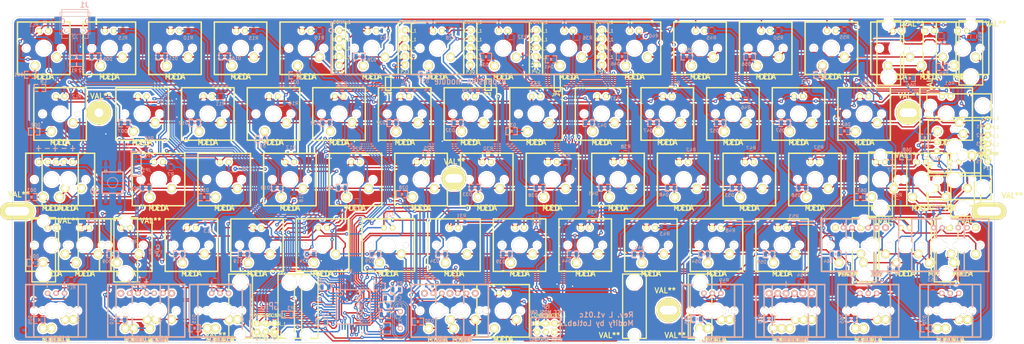
<source format=kicad_pcb>
(kicad_pcb (version 4) (host pcbnew 4.0.4-stable)
  (title_block (title GH60) (date 2016-02-19) (rev L) (company Lotlab))
  (layers (0 Front signal) (31 Back signal) (34 B.Paste user hide) (35 F.Paste user hide) (36 B.SilkS user) (37 F.SilkS user) (38 B.Mask user hide) (39 F.Mask user hide) (44 Edge.Cuts user hide))
  (net 0 "")
  (net 1 /GPIO0)
  (net 2 /GPIO1)
  (net 3 /GPIO2)
  (net 4 /GPIO3)
  (net 5 /Leds/lcol1)
  (net 6 /Leds/lcol10)
  (net 7 /Leds/lcol11)
  (net 8 /Leds/lcol12)
  (net 9 /Leds/lcol13)
  (net 10 /Leds/lcol14)
  (net 11 /Leds/lcol2)
  (net 12 /Leds/lcol3)
  (net 13 /Leds/lcol4)
  (net 14 /Leds/lcol5)
  (net 15 /Leds/lcol6)
  (net 16 /Leds/lcol7)
  (net 17 /Leds/lcol8)
  (net 18 /Leds/lcol9)
  (net 19 /Leds/lrow1)
  (net 20 /Leds/lrow2)
  (net 21 /Leds/lrow3)
  (net 22 /Leds/lrow4)
  (net 23 /Leds/lrow5)
  (net 24 /Matrix/CAPS_LED)
  (net 25 /Matrix/col1)
  (net 26 /Matrix/col10)
  (net 27 /Matrix/col11)
  (net 28 /Matrix/col12)
  (net 29 /Matrix/col13)
  (net 30 /Matrix/col14)
  (net 31 /Matrix/col2)
  (net 32 /Matrix/col3)
  (net 33 /Matrix/col4)
  (net 34 /Matrix/col5)
  (net 35 /Matrix/col6)
  (net 36 /Matrix/col7)
  (net 37 /Matrix/col8)
  (net 38 /Matrix/col9)
  (net 39 /Matrix/row1)
  (net 40 /Matrix/row2)
  (net 41 /Matrix/row3)
  (net 42 /Matrix/row4)
  (net 43 /Matrix/row5)
  (net 44 /~RES~)
  (net 45 GND)
  (net 46 VCC)
  (net 47 "Net-(C1-Pad1)")
  (net 48 "Net-(C2-Pad1)")
  (net 49 "Net-(C3-Pad1)")
  (net 50 "Net-(D01-Pad2)")
  (net 51 "Net-(D02-Pad2)")
  (net 52 "Net-(D03-Pad2)")
  (net 53 "Net-(D04-Pad2)")
  (net 54 "Net-(D05-Pad2)")
  (net 55 "Net-(D06-Pad2)")
  (net 56 "Net-(D07-Pad2)")
  (net 57 "Net-(D08-Pad2)")
  (net 58 "Net-(D09-Pad2)")
  (net 59 "Net-(D10-Pad2)")
  (net 60 "Net-(D11-Pad2)")
  (net 61 "Net-(D12-Pad2)")
  (net 62 "Net-(D13-Pad2)")
  (net 63 "Net-(D14-Pad2)")
  (net 64 "Net-(D15-Pad2)")
  (net 65 "Net-(D16-Pad2)")
  (net 66 "Net-(D17-Pad2)")
  (net 67 "Net-(D18-Pad2)")
  (net 68 "Net-(D19-Pad2)")
  (net 69 "Net-(D21-Pad2)")
  (net 70 "Net-(D22-Pad2)")
  (net 71 "Net-(D23-Pad2)")
  (net 72 "Net-(D24-Pad2)")
  (net 73 "Net-(D26-Pad2)")
  (net 74 "Net-(D27-Pad2)")
  (net 75 "Net-(D28-Pad2)")
  (net 76 "Net-(D29-Pad2)")
  (net 77 "Net-(D30-Pad2)")
  (net 78 "Net-(D31-Pad2)")
  (net 79 "Net-(D32-Pad2)")
  (net 80 "Net-(D33-Pad2)")
  (net 81 "Net-(D34-Pad2)")
  (net 82 "Net-(D36-Pad2)")
  (net 83 "Net-(D37-Pad2)")
  (net 84 "Net-(D38-Pad2)")
  (net 85 "Net-(D39-Pad2)")
  (net 86 "Net-(D41-Pad2)")
  (net 87 "Net-(D42-Pad2)")
  (net 88 "Net-(D43-Pad2)")
  (net 89 "Net-(D44-Pad2)")
  (net 90 "Net-(D46-Pad2)")
  (net 91 "Net-(D47-Pad2)")
  (net 92 "Net-(D48-Pad2)")
  (net 93 "Net-(D49-Pad2)")
  (net 94 "Net-(D50-Pad2)")
  (net 95 "Net-(D51-Pad2)")
  (net 96 "Net-(D52-Pad2)")
  (net 97 "Net-(D53-Pad2)")
  (net 98 "Net-(D54-Pad2)")
  (net 99 "Net-(D55-Pad2)")
  (net 100 "Net-(D56-Pad2)")
  (net 101 "Net-(D57-Pad2)")
  (net 102 "Net-(D58-Pad2)")
  (net 103 "Net-(D59-Pad2)")
  (net 104 "Net-(D60-Pad2)")
  (net 105 "Net-(D61-Pad2)")
  (net 106 "Net-(D62-Pad2)")
  (net 107 "Net-(D63-Pad2)")
  (net 108 "Net-(D64-Pad2)")
  (net 109 "Net-(D65-Pad2)")
  (net 110 "Net-(D66-Pad2)")
  (net 111 "Net-(D67-Pad2)")
  (net 112 "Net-(D68-Pad2)")
  (net 113 "Net-(D69-Pad2)")
  (net 114 "Net-(D70-Pad2)")
  (net 115 "Net-(DC1-Pad2)")
  (net 116 "Net-(IC1-Pad4)")
  (net 117 "Net-(IC1-Pad3)")
  (net 118 "Net-(IC1-Pad33)")
  (net 119 "Net-(J1-Pad3)")
  (net 120 "Net-(J1-Pad2)")
  (net 121 "Net-(DB10-Pad1)")
  (net 122 "Net-(DB11-Pad1)")
  (net 123 "Net-(DB14-Pad1)")
  (net 124 "Net-(DB15-Pad1)")
  (net 125 "Net-(DB16-Pad1)")
  (net 126 "Net-(DB17-Pad1)")
  (net 127 "Net-(DB19-Pad1)")
  (net 128 "Net-(DB21-Pad1)")
  (net 129 "Net-(DB22-Pad1)")
  (net 130 "Net-(DB23-Pad1)")
  (net 131 "Net-(DB24-Pad1)")
  (net 132 "Net-(DB26-Pad1)")
  (net 133 "Net-(DB27-Pad1)")
  (net 134 "Net-(DB28-Pad1)")
  (net 135 "Net-(DB29-Pad1)")
  (net 136 "Net-(DB30-Pad1)")
  (net 137 "Net-(DB31-Pad1)")
  (net 138 "Net-(DB32-Pad1)")
  (net 139 "Net-(DB33-Pad1)")
  (net 140 "Net-(DB34-Pad1)")
  (net 141 "Net-(DB36-Pad1)")
  (net 142 "Net-(DB37-Pad1)")
  (net 143 "Net-(DB38-Pad1)")
  (net 144 "Net-(DB39-Pad1)")
  (net 145 "Net-(DB41-Pad1)")
  (net 146 "Net-(DB42-Pad1)")
  (net 147 "Net-(DB43-Pad1)")
  (net 148 "Net-(DB44-Pad1)")
  (net 149 "Net-(DB46-Pad1)")
  (net 150 "Net-(DB47-Pad1)")
  (net 151 "Net-(DB48-Pad1)")
  (net 152 "Net-(DB49-Pad1)")
  (net 153 "Net-(DB50-Pad1)")
  (net 154 "Net-(DB51-Pad1)")
  (net 155 "Net-(DB52-Pad1)")
  (net 156 "Net-(DB53-Pad1)")
  (net 157 "Net-(DB54-Pad1)")
  (net 158 "Net-(DB55-Pad1)")
  (net 159 "Net-(DB56-Pad1)")
  (net 160 "Net-(DB57-Pad1)")
  (net 161 "Net-(DB58-Pad1)")
  (net 162 "Net-(DB59-Pad1)")
  (net 163 "Net-(DB61-Pad1)")
  (net 164 "Net-(DB62-Pad1)")
  (net 165 "Net-(DB63-Pad1)")
  (net 166 "Net-(DB66-Pad1)")
  (net 167 "Net-(DB67-Pad1)")
  (net 168 "Net-(DB68-Pad1)")
  (net 169 "Net-(DB69-Pad1)")
  (net 170 "Net-(DF3-Pad1)")
  (net 171 "Net-(DF20-Pad1)")
  (net 172 "Net-(DF21-Pad1)")
  (net 173 "Net-(DF22-Pad1)")
  (net 174 "Net-(DF23-Pad1)")
  (net 175 "Net-(DW1-Pad1)")
  (net 176 "Net-(DW2-Pad1)")
  (net 177 "Net-(DW3-Pad1)")
  (net 178 "Net-(DW4-Pad1)")
  (net 179 "Net-(DB7-Pad1)")
  (net 180 "Net-(DB9-Pad1)")
  (net 181 "Net-(DB2-Pad1)")
  (net 182 "Net-(DB4-Pad1)")
  (net 183 "Net-(DB5-Pad1)")
  (net 184 "Net-(DB6-Pad1)")
  (net 185 "Net-(JP1-Pad1)")
  (net 186 "Net-(JP6-Pad1)")
  (module MX1A-wire (layer Back) (at 185.7375 150.01875)
    (fp_text reference MXWIRE hide)
    (fp_text value VAL** (at 0 8.255) (layer B.SilkS) (effects (font (thickness 0.3048)) (justify mirror)))
    (pad 1 thru_hole circle (at -3.81 -5.08) (size 2 2) (drill 1) (layers *.Cu *.Mask B.SilkS))
    (pad 2 thru_hole circle (at 3.58 -5.08) (size 2 2) (drill 1) (layers *.Cu *.Mask B.SilkS))
  )
  (module MX1A-b (layer Front) (at 73.82 111.92 180)
    (fp_text reference S03 hide)
    (fp_text value MX1A (at 0 -8.255 180) (layer F.SilkS) (effects (font (thickness 0.3048))))
    (pad 0 thru_hole circle (at 0 0 180) (size 3.98018 3.98018) (drill 3.98018) (layers *.Cu *.Mask F.SilkS))
    (pad 2 thru_hole circle (at 2.54 -5.08 180) (size 2.49936 2.49936) (drill 1.50114) (layers *.Cu *.Mask F.SilkS) (net 52 "Net-(D03-Pad2)"))
    (pad 1 thru_hole circle (at -3.81 -2.54 180) (size 2.49936 2.49936) (drill 1.50114) (layers *.Cu *.Mask F.SilkS) (net 41 /Matrix/row3))
    (pad "" thru_hole circle (at 5.08 0 180) (size 1.69926 1.69926) (drill 1.69926) (layers *.Cu *.Mask F.SilkS))
  )
  (module KSEM31GLFS (layer Back) (at 91.441 112.818 270)
    (fp_text reference S0 (at 2.54 5.207 540) (layer B.SilkS) (effects (font (thickness 0.3048)) (justify mirror)))
    (fp_text value DTSM-6 hide)
    (pad 1 smd rect (at -4.45 2.0015 270) (size 3.1 1) (layers Back B.Paste B.Mask) (net 45 GND))
    (pad 4 smd rect (at 4.45 -1.999 270) (size 3.1 1) (layers Back B.Paste B.Mask))
    (pad 2 smd rect (at 4.45 1.999 270) (size 3.1 1) (layers Back B.Paste B.Mask))
    (pad 3 smd rect (at -4.45 -1.999 270) (size 3.1 1) (layers Back B.Paste B.Mask) (net 44 /~RES~))
  )
  (module 67503 (layer Back) (at 80.49 64.59 180)
    (fp_text reference J1 (at -2.75 3.35 180) (layer B.SilkS) (effects (font (thickness 0.3048)) (justify mirror)))
    (fp_text value MINI hide)
    (pad "" smd rect (at -4.92506 -1.99898 180) (size 2.04978 4.0005) (layers Back B.Paste B.Mask))
    (pad "" smd rect (at 4.92506 -1.99898 180) (size 2.04978 4.0005) (layers Back B.Paste B.Mask))
    (pad "" smd rect (at 4.92506 -6.25094 180) (size 2.04978 3.50012) (layers Back B.Paste B.Mask))
    (pad "" smd rect (at -4.92506 -6.25094 180) (size 2.04978 3.50012) (layers Back B.Paste B.Mask))
    (pad 3 smd oval (at 0 -6.2509 180) (size 0.5004 2.5) (layers Back B.Paste B.Mask) (net 119 "Net-(J1-Pad3)"))
    (pad 2 smd oval (at 0.8001 -6.2509 180) (size 0.5004 2.5) (layers Back B.Paste B.Mask) (net 120 "Net-(J1-Pad2)"))
    (pad 1 smd oval (at 1.6002 -6.2509 180) (size 0.5004 2.5) (layers Back B.Paste B.Mask) (net 46 VCC))
    (pad 4 smd oval (at -0.8001 -6.2509 180) (size 0.5004 2.5) (layers Back B.Paste B.Mask))
    (pad 5 smd oval (at -1.6002 -6.2509 180) (size 0.5004 2.5) (layers Back B.Paste B.Mask) (net 45 GND))
    (pad "" thru_hole circle (at 2.2 -3.9 180) (size 0.9 0.9) (drill 0.9) (layers *.Cu *.Mask B.SilkS))
    (pad "" thru_hole circle (at -2.2 -3.9 180) (size 0.9 0.9) (drill 0.9) (layers *.Cu *.Mask B.SilkS))
  )
  (module MX1A-wire (layer Front) (at 338.1375 130.96875 180)
    (fp_text reference MXWIRE hide)
    (fp_text value VAL** (at 0 -8.255 180) (layer F.SilkS) (effects (font (thickness 0.3048))))
    (pad 1 thru_hole circle (at -3.81 5.08 180) (size 2 2) (drill 1) (layers *.Cu *.Mask F.SilkS))
    (pad 2 thru_hole circle (at 3.81 5.08 180) (size 2 2) (drill 1) (layers *.Cu *.Mask F.SilkS))
  )
  (module MX1A-wire (layer Back) (at 311.94375 130.96875)
    (fp_text reference MXWIRE hide)
    (fp_text value VAL** (at 0 8.255) (layer B.SilkS) (effects (font (thickness 0.3048)) (justify mirror)))
    (pad 2 thru_hole circle (at 3.81 -5.08) (size 2 2) (drill 1) (layers *.Cu *.Mask B.SilkS))
  )
  (module MX1A-wire (layer Front) (at 304.8 130.96875 180)
    (fp_text reference MXWIRE hide)
    (fp_text value VAL** (at 0 -8.255 180) (layer F.SilkS) (effects (font (thickness 0.3048))))
    (pad 1 thru_hole circle (at -3.81 5.08 180) (size 2 2) (drill 1) (layers *.Cu *.Mask F.SilkS))
    (pad 2 thru_hole circle (at 3.58 5.08 180) (size 2 2) (drill 1.0008) (layers *.Cu *.Mask F.SilkS))
  )
  (module MX1A-wire (layer Back) (at 290.5125 150.01875)
    (fp_text reference MXWIRE hide)
    (fp_text value VAL** (at 0 8.255) (layer B.SilkS) (effects (font (thickness 0.3048)) (justify mirror)))
    (pad 2 thru_hole circle (at 3.81 -5.08) (size 2 2) (drill 1) (layers *.Cu *.Mask B.SilkS))
  )
  (module MX1A-wire (layer Back) (at 285.75 150.01875)
    (fp_text reference MXWIRE hide)
    (fp_text value VAL** (at 0 8.255) (layer B.SilkS) (effects (font (thickness 0.3048)) (justify mirror)))
    (pad 1 thru_hole circle (at -3.81 -5.08) (size 2 2) (drill 1) (layers *.Cu *.Mask B.SilkS))
  )
  (module MX1A-wire (layer Back) (at 192.88125 150.01875)
    (fp_text reference MXWIRE hide)
    (fp_text value VAL** (at 0 8.255) (layer B.SilkS) (effects (font (thickness 0.3048)) (justify mirror)))
    (pad 2 thru_hole circle (at 3.81 -5.08) (size 2 2) (drill 1) (layers *.Cu *.Mask B.SilkS))
  )
  (module MX1A-wire (layer Back) (at 104.775 150.01875)
    (fp_text reference MXWIRE hide)
    (fp_text value VAL** (at 0 8.255) (layer B.SilkS) (effects (font (thickness 0.3048)) (justify mirror)))
    (pad 2 thru_hole circle (at 3.81 -5.08) (size 2 2) (drill 1) (layers *.Cu *.Mask B.SilkS))
  )
  (module MX1A-wire (layer Back) (at 97.63125 150.01875)
    (fp_text reference MXWIRE hide)
    (fp_text value VAL** (at 0 8.255) (layer B.SilkS) (effects (font (thickness 0.3048)) (justify mirror)))
    (pad 1 thru_hole circle (at -3.81 -5.08) (size 2 2) (drill 1) (layers *.Cu *.Mask B.SilkS))
  )
  (module MX1A-led (layer Back) (at 121.44375 150.01875)
    (fp_text reference DB15 hide)
    (fp_text value LED (at 0 8.255) (layer B.SilkS) (effects (font (thickness 0.3048)) (justify mirror)))
    (pad 1 thru_hole circle (at -1.27 -5.08) (size 1.6002 1.6002) (drill 0.8128) (layers *.Cu *.Mask B.SilkS) (net 124 "Net-(DB15-Pad1)"))
    (pad 2 thru_hole circle (at 1.19 -5.08) (size 1.6002 1.6002) (drill 0.8128) (layers *.Cu *.Mask B.SilkS) (net 23 /Leds/lrow5))
  )
  (module MX1A-led (layer Back) (at 97.63125 150.01875)
    (fp_text reference DB10 hide)
    (fp_text value LED (at 0 8.255) (layer B.SilkS) (effects (font (thickness 0.3048)) (justify mirror)))
    (pad 1 thru_hole circle (at -1.27 -5.08) (size 1.6002 1.6002) (drill 0.8128) (layers *.Cu *.Mask B.SilkS) (net 121 "Net-(DB10-Pad1)"))
    (pad 2 thru_hole circle (at 1.19 -5.08) (size 1.6002 1.6002) (drill 0.8128) (layers *.Cu *.Mask B.SilkS) (net 23 /Leds/lrow5))
  )
  (module MX1A-led (layer Back) (at 123.825 150.01875)
    (fp_text reference DB151 hide)
    (fp_text value LED (at 0 8.255) (layer B.SilkS) (effects (font (thickness 0.3048)) (justify mirror)))
    (pad 1 thru_hole circle (at 1.27 -5.08) (size 1.6002 1.6002) (drill 0.8128) (layers *.Cu *.Mask B.SilkS) (net 124 "Net-(DB15-Pad1)"))
  )
  (module MX1A-led (layer Back) (at 100.0125 150.01875)
    (fp_text reference DB101 hide)
    (fp_text value LED (at 0 8.255) (layer B.SilkS) (effects (font (thickness 0.3048)) (justify mirror)))
    (pad 1 thru_hole circle (at 1.27 -5.08) (size 1.6002 1.6002) (drill 0.8128) (layers *.Cu *.Mask B.SilkS) (net 121 "Net-(DB10-Pad1)"))
  )
  (module MX1A-led (layer Back) (at 73.81875 150.01875)
    (fp_text reference DB5 hide)
    (fp_text value LED (at 0 8.255) (layer B.SilkS) (effects (font (thickness 0.3048)) (justify mirror)))
    (pad 1 thru_hole circle (at -1.27 -5.08) (size 1.6002 1.6002) (drill 0.8128) (layers *.Cu *.Mask B.SilkS) (net 183 "Net-(DB5-Pad1)"))
    (pad 2 thru_hole circle (at 1.19 -5.08) (size 1.6002 1.6002) (drill 0.8128) (layers *.Cu *.Mask B.SilkS) (net 23 /Leds/lrow5))
  )
  (module MX1A-led (layer Back) (at 76.2 150.01875)
    (fp_text reference DB5_1 hide)
    (fp_text value LED (at 0 8.255) (layer B.SilkS) (effects (font (thickness 0.3048)) (justify mirror)))
    (pad 1 thru_hole circle (at 1.27 -5.08) (size 1.6002 1.6002) (drill 0.8128) (layers *.Cu *.Mask B.SilkS) (net 183 "Net-(DB5-Pad1)"))
  )
  (module MX1A-led (layer Back) (at 264.31875 150.01875)
    (fp_text reference DB55 hide)
    (fp_text value LED (at 0 8.255) (layer B.SilkS) (effects (font (thickness 0.3048)) (justify mirror)))
    (pad 1 thru_hole circle (at -1.27 -5.08) (size 1.6002 1.6002) (drill 0.8128) (layers *.Cu *.Mask B.SilkS) (net 158 "Net-(DB55-Pad1)"))
    (pad 2 thru_hole circle (at 1.19 -5.08) (size 1.6002 1.6002) (drill 0.8128) (layers *.Cu *.Mask B.SilkS) (net 23 /Leds/lrow5))
  )
  (module MX1A-led (layer Back) (at 266.7 150.01875)
    (fp_text reference DB551 hide)
    (fp_text value LED (at 0 8.255) (layer B.SilkS) (effects (font (thickness 0.3048)) (justify mirror)))
    (pad 1 thru_hole circle (at 1.27 -5.08) (size 1.6002 1.6002) (drill 0.8128) (layers *.Cu *.Mask B.SilkS) (net 158 "Net-(DB55-Pad1)"))
  )
  (module MX1A-led (layer Back) (at 288.13125 150.01875)
    (fp_text reference DF23 hide)
    (fp_text value LED (at 0 8.255) (layer B.SilkS) (effects (font (thickness 0.3048)) (justify mirror)))
    (pad 1 thru_hole circle (at -1.22 -5.08) (size 2 2) (drill 1) (layers *.Cu *.Mask B.SilkS) (net 174 "Net-(DF23-Pad1)"))
    (pad 2 thru_hole circle (at 1.22 -5.08) (size 2 2) (drill 1) (layers *.Cu *.Mask B.SilkS) (net 23 /Leds/lrow5))
  )
  (module MX1A-led (layer Back) (at 285.75 150.01875)
    (fp_text reference DF231 hide)
    (fp_text value LED (at 0 8.255) (layer B.SilkS) (effects (font (thickness 0.3048)) (justify mirror)))
    (pad 2 thru_hole circle (at -1.27 -5.08) (size 2 2) (drill 1) (layers *.Cu *.Mask B.SilkS) (net 23 /Leds/lrow5))
  )
  (module MX1A-led (layer Back) (at 290.5125 150.01875)
    (fp_text reference DF232 hide)
    (fp_text value LED (at 0 8.255) (layer B.SilkS) (effects (font (thickness 0.3048)) (justify mirror)))
    (pad 1 thru_hole circle (at 1.27 -5.08) (size 2 2) (drill 1) (layers *.Cu *.Mask B.SilkS) (net 174 "Net-(DF23-Pad1)"))
  )
  (module MX1A-led (layer Back) (at 311.94375 150.01875)
    (fp_text reference DF21 hide)
    (fp_text value LED (at 0 8.255) (layer B.SilkS) (effects (font (thickness 0.3048)) (justify mirror)))
    (pad 1 thru_hole circle (at -1.19 -5.08) (size 1.6002 1.6002) (drill 0.8128) (layers *.Cu *.Mask B.SilkS) (net 172 "Net-(DF21-Pad1)"))
    (pad 2 thru_hole circle (at 1.27 -5.08) (size 1.6002 1.6002) (drill 0.8128) (layers *.Cu *.Mask B.SilkS) (net 23 /Leds/lrow5))
  )
  (module MX1A-led (layer Back) (at 309.5625 150.01875)
    (fp_text reference DF211 hide)
    (fp_text value LED (at 0 8.255) (layer B.SilkS) (effects (font (thickness 0.3048)) (justify mirror)))
    (pad 2 thru_hole circle (at -1.27 -5.08) (size 1.6002 1.6002) (drill 0.8128) (layers *.Cu *.Mask B.SilkS) (net 23 /Leds/lrow5))
  )
  (module MX1A-led (layer Back) (at 335.75625 150.01875)
    (fp_text reference DF22 hide)
    (fp_text value LED (at 0 8.255) (layer B.SilkS) (effects (font (thickness 0.3048)) (justify mirror)))
    (pad 1 thru_hole circle (at -1.19 -5.08) (size 1.6002 1.6002) (drill 0.8128) (layers *.Cu *.Mask B.SilkS) (net 173 "Net-(DF22-Pad1)"))
    (pad 2 thru_hole circle (at 1.27 -5.08) (size 1.6002 1.6002) (drill 0.8128) (layers *.Cu *.Mask B.SilkS) (net 23 /Leds/lrow5))
  )
  (module MX1A-led (layer Back) (at 333.375 150.01875)
    (fp_text reference DF221 hide)
    (fp_text value LED (at 0 8.255) (layer B.SilkS) (effects (font (thickness 0.3048)) (justify mirror)))
    (pad 2 thru_hole circle (at -1.27 -5.08) (size 1.6002 1.6002) (drill 0.8128) (layers *.Cu *.Mask B.SilkS) (net 23 /Leds/lrow5))
  )
  (module MX1A-ledlock (layer Front) (at 73.81 111.92 180)
    (fp_text reference DC3 hide)
    (fp_text value LED (at 0 -8.255 180) (layer F.SilkS) (effects (font (thickness 0.3048))))
    (pad 1 thru_hole circle (at 3.81 5.08 180) (size 1.6002 1.6002) (drill 0.8128) (layers *.Cu *.Mask F.SilkS) (net 46 VCC))
  )
  (module MX1A-b (layer Front) (at 276.225 111.92002 180)
    (fp_text reference S53 hide)
    (fp_text value MX1A (at 0 -8.255 180) (layer F.SilkS) (effects (font (thickness 0.3048))))
    (pad 0 thru_hole circle (at 0 0 180) (size 3.98018 3.98018) (drill 3.98018) (layers *.Cu *.Mask F.SilkS))
    (pad 2 thru_hole circle (at 2.54 -5.08 180) (size 2.49936 2.49936) (drill 1.50114) (layers *.Cu *.Mask F.SilkS) (net 97 "Net-(D53-Pad2)"))
    (pad 1 thru_hole circle (at -3.81 -2.54 180) (size 2.49936 2.49936) (drill 1.50114) (layers *.Cu *.Mask F.SilkS) (net 41 /Matrix/row3))
    (pad "" thru_hole circle (at -5.08 0 180) (size 1.69926 1.69926) (drill 1.69926) (layers *.Cu *.Mask F.SilkS))
    (pad "" thru_hole circle (at 5.08 0 180) (size 1.69926 1.69926) (drill 1.69926) (layers *.Cu *.Mask F.SilkS))
  )
  (module MX1A-b (layer Front) (at 195.2625 92.87002 180)
    (fp_text reference S32 hide)
    (fp_text value MX1A (at 0 -8.255 180) (layer F.SilkS) (effects (font (thickness 0.3048))))
    (pad 0 thru_hole circle (at 0 0 180) (size 3.98018 3.98018) (drill 3.98018) (layers *.Cu *.Mask F.SilkS))
    (pad 2 thru_hole circle (at 2.54 -5.08 180) (size 2.49936 2.49936) (drill 1.50114) (layers *.Cu *.Mask F.SilkS) (net 79 "Net-(D32-Pad2)"))
    (pad 1 thru_hole circle (at -3.81 -2.54 180) (size 2.49936 2.49936) (drill 1.50114) (layers *.Cu *.Mask F.SilkS) (net 40 /Matrix/row2))
    (pad "" thru_hole circle (at -5.08 0 180) (size 1.69926 1.69926) (drill 1.69926) (layers *.Cu *.Mask F.SilkS))
    (pad "" thru_hole circle (at 5.08 0 180) (size 1.69926 1.69926) (drill 1.69926) (layers *.Cu *.Mask F.SilkS))
  )
  (module MX1A-b (layer Front) (at 309.5625 92.87002 180)
    (fp_text reference S62 hide)
    (fp_text value MX1A (at 0 -8.255 180) (layer F.SilkS) (effects (font (thickness 0.3048))))
    (pad 0 thru_hole circle (at 0 0 180) (size 3.98018 3.98018) (drill 3.98018) (layers *.Cu *.Mask F.SilkS))
    (pad 2 thru_hole circle (at 2.54 -5.08 180) (size 2.49936 2.49936) (drill 1.50114) (layers *.Cu *.Mask F.SilkS) (net 106 "Net-(D62-Pad2)"))
    (pad 1 thru_hole circle (at -3.81 -2.54 180) (size 2.49936 2.49936) (drill 1.50114) (layers *.Cu *.Mask F.SilkS) (net 40 /Matrix/row2))
    (pad "" thru_hole circle (at -5.08 0 180) (size 1.69926 1.69926) (drill 1.69926) (layers *.Cu *.Mask F.SilkS))
    (pad "" thru_hole circle (at 5.08 0 180) (size 1.69926 1.69926) (drill 1.69926) (layers *.Cu *.Mask F.SilkS))
  )
  (module MX1A-b (layer Front) (at 242.8875 73.82002 180)
    (fp_text reference S46 hide)
    (fp_text value MX1A (at 0 -8.255 180) (layer F.SilkS) (effects (font (thickness 0.3048))))
    (pad 0 thru_hole circle (at 0 0 180) (size 3.98018 3.98018) (drill 3.98018) (layers *.Cu *.Mask F.SilkS))
    (pad 2 thru_hole circle (at 2.54 -5.08 180) (size 2.49936 2.49936) (drill 1.50114) (layers *.Cu *.Mask F.SilkS) (net 90 "Net-(D46-Pad2)"))
    (pad 1 thru_hole circle (at -3.81 -2.54 180) (size 2.49936 2.49936) (drill 1.50114) (layers *.Cu *.Mask F.SilkS) (net 39 /Matrix/row1))
    (pad "" thru_hole circle (at -5.08 0 180) (size 1.69926 1.69926) (drill 1.69926) (layers *.Cu *.Mask F.SilkS))
    (pad "" thru_hole circle (at 5.08 0 180) (size 1.69926 1.69926) (drill 1.69926) (layers *.Cu *.Mask F.SilkS))
  )
  (module MX1A-b (layer Front) (at 147.6375 73.82002 180)
    (fp_text reference S21 hide)
    (fp_text value MX1A (at 0 -8.255 180) (layer F.SilkS) (effects (font (thickness 0.3048))))
    (pad 0 thru_hole circle (at 0 0 180) (size 3.98018 3.98018) (drill 3.98018) (layers *.Cu *.Mask F.SilkS))
    (pad 2 thru_hole circle (at 2.54 -5.08 180) (size 2.49936 2.49936) (drill 1.50114) (layers *.Cu *.Mask F.SilkS) (net 69 "Net-(D21-Pad2)"))
    (pad 1 thru_hole circle (at -3.81 -2.54 180) (size 2.49936 2.49936) (drill 1.50114) (layers *.Cu *.Mask F.SilkS) (net 39 /Matrix/row1))
    (pad "" thru_hole circle (at -5.08 0 180) (size 1.69926 1.69926) (drill 1.69926) (layers *.Cu *.Mask F.SilkS))
    (pad "" thru_hole circle (at 5.08 0 180) (size 1.69926 1.69926) (drill 1.69926) (layers *.Cu *.Mask F.SilkS))
  )
  (module PKRHC (layer Front) (at 87.4893 92.5208)
    (fp_text reference HOLE hide)
    (fp_text value VAL** (at 0.508 -4.826) (layer F.SilkS) (effects (font (thickness 0.3048))))
    (pad 1 thru_hole circle (at 0 0) (size 7.0013 7.0013) (drill 2.4994) (layers *.Cu *.Mask F.SilkS))
  )
  (module MXST (layer Front) (at 333.375 130.96875)
    (fp_text reference MXST hide)
    (fp_text value VAL** (at 7.239 -7.112) (layer F.SilkS) (effects (font (thickness 0.3048))))
    (pad 1 thru_hole circle (at 0 -6.985) (size 3.048 3.048) (drill 3.048) (layers *.Cu *.Mask F.SilkS))
    (pad 2 thru_hole circle (at 0 8.255) (size 3.9802 3.9802) (drill 3.9802) (layers *.Cu *.Mask F.SilkS))
  )
  (module MX1A-b (layer Front) (at 335.75625 111.91875 180)
    (fp_text reference S682 hide)
    (fp_text value MX1A (at 0 -8.255 180) (layer F.SilkS) (effects (font (thickness 0.3048))))
    (pad 0 thru_hole circle (at 0 0 180) (size 3.98018 3.98018) (drill 3.98018) (layers *.Cu *.Mask F.SilkS))
    (pad 2 thru_hole circle (at 2.54 -5.08 180) (size 2.49936 2.49936) (drill 1.50114) (layers *.Cu *.Mask F.SilkS) (net 41 /Matrix/row3))
    (pad 1 thru_hole circle (at -3.81 -2.54 180) (size 2.49936 2.49936) (drill 1.50114) (layers *.Cu *.Mask F.SilkS) (net 112 "Net-(D68-Pad2)"))
    (pad "" thru_hole circle (at -5.08 0 180) (size 1.69926 1.69926) (drill 1.69926) (layers *.Cu *.Mask F.SilkS))
    (pad "" thru_hole circle (at 5.08 0 180) (size 1.69926 1.69926) (drill 1.69926) (layers *.Cu *.Mask F.SilkS))
  )
  (module MX1A-b (layer Front) (at 152.4 130.97002 180)
    (fp_text reference S24 hide)
    (fp_text value MX1A (at 0 -8.255 180) (layer F.SilkS) (effects (font (thickness 0.3048))))
    (pad 0 thru_hole circle (at 0 0 180) (size 3.98018 3.98018) (drill 3.98018) (layers *.Cu *.Mask F.SilkS))
    (pad 2 thru_hole circle (at 2.54 -5.08 180) (size 2.49936 2.49936) (drill 1.50114) (layers *.Cu *.Mask F.SilkS) (net 72 "Net-(D24-Pad2)"))
    (pad 1 thru_hole circle (at -3.81 -2.54 180) (size 2.49936 2.49936) (drill 1.50114) (layers *.Cu *.Mask F.SilkS) (net 42 /Matrix/row4))
    (pad "" thru_hole circle (at -5.08 0 180) (size 1.69926 1.69926) (drill 1.69926) (layers *.Cu *.Mask F.SilkS))
    (pad "" thru_hole circle (at 5.08 0 180) (size 1.69926 1.69926) (drill 1.69926) (layers *.Cu *.Mask F.SilkS))
  )
  (module MX1A-b (layer Front) (at 285.75 150.01875 180)
    (fp_text reference S601 hide)
    (fp_text value MX1A (at 0 -8.255 180) (layer F.SilkS) (effects (font (thickness 0.3048))))
    (pad 0 thru_hole circle (at 0 0 180) (size 3.98018 3.98018) (drill 3.98018) (layers *.Cu *.Mask F.SilkS))
    (pad 2 thru_hole circle (at 2.54 -5.08 180) (size 2.49936 2.49936) (drill 1.50114) (layers *.Cu *.Mask F.SilkS) (net 104 "Net-(D60-Pad2)"))
    (pad 1 thru_hole circle (at -3.81 -2.54 180) (size 2.49936 2.49936) (drill 1.50114) (layers *.Cu *.Mask F.SilkS) (net 43 /Matrix/row5))
    (pad "" thru_hole circle (at -5.08 0 180) (size 1.69926 1.69926) (drill 1.69926) (layers *.Cu *.Mask F.SilkS))
    (pad "" thru_hole circle (at 5.08 0 180) (size 1.69926 1.69926) (drill 1.69926) (layers *.Cu *.Mask F.SilkS))
  )
  (module MX1A-b (layer Front) (at 97.63125 150.01875 180)
    (fp_text reference S10 hide)
    (fp_text value MX1A (at 0 -8.255 180) (layer F.SilkS) (effects (font (thickness 0.3048))))
    (pad 0 thru_hole circle (at 0 0 180) (size 3.98018 3.98018) (drill 3.98018) (layers *.Cu *.Mask F.SilkS))
    (pad 2 thru_hole circle (at 2.54 -5.08 180) (size 2.49936 2.49936) (drill 1.50114) (layers *.Cu *.Mask F.SilkS) (net 59 "Net-(D10-Pad2)"))
    (pad 1 thru_hole circle (at -3.81 -2.54 180) (size 2.49936 2.49936) (drill 1.50114) (layers *.Cu *.Mask F.SilkS) (net 43 /Matrix/row5))
    (pad "" thru_hole circle (at -5.08 0 180) (size 1.69926 1.69926) (drill 1.69926) (layers *.Cu *.Mask F.SilkS))
    (pad "" thru_hole circle (at 5.08 0 180) (size 1.69926 1.69926) (drill 1.69926) (layers *.Cu *.Mask F.SilkS))
  )
  (module MX1A-b (layer Front) (at 285.75 130.97002 180)
    (fp_text reference S59 hide)
    (fp_text value MX1A (at 0 -8.255 180) (layer F.SilkS) (effects (font (thickness 0.3048))))
    (pad 0 thru_hole circle (at 0 0 180) (size 3.98018 3.98018) (drill 3.98018) (layers *.Cu *.Mask F.SilkS))
    (pad 2 thru_hole circle (at 2.54 -5.08 180) (size 2.49936 2.49936) (drill 1.50114) (layers *.Cu *.Mask F.SilkS) (net 103 "Net-(D59-Pad2)"))
    (pad 1 thru_hole circle (at -3.81 -2.54 180) (size 2.49936 2.49936) (drill 1.50114) (layers *.Cu *.Mask F.SilkS) (net 42 /Matrix/row4))
    (pad "" thru_hole circle (at -5.08 0 180) (size 1.69926 1.69926) (drill 1.69926) (layers *.Cu *.Mask F.SilkS))
    (pad "" thru_hole circle (at 5.08 0 180) (size 1.69926 1.69926) (drill 1.69926) (layers *.Cu *.Mask F.SilkS))
  )
  (module MX1A-b (layer Front) (at 266.7 130.97002 180)
    (fp_text reference S54 hide)
    (fp_text value MX1A (at 0 -8.255 180) (layer F.SilkS) (effects (font (thickness 0.3048))))
    (pad 0 thru_hole circle (at 0 0 180) (size 3.98018 3.98018) (drill 3.98018) (layers *.Cu *.Mask F.SilkS))
    (pad 2 thru_hole circle (at 2.54 -5.08 180) (size 2.49936 2.49936) (drill 1.50114) (layers *.Cu *.Mask F.SilkS) (net 98 "Net-(D54-Pad2)"))
    (pad 1 thru_hole circle (at -3.81 -2.54 180) (size 2.49936 2.49936) (drill 1.50114) (layers *.Cu *.Mask F.SilkS) (net 42 /Matrix/row4))
    (pad "" thru_hole circle (at -5.08 0 180) (size 1.69926 1.69926) (drill 1.69926) (layers *.Cu *.Mask F.SilkS))
    (pad "" thru_hole circle (at 5.08 0 180) (size 1.69926 1.69926) (drill 1.69926) (layers *.Cu *.Mask F.SilkS))
  )
  (module MX1A-b (layer Front) (at 247.65 130.97002 180)
    (fp_text reference S49 hide)
    (fp_text value MX1A (at 0 -8.255 180) (layer F.SilkS) (effects (font (thickness 0.3048))))
    (pad 0 thru_hole circle (at 0 0 180) (size 3.98018 3.98018) (drill 3.98018) (layers *.Cu *.Mask F.SilkS))
    (pad 2 thru_hole circle (at 2.54 -5.08 180) (size 2.49936 2.49936) (drill 1.50114) (layers *.Cu *.Mask F.SilkS) (net 93 "Net-(D49-Pad2)"))
    (pad 1 thru_hole circle (at -3.81 -2.54 180) (size 2.49936 2.49936) (drill 1.50114) (layers *.Cu *.Mask F.SilkS) (net 42 /Matrix/row4))
    (pad "" thru_hole circle (at -5.08 0 180) (size 1.69926 1.69926) (drill 1.69926) (layers *.Cu *.Mask F.SilkS))
    (pad "" thru_hole circle (at 5.08 0 180) (size 1.69926 1.69926) (drill 1.69926) (layers *.Cu *.Mask F.SilkS))
  )
  (module MX1A-b (layer Front) (at 228.6 130.97002 180)
    (fp_text reference S44 hide)
    (fp_text value MX1A (at 0 -8.255 180) (layer F.SilkS) (effects (font (thickness 0.3048))))
    (pad 0 thru_hole circle (at 0 0 180) (size 3.98018 3.98018) (drill 3.98018) (layers *.Cu *.Mask F.SilkS))
    (pad 2 thru_hole circle (at 2.54 -5.08 180) (size 2.49936 2.49936) (drill 1.50114) (layers *.Cu *.Mask F.SilkS) (net 89 "Net-(D44-Pad2)"))
    (pad 1 thru_hole circle (at -3.81 -2.54 180) (size 2.49936 2.49936) (drill 1.50114) (layers *.Cu *.Mask F.SilkS) (net 42 /Matrix/row4))
    (pad "" thru_hole circle (at -5.08 0 180) (size 1.69926 1.69926) (drill 1.69926) (layers *.Cu *.Mask F.SilkS))
    (pad "" thru_hole circle (at 5.08 0 180) (size 1.69926 1.69926) (drill 1.69926) (layers *.Cu *.Mask F.SilkS))
  )
  (module MX1A-b (layer Front) (at 209.55 130.97002 180)
    (fp_text reference S39 hide)
    (fp_text value MX1A (at 0 -8.255 180) (layer F.SilkS) (effects (font (thickness 0.3048))))
    (pad 0 thru_hole circle (at 0 0 180) (size 3.98018 3.98018) (drill 3.98018) (layers *.Cu *.Mask F.SilkS))
    (pad 2 thru_hole circle (at 2.54 -5.08 180) (size 2.49936 2.49936) (drill 1.50114) (layers *.Cu *.Mask F.SilkS) (net 85 "Net-(D39-Pad2)"))
    (pad 1 thru_hole circle (at -3.81 -2.54 180) (size 2.49936 2.49936) (drill 1.50114) (layers *.Cu *.Mask F.SilkS) (net 42 /Matrix/row4))
    (pad "" thru_hole circle (at -5.08 0 180) (size 1.69926 1.69926) (drill 1.69926) (layers *.Cu *.Mask F.SilkS))
    (pad "" thru_hole circle (at 5.08 0 180) (size 1.69926 1.69926) (drill 1.69926) (layers *.Cu *.Mask F.SilkS))
  )
  (module MX1A-b (layer Front) (at 190.5 130.97002 180)
    (fp_text reference S34 hide)
    (fp_text value MX1A (at 0 -8.255 180) (layer F.SilkS) (effects (font (thickness 0.3048))))
    (pad 0 thru_hole circle (at 0 0 180) (size 3.98018 3.98018) (drill 3.98018) (layers *.Cu *.Mask F.SilkS))
    (pad 2 thru_hole circle (at 2.54 -5.08 180) (size 2.49936 2.49936) (drill 1.50114) (layers *.Cu *.Mask F.SilkS) (net 81 "Net-(D34-Pad2)"))
    (pad 1 thru_hole circle (at -3.81 -2.54 180) (size 2.49936 2.49936) (drill 1.50114) (layers *.Cu *.Mask F.SilkS) (net 42 /Matrix/row4))
    (pad "" thru_hole circle (at -5.08 0 180) (size 1.69926 1.69926) (drill 1.69926) (layers *.Cu *.Mask F.SilkS))
    (pad "" thru_hole circle (at 5.08 0 180) (size 1.69926 1.69926) (drill 1.69926) (layers *.Cu *.Mask F.SilkS))
  )
  (module MX1A-b (layer Front) (at 171.45 130.97002 180)
    (fp_text reference S29 hide)
    (fp_text value MX1A (at 0 -8.255 180) (layer F.SilkS) (effects (font (thickness 0.3048))))
    (pad 0 thru_hole circle (at 0 0 180) (size 3.98018 3.98018) (drill 3.98018) (layers *.Cu *.Mask F.SilkS))
    (pad 2 thru_hole circle (at 2.54 -5.08 180) (size 2.49936 2.49936) (drill 1.50114) (layers *.Cu *.Mask F.SilkS) (net 76 "Net-(D29-Pad2)"))
    (pad 1 thru_hole circle (at -3.81 -2.54 180) (size 2.49936 2.49936) (drill 1.50114) (layers *.Cu *.Mask F.SilkS) (net 42 /Matrix/row4))
    (pad "" thru_hole circle (at -5.08 0 180) (size 1.69926 1.69926) (drill 1.69926) (layers *.Cu *.Mask F.SilkS))
    (pad "" thru_hole circle (at 5.08 0 180) (size 1.69926 1.69926) (drill 1.69926) (layers *.Cu *.Mask F.SilkS))
  )
  (module MX1A-b (layer Front) (at 133.35 130.97002 180)
    (fp_text reference S19 hide)
    (fp_text value MX1A (at 0 -8.255 180) (layer F.SilkS) (effects (font (thickness 0.3048))))
    (pad 0 thru_hole circle (at 0 0 180) (size 3.98018 3.98018) (drill 3.98018) (layers *.Cu *.Mask F.SilkS))
    (pad 2 thru_hole circle (at 2.54 -5.08 180) (size 2.49936 2.49936) (drill 1.50114) (layers *.Cu *.Mask F.SilkS) (net 68 "Net-(D19-Pad2)"))
    (pad 1 thru_hole circle (at -3.81 -2.54 180) (size 2.49936 2.49936) (drill 1.50114) (layers *.Cu *.Mask F.SilkS) (net 42 /Matrix/row4))
    (pad "" thru_hole circle (at -5.08 0 180) (size 1.69926 1.69926) (drill 1.69926) (layers *.Cu *.Mask F.SilkS))
    (pad "" thru_hole circle (at 5.08 0 180) (size 1.69926 1.69926) (drill 1.69926) (layers *.Cu *.Mask F.SilkS))
  )
  (module MX1A-b (layer Front) (at 114.3 130.97002 180)
    (fp_text reference S14 hide)
    (fp_text value MX1A (at 0 -8.255 180) (layer F.SilkS) (effects (font (thickness 0.3048))))
    (pad 0 thru_hole circle (at 0 0 180) (size 3.98018 3.98018) (drill 3.98018) (layers *.Cu *.Mask F.SilkS))
    (pad 2 thru_hole circle (at 2.54 -5.08 180) (size 2.49936 2.49936) (drill 1.50114) (layers *.Cu *.Mask F.SilkS) (net 63 "Net-(D14-Pad2)"))
    (pad 1 thru_hole circle (at -3.81 -2.54 180) (size 2.49936 2.49936) (drill 1.50114) (layers *.Cu *.Mask F.SilkS) (net 42 /Matrix/row4))
    (pad "" thru_hole circle (at -5.08 0 180) (size 1.69926 1.69926) (drill 1.69926) (layers *.Cu *.Mask F.SilkS))
    (pad "" thru_hole circle (at 5.08 0 180) (size 1.69926 1.69926) (drill 1.69926) (layers *.Cu *.Mask F.SilkS))
  )
  (module MX1A-b (layer Front) (at 95.25 130.97002 180)
    (fp_text reference S09 hide)
    (fp_text value MX1A (at 0 -8.255 180) (layer F.SilkS) (effects (font (thickness 0.3048))))
    (pad 0 thru_hole circle (at 0 0 180) (size 3.98018 3.98018) (drill 3.98018) (layers *.Cu *.Mask F.SilkS))
    (pad 2 thru_hole circle (at 2.54 -5.08 180) (size 2.49936 2.49936) (drill 1.50114) (layers *.Cu *.Mask F.SilkS) (net 58 "Net-(D09-Pad2)"))
    (pad 1 thru_hole circle (at -3.81 -2.54 180) (size 2.49936 2.49936) (drill 1.50114) (layers *.Cu *.Mask F.SilkS) (net 42 /Matrix/row4))
    (pad "" thru_hole circle (at -5.08 0 180) (size 1.69926 1.69926) (drill 1.69926) (layers *.Cu *.Mask F.SilkS))
    (pad "" thru_hole circle (at 5.08 0 180) (size 1.69926 1.69926) (drill 1.69926) (layers *.Cu *.Mask F.SilkS))
  )
  (module MX1A-b (layer Front) (at 83.34375 130.96875 180)
    (fp_text reference S04 hide)
    (fp_text value MX1A (at 0 -8.255 180) (layer F.SilkS) (effects (font (thickness 0.3048))))
    (pad 0 thru_hole circle (at 0 0 180) (size 3.98018 3.98018) (drill 3.98018) (layers *.Cu *.Mask F.SilkS))
    (pad 2 thru_hole circle (at 2.54 -5.08 180) (size 2.49936 2.49936) (drill 1.50114) (layers *.Cu *.Mask F.SilkS) (net 53 "Net-(D04-Pad2)"))
    (pad 1 thru_hole circle (at -3.81 -2.54 180) (size 2.49936 2.49936) (drill 1.50114) (layers *.Cu *.Mask F.SilkS) (net 42 /Matrix/row4))
    (pad "" thru_hole circle (at -5.08 0 180) (size 1.69926 1.69926) (drill 1.69926) (layers *.Cu *.Mask F.SilkS))
    (pad "" thru_hole circle (at 5.08 0 180) (size 1.69926 1.69926) (drill 1.69926) (layers *.Cu *.Mask F.SilkS))
  )
  (module MX1A-b (layer Front) (at 326.23125 111.91875 180)
    (fp_text reference S68 hide)
    (fp_text value MX1A (at 0 -8.255 180) (layer F.SilkS) (effects (font (thickness 0.3048))))
    (pad 0 thru_hole circle (at 0 0 180) (size 3.98018 3.98018) (drill 3.98018) (layers *.Cu *.Mask F.SilkS))
    (pad 2 thru_hole circle (at 2.54 -5.08 180) (size 2.49936 2.49936) (drill 1.50114) (layers *.Cu *.Mask F.SilkS) (net 112 "Net-(D68-Pad2)"))
    (pad 1 thru_hole circle (at -3.81 -2.54 180) (size 2.49936 2.49936) (drill 1.50114) (layers *.Cu *.Mask F.SilkS) (net 41 /Matrix/row3))
    (pad "" thru_hole circle (at -5.08 0 180) (size 1.69926 1.69926) (drill 1.69926) (layers *.Cu *.Mask F.SilkS))
    (pad "" thru_hole circle (at 5.08 0 180) (size 1.69926 1.69926) (drill 1.69926) (layers *.Cu *.Mask F.SilkS))
  )
  (module MX1A-b (layer Front) (at 314.325 111.92002 180)
    (fp_text reference S63 hide)
    (fp_text value MX1A (at 0 -8.255 180) (layer F.SilkS) (effects (font (thickness 0.3048))))
    (pad 0 thru_hole circle (at 0 0 180) (size 3.98018 3.98018) (drill 3.98018) (layers *.Cu *.Mask F.SilkS))
    (pad 2 thru_hole circle (at 2.54 -5.08 180) (size 2.49936 2.49936) (drill 1.50114) (layers *.Cu *.Mask F.SilkS) (net 107 "Net-(D63-Pad2)"))
    (pad 1 thru_hole circle (at -3.81 -2.54 180) (size 2.49936 2.49936) (drill 1.50114) (layers *.Cu *.Mask F.SilkS) (net 41 /Matrix/row3))
    (pad "" thru_hole circle (at -5.08 0 180) (size 1.69926 1.69926) (drill 1.69926) (layers *.Cu *.Mask F.SilkS))
    (pad "" thru_hole circle (at 5.08 0 180) (size 1.69926 1.69926) (drill 1.69926) (layers *.Cu *.Mask F.SilkS))
  )
  (module MX1A-b (layer Front) (at 295.275 111.92002 180)
    (fp_text reference S58 hide)
    (fp_text value MX1A (at 0 -8.255 180) (layer F.SilkS) (effects (font (thickness 0.3048))))
    (pad 0 thru_hole circle (at 0 0 180) (size 3.98018 3.98018) (drill 3.98018) (layers *.Cu *.Mask F.SilkS))
    (pad 2 thru_hole circle (at 2.54 -5.08 180) (size 2.49936 2.49936) (drill 1.50114) (layers *.Cu *.Mask F.SilkS) (net 102 "Net-(D58-Pad2)"))
    (pad 1 thru_hole circle (at -3.81 -2.54 180) (size 2.49936 2.49936) (drill 1.50114) (layers *.Cu *.Mask F.SilkS) (net 41 /Matrix/row3))
    (pad "" thru_hole circle (at -5.08 0 180) (size 1.69926 1.69926) (drill 1.69926) (layers *.Cu *.Mask F.SilkS))
    (pad "" thru_hole circle (at 5.08 0 180) (size 1.69926 1.69926) (drill 1.69926) (layers *.Cu *.Mask F.SilkS))
  )
  (module MX1A-b (layer Front) (at 257.175 111.92002 180)
    (fp_text reference S48 hide)
    (fp_text value MX1A (at 0 -8.255 180) (layer F.SilkS) (effects (font (thickness 0.3048))))
    (pad 0 thru_hole circle (at 0 0 180) (size 3.98018 3.98018) (drill 3.98018) (layers *.Cu *.Mask F.SilkS))
    (pad 2 thru_hole circle (at 2.54 -5.08 180) (size 2.49936 2.49936) (drill 1.50114) (layers *.Cu *.Mask F.SilkS) (net 92 "Net-(D48-Pad2)"))
    (pad 1 thru_hole circle (at -3.81 -2.54 180) (size 2.49936 2.49936) (drill 1.50114) (layers *.Cu *.Mask F.SilkS) (net 41 /Matrix/row3))
    (pad "" thru_hole circle (at -5.08 0 180) (size 1.69926 1.69926) (drill 1.69926) (layers *.Cu *.Mask F.SilkS))
    (pad "" thru_hole circle (at 5.08 0 180) (size 1.69926 1.69926) (drill 1.69926) (layers *.Cu *.Mask F.SilkS))
  )
  (module MX1A-b (layer Front) (at 238.125 111.92002 180)
    (fp_text reference S43 hide)
    (fp_text value MX1A (at 0 -8.255 180) (layer F.SilkS) (effects (font (thickness 0.3048))))
    (pad 0 thru_hole circle (at 0 0 180) (size 3.98018 3.98018) (drill 3.98018) (layers *.Cu *.Mask F.SilkS))
    (pad 2 thru_hole circle (at 2.54 -5.08 180) (size 2.49936 2.49936) (drill 1.50114) (layers *.Cu *.Mask F.SilkS) (net 88 "Net-(D43-Pad2)"))
    (pad 1 thru_hole circle (at -3.81 -2.54 180) (size 2.49936 2.49936) (drill 1.50114) (layers *.Cu *.Mask F.SilkS) (net 41 /Matrix/row3))
    (pad "" thru_hole circle (at -5.08 0 180) (size 1.69926 1.69926) (drill 1.69926) (layers *.Cu *.Mask F.SilkS))
    (pad "" thru_hole circle (at 5.08 0 180) (size 1.69926 1.69926) (drill 1.69926) (layers *.Cu *.Mask F.SilkS))
  )
  (module MX1A-b (layer Front) (at 335.75625 150.01875 180)
    (fp_text reference S70 hide)
    (fp_text value MX1A (at 0 -8.255 180) (layer F.SilkS) (effects (font (thickness 0.3048))))
    (pad 0 thru_hole circle (at 0 0 180) (size 3.98018 3.98018) (drill 3.98018) (layers *.Cu *.Mask F.SilkS))
    (pad 2 thru_hole circle (at 2.54 -5.08 180) (size 2.49936 2.49936) (drill 1.50114) (layers *.Cu *.Mask F.SilkS) (net 114 "Net-(D70-Pad2)"))
    (pad 1 thru_hole circle (at -3.81 -2.54 180) (size 2.49936 2.49936) (drill 1.50114) (layers *.Cu *.Mask F.SilkS) (net 43 /Matrix/row5))
    (pad "" thru_hole circle (at -5.08 0 180) (size 1.69926 1.69926) (drill 1.69926) (layers *.Cu *.Mask F.SilkS))
    (pad "" thru_hole circle (at 5.08 0 180) (size 1.69926 1.69926) (drill 1.69926) (layers *.Cu *.Mask F.SilkS))
  )
  (module MX1A-b (layer Front) (at 311.94375 150.01875 180)
    (fp_text reference S65 hide)
    (fp_text value MX1A (at 0 -8.255 180) (layer F.SilkS) (effects (font (thickness 0.3048))))
    (pad 0 thru_hole circle (at 0 0 180) (size 3.98018 3.98018) (drill 3.98018) (layers *.Cu *.Mask F.SilkS))
    (pad 2 thru_hole circle (at 2.54 -5.08 180) (size 2.49936 2.49936) (drill 1.50114) (layers *.Cu *.Mask F.SilkS) (net 109 "Net-(D65-Pad2)"))
    (pad 1 thru_hole circle (at -3.81 -2.54 180) (size 2.49936 2.49936) (drill 1.50114) (layers *.Cu *.Mask F.SilkS) (net 43 /Matrix/row5))
    (pad "" thru_hole circle (at -5.08 0 180) (size 1.69926 1.69926) (drill 1.69926) (layers *.Cu *.Mask F.SilkS))
    (pad "" thru_hole circle (at 5.08 0 180) (size 1.69926 1.69926) (drill 1.69926) (layers *.Cu *.Mask F.SilkS))
  )
  (module MX1A-b (layer Front) (at 288.13125 150.01875 180)
    (fp_text reference S60 hide)
    (fp_text value MX1A (at 0 -8.255 180) (layer F.SilkS) (effects (font (thickness 0.3048))))
    (pad 0 thru_hole circle (at 0 0 180) (size 3.98018 3.98018) (drill 3.98018) (layers *.Cu *.Mask F.SilkS))
    (pad 2 thru_hole circle (at 2.54 -5.08 180) (size 2.49936 2.49936) (drill 1.50114) (layers *.Cu *.Mask F.SilkS) (net 104 "Net-(D60-Pad2)"))
    (pad 1 thru_hole circle (at -3.81 -2.54 180) (size 2.49936 2.49936) (drill 1.50114) (layers *.Cu *.Mask F.SilkS) (net 43 /Matrix/row5))
    (pad "" thru_hole circle (at -5.08 0 180) (size 1.69926 1.69926) (drill 1.69926) (layers *.Cu *.Mask F.SilkS))
    (pad "" thru_hole circle (at 5.08 0 180) (size 1.69926 1.69926) (drill 1.69926) (layers *.Cu *.Mask F.SilkS))
  )
  (module MX1A-b (layer Front) (at 264.31875 150.01875 180)
    (fp_text reference S55 hide)
    (fp_text value MX1A (at 0 -8.255 180) (layer F.SilkS) (effects (font (thickness 0.3048))))
    (pad 0 thru_hole circle (at 0 0 180) (size 3.98018 3.98018) (drill 3.98018) (layers *.Cu *.Mask F.SilkS))
    (pad 2 thru_hole circle (at 2.54 -5.08 180) (size 2.49936 2.49936) (drill 1.50114) (layers *.Cu *.Mask F.SilkS) (net 99 "Net-(D55-Pad2)"))
    (pad 1 thru_hole circle (at -3.81 -2.54 180) (size 2.49936 2.49936) (drill 1.50114) (layers *.Cu *.Mask F.SilkS) (net 43 /Matrix/row5))
    (pad "" thru_hole circle (at -5.08 0 180) (size 1.69926 1.69926) (drill 1.69926) (layers *.Cu *.Mask F.SilkS))
    (pad "" thru_hole circle (at 5.08 0 180) (size 1.69926 1.69926) (drill 1.69926) (layers *.Cu *.Mask F.SilkS))
  )
  (module MX1A-b (layer Front) (at 192.88125 150.01875 180)
    (fp_text reference S30 hide)
    (fp_text value MX1A (at 0 -8.255 180) (layer F.SilkS) (effects (font (thickness 0.3048))))
    (pad 0 thru_hole circle (at 0 0 180) (size 3.98018 3.98018) (drill 3.98018) (layers *.Cu *.Mask F.SilkS))
    (pad 2 thru_hole circle (at 2.54 -5.08 180) (size 2.49936 2.49936) (drill 1.50114) (layers *.Cu *.Mask F.SilkS) (net 77 "Net-(D30-Pad2)"))
    (pad 1 thru_hole circle (at -3.81 -2.54 180) (size 2.49936 2.49936) (drill 1.50114) (layers *.Cu *.Mask F.SilkS) (net 43 /Matrix/row5))
    (pad "" thru_hole circle (at -5.08 0 180) (size 1.69926 1.69926) (drill 1.69926) (layers *.Cu *.Mask F.SilkS))
    (pad "" thru_hole circle (at 5.08 0 180) (size 1.69926 1.69926) (drill 1.69926) (layers *.Cu *.Mask F.SilkS))
  )
  (module MX1A-b (layer Front) (at 121.44375 150.01875 180)
    (fp_text reference S15 hide)
    (fp_text value MX1A (at 0 -8.255 180) (layer F.SilkS) (effects (font (thickness 0.3048))))
    (pad 0 thru_hole circle (at 0 0 180) (size 3.98018 3.98018) (drill 3.98018) (layers *.Cu *.Mask F.SilkS))
    (pad 2 thru_hole circle (at 2.54 -5.08 180) (size 2.49936 2.49936) (drill 1.50114) (layers *.Cu *.Mask F.SilkS) (net 64 "Net-(D15-Pad2)"))
    (pad 1 thru_hole circle (at -3.81 -2.54 180) (size 2.49936 2.49936) (drill 1.50114) (layers *.Cu *.Mask F.SilkS) (net 43 /Matrix/row5))
    (pad "" thru_hole circle (at -5.08 0 180) (size 1.69926 1.69926) (drill 1.69926) (layers *.Cu *.Mask F.SilkS))
    (pad "" thru_hole circle (at 5.08 0 180) (size 1.69926 1.69926) (drill 1.69926) (layers *.Cu *.Mask F.SilkS))
  )
  (module MX1A-b (layer Front) (at 73.81875 150.01875 180)
    (fp_text reference S05 hide)
    (fp_text value MX1A (at 0 -8.255 180) (layer F.SilkS) (effects (font (thickness 0.3048))))
    (pad 0 thru_hole circle (at 0 0 180) (size 3.98018 3.98018) (drill 3.98018) (layers *.Cu *.Mask F.SilkS))
    (pad 2 thru_hole circle (at 2.54 -5.08 180) (size 2.49936 2.49936) (drill 1.50114) (layers *.Cu *.Mask F.SilkS) (net 54 "Net-(D05-Pad2)"))
    (pad 1 thru_hole circle (at -3.81 -2.54 180) (size 2.49936 2.49936) (drill 1.50114) (layers *.Cu *.Mask F.SilkS) (net 43 /Matrix/row5))
    (pad "" thru_hole circle (at -5.08 0 180) (size 1.69926 1.69926) (drill 1.69926) (layers *.Cu *.Mask F.SilkS))
    (pad "" thru_hole circle (at 5.08 0 180) (size 1.69926 1.69926) (drill 1.69926) (layers *.Cu *.Mask F.SilkS))
  )
  (module MX1A-b (layer Front) (at 321.47002 130.97002 180)
    (fp_text reference S69 hide)
    (fp_text value MX1A (at 0 -8.255 180) (layer F.SilkS) (effects (font (thickness 0.3048))))
    (pad 0 thru_hole circle (at 0 0 180) (size 3.98018 3.98018) (drill 3.98018) (layers *.Cu *.Mask F.SilkS))
    (pad 2 thru_hole circle (at 2.54 -5.08 180) (size 2.49936 2.49936) (drill 1.50114) (layers *.Cu *.Mask F.SilkS) (net 113 "Net-(D69-Pad2)"))
    (pad 1 thru_hole circle (at -3.81 -2.54 180) (size 2.49936 2.49936) (drill 1.50114) (layers *.Cu *.Mask F.SilkS) (net 42 /Matrix/row4))
    (pad "" thru_hole circle (at -5.08 0 180) (size 1.69926 1.69926) (drill 1.69926) (layers *.Cu *.Mask F.SilkS))
    (pad "" thru_hole circle (at 5.08 0 180) (size 1.69926 1.69926) (drill 1.69926) (layers *.Cu *.Mask F.SilkS))
  )
  (module MX1A-b (layer Front) (at 304.8 130.96875 180)
    (fp_text reference S64 hide)
    (fp_text value MX1A (at 0 -8.255 180) (layer F.SilkS) (effects (font (thickness 0.3048))))
    (pad 0 thru_hole circle (at 0 0 180) (size 3.98018 3.98018) (drill 3.98018) (layers *.Cu *.Mask F.SilkS))
    (pad 2 thru_hole circle (at 2.54 -5.08 180) (size 2.49936 2.49936) (drill 1.50114) (layers *.Cu *.Mask F.SilkS) (net 42 /Matrix/row4))
    (pad 1 thru_hole circle (at -3.81 -2.54 180) (size 2.49936 2.49936) (drill 1.50114) (layers *.Cu *.Mask F.SilkS) (net 108 "Net-(D64-Pad2)"))
    (pad "" thru_hole circle (at -5.08 0 180) (size 1.69926 1.69926) (drill 1.69926) (layers *.Cu *.Mask F.SilkS))
    (pad "" thru_hole circle (at 5.08 0 180) (size 1.69926 1.69926) (drill 1.69926) (layers *.Cu *.Mask F.SilkS))
  )
  (module MX1A-b (layer Front) (at 138.1125 92.87002 180)
    (fp_text reference S17 hide)
    (fp_text value MX1A (at 0 -8.255 180) (layer F.SilkS) (effects (font (thickness 0.3048))))
    (pad 0 thru_hole circle (at 0 0 180) (size 3.98018 3.98018) (drill 3.98018) (layers *.Cu *.Mask F.SilkS))
    (pad 2 thru_hole circle (at 2.54 -5.08 180) (size 2.49936 2.49936) (drill 1.50114) (layers *.Cu *.Mask F.SilkS) (net 66 "Net-(D17-Pad2)"))
    (pad 1 thru_hole circle (at -3.81 -2.54 180) (size 2.49936 2.49936) (drill 1.50114) (layers *.Cu *.Mask F.SilkS) (net 40 /Matrix/row2))
    (pad "" thru_hole circle (at -5.08 0 180) (size 1.69926 1.69926) (drill 1.69926) (layers *.Cu *.Mask F.SilkS))
    (pad "" thru_hole circle (at 5.08 0 180) (size 1.69926 1.69926) (drill 1.69926) (layers *.Cu *.Mask F.SilkS))
  )
  (module MX1A-b (layer Front) (at 119.0625 92.87002 180)
    (fp_text reference S12 hide)
    (fp_text value MX1A (at 0 -8.255 180) (layer F.SilkS) (effects (font (thickness 0.3048))))
    (pad 0 thru_hole circle (at 0 0 180) (size 3.98018 3.98018) (drill 3.98018) (layers *.Cu *.Mask F.SilkS))
    (pad 2 thru_hole circle (at 2.54 -5.08 180) (size 2.49936 2.49936) (drill 1.50114) (layers *.Cu *.Mask F.SilkS) (net 61 "Net-(D12-Pad2)"))
    (pad 1 thru_hole circle (at -3.81 -2.54 180) (size 2.49936 2.49936) (drill 1.50114) (layers *.Cu *.Mask F.SilkS) (net 40 /Matrix/row2))
    (pad "" thru_hole circle (at -5.08 0 180) (size 1.69926 1.69926) (drill 1.69926) (layers *.Cu *.Mask F.SilkS))
    (pad "" thru_hole circle (at 5.08 0 180) (size 1.69926 1.69926) (drill 1.69926) (layers *.Cu *.Mask F.SilkS))
  )
  (module MX1A-b (layer Front) (at 100.0125 92.87002 180)
    (fp_text reference S07 hide)
    (fp_text value MX1A (at 0 -8.255 180) (layer F.SilkS) (effects (font (thickness 0.3048))))
    (pad 0 thru_hole circle (at 0 0 180) (size 3.98018 3.98018) (drill 3.98018) (layers *.Cu *.Mask F.SilkS))
    (pad 2 thru_hole circle (at 2.54 -5.08 180) (size 2.49936 2.49936) (drill 1.50114) (layers *.Cu *.Mask F.SilkS) (net 56 "Net-(D07-Pad2)"))
    (pad 1 thru_hole circle (at -3.81 -2.54 180) (size 2.49936 2.49936) (drill 1.50114) (layers *.Cu *.Mask F.SilkS) (net 40 /Matrix/row2))
    (pad "" thru_hole circle (at -5.08 0 180) (size 1.69926 1.69926) (drill 1.69926) (layers *.Cu *.Mask F.SilkS))
    (pad "" thru_hole circle (at 5.08 0 180) (size 1.69926 1.69926) (drill 1.69926) (layers *.Cu *.Mask F.SilkS))
  )
  (module MX1A-b (layer Front) (at 76.2 92.87002 180)
    (fp_text reference S02 hide)
    (fp_text value MX1A (at 0 -8.255 180) (layer F.SilkS) (effects (font (thickness 0.3048))))
    (pad 0 thru_hole circle (at 0 0 180) (size 3.98018 3.98018) (drill 3.98018) (layers *.Cu *.Mask F.SilkS))
    (pad 2 thru_hole circle (at 2.54 -5.08 180) (size 2.49936 2.49936) (drill 1.50114) (layers *.Cu *.Mask F.SilkS) (net 51 "Net-(D02-Pad2)"))
    (pad 1 thru_hole circle (at -3.81 -2.54 180) (size 2.49936 2.49936) (drill 1.50114) (layers *.Cu *.Mask F.SilkS) (net 40 /Matrix/row2))
    (pad "" thru_hole circle (at -5.08 0 180) (size 1.69926 1.69926) (drill 1.69926) (layers *.Cu *.Mask F.SilkS))
    (pad "" thru_hole circle (at 5.08 0 180) (size 1.69926 1.69926) (drill 1.69926) (layers *.Cu *.Mask F.SilkS))
  )
  (module MX1A-b (layer Front) (at 328.6125 73.82002 180)
    (fp_text reference S66 hide)
    (fp_text value MX1A (at 0 -8.255 180) (layer F.SilkS) (effects (font (thickness 0.3048))))
    (pad 0 thru_hole circle (at 0 0 180) (size 3.98018 3.98018) (drill 3.98018) (layers *.Cu *.Mask F.SilkS))
    (pad 2 thru_hole circle (at 2.54 -5.08 180) (size 2.49936 2.49936) (drill 1.50114) (layers *.Cu *.Mask F.SilkS) (net 110 "Net-(D66-Pad2)"))
    (pad 1 thru_hole circle (at -3.81 -2.54 180) (size 2.49936 2.49936) (drill 1.50114) (layers *.Cu *.Mask F.SilkS) (net 39 /Matrix/row1))
    (pad "" thru_hole circle (at -5.08 0 180) (size 1.69926 1.69926) (drill 1.69926) (layers *.Cu *.Mask F.SilkS))
    (pad "" thru_hole circle (at 5.08 0 180) (size 1.69926 1.69926) (drill 1.69926) (layers *.Cu *.Mask F.SilkS))
  )
  (module MX1A-b (layer Front) (at 280.9875 73.82002 180)
    (fp_text reference S56 hide)
    (fp_text value MX1A (at 0 -8.255 180) (layer F.SilkS) (effects (font (thickness 0.3048))))
    (pad 0 thru_hole circle (at 0 0 180) (size 3.98018 3.98018) (drill 3.98018) (layers *.Cu *.Mask F.SilkS))
    (pad 2 thru_hole circle (at 2.54 -5.08 180) (size 2.49936 2.49936) (drill 1.50114) (layers *.Cu *.Mask F.SilkS) (net 100 "Net-(D56-Pad2)"))
    (pad 1 thru_hole circle (at -3.81 -2.54 180) (size 2.49936 2.49936) (drill 1.50114) (layers *.Cu *.Mask F.SilkS) (net 39 /Matrix/row1))
    (pad "" thru_hole circle (at -5.08 0 180) (size 1.69926 1.69926) (drill 1.69926) (layers *.Cu *.Mask F.SilkS))
    (pad "" thru_hole circle (at 5.08 0 180) (size 1.69926 1.69926) (drill 1.69926) (layers *.Cu *.Mask F.SilkS))
  )
  (module MX1A-b (layer Front) (at 223.8375 73.82002 180)
    (fp_text reference S41 hide)
    (fp_text value MX1A (at 0 -8.255 180) (layer F.SilkS) (effects (font (thickness 0.3048))))
    (pad 0 thru_hole circle (at 0 0 180) (size 3.98018 3.98018) (drill 3.98018) (layers *.Cu *.Mask F.SilkS))
    (pad 2 thru_hole circle (at 2.54 -5.08 180) (size 2.49936 2.49936) (drill 1.50114) (layers *.Cu *.Mask F.SilkS) (net 86 "Net-(D41-Pad2)"))
    (pad 1 thru_hole circle (at -3.81 -2.54 180) (size 2.49936 2.49936) (drill 1.50114) (layers *.Cu *.Mask F.SilkS) (net 39 /Matrix/row1))
    (pad "" thru_hole circle (at -5.08 0 180) (size 1.69926 1.69926) (drill 1.69926) (layers *.Cu *.Mask F.SilkS))
    (pad "" thru_hole circle (at 5.08 0 180) (size 1.69926 1.69926) (drill 1.69926) (layers *.Cu *.Mask F.SilkS))
  )
  (module MX1A-b (layer Front) (at 204.7875 73.82002 180)
    (fp_text reference S36 hide)
    (fp_text value MX1A (at 0 -8.255 180) (layer F.SilkS) (effects (font (thickness 0.3048))))
    (pad 0 thru_hole circle (at 0 0 180) (size 3.98018 3.98018) (drill 3.98018) (layers *.Cu *.Mask F.SilkS))
    (pad 2 thru_hole circle (at 2.54 -5.08 180) (size 2.49936 2.49936) (drill 1.50114) (layers *.Cu *.Mask F.SilkS) (net 82 "Net-(D36-Pad2)"))
    (pad 1 thru_hole circle (at -3.81 -2.54 180) (size 2.49936 2.49936) (drill 1.50114) (layers *.Cu *.Mask F.SilkS) (net 39 /Matrix/row1))
    (pad "" thru_hole circle (at -5.08 0 180) (size 1.69926 1.69926) (drill 1.69926) (layers *.Cu *.Mask F.SilkS))
    (pad "" thru_hole circle (at 5.08 0 180) (size 1.69926 1.69926) (drill 1.69926) (layers *.Cu *.Mask F.SilkS))
  )
  (module MX1A-b (layer Front) (at 185.7375 73.82002 180)
    (fp_text reference S31 hide)
    (fp_text value MX1A (at 0 -8.255 180) (layer F.SilkS) (effects (font (thickness 0.3048))))
    (pad 0 thru_hole circle (at 0 0 180) (size 3.98018 3.98018) (drill 3.98018) (layers *.Cu *.Mask F.SilkS))
    (pad 2 thru_hole circle (at 2.54 -5.08 180) (size 2.49936 2.49936) (drill 1.50114) (layers *.Cu *.Mask F.SilkS) (net 78 "Net-(D31-Pad2)"))
    (pad 1 thru_hole circle (at -3.81 -2.54 180) (size 2.49936 2.49936) (drill 1.50114) (layers *.Cu *.Mask F.SilkS) (net 39 /Matrix/row1))
    (pad "" thru_hole circle (at -5.08 0 180) (size 1.69926 1.69926) (drill 1.69926) (layers *.Cu *.Mask F.SilkS))
    (pad "" thru_hole circle (at 5.08 0 180) (size 1.69926 1.69926) (drill 1.69926) (layers *.Cu *.Mask F.SilkS))
  )
  (module MX1A-b (layer Front) (at 166.6875 73.82002 180)
    (fp_text reference S26 hide)
    (fp_text value MX1A (at 0 -8.255 180) (layer F.SilkS) (effects (font (thickness 0.3048))))
    (pad 0 thru_hole circle (at 0 0 180) (size 3.98018 3.98018) (drill 3.98018) (layers *.Cu *.Mask F.SilkS))
    (pad 2 thru_hole circle (at 2.54 -5.08 180) (size 2.49936 2.49936) (drill 1.50114) (layers *.Cu *.Mask F.SilkS) (net 73 "Net-(D26-Pad2)"))
    (pad 1 thru_hole circle (at -3.81 -2.54 180) (size 2.49936 2.49936) (drill 1.50114) (layers *.Cu *.Mask F.SilkS) (net 39 /Matrix/row1))
    (pad "" thru_hole circle (at -5.08 0 180) (size 1.69926 1.69926) (drill 1.69926) (layers *.Cu *.Mask F.SilkS))
    (pad "" thru_hole circle (at 5.08 0 180) (size 1.69926 1.69926) (drill 1.69926) (layers *.Cu *.Mask F.SilkS))
  )
  (module MX1A-b (layer Front) (at 128.5875 73.82002 180)
    (fp_text reference S16 hide)
    (fp_text value MX1A (at 0 -8.255 180) (layer F.SilkS) (effects (font (thickness 0.3048))))
    (pad 0 thru_hole circle (at 0 0 180) (size 3.98018 3.98018) (drill 3.98018) (layers *.Cu *.Mask F.SilkS))
    (pad 2 thru_hole circle (at 2.54 -5.08 180) (size 2.49936 2.49936) (drill 1.50114) (layers *.Cu *.Mask F.SilkS) (net 65 "Net-(D16-Pad2)"))
    (pad 1 thru_hole circle (at -3.81 -2.54 180) (size 2.49936 2.49936) (drill 1.50114) (layers *.Cu *.Mask F.SilkS) (net 39 /Matrix/row1))
    (pad "" thru_hole circle (at -5.08 0 180) (size 1.69926 1.69926) (drill 1.69926) (layers *.Cu *.Mask F.SilkS))
    (pad "" thru_hole circle (at 5.08 0 180) (size 1.69926 1.69926) (drill 1.69926) (layers *.Cu *.Mask F.SilkS))
  )
  (module MX1A-b (layer Front) (at 109.5375 73.82002 180)
    (fp_text reference S11 hide)
    (fp_text value MX1A (at 0 -8.255 180) (layer F.SilkS) (effects (font (thickness 0.3048))))
    (pad 0 thru_hole circle (at 0 0 180) (size 3.98018 3.98018) (drill 3.98018) (layers *.Cu *.Mask F.SilkS))
    (pad 2 thru_hole circle (at 2.54 -5.08 180) (size 2.49936 2.49936) (drill 1.50114) (layers *.Cu *.Mask F.SilkS) (net 60 "Net-(D11-Pad2)"))
    (pad 1 thru_hole circle (at -3.81 -2.54 180) (size 2.49936 2.49936) (drill 1.50114) (layers *.Cu *.Mask F.SilkS) (net 39 /Matrix/row1))
    (pad "" thru_hole circle (at -5.08 0 180) (size 1.69926 1.69926) (drill 1.69926) (layers *.Cu *.Mask F.SilkS))
    (pad "" thru_hole circle (at 5.08 0 180) (size 1.69926 1.69926) (drill 1.69926) (layers *.Cu *.Mask F.SilkS))
  )
  (module MX1A-b (layer Front) (at 90.4875 73.81875 180)
    (fp_text reference S06 hide)
    (fp_text value MX1A (at 0 -8.255 180) (layer F.SilkS) (effects (font (thickness 0.3048))))
    (pad 0 thru_hole circle (at 0 0 180) (size 3.98018 3.98018) (drill 3.98018) (layers *.Cu *.Mask F.SilkS))
    (pad 2 thru_hole circle (at 2.54 -5.08 180) (size 2.49936 2.49936) (drill 1.50114) (layers *.Cu *.Mask F.SilkS) (net 55 "Net-(D06-Pad2)"))
    (pad 1 thru_hole circle (at -3.81 -2.54 180) (size 2.49936 2.49936) (drill 1.50114) (layers *.Cu *.Mask F.SilkS) (net 39 /Matrix/row1))
    (pad "" thru_hole circle (at -5.08 0 180) (size 1.69926 1.69926) (drill 1.69926) (layers *.Cu *.Mask F.SilkS))
    (pad "" thru_hole circle (at 5.08 0 180) (size 1.69926 1.69926) (drill 1.69926) (layers *.Cu *.Mask F.SilkS))
  )
  (module MX1A-b (layer Front) (at 71.4375 73.81875 180)
    (fp_text reference S01 hide)
    (fp_text value MX1A (at 0 -8.255 180) (layer F.SilkS) (effects (font (thickness 0.3048))))
    (pad 0 thru_hole circle (at 0 0 180) (size 3.98018 3.98018) (drill 3.98018) (layers *.Cu *.Mask F.SilkS))
    (pad 2 thru_hole circle (at 2.54 -5.08 180) (size 2.49936 2.49936) (drill 1.50114) (layers *.Cu *.Mask F.SilkS) (net 50 "Net-(D01-Pad2)"))
    (pad 1 thru_hole circle (at -3.81 -2.54 180) (size 2.49936 2.49936) (drill 1.50114) (layers *.Cu *.Mask F.SilkS) (net 39 /Matrix/row1))
    (pad "" thru_hole circle (at -5.08 0 180) (size 1.69926 1.69926) (drill 1.69926) (layers *.Cu *.Mask F.SilkS))
    (pad "" thru_hole circle (at 5.08 0 180) (size 1.69926 1.69926) (drill 1.69926) (layers *.Cu *.Mask F.SilkS))
  )
  (module MX1A-b (layer Front) (at 219.075 111.92002 180)
    (fp_text reference S38 hide)
    (fp_text value MX1A (at 0 -8.255 180) (layer F.SilkS) (effects (font (thickness 0.3048))))
    (pad 0 thru_hole circle (at 0 0 180) (size 3.98018 3.98018) (drill 3.98018) (layers *.Cu *.Mask F.SilkS))
    (pad 2 thru_hole circle (at 2.54 -5.08 180) (size 2.49936 2.49936) (drill 1.50114) (layers *.Cu *.Mask F.SilkS) (net 84 "Net-(D38-Pad2)"))
    (pad 1 thru_hole circle (at -3.81 -2.54 180) (size 2.49936 2.49936) (drill 1.50114) (layers *.Cu *.Mask F.SilkS) (net 41 /Matrix/row3))
    (pad "" thru_hole circle (at -5.08 0 180) (size 1.69926 1.69926) (drill 1.69926) (layers *.Cu *.Mask F.SilkS))
    (pad "" thru_hole circle (at 5.08 0 180) (size 1.69926 1.69926) (drill 1.69926) (layers *.Cu *.Mask F.SilkS))
  )
  (module MX1A-b (layer Front) (at 200.025 111.92002 180)
    (fp_text reference S33 hide)
    (fp_text value MX1A (at 0 -8.255 180) (layer F.SilkS) (effects (font (thickness 0.3048))))
    (pad 0 thru_hole circle (at 0 0 180) (size 3.98018 3.98018) (drill 3.98018) (layers *.Cu *.Mask F.SilkS))
    (pad 2 thru_hole circle (at 2.54 -5.08 180) (size 2.49936 2.49936) (drill 1.50114) (layers *.Cu *.Mask F.SilkS) (net 80 "Net-(D33-Pad2)"))
    (pad 1 thru_hole circle (at -3.81 -2.54 180) (size 2.49936 2.49936) (drill 1.50114) (layers *.Cu *.Mask F.SilkS) (net 41 /Matrix/row3))
    (pad "" thru_hole circle (at -5.08 0 180) (size 1.69926 1.69926) (drill 1.69926) (layers *.Cu *.Mask F.SilkS))
    (pad "" thru_hole circle (at 5.08 0 180) (size 1.69926 1.69926) (drill 1.69926) (layers *.Cu *.Mask F.SilkS))
  )
  (module MX1A-b (layer Front) (at 180.975 111.92002 180)
    (fp_text reference S28 hide)
    (fp_text value MX1A (at 0 -8.255 180) (layer F.SilkS) (effects (font (thickness 0.3048))))
    (pad 0 thru_hole circle (at 0 0 180) (size 3.98018 3.98018) (drill 3.98018) (layers *.Cu *.Mask F.SilkS))
    (pad 2 thru_hole circle (at 2.54 -5.08 180) (size 2.49936 2.49936) (drill 1.50114) (layers *.Cu *.Mask F.SilkS) (net 75 "Net-(D28-Pad2)"))
    (pad 1 thru_hole circle (at -3.81 -2.54 180) (size 2.49936 2.49936) (drill 1.50114) (layers *.Cu *.Mask F.SilkS) (net 41 /Matrix/row3))
    (pad "" thru_hole circle (at -5.08 0 180) (size 1.69926 1.69926) (drill 1.69926) (layers *.Cu *.Mask F.SilkS))
    (pad "" thru_hole circle (at 5.08 0 180) (size 1.69926 1.69926) (drill 1.69926) (layers *.Cu *.Mask F.SilkS))
  )
  (module MX1A-b (layer Front) (at 161.925 111.92002 180)
    (fp_text reference S23 hide)
    (fp_text value MX1A (at 0 -8.255 180) (layer F.SilkS) (effects (font (thickness 0.3048))))
    (pad 0 thru_hole circle (at 0 0 180) (size 3.98018 3.98018) (drill 3.98018) (layers *.Cu *.Mask F.SilkS))
    (pad 2 thru_hole circle (at 2.54 -5.08 180) (size 2.49936 2.49936) (drill 1.50114) (layers *.Cu *.Mask F.SilkS) (net 71 "Net-(D23-Pad2)"))
    (pad 1 thru_hole circle (at -3.81 -2.54 180) (size 2.49936 2.49936) (drill 1.50114) (layers *.Cu *.Mask F.SilkS) (net 41 /Matrix/row3))
    (pad "" thru_hole circle (at -5.08 0 180) (size 1.69926 1.69926) (drill 1.69926) (layers *.Cu *.Mask F.SilkS))
    (pad "" thru_hole circle (at 5.08 0 180) (size 1.69926 1.69926) (drill 1.69926) (layers *.Cu *.Mask F.SilkS))
  )
  (module MX1A-b (layer Front) (at 142.875 111.92002 180)
    (fp_text reference S18 hide)
    (fp_text value MX1A (at 0 -8.255 180) (layer F.SilkS) (effects (font (thickness 0.3048))))
    (pad 0 thru_hole circle (at 0 0 180) (size 3.98018 3.98018) (drill 3.98018) (layers *.Cu *.Mask F.SilkS))
    (pad 2 thru_hole circle (at 2.54 -5.08 180) (size 2.49936 2.49936) (drill 1.50114) (layers *.Cu *.Mask F.SilkS) (net 67 "Net-(D18-Pad2)"))
    (pad 1 thru_hole circle (at -3.81 -2.54 180) (size 2.49936 2.49936) (drill 1.50114) (layers *.Cu *.Mask F.SilkS) (net 41 /Matrix/row3))
    (pad "" thru_hole circle (at -5.08 0 180) (size 1.69926 1.69926) (drill 1.69926) (layers *.Cu *.Mask F.SilkS))
    (pad "" thru_hole circle (at 5.08 0 180) (size 1.69926 1.69926) (drill 1.69926) (layers *.Cu *.Mask F.SilkS))
  )
  (module MX1A-b (layer Front) (at 123.825 111.92002 180)
    (fp_text reference S13 hide)
    (fp_text value MX1A (at 0 -8.255 180) (layer F.SilkS) (effects (font (thickness 0.3048))))
    (pad 0 thru_hole circle (at 0 0 180) (size 3.98018 3.98018) (drill 3.98018) (layers *.Cu *.Mask F.SilkS))
    (pad 2 thru_hole circle (at 2.54 -5.08 180) (size 2.49936 2.49936) (drill 1.50114) (layers *.Cu *.Mask F.SilkS) (net 62 "Net-(D13-Pad2)"))
    (pad 1 thru_hole circle (at -3.81 -2.54 180) (size 2.49936 2.49936) (drill 1.50114) (layers *.Cu *.Mask F.SilkS) (net 41 /Matrix/row3))
    (pad "" thru_hole circle (at -5.08 0 180) (size 1.69926 1.69926) (drill 1.69926) (layers *.Cu *.Mask F.SilkS))
    (pad "" thru_hole circle (at 5.08 0 180) (size 1.69926 1.69926) (drill 1.69926) (layers *.Cu *.Mask F.SilkS))
  )
  (module MX1A-b (layer Front) (at 104.775 111.92002 180)
    (fp_text reference S08 hide)
    (fp_text value MX1A (at 0 -8.255 180) (layer F.SilkS) (effects (font (thickness 0.3048))))
    (pad 0 thru_hole circle (at 0 0 180) (size 3.98018 3.98018) (drill 3.98018) (layers *.Cu *.Mask F.SilkS))
    (pad 2 thru_hole circle (at 2.54 -5.08 180) (size 2.49936 2.49936) (drill 1.50114) (layers *.Cu *.Mask F.SilkS) (net 57 "Net-(D08-Pad2)"))
    (pad 1 thru_hole circle (at -3.81 -2.54 180) (size 2.49936 2.49936) (drill 1.50114) (layers *.Cu *.Mask F.SilkS) (net 41 /Matrix/row3))
    (pad "" thru_hole circle (at -5.08 0 180) (size 1.69926 1.69926) (drill 1.69926) (layers *.Cu *.Mask F.SilkS))
    (pad "" thru_hole circle (at 5.08 0 180) (size 1.69926 1.69926) (drill 1.69926) (layers *.Cu *.Mask F.SilkS))
  )
  (module MX1A-b (layer Front) (at 333.375 92.86875 180)
    (fp_text reference S67 hide)
    (fp_text value MX1A (at 0 -8.255 180) (layer F.SilkS) (effects (font (thickness 0.3048))))
    (pad 0 thru_hole circle (at 0 0 180) (size 3.98018 3.98018) (drill 3.98018) (layers *.Cu *.Mask F.SilkS))
    (pad 2 thru_hole circle (at 2.54 -5.08 180) (size 2.49936 2.49936) (drill 1.50114) (layers *.Cu *.Mask F.SilkS) (net 111 "Net-(D67-Pad2)"))
    (pad 1 thru_hole circle (at -3.81 -2.54 180) (size 2.49936 2.49936) (drill 1.50114) (layers *.Cu *.Mask F.SilkS) (net 40 /Matrix/row2))
    (pad "" thru_hole circle (at -5.08 0 180) (size 1.69926 1.69926) (drill 1.69926) (layers *.Cu *.Mask F.SilkS))
    (pad "" thru_hole circle (at 5.08 0 180) (size 1.69926 1.69926) (drill 1.69926) (layers *.Cu *.Mask F.SilkS))
  )
  (module MX1A-b (layer Front) (at 290.5125 92.87002 180)
    (fp_text reference S57 hide)
    (fp_text value MX1A (at 0 -8.255 180) (layer F.SilkS) (effects (font (thickness 0.3048))))
    (pad 0 thru_hole circle (at 0 0 180) (size 3.98018 3.98018) (drill 3.98018) (layers *.Cu *.Mask F.SilkS))
    (pad 2 thru_hole circle (at 2.54 -5.08 180) (size 2.49936 2.49936) (drill 1.50114) (layers *.Cu *.Mask F.SilkS) (net 101 "Net-(D57-Pad2)"))
    (pad 1 thru_hole circle (at -3.81 -2.54 180) (size 2.49936 2.49936) (drill 1.50114) (layers *.Cu *.Mask F.SilkS) (net 40 /Matrix/row2))
    (pad "" thru_hole circle (at -5.08 0 180) (size 1.69926 1.69926) (drill 1.69926) (layers *.Cu *.Mask F.SilkS))
    (pad "" thru_hole circle (at 5.08 0 180) (size 1.69926 1.69926) (drill 1.69926) (layers *.Cu *.Mask F.SilkS))
  )
  (module MX1A-b (layer Front) (at 271.4625 92.87002 180)
    (fp_text reference S52 hide)
    (fp_text value MX1A (at 0 -8.255 180) (layer F.SilkS) (effects (font (thickness 0.3048))))
    (pad 0 thru_hole circle (at 0 0 180) (size 3.98018 3.98018) (drill 3.98018) (layers *.Cu *.Mask F.SilkS))
    (pad 2 thru_hole circle (at 2.54 -5.08 180) (size 2.49936 2.49936) (drill 1.50114) (layers *.Cu *.Mask F.SilkS) (net 96 "Net-(D52-Pad2)"))
    (pad 1 thru_hole circle (at -3.81 -2.54 180) (size 2.49936 2.49936) (drill 1.50114) (layers *.Cu *.Mask F.SilkS) (net 40 /Matrix/row2))
    (pad "" thru_hole circle (at -5.08 0 180) (size 1.69926 1.69926) (drill 1.69926) (layers *.Cu *.Mask F.SilkS))
    (pad "" thru_hole circle (at 5.08 0 180) (size 1.69926 1.69926) (drill 1.69926) (layers *.Cu *.Mask F.SilkS))
  )
  (module MX1A-b (layer Front) (at 252.4125 92.87002 180)
    (fp_text reference S47 hide)
    (fp_text value MX1A (at 0 -8.255 180) (layer F.SilkS) (effects (font (thickness 0.3048))))
    (pad 0 thru_hole circle (at 0 0 180) (size 3.98018 3.98018) (drill 3.98018) (layers *.Cu *.Mask F.SilkS))
    (pad 2 thru_hole circle (at 2.54 -5.08 180) (size 2.49936 2.49936) (drill 1.50114) (layers *.Cu *.Mask F.SilkS) (net 91 "Net-(D47-Pad2)"))
    (pad 1 thru_hole circle (at -3.81 -2.54 180) (size 2.49936 2.49936) (drill 1.50114) (layers *.Cu *.Mask F.SilkS) (net 40 /Matrix/row2))
    (pad "" thru_hole circle (at -5.08 0 180) (size 1.69926 1.69926) (drill 1.69926) (layers *.Cu *.Mask F.SilkS))
    (pad "" thru_hole circle (at 5.08 0 180) (size 1.69926 1.69926) (drill 1.69926) (layers *.Cu *.Mask F.SilkS))
  )
  (module MX1A-b (layer Front) (at 233.3625 92.87002 180)
    (fp_text reference S42 hide)
    (fp_text value MX1A (at 0 -8.255 180) (layer F.SilkS) (effects (font (thickness 0.3048))))
    (pad 0 thru_hole circle (at 0 0 180) (size 3.98018 3.98018) (drill 3.98018) (layers *.Cu *.Mask F.SilkS))
    (pad 2 thru_hole circle (at 2.54 -5.08 180) (size 2.49936 2.49936) (drill 1.50114) (layers *.Cu *.Mask F.SilkS) (net 87 "Net-(D42-Pad2)"))
    (pad 1 thru_hole circle (at -3.81 -2.54 180) (size 2.49936 2.49936) (drill 1.50114) (layers *.Cu *.Mask F.SilkS) (net 40 /Matrix/row2))
    (pad "" thru_hole circle (at -5.08 0 180) (size 1.69926 1.69926) (drill 1.69926) (layers *.Cu *.Mask F.SilkS))
    (pad "" thru_hole circle (at 5.08 0 180) (size 1.69926 1.69926) (drill 1.69926) (layers *.Cu *.Mask F.SilkS))
  )
  (module MX1A-b (layer Front) (at 214.3125 92.87002 180)
    (fp_text reference S37 hide)
    (fp_text value MX1A (at 0 -8.255 180) (layer F.SilkS) (effects (font (thickness 0.3048))))
    (pad 0 thru_hole circle (at 0 0 180) (size 3.98018 3.98018) (drill 3.98018) (layers *.Cu *.Mask F.SilkS))
    (pad 2 thru_hole circle (at 2.54 -5.08 180) (size 2.49936 2.49936) (drill 1.50114) (layers *.Cu *.Mask F.SilkS) (net 83 "Net-(D37-Pad2)"))
    (pad 1 thru_hole circle (at -3.81 -2.54 180) (size 2.49936 2.49936) (drill 1.50114) (layers *.Cu *.Mask F.SilkS) (net 40 /Matrix/row2))
    (pad "" thru_hole circle (at -5.08 0 180) (size 1.69926 1.69926) (drill 1.69926) (layers *.Cu *.Mask F.SilkS))
    (pad "" thru_hole circle (at 5.08 0 180) (size 1.69926 1.69926) (drill 1.69926) (layers *.Cu *.Mask F.SilkS))
  )
  (module MX1A-b (layer Front) (at 176.2125 92.87002 180)
    (fp_text reference S27 hide)
    (fp_text value MX1A (at 0 -8.255 180) (layer F.SilkS) (effects (font (thickness 0.3048))))
    (pad 0 thru_hole circle (at 0 0 180) (size 3.98018 3.98018) (drill 3.98018) (layers *.Cu *.Mask F.SilkS))
    (pad 2 thru_hole circle (at 2.54 -5.08 180) (size 2.49936 2.49936) (drill 1.50114) (layers *.Cu *.Mask F.SilkS) (net 74 "Net-(D27-Pad2)"))
    (pad 1 thru_hole circle (at -3.81 -2.54 180) (size 2.49936 2.49936) (drill 1.50114) (layers *.Cu *.Mask F.SilkS) (net 40 /Matrix/row2))
    (pad "" thru_hole circle (at -5.08 0 180) (size 1.69926 1.69926) (drill 1.69926) (layers *.Cu *.Mask F.SilkS))
    (pad "" thru_hole circle (at 5.08 0 180) (size 1.69926 1.69926) (drill 1.69926) (layers *.Cu *.Mask F.SilkS))
  )
  (module MX1A-b (layer Front) (at 157.1625 92.87002 180)
    (fp_text reference S22 hide)
    (fp_text value MX1A (at 0 -8.255 180) (layer F.SilkS) (effects (font (thickness 0.3048))))
    (pad 0 thru_hole circle (at 0 0 180) (size 3.98018 3.98018) (drill 3.98018) (layers *.Cu *.Mask F.SilkS))
    (pad 2 thru_hole circle (at 2.54 -5.08 180) (size 2.49936 2.49936) (drill 1.50114) (layers *.Cu *.Mask F.SilkS) (net 70 "Net-(D22-Pad2)"))
    (pad 1 thru_hole circle (at -3.81 -2.54 180) (size 2.49936 2.49936) (drill 1.50114) (layers *.Cu *.Mask F.SilkS) (net 40 /Matrix/row2))
    (pad "" thru_hole circle (at -5.08 0 180) (size 1.69926 1.69926) (drill 1.69926) (layers *.Cu *.Mask F.SilkS))
    (pad "" thru_hole circle (at 5.08 0 180) (size 1.69926 1.69926) (drill 1.69926) (layers *.Cu *.Mask F.SilkS))
  )
  (module MX1A-b (layer Front) (at 338.1375 130.96875 180)
    (fp_text reference S641 hide)
    (fp_text value MX1A (at 0 -8.255 180) (layer F.SilkS) (effects (font (thickness 0.3048))))
    (pad 0 thru_hole circle (at 0 0 180) (size 3.98018 3.98018) (drill 3.98018) (layers *.Cu *.Mask F.SilkS))
    (pad 2 thru_hole circle (at 2.54 -5.08 180) (size 2.49936 2.49936) (drill 1.50114) (layers *.Cu *.Mask F.SilkS) (net 108 "Net-(D64-Pad2)"))
    (pad 1 thru_hole circle (at -3.81 -2.54 180) (size 2.49936 2.49936) (drill 1.50114) (layers *.Cu *.Mask F.SilkS) (net 42 /Matrix/row4))
    (pad "" thru_hole circle (at -5.08 0 180) (size 1.69926 1.69926) (drill 1.69926) (layers *.Cu *.Mask F.SilkS))
    (pad "" thru_hole circle (at 5.08 0 180) (size 1.69926 1.69926) (drill 1.69926) (layers *.Cu *.Mask F.SilkS))
  )
  (module MX1A-b (layer Front) (at 335.75625 102.39375 270)
    (fp_text reference S681 hide)
    (fp_text value MX1A (at 0 -8.255 270) (layer F.SilkS) (effects (font (thickness 0.3048))))
    (pad 0 thru_hole circle (at 0 0 270) (size 3.98018 3.98018) (drill 3.98018) (layers *.Cu *.Mask F.SilkS))
    (pad 2 thru_hole circle (at 2.54 -5.08 270) (size 2.49936 2.49936) (drill 1.50114) (layers *.Cu *.Mask F.SilkS) (net 112 "Net-(D68-Pad2)"))
    (pad 1 thru_hole circle (at -3.81 -2.54 270) (size 2.49936 2.49936) (drill 1.50114) (layers *.Cu *.Mask F.SilkS) (net 41 /Matrix/row3))
    (pad "" thru_hole circle (at -5.08 0 270) (size 1.69926 1.69926) (drill 1.69926) (layers *.Cu *.Mask F.SilkS))
    (pad "" thru_hole circle (at 5.08 0 270) (size 1.69926 1.69926) (drill 1.69926) (layers *.Cu *.Mask F.SilkS))
  )
  (module MX1A-b (layer Front) (at 76.2 149.987 180)
    (fp_text reference S0512 hide)
    (fp_text value MX1A (at 0 -8.255 180) (layer F.SilkS) (effects (font (thickness 0.3048))))
    (pad 0 thru_hole circle (at 0 0 180) (size 3.98018 3.98018) (drill 3.98018) (layers *.Cu *.Mask F.SilkS))
    (pad 2 thru_hole circle (at 2.54 -5.08 180) (size 2.49936 2.49936) (drill 1.50114) (layers *.Cu *.Mask F.SilkS) (net 54 "Net-(D05-Pad2)"))
    (pad 1 thru_hole circle (at -3.81 -2.54 180) (size 2.49936 2.49936) (drill 1.50114) (layers *.Cu *.Mask F.SilkS) (net 43 /Matrix/row5))
    (pad "" thru_hole circle (at -5.08 0 180) (size 1.69926 1.69926) (drill 1.69926) (layers *.Cu *.Mask F.SilkS))
    (pad "" thru_hole circle (at 5.08 0 180) (size 1.69926 1.69926) (drill 1.69926) (layers *.Cu *.Mask F.SilkS))
  )
  (module MX1A-b (layer Front) (at 104.775 149.987 180)
    (fp_text reference S102 hide)
    (fp_text value MX1A (at 0 -8.255 180) (layer F.SilkS) (effects (font (thickness 0.3048))))
    (pad 0 thru_hole circle (at 0 0 180) (size 3.98018 3.98018) (drill 3.98018) (layers *.Cu *.Mask F.SilkS))
    (pad 2 thru_hole circle (at 2.54 -5.08 180) (size 2.49936 2.49936) (drill 1.50114) (layers *.Cu *.Mask F.SilkS) (net 59 "Net-(D10-Pad2)"))
    (pad 1 thru_hole circle (at -3.81 -2.54 180) (size 2.49936 2.49936) (drill 1.50114) (layers *.Cu *.Mask F.SilkS) (net 43 /Matrix/row5))
    (pad "" thru_hole circle (at -5.08 0 180) (size 1.69926 1.69926) (drill 1.69926) (layers *.Cu *.Mask F.SilkS))
    (pad "" thru_hole circle (at 5.08 0 180) (size 1.69926 1.69926) (drill 1.69926) (layers *.Cu *.Mask F.SilkS))
  )
  (module MX1A-b (layer Front) (at 100.076 149.987 180)
    (fp_text reference S101 hide)
    (fp_text value MX1A (at 0 -8.255 180) (layer F.SilkS) (effects (font (thickness 0.3048))))
    (pad 0 thru_hole circle (at 0 0 180) (size 3.98018 3.98018) (drill 3.98018) (layers *.Cu *.Mask F.SilkS))
    (pad 2 thru_hole circle (at 2.54 -5.08 180) (size 2.49936 2.49936) (drill 1.50114) (layers *.Cu *.Mask F.SilkS) (net 59 "Net-(D10-Pad2)"))
    (pad 1 thru_hole circle (at -3.81 -2.54 180) (size 2.49936 2.49936) (drill 1.50114) (layers *.Cu *.Mask F.SilkS) (net 43 /Matrix/row5))
    (pad "" thru_hole circle (at -5.08 0 180) (size 1.69926 1.69926) (drill 1.69926) (layers *.Cu *.Mask F.SilkS))
    (pad "" thru_hole circle (at 5.08 0 180) (size 1.69926 1.69926) (drill 1.69926) (layers *.Cu *.Mask F.SilkS))
  )
  (module MX1A-b (layer Front) (at 266.7 150.01875 180)
    (fp_text reference S552 hide)
    (fp_text value MX1A (at 0 -8.255 180) (layer F.SilkS) (effects (font (thickness 0.3048))))
    (pad 0 thru_hole circle (at 0 0 180) (size 3.98018 3.98018) (drill 3.98018) (layers *.Cu *.Mask F.SilkS))
    (pad 2 thru_hole circle (at 2.54 -5.08 180) (size 2.49936 2.49936) (drill 1.50114) (layers *.Cu *.Mask F.SilkS) (net 99 "Net-(D55-Pad2)"))
    (pad 1 thru_hole circle (at -3.81 -2.54 180) (size 2.49936 2.49936) (drill 1.50114) (layers *.Cu *.Mask F.SilkS) (net 43 /Matrix/row5))
    (pad "" thru_hole circle (at -5.08 0 180) (size 1.69926 1.69926) (drill 1.69926) (layers *.Cu *.Mask F.SilkS))
    (pad "" thru_hole circle (at 5.08 0 180) (size 1.69926 1.69926) (drill 1.69926) (layers *.Cu *.Mask F.SilkS))
  )
  (module MX1A-b (layer Front) (at 290.5125 150.01875 180)
    (fp_text reference S602 hide)
    (fp_text value MX1A (at 0 -8.255 180) (layer F.SilkS) (effects (font (thickness 0.3048))))
    (pad 0 thru_hole circle (at 0 0 180) (size 3.98018 3.98018) (drill 3.98018) (layers *.Cu *.Mask F.SilkS))
    (pad 2 thru_hole circle (at 2.54 -5.08 180) (size 2.49936 2.49936) (drill 1.50114) (layers *.Cu *.Mask F.SilkS) (net 104 "Net-(D60-Pad2)"))
    (pad 1 thru_hole circle (at -3.81 -2.54 180) (size 2.49936 2.49936) (drill 1.50114) (layers *.Cu *.Mask F.SilkS) (net 43 /Matrix/row5))
    (pad "" thru_hole circle (at -5.08 0 180) (size 1.69926 1.69926) (drill 1.69926) (layers *.Cu *.Mask F.SilkS))
    (pad "" thru_hole circle (at 5.08 0 180) (size 1.69926 1.69926) (drill 1.69926) (layers *.Cu *.Mask F.SilkS))
  )
  (module MX1A-b (layer Front) (at 123.825 149.987 180)
    (fp_text reference S151 hide)
    (fp_text value MX1A (at 0 -8.255 180) (layer F.SilkS) (effects (font (thickness 0.3048))))
    (pad 0 thru_hole circle (at 0 0 180) (size 3.98018 3.98018) (drill 3.98018) (layers *.Cu *.Mask F.SilkS))
    (pad 2 thru_hole circle (at 2.54 -5.08 180) (size 2.49936 2.49936) (drill 1.50114) (layers *.Cu *.Mask F.SilkS) (net 64 "Net-(D15-Pad2)"))
    (pad 1 thru_hole circle (at -3.81 -2.54 180) (size 2.49936 2.49936) (drill 1.50114) (layers *.Cu *.Mask F.SilkS) (net 43 /Matrix/row5))
    (pad "" thru_hole circle (at -5.08 0 180) (size 1.69926 1.69926) (drill 1.69926) (layers *.Cu *.Mask F.SilkS))
    (pad "" thru_hole circle (at 5.08 0 180) (size 1.69926 1.69926) (drill 1.69926) (layers *.Cu *.Mask F.SilkS))
  )
  (module MX1A-b (layer Front) (at 309.5625 150.01875 180)
    (fp_text reference S6512 hide)
    (fp_text value MX1A (at 0 -8.255 180) (layer F.SilkS) (effects (font (thickness 0.3048))))
    (pad 0 thru_hole circle (at 0 0 180) (size 3.98018 3.98018) (drill 3.98018) (layers *.Cu *.Mask F.SilkS))
    (pad 2 thru_hole circle (at 2.54 -5.08 180) (size 2.49936 2.49936) (drill 1.50114) (layers *.Cu *.Mask F.SilkS) (net 109 "Net-(D65-Pad2)"))
    (pad 1 thru_hole circle (at -3.81 -2.54 180) (size 2.49936 2.49936) (drill 1.50114) (layers *.Cu *.Mask F.SilkS) (net 43 /Matrix/row5))
    (pad "" thru_hole circle (at -5.08 0 180) (size 1.69926 1.69926) (drill 1.69926) (layers *.Cu *.Mask F.SilkS))
    (pad "" thru_hole circle (at 5.08 0 180) (size 1.69926 1.69926) (drill 1.69926) (layers *.Cu *.Mask F.SilkS))
  )
  (module MX1A-b (layer Front) (at 333.375 150.01875 180)
    (fp_text reference S7012 hide)
    (fp_text value MX1A (at 0 -8.255 180) (layer F.SilkS) (effects (font (thickness 0.3048))))
    (pad 0 thru_hole circle (at 0 0 180) (size 3.98018 3.98018) (drill 3.98018) (layers *.Cu *.Mask F.SilkS))
    (pad 2 thru_hole circle (at 2.54 -5.08 180) (size 2.49936 2.49936) (drill 1.50114) (layers *.Cu *.Mask F.SilkS) (net 114 "Net-(D70-Pad2)"))
    (pad 1 thru_hole circle (at -3.81 -2.54 180) (size 2.49936 2.49936) (drill 1.50114) (layers *.Cu *.Mask F.SilkS) (net 43 /Matrix/row5))
    (pad "" thru_hole circle (at -5.08 0 180) (size 1.69926 1.69926) (drill 1.69926) (layers *.Cu *.Mask F.SilkS))
    (pad "" thru_hole circle (at 5.08 0 180) (size 1.69926 1.69926) (drill 1.69926) (layers *.Cu *.Mask F.SilkS))
  )
  (module MX1A-b (layer Front) (at 261.9375 73.82002 180)
    (fp_text reference S51 hide)
    (fp_text value MX1A (at 0 -8.255 180) (layer F.SilkS) (effects (font (thickness 0.3048))))
    (pad 0 thru_hole circle (at 0 0 180) (size 3.98018 3.98018) (drill 3.98018) (layers *.Cu *.Mask F.SilkS))
    (pad 2 thru_hole circle (at 2.54 -5.08 180) (size 2.49936 2.49936) (drill 1.50114) (layers *.Cu *.Mask F.SilkS) (net 95 "Net-(D51-Pad2)"))
    (pad 1 thru_hole circle (at -3.81 -2.54 180) (size 2.49936 2.49936) (drill 1.50114) (layers *.Cu *.Mask F.SilkS) (net 39 /Matrix/row1))
    (pad "" thru_hole circle (at -5.08 0 180) (size 1.69926 1.69926) (drill 1.69926) (layers *.Cu *.Mask F.SilkS))
    (pad "" thru_hole circle (at 5.08 0 180) (size 1.69926 1.69926) (drill 1.69926) (layers *.Cu *.Mask F.SilkS))
  )
  (module MX1A-b (layer Front) (at 204.7875 150.02002 180)
    (fp_text reference S301 hide)
    (fp_text value MX1A (at 0 -8.255 180) (layer F.SilkS) (effects (font (thickness 0.3048))))
    (pad 0 thru_hole circle (at 0 0 180) (size 3.98018 3.98018) (drill 3.98018) (layers *.Cu *.Mask F.SilkS))
    (pad 2 thru_hole circle (at 2.54 -5.08 180) (size 2.49936 2.49936) (drill 1.50114) (layers *.Cu *.Mask F.SilkS) (net 77 "Net-(D30-Pad2)"))
    (pad 1 thru_hole circle (at -3.81 -2.54 180) (size 2.49936 2.49936) (drill 1.50114) (layers *.Cu *.Mask F.SilkS) (net 43 /Matrix/row5))
    (pad "" thru_hole circle (at -5.08 0 180) (size 1.69926 1.69926) (drill 1.69926) (layers *.Cu *.Mask F.SilkS))
    (pad "" thru_hole circle (at 5.08 0 180) (size 1.69926 1.69926) (drill 1.69926) (layers *.Cu *.Mask F.SilkS))
  )
  (module MX1A-b (layer Front) (at 185.7375 150.01875 180)
    (fp_text reference S302 hide)
    (fp_text value MX1A (at 0 -8.255 180) (layer F.SilkS) (effects (font (thickness 0.3048))))
    (pad 0 thru_hole circle (at 0 0 180) (size 3.98018 3.98018) (drill 3.98018) (layers *.Cu *.Mask F.SilkS))
    (pad 2 thru_hole circle (at 2.54 -5.08 180) (size 2.49936 2.49936) (drill 1.50114) (layers *.Cu *.Mask F.SilkS) (net 77 "Net-(D30-Pad2)"))
    (pad 1 thru_hole circle (at -3.81 -2.54 180) (size 2.49936 2.49936) (drill 1.50114) (layers *.Cu *.Mask F.SilkS) (net 43 /Matrix/row5))
    (pad "" thru_hole circle (at -5.08 0 180) (size 1.69926 1.69926) (drill 1.69926) (layers *.Cu *.Mask F.SilkS))
    (pad "" thru_hole circle (at 5.08 0 180) (size 1.69926 1.69926) (drill 1.69926) (layers *.Cu *.Mask F.SilkS))
  )
  (module MX1A-b (layer Front) (at 73.82002 130.97002 180)
    (fp_text reference S041 hide)
    (fp_text value MX1A (at 0 -8.255 180) (layer F.SilkS) (effects (font (thickness 0.3048))))
    (pad 0 thru_hole circle (at 0 0 180) (size 3.98018 3.98018) (drill 3.98018) (layers *.Cu *.Mask F.SilkS))
    (pad 2 thru_hole circle (at 2.54 -5.08 180) (size 2.49936 2.49936) (drill 1.50114) (layers *.Cu *.Mask F.SilkS) (net 53 "Net-(D04-Pad2)"))
    (pad 1 thru_hole circle (at -3.81 -2.54 180) (size 2.49936 2.49936) (drill 1.50114) (layers *.Cu *.Mask F.SilkS) (net 42 /Matrix/row4))
    (pad "" thru_hole circle (at -5.08 0 180) (size 1.69926 1.69926) (drill 1.69926) (layers *.Cu *.Mask F.SilkS))
    (pad "" thru_hole circle (at 5.08 0 180) (size 1.69926 1.69926) (drill 1.69926) (layers *.Cu *.Mask F.SilkS))
  )
  (module MX1A-b (layer Front) (at 330.99375 130.96875 180)
    (fp_text reference S691 hide)
    (fp_text value MX1A (at 0 -8.255 180) (layer F.SilkS) (effects (font (thickness 0.3048))))
    (pad 0 thru_hole circle (at 0 0 180) (size 3.98018 3.98018) (drill 3.98018) (layers *.Cu *.Mask F.SilkS))
    (pad 2 thru_hole circle (at 2.54 -5.08 180) (size 2.49936 2.49936) (drill 1.50114) (layers *.Cu *.Mask F.SilkS) (net 42 /Matrix/row4))
    (pad 1 thru_hole circle (at -3.81 -2.54 180) (size 2.49936 2.49936) (drill 1.50114) (layers *.Cu *.Mask F.SilkS) (net 113 "Net-(D69-Pad2)"))
    (pad "" thru_hole circle (at -5.08 0 180) (size 1.69926 1.69926) (drill 1.69926) (layers *.Cu *.Mask F.SilkS))
    (pad "" thru_hole circle (at 5.08 0 180) (size 1.69926 1.69926) (drill 1.69926) (layers *.Cu *.Mask F.SilkS))
  )
  (module MX1A-b (layer Front) (at 311.94375 130.96875 180)
    (fp_text reference S692 hide)
    (fp_text value MX1A (at 0 -8.255 180) (layer F.SilkS) (effects (font (thickness 0.3048))))
    (pad 0 thru_hole circle (at 0 0 180) (size 3.98018 3.98018) (drill 3.98018) (layers *.Cu *.Mask F.SilkS))
    (pad 2 thru_hole circle (at 2.54 -5.08 180) (size 2.49936 2.49936) (drill 1.50114) (layers *.Cu *.Mask F.SilkS) (net 113 "Net-(D69-Pad2)"))
    (pad 1 thru_hole circle (at -3.81 -2.54 180) (size 2.49936 2.49936) (drill 1.50114) (layers *.Cu *.Mask F.SilkS) (net 42 /Matrix/row4))
    (pad "" thru_hole circle (at -5.08 0 180) (size 1.69926 1.69926) (drill 1.69926) (layers *.Cu *.Mask F.SilkS))
    (pad "" thru_hole circle (at 5.08 0 180) (size 1.69926 1.69926) (drill 1.69926) (layers *.Cu *.Mask F.SilkS))
  )
  (module MX1A-b (layer Front) (at 78.58 111.92 180)
    (fp_text reference S031 hide)
    (fp_text value MX1A (at 0 -8.255 180) (layer F.SilkS) (effects (font (thickness 0.3048))))
    (pad 0 thru_hole circle (at 0 0 180) (size 3.98018 3.98018) (drill 3.98018) (layers *.Cu *.Mask F.SilkS))
    (pad 2 thru_hole circle (at 2.54 -5.08 180) (size 2.49936 2.49936) (drill 1.50114) (layers *.Cu *.Mask F.SilkS) (net 41 /Matrix/row3))
    (pad 1 thru_hole circle (at -3.81 -2.54 180) (size 2.49936 2.49936) (drill 1.50114) (layers *.Cu *.Mask F.SilkS) (net 52 "Net-(D03-Pad2)"))
    (pad "" thru_hole circle (at -5.08 0 180) (size 1.69926 1.69926) (drill 1.69926) (layers *.Cu *.Mask F.SilkS))
  )
  (module PKRH (layer Front) (at 190.49 111.62)
    (fp_text reference HOLE hide)
    (fp_text value VAL** (at 0.17526 -4.9022) (layer F.SilkS) (effects (font (thickness 0.3048))))
    (pad 1 thru_hole circle (at 0 0) (size 7.00024 7.00024) (drill oval 5.00126 2.49936) (layers *.Cu *.Mask F.SilkS))
  )
  (module PKRHSL (layer Front) (at 63.7489 121.1212)
    (fp_text reference HOLE hide)
    (fp_text value VAL** (at 0.508 -4.826) (layer F.SilkS) (effects (font (thickness 0.3048))))
    (pad 1 thru_hole oval (at 0 0) (size 9.99998 5.00126) (drill oval 7.00024 2.49936) (layers *.Cu *.Mask F.SilkS))
  )
  (module PKRHSL (layer Front) (at 345.8312 121.1212)
    (fp_text reference HOLE hide)
    (fp_text value VAL** (at 6.75132 -4.59994) (layer F.SilkS) (effects (font (thickness 0.3048))))
    (pad 1 thru_hole oval (at 0 0) (size 9.99998 5.00126) (drill oval 7.00024 2.49936) (layers *.Cu *.Mask F.SilkS))
  )
  (module PKRH (layer Front) (at 252.7894 149.8207)
    (fp_text reference HOLE hide)
    (fp_text value VAL** (at -0.98552 -5.68706) (layer F.SilkS) (effects (font (thickness 0.3048))))
    (pad 1 thru_hole circle (at 0 0) (size 7.00024 7.00024) (drill oval 5.00126 2.49936) (layers *.Cu *.Mask F.SilkS))
  )
  (module PKRH (layer Front) (at 322.3399 92.5208)
    (fp_text reference MXLED hide)
    (fp_text value VAL** (at 0.17526 -4.9022) (layer F.SilkS) (effects (font (thickness 0.3048))))
    (pad 1 thru_hole circle (at 0 0) (size 7.00024 7.00024) (drill oval 5.00126 2.49936) (layers *.Cu *.Mask F.SilkS))
  )
  (module TQFP44 (layer Back) (at 161.28492 148.91004 270)
    (fp_text reference IC1 (at 7.808 -3.1801 360) (layer B.SilkS) (effects (font (thickness 0.1588)) (justify mirror)))
    (fp_text value ATMEGA32U4 (at 0 -1.905 270) (layer B.SilkS) (effects (font (size 1.524 1.016) (thickness 0.2032)) (justify mirror)))
    (pad 39 smd oval (at 0 5.715 270) (size 0.4064 1.89992) (layers Back B.Paste B.Mask) (net 4 /GPIO3))
    (pad 40 smd oval (at -0.8001 5.715 270) (size 0.4064 1.89992) (layers Back B.Paste B.Mask) (net 31 /Matrix/col2))
    (pad 41 smd oval (at -1.6002 5.715 270) (size 0.4064 1.89992) (layers Back B.Paste B.Mask) (net 25 /Matrix/col1))
    (pad 42 smd oval (at -2.4003 5.715 270) (size 0.4064 1.89992) (layers Back B.Paste B.Mask))
    (pad 43 smd oval (at -3.2004 5.715 270) (size 0.4064 1.89992) (layers Back B.Paste B.Mask) (net 45 GND))
    (pad 44 smd oval (at -4.0005 5.715 270) (size 0.4064 1.89992) (layers Back B.Paste B.Mask) (net 46 VCC))
    (pad 38 smd oval (at 0.8001 5.715 270) (size 0.4064 1.89992) (layers Back B.Paste B.Mask) (net 3 /GPIO2))
    (pad 37 smd oval (at 1.6002 5.715 270) (size 0.4064 1.89992) (layers Back B.Paste B.Mask) (net 2 /GPIO1))
    (pad 36 smd oval (at 2.4003 5.715 270) (size 0.4064 1.89992) (layers Back B.Paste B.Mask) (net 1 /GPIO0))
    (pad 35 smd oval (at 3.2004 5.715 270) (size 0.4064 1.89992) (layers Back B.Paste B.Mask) (net 45 GND))
    (pad 34 smd oval (at 4.0005 5.715 270) (size 0.4064 1.89992) (layers Back B.Paste B.Mask) (net 46 VCC))
    (pad 17 smd oval (at 0 -5.715 270) (size 0.4064 1.89992) (layers Back B.Paste B.Mask) (net 48 "Net-(C2-Pad1)"))
    (pad 16 smd oval (at -0.8001 -5.715 270) (size 0.4064 1.89992) (layers Back B.Paste B.Mask) (net 47 "Net-(C1-Pad1)"))
    (pad 15 smd oval (at -1.6002 -5.715 270) (size 0.4064 1.89992) (layers Back B.Paste B.Mask) (net 45 GND))
    (pad 14 smd oval (at -2.4003 -5.715 270) (size 0.4064 1.89992) (layers Back B.Paste B.Mask) (net 46 VCC))
    (pad 13 smd oval (at -3.2004 -5.715 270) (size 0.4064 1.89992) (layers Back B.Paste B.Mask) (net 44 /~RES~))
    (pad 12 smd oval (at -4.0005 -5.715 270) (size 0.4064 1.89992) (layers Back B.Paste B.Mask) (net 38 /Matrix/col9))
    (pad 18 smd oval (at 0.8001 -5.715 270) (size 0.4064 1.89992) (layers Back B.Paste B.Mask) (net 39 /Matrix/row1))
    (pad 19 smd oval (at 1.6002 -5.715 270) (size 0.4064 1.89992) (layers Back B.Paste B.Mask) (net 40 /Matrix/row2))
    (pad 20 smd oval (at 2.4003 -5.715 270) (size 0.4064 1.89992) (layers Back B.Paste B.Mask) (net 41 /Matrix/row3))
    (pad 21 smd oval (at 3.2004 -5.715 270) (size 0.4064 1.89992) (layers Back B.Paste B.Mask) (net 42 /Matrix/row4))
    (pad 22 smd oval (at 4.0005 -5.715 270) (size 0.4064 1.89992) (layers Back B.Paste B.Mask) (net 43 /Matrix/row5))
    (pad 6 smd oval (at -5.715 0 270) (size 1.89992 0.4064) (layers Back B.Paste B.Mask) (net 49 "Net-(C3-Pad1)"))
    (pad 28 smd oval (at 5.715 0 270) (size 1.89992 0.4064) (layers Back B.Paste B.Mask) (net 27 /Matrix/col11))
    (pad 7 smd oval (at -5.715 -0.8001 270) (size 1.89992 0.4064) (layers Back B.Paste B.Mask) (net 46 VCC))
    (pad 27 smd oval (at 5.715 -0.8001 270) (size 1.89992 0.4064) (layers Back B.Paste B.Mask) (net 28 /Matrix/col12))
    (pad 26 smd oval (at 5.715 -1.6002 270) (size 1.89992 0.4064) (layers Back B.Paste B.Mask) (net 29 /Matrix/col13))
    (pad 8 smd oval (at -5.715 -1.6002 270) (size 1.89992 0.4064) (layers Back B.Paste B.Mask))
    (pad 9 smd oval (at -5.715 -2.4003 270) (size 1.89992 0.4064) (layers Back B.Paste B.Mask) (net 37 /Matrix/col8))
    (pad 25 smd oval (at 5.715 -2.4003 270) (size 1.89992 0.4064) (layers Back B.Paste B.Mask) (net 36 /Matrix/col7))
    (pad 24 smd oval (at 5.715 -3.2004 270) (size 1.89992 0.4064) (layers Back B.Paste B.Mask) (net 46 VCC))
    (pad 10 smd oval (at -5.715 -3.2004 270) (size 1.89992 0.4064) (layers Back B.Paste B.Mask) (net 24 /Matrix/CAPS_LED))
    (pad 11 smd oval (at -5.715 -4.0005 270) (size 1.89992 0.4064) (layers Back B.Paste B.Mask) (net 30 /Matrix/col14))
    (pad 23 smd oval (at 5.715 -4.0005 270) (size 1.89992 0.4064) (layers Back B.Paste B.Mask) (net 45 GND))
    (pad 29 smd oval (at 5.715 0.8001 270) (size 1.89992 0.4064) (layers Back B.Paste B.Mask) (net 26 /Matrix/col10))
    (pad 5 smd oval (at -5.715 0.8001 270) (size 1.89992 0.4064) (layers Back B.Paste B.Mask) (net 45 GND))
    (pad 4 smd oval (at -5.715 1.6002 270) (size 1.89992 0.4064) (layers Back B.Paste B.Mask) (net 116 "Net-(IC1-Pad4)"))
    (pad 30 smd oval (at 5.715 1.6002 270) (size 1.89992 0.4064) (layers Back B.Paste B.Mask) (net 35 /Matrix/col6))
    (pad 31 smd oval (at 5.715 2.4003 270) (size 1.89992 0.4064) (layers Back B.Paste B.Mask) (net 34 /Matrix/col5))
    (pad 3 smd oval (at -5.715 2.4003 270) (size 1.89992 0.4064) (layers Back B.Paste B.Mask) (net 117 "Net-(IC1-Pad3)"))
    (pad 2 smd oval (at -5.715 3.2004 270) (size 1.89992 0.4064) (layers Back B.Paste B.Mask) (net 46 VCC))
    (pad 32 smd oval (at 5.715 3.2004 270) (size 1.89992 0.4064) (layers Back B.Paste B.Mask) (net 33 /Matrix/col4))
    (pad 33 smd oval (at 5.715 4.0005 270) (size 1.89992 0.4064) (layers Back B.Paste B.Mask) (net 118 "Net-(IC1-Pad33)"))
    (pad 1 smd oval (at -5.715 4.0005 270) (size 1.89992 0.4064) (layers Back B.Paste B.Mask) (net 32 /Matrix/col3))
  )
  (module MXST (layer Front) (at 261.9375 150.02002 180)
    (fp_text reference MXST hide)
    (fp_text value VAL** (at 7.239 -7.112 180) (layer F.SilkS) (effects (font (thickness 0.3048))))
    (pad 1 thru_hole circle (at 0 -6.985 180) (size 3.048 3.048) (drill 3.048) (layers *.Cu *.Mask F.SilkS))
    (pad 2 thru_hole circle (at 0 8.255 180) (size 3.9802 3.9802) (drill 3.9802) (layers *.Cu *.Mask F.SilkS))
  )
  (module MXST (layer Front) (at 147.6375 150.02002 180)
    (fp_text reference MXST hide)
    (fp_text value VAL** (at 7.239 -7.112 180) (layer F.SilkS) (effects (font (thickness 0.3048))))
    (pad 1 thru_hole circle (at 0 -6.985 180) (size 3.048 3.048) (drill 3.048) (layers *.Cu *.Mask F.SilkS))
    (pad 2 thru_hole circle (at 0 8.255 180) (size 3.9802 3.9802) (drill 3.9802) (layers *.Cu *.Mask F.SilkS))
  )
  (module MXST (layer Front) (at 128.5875 150.02002 180)
    (fp_text reference MXST hide)
    (fp_text value VAL** (at 7.239 -7.112 180) (layer F.SilkS) (effects (font (thickness 0.3048))))
    (pad 1 thru_hole circle (at 0 -6.985 180) (size 3.048 3.048) (drill 3.048) (layers *.Cu *.Mask F.SilkS))
    (pad 2 thru_hole circle (at 0 8.255 180) (size 3.9802 3.9802) (drill 3.9802) (layers *.Cu *.Mask F.SilkS))
  )
  (module MXST (layer Front) (at 142.875 150.02002 180)
    (fp_text reference MXST hide)
    (fp_text value VAL** (at 7.239 -7.112 180) (layer F.SilkS) (effects (font (thickness 0.3048))))
    (pad 1 thru_hole circle (at 0 -6.985 180) (size 3.048 3.048) (drill 3.048) (layers *.Cu *.Mask F.SilkS))
    (pad 2 thru_hole circle (at 0 8.255 180) (size 3.9802 3.9802) (drill 3.9802) (layers *.Cu *.Mask F.SilkS))
  )
  (module MXST (layer Front) (at 242.8875 150.02002 180)
    (fp_text reference MXST hide)
    (fp_text value VAL** (at 7.239 -7.112 180) (layer F.SilkS) (effects (font (thickness 0.3048))))
    (pad 1 thru_hole circle (at 0 -6.985 180) (size 3.048 3.048) (drill 3.048) (layers *.Cu *.Mask F.SilkS))
    (pad 2 thru_hole circle (at 0 8.255 180) (size 3.9802 3.9802) (drill 3.9802) (layers *.Cu *.Mask F.SilkS))
  )
  (module MXST (layer Front) (at 316.70752 73.82002)
    (fp_text reference MXST hide)
    (fp_text value VAL** (at 7.239 -7.112) (layer F.SilkS) (effects (font (thickness 0.3048))))
    (pad 1 thru_hole circle (at 0 -6.985) (size 3.048 3.048) (drill 3.048) (layers *.Cu *.Mask F.SilkS))
    (pad 2 thru_hole circle (at 0 8.255) (size 3.9802 3.9802) (drill 3.9802) (layers *.Cu *.Mask F.SilkS))
  )
  (module MXST (layer Front) (at 335.75752 114.3 90)
    (fp_text reference MXST hide)
    (fp_text value VAL** (at 7.239 -7.112 90) (layer F.SilkS) (effects (font (thickness 0.3048))))
    (pad 1 thru_hole circle (at 0 -6.985 90) (size 3.048 3.048) (drill 3.048) (layers *.Cu *.Mask F.SilkS))
    (pad 2 thru_hole circle (at 0 8.255 90) (size 3.9802 3.9802) (drill 3.9802) (layers *.Cu *.Mask F.SilkS))
  )
  (module MXST (layer Front) (at 335.75752 90.4875 90)
    (fp_text reference MXST hide)
    (fp_text value VAL** (at 7.239 -7.112 90) (layer F.SilkS) (effects (font (thickness 0.3048))))
    (pad 1 thru_hole circle (at 0 -6.985 90) (size 3.048 3.048) (drill 3.048) (layers *.Cu *.Mask F.SilkS))
    (pad 2 thru_hole circle (at 0 8.255 90) (size 3.9802 3.9802) (drill 3.9802) (layers *.Cu *.Mask F.SilkS))
  )
  (module MXST (layer Front) (at 314.325 111.92002)
    (fp_text reference MXST hide)
    (fp_text value VAL** (at 7.239 -7.112) (layer F.SilkS) (effects (font (thickness 0.3048))))
    (pad 1 thru_hole circle (at 0 -6.985) (size 3.048 3.048) (drill 3.048) (layers *.Cu *.Mask F.SilkS))
    (pad 2 thru_hole circle (at 0 8.255) (size 3.9802 3.9802) (drill 3.9802) (layers *.Cu *.Mask F.SilkS))
  )
  (module MXST (layer Front) (at 338.1375 111.91875)
    (fp_text reference MXST hide)
    (fp_text value VAL** (at 7.239 -7.112) (layer F.SilkS) (effects (font (thickness 0.3048))))
    (pad 1 thru_hole circle (at 0 -6.985) (size 3.048 3.048) (drill 3.048) (layers *.Cu *.Mask F.SilkS))
    (pad 2 thru_hole circle (at 0 8.255) (size 3.9802 3.9802) (drill 3.9802) (layers *.Cu *.Mask F.SilkS))
  )
  (module MXST (layer Front) (at 309.5625 130.97002)
    (fp_text reference MXST hide)
    (fp_text value VAL** (at 7.239 -7.112) (layer F.SilkS) (effects (font (thickness 0.3048))))
    (pad 1 thru_hole circle (at 0 -6.985) (size 3.048 3.048) (drill 3.048) (layers *.Cu *.Mask F.SilkS))
    (pad 2 thru_hole circle (at 0 8.255) (size 3.9802 3.9802) (drill 3.9802) (layers *.Cu *.Mask F.SilkS))
  )
  (module MXST (layer Front) (at 95.25 130.97002)
    (fp_text reference MXST hide)
    (fp_text value VAL** (at 7.239 -7.112) (layer F.SilkS) (effects (font (thickness 0.3048))))
    (pad 1 thru_hole circle (at 0 -6.985) (size 3.048 3.048) (drill 3.048) (layers *.Cu *.Mask F.SilkS))
    (pad 2 thru_hole circle (at 0 8.255) (size 3.9802 3.9802) (drill 3.9802) (layers *.Cu *.Mask F.SilkS))
  )
  (module MXST (layer Front) (at 71.4375 130.97002)
    (fp_text reference MXST hide)
    (fp_text value VAL** (at 7.239 -7.112) (layer F.SilkS) (effects (font (thickness 0.3048))))
    (pad 1 thru_hole circle (at 0 -6.985) (size 3.048 3.048) (drill 3.048) (layers *.Cu *.Mask F.SilkS))
    (pad 2 thru_hole circle (at 0 8.255) (size 3.9802 3.9802) (drill 3.9802) (layers *.Cu *.Mask F.SilkS))
  )
  (module MXST (layer Front) (at 340.52002 73.82002)
    (fp_text reference MXST hide)
    (fp_text value VAL** (at 7.239 -7.112) (layer F.SilkS) (effects (font (thickness 0.3048))))
    (pad 1 thru_hole circle (at 0 -6.985) (size 3.048 3.048) (drill 3.048) (layers *.Cu *.Mask F.SilkS))
    (pad 2 thru_hole circle (at 0 8.255) (size 3.9802 3.9802) (drill 3.9802) (layers *.Cu *.Mask F.SilkS))
  )
  (module SM0805 (layer Back) (at 70.358 85.344 180)
    (fp_text reference C8 (at -1.016 1.905 180) (layer B.SilkS) (effects (font (size 0.935 0.935) (thickness 0.1588)) (justify mirror)))
    (fp_text value 1u hide)
    (pad 1 smd rect (at -0.9525 0 180) (size 0.889 1.397) (layers Back B.Paste B.Mask) (net 46 VCC))
    (pad 2 smd rect (at 0.9525 0 180) (size 0.889 1.397) (layers Back B.Paste B.Mask) (net 45 GND))
  )
  (module SM0805 (layer Back) (at 170.434 148.5392)
    (fp_text reference C1 (at 4.191 0.1016) (layer B.SilkS) (effects (font (thickness 0.1588)) (justify mirror)))
    (fp_text value 22p hide)
    (pad 1 smd rect (at -0.9525 0) (size 0.889 1.397) (layers Back B.Paste B.Mask) (net 47 "Net-(C1-Pad1)"))
    (pad 2 smd rect (at 0.9525 0) (size 0.889 1.397) (layers Back B.Paste B.Mask) (net 45 GND))
  )
  (module SM0805 (layer Back) (at 170.434 151.1808)
    (fp_text reference C2 (at 3.7846 0.5842) (layer B.SilkS) (effects (font (thickness 0.1588)) (justify mirror)))
    (fp_text value 22p hide)
    (pad 1 smd rect (at -0.9525 0) (size 0.889 1.397) (layers Back B.Paste B.Mask) (net 48 "Net-(C2-Pad1)"))
    (pad 2 smd rect (at 0.9525 0) (size 0.889 1.397) (layers Back B.Paste B.Mask) (net 45 GND))
  )
  (module SM0805 (layer Back) (at 152.146 153.3525 180)
    (fp_text reference C4 (at -1.016 1.905 180) (layer B.SilkS) (effects (font (thickness 0.1588)) (justify mirror)))
    (fp_text value 100n hide)
    (pad 1 smd rect (at -0.9525 0 180) (size 0.889 1.397) (layers Back B.Paste B.Mask) (net 46 VCC))
    (pad 2 smd rect (at 0.9525 0 180) (size 0.889 1.397) (layers Back B.Paste B.Mask) (net 45 GND))
  )
  (module SM0805 (layer Back) (at 153.162 143.0655 180)
    (fp_text reference C5 (at 1.016 1.9685 180) (layer B.SilkS) (effects (font (thickness 0.1588)) (justify mirror)))
    (fp_text value 100n hide)
    (pad 1 smd rect (at -0.9525 0 180) (size 0.889 1.397) (layers Back B.Paste B.Mask) (net 46 VCC))
    (pad 2 smd rect (at 0.9525 0 180) (size 0.889 1.397) (layers Back B.Paste B.Mask) (net 45 GND))
  )
  (module SM0805 (layer Back) (at 171.0182 155.1432 90)
    (fp_text reference C6 (at -0.9398 -1.7526 90) (layer B.SilkS) (effects (font (thickness 0.1588)) (justify mirror)))
    (fp_text value 100n hide)
    (pad 1 smd rect (at -0.9525 0 90) (size 0.889 1.397) (layers Back B.Paste B.Mask) (net 46 VCC))
    (pad 2 smd rect (at 0.9525 0 90) (size 0.889 1.397) (layers Back B.Paste B.Mask) (net 45 GND))
  )
  (module SM0805 (layer Back) (at 171.577 146.304 180)
    (fp_text reference C7 (at -2.8194 0.0508 180) (layer B.SilkS) (effects (font (thickness 0.1588)) (justify mirror)))
    (fp_text value 100n hide)
    (pad 1 smd rect (at -0.9525 0 180) (size 0.889 1.397) (layers Back B.Paste B.Mask) (net 46 VCC))
    (pad 2 smd rect (at 0.9525 0 180) (size 0.889 1.397) (layers Back B.Paste B.Mask) (net 45 GND))
  )
  (module SM0805 (layer Back) (at 79.883 77.47 90)
    (fp_text reference R1 (at -2.794 0.381 180) (layer B.SilkS) (effects (font (size 0.935 0.935) (thickness 0.1588)) (justify mirror)))
    (fp_text value 22 hide)
    (pad 1 smd rect (at -0.9525 0 90) (size 0.889 1.397) (layers Back B.Paste B.Mask) (net 117 "Net-(IC1-Pad3)"))
    (pad 2 smd rect (at 0.9525 0 90) (size 0.889 1.397) (layers Back B.Paste B.Mask) (net 120 "Net-(J1-Pad2)"))
  )
  (module SM0805 (layer Back) (at 82.042 77.47 90)
    (fp_text reference R2 (at -2.794 0.381 180) (layer B.SilkS) (effects (font (size 0.935 0.935) (thickness 0.1588)) (justify mirror)))
    (fp_text value 22 hide)
    (pad 1 smd rect (at -0.9525 0 90) (size 0.889 1.397) (layers Back B.Paste B.Mask) (net 116 "Net-(IC1-Pad4)"))
    (pad 2 smd rect (at 0.9525 0 90) (size 0.889 1.397) (layers Back B.Paste B.Mask) (net 119 "Net-(J1-Pad3)"))
  )
  (module SM0805 (layer Back) (at 168.91 143.002)
    (fp_text reference C3 (at -0.889 -1.905) (layer B.SilkS) (effects (font (thickness 0.1588)) (justify mirror)))
    (fp_text value 1u hide)
    (pad 1 smd rect (at -0.9525 0) (size 0.889 1.397) (layers Back B.Paste B.Mask) (net 49 "Net-(C3-Pad1)"))
    (pad 2 smd rect (at 0.9525 0) (size 0.889 1.397) (layers Back B.Paste B.Mask) (net 45 GND))
  )
  (module SM0805 (layer Back) (at 142.24 151.13 180)
    (fp_text reference R3 (at -0.889 1.905 180) (layer B.SilkS) (effects (font (thickness 0.1588)) (justify mirror)))
    (fp_text value 10k hide)
    (pad 1 smd rect (at -0.9525 0 180) (size 0.889 1.397) (layers Back B.Paste B.Mask) (net 118 "Net-(IC1-Pad33)"))
    (pad 2 smd rect (at 0.9525 0 180) (size 0.889 1.397) (layers Back B.Paste B.Mask) (net 45 GND))
  )
  (module SM0805 (layer Back) (at 173.736 143.891 180)
    (fp_text reference R5 (at -0.9398 1.8034 180) (layer B.SilkS) (effects (font (thickness 0.1588)) (justify mirror)))
    (fp_text value 10k hide)
    (pad 1 smd rect (at -0.9525 0 180) (size 0.889 1.397) (layers Back B.Paste B.Mask) (net 46 VCC))
    (pad 2 smd rect (at 0.9525 0 180) (size 0.889 1.397) (layers Back B.Paste B.Mask) (net 44 /~RES~))
  )
  (module SM0805D (layer Back) (at 239.268 76.2)
    (fp_text reference D46 (at -1.9304 2.1336) (layer B.SilkS) (effects (font (size 0.935 0.935) (thickness 0.1588)) (justify mirror)))
    (fp_text value 1N4148 hide)
    (pad 1 smd rect (at -0.9525 0) (size 0.889 1.397) (layers Back B.Paste B.Mask) (net 26 /Matrix/col10))
    (pad 2 smd rect (at 0.9525 0) (size 0.889 1.397) (layers Back B.Paste B.Mask) (net 90 "Net-(D46-Pad2)"))
  )
  (module SM0805D (layer Back) (at 229.616 95.504)
    (fp_text reference D42 (at 3.8608 0.7112) (layer B.SilkS) (effects (font (size 0.935 0.935) (thickness 0.1588)) (justify mirror)))
    (fp_text value 1N4148 hide)
    (pad 1 smd rect (at -0.9525 0) (size 0.889 1.397) (layers Back B.Paste B.Mask) (net 38 /Matrix/col9))
    (pad 2 smd rect (at 0.9525 0) (size 0.889 1.397) (layers Back B.Paste B.Mask) (net 87 "Net-(D42-Pad2)"))
  )
  (module SM0805D (layer Back) (at 234.188 114.3)
    (fp_text reference D43 (at -3.2004 1.6764) (layer B.SilkS) (effects (font (size 0.935 0.935) (thickness 0.1588)) (justify mirror)))
    (fp_text value 1N4148 hide)
    (pad 1 smd rect (at -0.9525 0) (size 0.889 1.397) (layers Back B.Paste B.Mask) (net 38 /Matrix/col9))
    (pad 2 smd rect (at 0.9525 0) (size 0.889 1.397) (layers Back B.Paste B.Mask) (net 88 "Net-(D43-Pad2)"))
  )
  (module SM0805D (layer Back) (at 153.416 95.504)
    (fp_text reference D22 (at -3.2512 0.0508) (layer B.SilkS) (effects (font (size 0.935 0.935) (thickness 0.1588)) (justify mirror)))
    (fp_text value 1N4148 hide)
    (pad 1 smd rect (at -0.9525 0) (size 0.889 1.397) (layers Back B.Paste B.Mask) (net 34 /Matrix/col5))
    (pad 2 smd rect (at 0.9525 0) (size 0.889 1.397) (layers Back B.Paste B.Mask) (net 70 "Net-(D22-Pad2)"))
  )
  (module SM0805D (layer Back) (at 215.392 114.3)
    (fp_text reference D38 (at -1.9304 2.1844) (layer B.SilkS) (effects (font (size 0.935 0.935) (thickness 0.1588)) (justify mirror)))
    (fp_text value 1N4148 hide)
    (pad 1 smd rect (at -0.9525 0) (size 0.889 1.397) (layers Back B.Paste B.Mask) (net 37 /Matrix/col8))
    (pad 2 smd rect (at 0.9525 0) (size 0.889 1.397) (layers Back B.Paste B.Mask) (net 84 "Net-(D38-Pad2)"))
  )
  (module SM0805D (layer Back) (at 207.2132 97.8916)
    (fp_text reference D37 (at 0 -1.778) (layer B.SilkS) (effects (font (size 0.935 0.935) (thickness 0.1588)) (justify mirror)))
    (fp_text value 1N4148 hide)
    (pad 1 smd rect (at -0.9525 0) (size 0.889 1.397) (layers Back B.Paste B.Mask) (net 37 /Matrix/col8))
    (pad 2 smd rect (at 0.9525 0) (size 0.889 1.397) (layers Back B.Paste B.Mask) (net 83 "Net-(D37-Pad2)"))
  )
  (module SM0805D (layer Back) (at 218.6686 77.0382)
    (fp_text reference D41 (at -0.5842 2.159) (layer B.SilkS) (effects (font (size 0.935 0.935) (thickness 0.1588)) (justify mirror)))
    (fp_text value 1N4148 hide)
    (pad 1 smd rect (at -0.9525 0) (size 0.889 1.397) (layers Back B.Paste B.Mask) (net 38 /Matrix/col9))
    (pad 2 smd rect (at 0.9525 0) (size 0.889 1.397) (layers Back B.Paste B.Mask) (net 86 "Net-(D41-Pad2)"))
  )
  (module SM0805D (layer Back) (at 199.771 76.2635)
    (fp_text reference D36 (at -0.5334 2.3241) (layer B.SilkS) (effects (font (size 0.935 0.935) (thickness 0.1588)) (justify mirror)))
    (fp_text value 1N4148 hide)
    (pad 1 smd rect (at -0.9525 0) (size 0.889 1.397) (layers Back B.Paste B.Mask) (net 37 /Matrix/col8))
    (pad 2 smd rect (at 0.9525 0) (size 0.889 1.397) (layers Back B.Paste B.Mask) (net 82 "Net-(D36-Pad2)"))
  )
  (module SM0805D (layer Back) (at 191.516 95.504)
    (fp_text reference D32 (at -2.1336 2.1336) (layer B.SilkS) (effects (font (size 0.935 0.935) (thickness 0.1588)) (justify mirror)))
    (fp_text value 1N4148 hide)
    (pad 1 smd rect (at -0.9525 0) (size 0.889 1.397) (layers Back B.Paste B.Mask) (net 36 /Matrix/col7))
    (pad 2 smd rect (at 0.9525 0) (size 0.889 1.397) (layers Back B.Paste B.Mask) (net 79 "Net-(D32-Pad2)"))
  )
  (module SM0805D (layer Back) (at 196.596 114.3)
    (fp_text reference D33 (at -2.2352 1.9304) (layer B.SilkS) (effects (font (size 0.935 0.935) (thickness 0.1588)) (justify mirror)))
    (fp_text value 1N4148 hide)
    (pad 1 smd rect (at -0.9525 0) (size 0.889 1.397) (layers Back B.Paste B.Mask) (net 36 /Matrix/col7))
    (pad 2 smd rect (at 0.9525 0) (size 0.889 1.397) (layers Back B.Paste B.Mask) (net 80 "Net-(D33-Pad2)"))
  )
  (module SM0805D (layer Back) (at 157.988 114.3)
    (fp_text reference D23 (at -3.3528 0) (layer B.SilkS) (effects (font (size 0.935 0.935) (thickness 0.1588)) (justify mirror)))
    (fp_text value 1N4148 hide)
    (pad 1 smd rect (at -0.9525 0) (size 0.889 1.397) (layers Back B.Paste B.Mask) (net 34 /Matrix/col5))
    (pad 2 smd rect (at 0.9525 0) (size 0.889 1.397) (layers Back B.Paste B.Mask) (net 71 "Net-(D23-Pad2)"))
  )
  (module SM0805D (layer Back) (at 67.5132 81.5086)
    (fp_text reference D01 (at -3.302 -0.0254) (layer B.SilkS) (effects (font (size 0.935 0.935) (thickness 0.1588)) (justify mirror)))
    (fp_text value 1N4148 hide)
    (pad 1 smd rect (at -0.9525 0) (size 0.889 1.397) (layers Back B.Paste B.Mask) (net 25 /Matrix/col1))
    (pad 2 smd rect (at 0.9525 0) (size 0.889 1.397) (layers Back B.Paste B.Mask) (net 50 "Net-(D01-Pad2)"))
  )
  (module SM0805D (layer Back) (at 181.9402 81.534)
    (fp_text reference D31 (at -0.0254 1.8796) (layer B.SilkS) (effects (font (size 0.935 0.935) (thickness 0.1588)) (justify mirror)))
    (fp_text value 1N4148 hide)
    (pad 1 smd rect (at -0.9525 0) (size 0.889 1.397) (layers Back B.Paste B.Mask) (net 36 /Matrix/col7))
    (pad 2 smd rect (at 0.9525 0) (size 0.889 1.397) (layers Back B.Paste B.Mask) (net 78 "Net-(D31-Pad2)"))
  )
  (module SM0805D (layer Back) (at 144.272 81.6864)
    (fp_text reference D21 (at -0.0508 2.032) (layer B.SilkS) (effects (font (size 0.935 0.935) (thickness 0.1588)) (justify mirror)))
    (fp_text value 1N4148 hide)
    (pad 1 smd rect (at -0.9525 0) (size 0.889 1.397) (layers Back B.Paste B.Mask) (net 34 /Matrix/col5))
    (pad 2 smd rect (at 0.9525 0) (size 0.889 1.397) (layers Back B.Paste B.Mask) (net 69 "Net-(D21-Pad2)"))
  )
  (module SM0805D (layer Back) (at 129.54 133.604)
    (fp_text reference D19 (at -1.6764 2.032) (layer B.SilkS) (effects (font (size 0.935 0.935) (thickness 0.1588)) (justify mirror)))
    (fp_text value 1N4148 hide)
    (pad 1 smd rect (at -0.9525 0) (size 0.889 1.397) (layers Back B.Paste B.Mask) (net 33 /Matrix/col4))
    (pad 2 smd rect (at 0.9525 0) (size 0.889 1.397) (layers Back B.Paste B.Mask) (net 68 "Net-(D19-Pad2)"))
  )
  (module SM0805D (layer Back) (at 139.192 114.3)
    (fp_text reference D18 (at -3.4544 0) (layer B.SilkS) (effects (font (size 0.935 0.935) (thickness 0.1588)) (justify mirror)))
    (fp_text value 1N4148 hide)
    (pad 1 smd rect (at -0.9525 0) (size 0.889 1.397) (layers Back B.Paste B.Mask) (net 33 /Matrix/col4))
    (pad 2 smd rect (at 0.9525 0) (size 0.889 1.397) (layers Back B.Paste B.Mask) (net 67 "Net-(D18-Pad2)"))
  )
  (module SM0805D (layer Back) (at 134.5692 100.2538)
    (fp_text reference D17 (at 0 1.905) (layer B.SilkS) (effects (font (size 0.935 0.935) (thickness 0.1588)) (justify mirror)))
    (fp_text value 1N4148 hide)
    (pad 1 smd rect (at -0.9525 0) (size 0.889 1.397) (layers Back B.Paste B.Mask) (net 33 /Matrix/col4))
    (pad 2 smd rect (at 0.9525 0) (size 0.889 1.397) (layers Back B.Paste B.Mask) (net 66 "Net-(D17-Pad2)"))
  )
  (module SM0805D (layer Back) (at 123.952 76.2)
    (fp_text reference D16 (at 3.4036 0.508) (layer B.SilkS) (effects (font (size 0.935 0.935) (thickness 0.1588)) (justify mirror)))
    (fp_text value 1N4148 hide)
    (pad 1 smd rect (at -0.9525 0) (size 0.889 1.397) (layers Back B.Paste B.Mask) (net 33 /Matrix/col4))
    (pad 2 smd rect (at 0.9525 0) (size 0.889 1.397) (layers Back B.Paste B.Mask) (net 65 "Net-(D16-Pad2)"))
  )
  (module SM0805D (layer Back) (at 167.64 133.604)
    (fp_text reference D29 (at -1.5748 1.9304) (layer B.SilkS) (effects (font (size 0.935 0.935) (thickness 0.1588)) (justify mirror)))
    (fp_text value 1N4148 hide)
    (pad 1 smd rect (at -0.9525 0) (size 0.889 1.397) (layers Back B.Paste B.Mask) (net 35 /Matrix/col6))
    (pad 2 smd rect (at 0.9525 0) (size 0.889 1.397) (layers Back B.Paste B.Mask) (net 76 "Net-(D29-Pad2)"))
  )
  (module SM0805D (layer Back) (at 175.387 116.1796)
    (fp_text reference D28 (at 0.508 -1.905) (layer B.SilkS) (effects (font (size 0.935 0.935) (thickness 0.1588)) (justify mirror)))
    (fp_text value 1N4148 hide)
    (pad 1 smd rect (at -0.9525 0) (size 0.889 1.397) (layers Back B.Paste B.Mask) (net 35 /Matrix/col6))
    (pad 2 smd rect (at 0.9525 0) (size 0.889 1.397) (layers Back B.Paste B.Mask) (net 75 "Net-(D28-Pad2)"))
  )
  (module SM0805D (layer Back) (at 172.72 95.504)
    (fp_text reference D27 (at -3.4036 0) (layer B.SilkS) (effects (font (size 0.935 0.935) (thickness 0.1588)) (justify mirror)))
    (fp_text value 1N4148 hide)
    (pad 1 smd rect (at -0.9525 0) (size 0.889 1.397) (layers Back B.Paste B.Mask) (net 35 /Matrix/col6))
    (pad 2 smd rect (at 0.9525 0) (size 0.889 1.397) (layers Back B.Paste B.Mask) (net 74 "Net-(D27-Pad2)"))
  )
  (module SM0805D (layer Back) (at 163.068 76.2)
    (fp_text reference D26 (at 3.6068 0.9652) (layer B.SilkS) (effects (font (size 0.935 0.935) (thickness 0.1588)) (justify mirror)))
    (fp_text value 1N4148 hide)
    (pad 1 smd rect (at -0.9525 0) (size 0.889 1.397) (layers Back B.Paste B.Mask) (net 35 /Matrix/col6))
    (pad 2 smd rect (at 0.9525 0) (size 0.889 1.397) (layers Back B.Paste B.Mask) (net 73 "Net-(D26-Pad2)"))
  )
  (module SM0805D (layer Back) (at 110.744 133.604)
    (fp_text reference D14 (at 0.508 2.032) (layer B.SilkS) (effects (font (size 0.935 0.935) (thickness 0.1588)) (justify mirror)))
    (fp_text value 1N4148 hide)
    (pad 1 smd rect (at -0.9525 0) (size 0.889 1.397) (layers Back B.Paste B.Mask) (net 32 /Matrix/col3))
    (pad 2 smd rect (at 0.9525 0) (size 0.889 1.397) (layers Back B.Paste B.Mask) (net 63 "Net-(D14-Pad2)"))
  )
  (module SM0805D (layer Back) (at 91.44 133.604)
    (fp_text reference D09 (at -1.6256 2.0828) (layer B.SilkS) (effects (font (size 0.935 0.935) (thickness 0.1588)) (justify mirror)))
    (fp_text value 1N4148 hide)
    (pad 1 smd rect (at -0.9525 0) (size 0.889 1.397) (layers Back B.Paste B.Mask) (net 31 /Matrix/col2))
    (pad 2 smd rect (at 0.9525 0) (size 0.889 1.397) (layers Back B.Paste B.Mask) (net 58 "Net-(D09-Pad2)"))
  )
  (module SM0805D (layer Back) (at 118.0084 117.0432)
    (fp_text reference D13 (at 0.0508 -2.032) (layer B.SilkS) (effects (font (size 0.935 0.935) (thickness 0.1588)) (justify mirror)))
    (fp_text value 1N4148 hide)
    (pad 1 smd rect (at -0.9525 0) (size 0.889 1.397) (layers Back B.Paste B.Mask) (net 32 /Matrix/col3))
    (pad 2 smd rect (at 0.9525 0) (size 0.889 1.397) (layers Back B.Paste B.Mask) (net 62 "Net-(D13-Pad2)"))
  )
  (module SM0805D (layer Back) (at 115.316 95.504)
    (fp_text reference D12 (at -3.3528 0) (layer B.SilkS) (effects (font (size 0.935 0.935) (thickness 0.1588)) (justify mirror)))
    (fp_text value 1N4148 hide)
    (pad 1 smd rect (at -0.9525 0) (size 0.889 1.397) (layers Back B.Paste B.Mask) (net 32 /Matrix/col3))
    (pad 2 smd rect (at 0.9525 0) (size 0.889 1.397) (layers Back B.Paste B.Mask) (net 61 "Net-(D12-Pad2)"))
  )
  (module SM0805D (layer Back) (at 101.092 114.3)
    (fp_text reference D08 (at -3.2004 0.2032) (layer B.SilkS) (effects (font (size 0.935 0.935) (thickness 0.1588)) (justify mirror)))
    (fp_text value 1N4148 hide)
    (pad 1 smd rect (at -0.9525 0) (size 0.889 1.397) (layers Back B.Paste B.Mask) (net 31 /Matrix/col2))
    (pad 2 smd rect (at 0.9525 0) (size 0.889 1.397) (layers Back B.Paste B.Mask) (net 57 "Net-(D08-Pad2)"))
  )
  (module SM0805D (layer Back) (at 94.8944 95.6056)
    (fp_text reference D07 (at -0.5588 2.2352) (layer B.SilkS) (effects (font (size 0.935 0.935) (thickness 0.1588)) (justify mirror)))
    (fp_text value 1N4148 hide)
    (pad 1 smd rect (at -0.9525 0) (size 0.889 1.397) (layers Back B.Paste B.Mask) (net 31 /Matrix/col2))
    (pad 2 smd rect (at 0.9525 0) (size 0.889 1.397) (layers Back B.Paste B.Mask) (net 56 "Net-(D07-Pad2)"))
  )
  (module SM0805D (layer Back) (at 68.2244 136.0678)
    (fp_text reference D04 (at 0.508 -1.905) (layer B.SilkS) (effects (font (size 0.935 0.935) (thickness 0.1588)) (justify mirror)))
    (fp_text value 1N4148 hide)
    (pad 1 smd rect (at -0.9525 0) (size 0.889 1.397) (layers Back B.Paste B.Mask) (net 25 /Matrix/col1))
    (pad 2 smd rect (at 0.9525 0) (size 0.889 1.397) (layers Back B.Paste B.Mask) (net 53 "Net-(D04-Pad2)"))
  )
  (module SM0805D (layer Back) (at 68.6435 97.9805)
    (fp_text reference D02 (at 0.508 -1.905) (layer B.SilkS) (effects (font (size 0.935 0.935) (thickness 0.1588)) (justify mirror)))
    (fp_text value 1N4148 hide)
    (pad 1 smd rect (at -0.9525 0) (size 0.889 1.397) (layers Back B.Paste B.Mask) (net 25 /Matrix/col1))
    (pad 2 smd rect (at 0.9525 0) (size 0.889 1.397) (layers Back B.Paste B.Mask) (net 51 "Net-(D02-Pad2)"))
  )
  (module SM0805D (layer Back) (at 105.664 76.2)
    (fp_text reference D11 (at 3.3528 0.5588) (layer B.SilkS) (effects (font (size 0.935 0.935) (thickness 0.1588)) (justify mirror)))
    (fp_text value 1N4148 hide)
    (pad 1 smd rect (at -0.9525 0) (size 0.889 1.397) (layers Back B.Paste B.Mask) (net 32 /Matrix/col3))
    (pad 2 smd rect (at 0.9525 0) (size 0.889 1.397) (layers Back B.Paste B.Mask) (net 60 "Net-(D11-Pad2)"))
  )
  (module SM0805D (layer Back) (at 86.36 76.2)
    (fp_text reference D06 (at 3.6576 0.762) (layer B.SilkS) (effects (font (size 0.935 0.935) (thickness 0.1588)) (justify mirror)))
    (fp_text value 1N4148 hide)
    (pad 1 smd rect (at -0.9525 0) (size 0.889 1.397) (layers Back B.Paste B.Mask) (net 31 /Matrix/col2))
    (pad 2 smd rect (at 0.9525 0) (size 0.889 1.397) (layers Back B.Paste B.Mask) (net 55 "Net-(D06-Pad2)"))
  )
  (module SM0805D (layer Back) (at 67.8688 117.0178)
    (fp_text reference D03 (at 0.1016 -2.0066) (layer B.SilkS) (effects (font (size 0.935 0.935) (thickness 0.1588)) (justify mirror)))
    (fp_text value 1N4148 hide)
    (pad 1 smd rect (at -0.9525 0) (size 0.889 1.397) (layers Back B.Paste B.Mask) (net 25 /Matrix/col1))
    (pad 2 smd rect (at 0.9525 0) (size 0.889 1.397) (layers Back B.Paste B.Mask) (net 52 "Net-(D03-Pad2)"))
  )
  (module SM0805D (layer Back) (at 180.0352 153.162)
    (fp_text reference D30 (at 3.3528 -0.2032) (layer B.SilkS) (effects (font (size 0.935 0.935) (thickness 0.1588)) (justify mirror)))
    (fp_text value 1N4148 hide)
    (pad 1 smd rect (at -0.9525 0) (size 0.889 1.397) (layers Back B.Paste B.Mask) (net 35 /Matrix/col6))
    (pad 2 smd rect (at 0.9525 0) (size 0.889 1.397) (layers Back B.Paste B.Mask) (net 77 "Net-(D30-Pad2)"))
  )
  (module SM0805D (layer Back) (at 115.189 155.067)
    (fp_text reference D15 (at -0.127 -2.667 90) (layer B.SilkS) (effects (font (size 0.935 0.935) (thickness 0.1588)) (justify mirror)))
    (fp_text value 1N4148 hide)
    (pad 1 smd rect (at -0.9525 0) (size 0.889 1.397) (layers Back B.Paste B.Mask) (net 32 /Matrix/col3))
    (pad 2 smd rect (at 0.9525 0) (size 0.889 1.397) (layers Back B.Paste B.Mask) (net 64 "Net-(D15-Pad2)"))
  )
  (module SM0805D (layer Back) (at 93.98 152.654)
    (fp_text reference D10 (at -2.794 0 90) (layer B.SilkS) (effects (font (size 0.935 0.935) (thickness 0.1588)) (justify mirror)))
    (fp_text value 1N4148 hide)
    (pad 1 smd rect (at -0.9525 0) (size 0.889 1.397) (layers Back B.Paste B.Mask) (net 31 /Matrix/col2))
    (pad 2 smd rect (at 0.9525 0) (size 0.889 1.397) (layers Back B.Paste B.Mask) (net 59 "Net-(D10-Pad2)"))
  )
  (module SM0805D (layer Back) (at 70.104 152.654)
    (fp_text reference D05 (at -2.54 0 90) (layer B.SilkS) (effects (font (size 0.935 0.935) (thickness 0.1588)) (justify mirror)))
    (fp_text value 1N4148 hide)
    (pad 1 smd rect (at -0.9525 0) (size 0.889 1.397) (layers Back B.Paste B.Mask) (net 25 /Matrix/col1))
    (pad 2 smd rect (at 0.9525 0) (size 0.889 1.397) (layers Back B.Paste B.Mask) (net 54 "Net-(D05-Pad2)"))
  )
  (module SM0805D (layer Back) (at 205.74 133.604)
    (fp_text reference D39 (at -1.6764 2.1336) (layer B.SilkS) (effects (font (size 0.935 0.935) (thickness 0.1588)) (justify mirror)))
    (fp_text value 1N4148 hide)
    (pad 1 smd rect (at -0.9525 0) (size 0.889 1.397) (layers Back B.Paste B.Mask) (net 37 /Matrix/col8))
    (pad 2 smd rect (at 0.9525 0) (size 0.889 1.397) (layers Back B.Paste B.Mask) (net 85 "Net-(D39-Pad2)"))
  )
  (module SM0805D (layer Back) (at 186.944 133.604)
    (fp_text reference D34 (at -2.032 1.9812) (layer B.SilkS) (effects (font (size 0.935 0.935) (thickness 0.1588)) (justify mirror)))
    (fp_text value 1N4148 hide)
    (pad 1 smd rect (at -0.9525 0) (size 0.889 1.397) (layers Back B.Paste B.Mask) (net 36 /Matrix/col7))
    (pad 2 smd rect (at 0.9525 0) (size 0.889 1.397) (layers Back B.Paste B.Mask) (net 81 "Net-(D34-Pad2)"))
  )
  (module SM0805D (layer Back) (at 148.844 133.604)
    (fp_text reference D24 (at -1.8288 1.9812) (layer B.SilkS) (effects (font (size 0.935 0.935) (thickness 0.1588)) (justify mirror)))
    (fp_text value 1N4148 hide)
    (pad 1 smd rect (at -0.9525 0) (size 0.889 1.397) (layers Back B.Paste B.Mask) (net 34 /Matrix/col5))
    (pad 2 smd rect (at 0.9525 0) (size 0.889 1.397) (layers Back B.Paste B.Mask) (net 72 "Net-(D24-Pad2)"))
  )
  (module SM0805D (layer Back) (at 276.352 76.2)
    (fp_text reference D56 (at -1.016 2.2352) (layer B.SilkS) (effects (font (size 0.935 0.935) (thickness 0.1588)) (justify mirror)))
    (fp_text value 1N4148 hide)
    (pad 1 smd rect (at -0.9525 0) (size 0.889 1.397) (layers Back B.Paste B.Mask) (net 28 /Matrix/col12))
    (pad 2 smd rect (at 0.9525 0) (size 0.889 1.397) (layers Back B.Paste B.Mask) (net 100 "Net-(D56-Pad2)"))
  )
  (module SM0805D (layer Back) (at 296.6212 81.5848)
    (fp_text reference D61 (at 0.508 -1.905) (layer B.SilkS) (effects (font (size 0.935 0.935) (thickness 0.1588)) (justify mirror)))
    (fp_text value 1N4148 hide)
    (pad 1 smd rect (at -0.9525 0) (size 0.889 1.397) (layers Back B.Paste B.Mask) (net 29 /Matrix/col13))
    (pad 2 smd rect (at 0.9525 0) (size 0.889 1.397) (layers Back B.Paste B.Mask) (net 105 "Net-(D61-Pad2)"))
  )
  (module SM0805D (layer Back) (at 322.7705 82.4865)
    (fp_text reference D66 (at 0.508 2.032) (layer B.SilkS) (effects (font (size 0.935 0.935) (thickness 0.1588)) (justify mirror)))
    (fp_text value 1N4148 hide)
    (pad 1 smd rect (at -0.9525 0) (size 0.889 1.397) (layers Back B.Paste B.Mask) (net 30 /Matrix/col14))
    (pad 2 smd rect (at 0.9525 0) (size 0.889 1.397) (layers Back B.Paste B.Mask) (net 110 "Net-(D66-Pad2)"))
  )
  (module SM0805D (layer Back) (at 286.512 95.504)
    (fp_text reference D57 (at -1.27 2.1844) (layer B.SilkS) (effects (font (size 0.935 0.935) (thickness 0.1588)) (justify mirror)))
    (fp_text value 1N4148 hide)
    (pad 1 smd rect (at -0.9525 0) (size 0.889 1.397) (layers Back B.Paste B.Mask) (net 28 /Matrix/col12))
    (pad 2 smd rect (at 0.9525 0) (size 0.889 1.397) (layers Back B.Paste B.Mask) (net 101 "Net-(D57-Pad2)"))
  )
  (module SM0805D (layer Back) (at 303.784 97.8408)
    (fp_text reference D62 (at 0.508 -1.905) (layer B.SilkS) (effects (font (size 0.935 0.935) (thickness 0.1588)) (justify mirror)))
    (fp_text value 1N4148 hide)
    (pad 1 smd rect (at -0.9525 0) (size 0.889 1.397) (layers Back B.Paste B.Mask) (net 29 /Matrix/col13))
    (pad 2 smd rect (at 0.9525 0) (size 0.889 1.397) (layers Back B.Paste B.Mask) (net 106 "Net-(D62-Pad2)"))
  )
  (module SM0805D (layer Back) (at 327.152 99.7585)
    (fp_text reference D67 (at 0.4445 2.2225) (layer B.SilkS) (effects (font (size 0.935 0.935) (thickness 0.1588)) (justify mirror)))
    (fp_text value 1N4148 hide)
    (pad 1 smd rect (at -0.9525 0) (size 0.889 1.397) (layers Back B.Paste B.Mask) (net 30 /Matrix/col14))
    (pad 2 smd rect (at 0.9525 0) (size 0.889 1.397) (layers Back B.Paste B.Mask) (net 111 "Net-(D67-Pad2)"))
  )
  (module SM0805D (layer Back) (at 272.288 114.3)
    (fp_text reference D53 (at -1.8288 2.1336) (layer B.SilkS) (effects (font (size 0.935 0.935) (thickness 0.1588)) (justify mirror)))
    (fp_text value 1N4148 hide)
    (pad 1 smd rect (at -0.9525 0) (size 0.889 1.397) (layers Back B.Paste B.Mask) (net 27 /Matrix/col11))
    (pad 2 smd rect (at 0.9525 0) (size 0.889 1.397) (layers Back B.Paste B.Mask) (net 97 "Net-(D53-Pad2)"))
  )
  (module SM0805D (layer Back) (at 291.592 114.3)
    (fp_text reference D58 (at -1.778 2.1844) (layer B.SilkS) (effects (font (size 0.935 0.935) (thickness 0.1588)) (justify mirror)))
    (fp_text value 1N4148 hide)
    (pad 1 smd rect (at -0.9525 0) (size 0.889 1.397) (layers Back B.Paste B.Mask) (net 28 /Matrix/col12))
    (pad 2 smd rect (at 0.9525 0) (size 0.889 1.397) (layers Back B.Paste B.Mask) (net 102 "Net-(D58-Pad2)"))
  )
  (module SM0805D (layer Back) (at 308.4576 116.9924)
    (fp_text reference D63 (at 0.508 -1.905) (layer B.SilkS) (effects (font (size 0.935 0.935) (thickness 0.1588)) (justify mirror)))
    (fp_text value 1N4148 hide)
    (pad 1 smd rect (at -0.9525 0) (size 0.889 1.397) (layers Back B.Paste B.Mask) (net 29 /Matrix/col13))
    (pad 2 smd rect (at 0.9525 0) (size 0.889 1.397) (layers Back B.Paste B.Mask) (net 107 "Net-(D63-Pad2)"))
  )
  (module SM0805D (layer Back) (at 321.564 105.156)
    (fp_text reference D68 (at 0.508 -1.905) (layer B.SilkS) (effects (font (size 0.935 0.935) (thickness 0.1588)) (justify mirror)))
    (fp_text value 1N4148 hide)
    (pad 1 smd rect (at -0.9525 0) (size 0.889 1.397) (layers Back B.Paste B.Mask) (net 30 /Matrix/col14))
    (pad 2 smd rect (at 0.9525 0) (size 0.889 1.397) (layers Back B.Paste B.Mask) (net 112 "Net-(D68-Pad2)"))
  )
  (module SM0805D (layer Back) (at 261.112 152.4)
    (fp_text reference D55 (at -3.048 0.254 90) (layer B.SilkS) (effects (font (size 0.935 0.935) (thickness 0.1588)) (justify mirror)))
    (fp_text value 1N4148 hide)
    (pad 1 smd rect (at -0.9525 0) (size 0.889 1.397) (layers Back B.Paste B.Mask) (net 27 /Matrix/col11))
    (pad 2 smd rect (at 0.9525 0) (size 0.889 1.397) (layers Back B.Paste B.Mask) (net 99 "Net-(D55-Pad2)"))
  )
  (module SM0805D (layer Back) (at 281.94 152.4)
    (fp_text reference D60 (at -2.54 0 90) (layer B.SilkS) (effects (font (size 0.935 0.935) (thickness 0.1588)) (justify mirror)))
    (fp_text value 1N4148 hide)
    (pad 1 smd rect (at -0.9525 0) (size 0.889 1.397) (layers Back B.Paste B.Mask) (net 28 /Matrix/col12))
    (pad 2 smd rect (at 0.9525 0) (size 0.889 1.397) (layers Back B.Paste B.Mask) (net 104 "Net-(D60-Pad2)"))
  )
  (module SM0805D (layer Back) (at 305.816 152.4)
    (fp_text reference D65 (at -2.794 0 90) (layer B.SilkS) (effects (font (size 0.935 0.935) (thickness 0.1588)) (justify mirror)))
    (fp_text value 1N4148 hide)
    (pad 1 smd rect (at -0.9525 0) (size 0.889 1.397) (layers Back B.Paste B.Mask) (net 29 /Matrix/col13))
    (pad 2 smd rect (at 0.9525 0) (size 0.889 1.397) (layers Back B.Paste B.Mask) (net 109 "Net-(D65-Pad2)"))
  )
  (module SM0805D (layer Back) (at 327.6346 155.1178)
    (fp_text reference D70 (at -0.4826 -2.4638 90) (layer B.SilkS) (effects (font (size 0.935 0.935) (thickness 0.1588)) (justify mirror)))
    (fp_text value 1N4148 hide)
    (pad 1 smd rect (at -0.9525 0) (size 0.889 1.397) (layers Back B.Paste B.Mask) (net 30 /Matrix/col14))
    (pad 2 smd rect (at 0.9525 0) (size 0.889 1.397) (layers Back B.Paste B.Mask) (net 114 "Net-(D70-Pad2)"))
  )
  (module SM0805D (layer Back) (at 318.008 138.176)
    (fp_text reference D69 (at 0.508 -1.905) (layer B.SilkS) (effects (font (size 0.935 0.935) (thickness 0.1588)) (justify mirror)))
    (fp_text value 1N4148 hide)
    (pad 1 smd rect (at -0.9525 0) (size 0.889 1.397) (layers Back B.Paste B.Mask) (net 30 /Matrix/col14))
    (pad 2 smd rect (at 0.9525 0) (size 0.889 1.397) (layers Back B.Paste B.Mask) (net 113 "Net-(D69-Pad2)"))
  )
  (module SM0805D (layer Back) (at 301.244 133.604)
    (fp_text reference D64 (at -2.1336 2.032) (layer B.SilkS) (effects (font (size 0.935 0.935) (thickness 0.1588)) (justify mirror)))
    (fp_text value 1N4148 hide)
    (pad 1 smd rect (at -0.9525 0) (size 0.889 1.397) (layers Back B.Paste B.Mask) (net 29 /Matrix/col13))
    (pad 2 smd rect (at 0.9525 0) (size 0.889 1.397) (layers Back B.Paste B.Mask) (net 108 "Net-(D64-Pad2)"))
  )
  (module SM0805D (layer Back) (at 281.94 133.604)
    (fp_text reference D59 (at -2.0828 2.2352) (layer B.SilkS) (effects (font (size 0.935 0.935) (thickness 0.1588)) (justify mirror)))
    (fp_text value 1N4148 hide)
    (pad 1 smd rect (at -0.9525 0) (size 0.889 1.397) (layers Back B.Paste B.Mask) (net 28 /Matrix/col12))
    (pad 2 smd rect (at 0.9525 0) (size 0.889 1.397) (layers Back B.Paste B.Mask) (net 103 "Net-(D59-Pad2)"))
  )
  (module SM0805D (layer Back) (at 263.144 133.604)
    (fp_text reference D54 (at -2.286 2.0828) (layer B.SilkS) (effects (font (size 0.935 0.935) (thickness 0.1588)) (justify mirror)))
    (fp_text value 1N4148 hide)
    (pad 1 smd rect (at -0.9525 0) (size 0.889 1.397) (layers Back B.Paste B.Mask) (net 27 /Matrix/col11))
    (pad 2 smd rect (at 0.9525 0) (size 0.889 1.397) (layers Back B.Paste B.Mask) (net 98 "Net-(D54-Pad2)"))
  )
  (module SM0805D (layer Back) (at 243.84 133.604)
    (fp_text reference D49 (at 0.508 -1.905) (layer B.SilkS) (effects (font (size 0.935 0.935) (thickness 0.1588)) (justify mirror)))
    (fp_text value 1N4148 hide)
    (pad 1 smd rect (at -0.9525 0) (size 0.889 1.397) (layers Back B.Paste B.Mask) (net 26 /Matrix/col10))
    (pad 2 smd rect (at 0.9525 0) (size 0.889 1.397) (layers Back B.Paste B.Mask) (net 93 "Net-(D49-Pad2)"))
  )
  (module SM0805D (layer Back) (at 225.044 133.604)
    (fp_text reference D44 (at -1.8288 1.9812) (layer B.SilkS) (effects (font (size 0.935 0.935) (thickness 0.1588)) (justify mirror)))
    (fp_text value 1N4148 hide)
    (pad 1 smd rect (at -0.9525 0) (size 0.889 1.397) (layers Back B.Paste B.Mask) (net 38 /Matrix/col9))
    (pad 2 smd rect (at 0.9525 0) (size 0.889 1.397) (layers Back B.Paste B.Mask) (net 89 "Net-(D44-Pad2)"))
  )
  (module SM0805D (layer Back) (at 267.716 95.504)
    (fp_text reference D52 (at -1.5748 2.2352) (layer B.SilkS) (effects (font (size 0.935 0.935) (thickness 0.1588)) (justify mirror)))
    (fp_text value 1N4148 hide)
    (pad 1 smd rect (at -0.9525 0) (size 0.889 1.397) (layers Back B.Paste B.Mask) (net 27 /Matrix/col11))
    (pad 2 smd rect (at 0.9525 0) (size 0.889 1.397) (layers Back B.Paste B.Mask) (net 96 "Net-(D52-Pad2)"))
  )
  (module SM0805D (layer Back) (at 258.064 76.2)
    (fp_text reference D51 (at 0.508 -1.905) (layer B.SilkS) (effects (font (size 0.935 0.935) (thickness 0.1588)) (justify mirror)))
    (fp_text value 1N4148 hide)
    (pad 1 smd rect (at -0.9525 0) (size 0.889 1.397) (layers Back B.Paste B.Mask) (net 27 /Matrix/col11))
    (pad 2 smd rect (at 0.9525 0) (size 0.889 1.397) (layers Back B.Paste B.Mask) (net 95 "Net-(D51-Pad2)"))
  )
  (module SM0805D (layer Back) (at 248.412 95.504)
    (fp_text reference D47 (at -1.524 2.2352) (layer B.SilkS) (effects (font (size 0.935 0.935) (thickness 0.1588)) (justify mirror)))
    (fp_text value 1N4148 hide)
    (pad 1 smd rect (at -0.9525 0) (size 0.889 1.397) (layers Back B.Paste B.Mask) (net 26 /Matrix/col10))
    (pad 2 smd rect (at 0.9525 0) (size 0.889 1.397) (layers Back B.Paste B.Mask) (net 91 "Net-(D47-Pad2)"))
  )
  (module SM0805D (layer Back) (at 253.492 114.3)
    (fp_text reference D48 (at -2.032 2.032) (layer B.SilkS) (effects (font (size 0.935 0.935) (thickness 0.1588)) (justify mirror)))
    (fp_text value 1N4148 hide)
    (pad 1 smd rect (at -0.9525 0) (size 0.889 1.397) (layers Back B.Paste B.Mask) (net 26 /Matrix/col10))
    (pad 2 smd rect (at 0.9525 0) (size 0.889 1.397) (layers Back B.Paste B.Mask) (net 92 "Net-(D48-Pad2)"))
  )
  (module FIDUCIAL (layer Back) (at 343.99 68.22)
    (fp_text reference FID hide)
    (fp_text value FIDUCIAL hide)
    (fp_poly (pts (xy 0.50038 0.00762) (xy 0.49784 0.0762) (xy 0.48514 0.13716) (xy 0.46228 0.19812) (xy 0.4318 0.25908) (xy 0.4191 0.27686) (xy 0.37846 0.33274) (xy 0.3302 0.37846) (xy 0.27686 0.42164) (xy 0.2159 0.45466) (xy 0.1524 0.48006) (xy 0.0889 0.49784) (xy 0.02286 0.50546) (xy -0.0381 0.50546) (xy -0.04318 0.50546) (xy -0.11176 0.49022) (xy -0.1778 0.46736) (xy -0.2413 0.43688) (xy -0.29972 0.39624) (xy -0.35052 0.35052) (xy -0.37338 0.32512) (xy -0.4191 0.26416) (xy -0.45212 0.20066) (xy -0.47498 0.13462) (xy -0.48768 0.0635) (xy -0.49276 -0.00254) (xy -0.48514 -0.07112) (xy -0.46736 -0.1397) (xy -0.43942 -0.20828) (xy -0.42672 -0.23368) (xy -0.38608 -0.2921) (xy -0.33782 -0.34544) (xy -0.28194 -0.3937) (xy -0.22098 -0.4318) (xy -0.15494 -0.46228) (xy -0.1016 -0.47752) (xy -0.03302 -0.48768) (xy 0.03302 -0.48768) (xy 0.1016 -0.48006) (xy 0.16764 -0.45974) (xy 0.2286 -0.4318) (xy 0.28702 -0.39624) (xy 0.34036 -0.35306) (xy 0.38862 -0.30226) (xy 0.42926 -0.24638) (xy 0.46228 -0.18288) (xy 0.46228 -0.18034) (xy 0.48006 -0.1397) (xy 0.49022 -0.1016) (xy 0.49784 -0.06604) (xy 0.50038 -0.0254) (xy 0.50038 0.00762) (xy 0.50038 0.00762)) (layer Back) (width 0.00254))
  )
  (module FIDUCIAL (layer Back) (at 65.58 155.63)
    (fp_text reference FID hide)
    (fp_text value FIDUCIAL hide)
    (fp_poly (pts (xy 0.50038 0.00762) (xy 0.49784 0.0762) (xy 0.48514 0.13716) (xy 0.46228 0.19812) (xy 0.4318 0.25908) (xy 0.4191 0.27686) (xy 0.37846 0.33274) (xy 0.3302 0.37846) (xy 0.27686 0.42164) (xy 0.2159 0.45466) (xy 0.1524 0.48006) (xy 0.0889 0.49784) (xy 0.02286 0.50546) (xy -0.0381 0.50546) (xy -0.04318 0.50546) (xy -0.11176 0.49022) (xy -0.1778 0.46736) (xy -0.2413 0.43688) (xy -0.29972 0.39624) (xy -0.35052 0.35052) (xy -0.37338 0.32512) (xy -0.4191 0.26416) (xy -0.45212 0.20066) (xy -0.47498 0.13462) (xy -0.48768 0.0635) (xy -0.49276 -0.00254) (xy -0.48514 -0.07112) (xy -0.46736 -0.1397) (xy -0.43942 -0.20828) (xy -0.42672 -0.23368) (xy -0.38608 -0.2921) (xy -0.33782 -0.34544) (xy -0.28194 -0.3937) (xy -0.22098 -0.4318) (xy -0.15494 -0.46228) (xy -0.1016 -0.47752) (xy -0.03302 -0.48768) (xy 0.03302 -0.48768) (xy 0.1016 -0.48006) (xy 0.16764 -0.45974) (xy 0.2286 -0.4318) (xy 0.28702 -0.39624) (xy 0.34036 -0.35306) (xy 0.38862 -0.30226) (xy 0.42926 -0.24638) (xy 0.46228 -0.18288) (xy 0.46228 -0.18034) (xy 0.48006 -0.1397) (xy 0.49022 -0.1016) (xy 0.49784 -0.06604) (xy 0.50038 -0.0254) (xy 0.50038 0.00762) (xy 0.50038 0.00762)) (layer Back) (width 0.00254))
  )
  (module SM0805D (layer Back) (at 332.232 79.248)
    (fp_text reference D50 (at 0.508 2.032) (layer B.SilkS) (effects (font (size 0.935 0.935) (thickness 0.1588)) (justify mirror)))
    (fp_text value 1N4148 hide)
    (pad 1 smd rect (at -0.9525 0) (size 0.889 1.397) (layers Back B.Paste B.Mask) (net 26 /Matrix/col10))
    (pad 2 smd rect (at 0.9525 0) (size 0.889 1.397) (layers Back B.Paste B.Mask) (net 94 "Net-(D50-Pad2)"))
  )
  (module MX1A-b (layer Front) (at 319.0875 73.81875 180)
    (fp_text reference S661 hide)
    (fp_text value MX1A (at 0 -8.255 180) (layer F.SilkS) (effects (font (thickness 0.3048))))
    (pad 0 thru_hole circle (at 0 0 180) (size 3.98018 3.98018) (drill 3.98018) (layers *.Cu *.Mask F.SilkS))
    (pad 2 thru_hole circle (at 2.54 -5.08 180) (size 2.49936 2.49936) (drill 1.50114) (layers *.Cu *.Mask F.SilkS) (net 110 "Net-(D66-Pad2)"))
    (pad 1 thru_hole circle (at -3.81 -2.54 180) (size 2.49936 2.49936) (drill 1.50114) (layers *.Cu *.Mask F.SilkS) (net 39 /Matrix/row1))
    (pad "" thru_hole circle (at -5.08 0 180) (size 1.69926 1.69926) (drill 1.69926) (layers *.Cu *.Mask F.SilkS))
    (pad "" thru_hole circle (at 5.08 0 180) (size 1.69926 1.69926) (drill 1.69926) (layers *.Cu *.Mask F.SilkS))
  )
  (module MX1A-b (layer Front) (at 338.1375 73.81875 180)
    (fp_text reference S50 hide)
    (fp_text value MX1A (at 0 -8.255 180) (layer F.SilkS) (effects (font (thickness 0.3048))))
    (pad 0 thru_hole circle (at 0 0 180) (size 3.98018 3.98018) (drill 3.98018) (layers *.Cu *.Mask F.SilkS))
    (pad 2 thru_hole circle (at 2.54 -5.08 180) (size 2.49936 2.49936) (drill 1.50114) (layers *.Cu *.Mask F.SilkS) (net 94 "Net-(D50-Pad2)"))
    (pad 1 thru_hole circle (at -3.81 -2.54 180) (size 2.49936 2.49936) (drill 1.50114) (layers *.Cu *.Mask F.SilkS) (net 43 /Matrix/row5))
    (pad "" thru_hole circle (at -5.08 0 180) (size 1.69926 1.69926) (drill 1.69926) (layers *.Cu *.Mask F.SilkS))
    (pad "" thru_hole circle (at 5.08 0 180) (size 1.69926 1.69926) (drill 1.69926) (layers *.Cu *.Mask F.SilkS))
  )
  (module MX1A-led (layer Back) (at 330.99375 130.96875)
    (fp_text reference DB69 hide)
    (fp_text value LED (at 0 8.255) (layer B.SilkS) (effects (font (thickness 0.3048)) (justify mirror)))
    (pad 1 thru_hole circle (at -1.27 -5.08) (size 1.6002 1.6002) (drill 0.8128) (layers *.Cu *.Mask B.SilkS) (net 169 "Net-(DB69-Pad1)"))
    (pad 2 thru_hole circle (at 1.27 -5.08) (size 1.6002 1.6002) (drill 0.8128) (layers *.Cu *.Mask B.SilkS) (net 22 /Leds/lrow4))
  )
  (module MX1A-led (layer Back) (at 185.7375 150.01875)
    (fp_text reference DB302 hide)
    (fp_text value LED (at 0 8.255) (layer B.SilkS) (effects (font (thickness 0.3048)) (justify mirror)))
    (pad 1 thru_hole circle (at -1.27 -5.08) (size 1.6002 1.6002) (drill 0.8128) (layers *.Cu *.Mask B.SilkS) (net 136 "Net-(DB30-Pad1)"))
    (pad 2 thru_hole circle (at 1.27 -5.08) (size 1.6002 1.6002) (drill 0.8128) (layers *.Cu *.Mask B.SilkS) (net 23 /Leds/lrow5))
  )
  (module MX1A-led (layer Front) (at 204.7875 150.01875 180)
    (fp_text reference DB301 hide)
    (fp_text value LED (at 0 -8.255 180) (layer F.SilkS) (effects (font (thickness 0.3048))))
    (pad 1 thru_hole circle (at -1.27 5.08 180) (size 1.6002 1.6002) (drill 0.8128) (layers *.Cu *.Mask F.SilkS) (net 136 "Net-(DB30-Pad1)"))
    (pad 2 thru_hole circle (at 1.27 5.08 180) (size 1.6002 1.6002) (drill 0.8128) (layers *.Cu *.Mask F.SilkS) (net 23 /Leds/lrow5))
  )
  (module MX1A-led (layer Front) (at 219.075 111.91875 180)
    (fp_text reference DB38 hide)
    (fp_text value LED (at 0 -8.255 180) (layer F.SilkS) (effects (font (thickness 0.3048))))
    (pad 1 thru_hole circle (at -1.27 5.08 180) (size 1.6002 1.6002) (drill 0.8128) (layers *.Cu *.Mask F.SilkS) (net 143 "Net-(DB38-Pad1)"))
    (pad 2 thru_hole circle (at 1.27 5.08 180) (size 1.6002 1.6002) (drill 0.8128) (layers *.Cu *.Mask F.SilkS) (net 21 /Leds/lrow3))
  )
  (module MX1A-led (layer Front) (at 200.025 111.91875 180)
    (fp_text reference DB33 hide)
    (fp_text value LED (at 0 -8.255 180) (layer F.SilkS) (effects (font (thickness 0.3048))))
    (pad 1 thru_hole circle (at -1.27 5.08 180) (size 1.6002 1.6002) (drill 0.8128) (layers *.Cu *.Mask F.SilkS) (net 139 "Net-(DB33-Pad1)"))
    (pad 2 thru_hole circle (at 1.27 5.08 180) (size 1.6002 1.6002) (drill 0.8128) (layers *.Cu *.Mask F.SilkS) (net 21 /Leds/lrow3))
  )
  (module MX1A-led (layer Front) (at 180.975 111.91875 180)
    (fp_text reference DB28 hide)
    (fp_text value LED (at 0 -8.255 180) (layer F.SilkS) (effects (font (thickness 0.3048))))
    (pad 1 thru_hole circle (at -1.27 5.08 180) (size 1.6002 1.6002) (drill 0.8128) (layers *.Cu *.Mask F.SilkS) (net 134 "Net-(DB28-Pad1)"))
    (pad 2 thru_hole circle (at 1.27 5.08 180) (size 1.6002 1.6002) (drill 0.8128) (layers *.Cu *.Mask F.SilkS) (net 21 /Leds/lrow3))
  )
  (module MX1A-led (layer Front) (at 161.925 111.91875 180)
    (fp_text reference DB23 hide)
    (fp_text value LED (at 0 -8.255 180) (layer F.SilkS) (effects (font (thickness 0.3048))))
    (pad 1 thru_hole circle (at -1.27 5.08 180) (size 1.6002 1.6002) (drill 0.8128) (layers *.Cu *.Mask F.SilkS) (net 130 "Net-(DB23-Pad1)"))
    (pad 2 thru_hole circle (at 1.27 5.08 180) (size 1.6002 1.6002) (drill 0.8128) (layers *.Cu *.Mask F.SilkS) (net 21 /Leds/lrow3))
  )
  (module MX1A-led (layer Front) (at 290.5125 92.86875 180)
    (fp_text reference DB57 hide)
    (fp_text value LED (at 0 -8.255 180) (layer F.SilkS) (effects (font (thickness 0.3048))))
    (pad 1 thru_hole circle (at -1.27 5.08 180) (size 1.6002 1.6002) (drill 0.8128) (layers *.Cu *.Mask F.SilkS) (net 160 "Net-(DB57-Pad1)"))
    (pad 2 thru_hole circle (at 1.27 5.08 180) (size 1.6002 1.6002) (drill 0.8128) (layers *.Cu *.Mask F.SilkS) (net 20 /Leds/lrow2))
  )
  (module MX1A-led (layer Front) (at 271.4625 92.86875 180)
    (fp_text reference DB52 hide)
    (fp_text value LED (at 0 -8.255 180) (layer F.SilkS) (effects (font (thickness 0.3048))))
    (pad 1 thru_hole circle (at -1.27 5.08 180) (size 1.6002 1.6002) (drill 0.8128) (layers *.Cu *.Mask F.SilkS) (net 155 "Net-(DB52-Pad1)"))
    (pad 2 thru_hole circle (at 1.27 5.08 180) (size 1.6002 1.6002) (drill 0.8128) (layers *.Cu *.Mask F.SilkS) (net 20 /Leds/lrow2))
  )
  (module MX1A-led (layer Front) (at 252.4125 92.86875 180)
    (fp_text reference DB47 hide)
    (fp_text value LED (at 0 -8.255 180) (layer F.SilkS) (effects (font (thickness 0.3048))))
    (pad 1 thru_hole circle (at -1.27 5.08 180) (size 1.6002 1.6002) (drill 0.8128) (layers *.Cu *.Mask F.SilkS) (net 150 "Net-(DB47-Pad1)"))
    (pad 2 thru_hole circle (at 1.27 5.08 180) (size 1.6002 1.6002) (drill 0.8128) (layers *.Cu *.Mask F.SilkS) (net 20 /Leds/lrow2))
  )
  (module MX1A-led (layer Front) (at 233.3625 92.86875 180)
    (fp_text reference DB42 hide)
    (fp_text value LED (at 0 -8.255 180) (layer F.SilkS) (effects (font (thickness 0.3048))))
    (pad 1 thru_hole circle (at -1.27 5.08 180) (size 1.6002 1.6002) (drill 0.8128) (layers *.Cu *.Mask F.SilkS) (net 146 "Net-(DB42-Pad1)"))
    (pad 2 thru_hole circle (at 1.27 5.08 180) (size 1.6002 1.6002) (drill 0.8128) (layers *.Cu *.Mask F.SilkS) (net 20 /Leds/lrow2))
  )
  (module MX1A-led (layer Front) (at 333.375 92.86875 180)
    (fp_text reference DB67 hide)
    (fp_text value LED (at 0 -8.255 180) (layer F.SilkS) (effects (font (thickness 0.3048))))
    (pad 1 thru_hole circle (at -1.27 5.08 180) (size 1.6002 1.6002) (drill 0.8128) (layers *.Cu *.Mask F.SilkS) (net 167 "Net-(DB67-Pad1)"))
    (pad 2 thru_hole circle (at 1.27 5.08 180) (size 1.6002 1.6002) (drill 0.8128) (layers *.Cu *.Mask F.SilkS) (net 20 /Leds/lrow2))
  )
  (module MX1A-led (layer Front) (at 309.5625 92.86875 180)
    (fp_text reference DB62 hide)
    (fp_text value LED (at 0 -8.255 180) (layer F.SilkS) (effects (font (thickness 0.3048))))
    (pad 1 thru_hole circle (at -1.27 5.08 180) (size 1.6002 1.6002) (drill 0.8128) (layers *.Cu *.Mask F.SilkS) (net 164 "Net-(DB62-Pad1)"))
    (pad 2 thru_hole circle (at 1.27 5.08 180) (size 1.6002 1.6002) (drill 0.8128) (layers *.Cu *.Mask F.SilkS) (net 20 /Leds/lrow2))
  )
  (module MX1A-led (layer Front) (at 138.1125 92.86875 180)
    (fp_text reference DB17 hide)
    (fp_text value LED (at 0 -8.255 180) (layer F.SilkS) (effects (font (thickness 0.3048))))
    (pad 1 thru_hole circle (at -1.27 5.08 180) (size 1.6002 1.6002) (drill 0.8128) (layers *.Cu *.Mask F.SilkS) (net 126 "Net-(DB17-Pad1)"))
    (pad 2 thru_hole circle (at 1.27 5.08 180) (size 1.6002 1.6002) (drill 0.8128) (layers *.Cu *.Mask F.SilkS) (net 20 /Leds/lrow2))
  )
  (module MX1A-led (layer Front) (at 100.0125 92.86875 180)
    (fp_text reference DB7 hide)
    (fp_text value LED (at 0 -8.255 180) (layer F.SilkS) (effects (font (thickness 0.3048))))
    (pad 1 thru_hole circle (at -1.27 5.08 180) (size 1.6002 1.6002) (drill 0.8128) (layers *.Cu *.Mask F.SilkS) (net 179 "Net-(DB7-Pad1)"))
    (pad 2 thru_hole circle (at 1.27 5.08 180) (size 1.6002 1.6002) (drill 0.8128) (layers *.Cu *.Mask F.SilkS) (net 20 /Leds/lrow2))
  )
  (module MX1A-led (layer Front) (at 76.2 92.86875 180)
    (fp_text reference DB2 hide)
    (fp_text value LED (at 0 -8.255 180) (layer F.SilkS) (effects (font (thickness 0.3048))))
    (pad 1 thru_hole circle (at -1.27 5.08 180) (size 1.6002 1.6002) (drill 0.8128) (layers *.Cu *.Mask F.SilkS) (net 181 "Net-(DB2-Pad1)"))
    (pad 2 thru_hole circle (at 1.27 5.08 180) (size 1.6002 1.6002) (drill 0.8128) (layers *.Cu *.Mask F.SilkS) (net 20 /Leds/lrow2))
  )
  (module MX1A-led (layer Front) (at 214.3125 92.86875 180)
    (fp_text reference DB37 hide)
    (fp_text value LED (at 0 -8.255 180) (layer F.SilkS) (effects (font (thickness 0.3048))))
    (pad 1 thru_hole circle (at -1.27 5.08 180) (size 1.6002 1.6002) (drill 0.8128) (layers *.Cu *.Mask F.SilkS) (net 142 "Net-(DB37-Pad1)"))
    (pad 2 thru_hole circle (at 1.27 5.08 180) (size 1.6002 1.6002) (drill 0.8128) (layers *.Cu *.Mask F.SilkS) (net 20 /Leds/lrow2))
  )
  (module MX1A-led (layer Front) (at 147.6375 73.81875 180)
    (fp_text reference DB21 hide)
    (fp_text value LED (at 0 -8.255 180) (layer F.SilkS) (effects (font (thickness 0.3048))))
    (pad 1 thru_hole circle (at -1.27 5.08 180) (size 1.6002 1.6002) (drill 0.8128) (layers *.Cu *.Mask F.SilkS) (net 128 "Net-(DB21-Pad1)"))
    (pad 2 thru_hole circle (at 1.27 5.08 180) (size 1.6002 1.6002) (drill 0.8128) (layers *.Cu *.Mask F.SilkS) (net 19 /Leds/lrow1))
  )
  (module MX1A-led (layer Front) (at 166.6875 73.81875 180)
    (fp_text reference DB26 hide)
    (fp_text value LED (at 0 -8.255 180) (layer F.SilkS) (effects (font (thickness 0.3048))))
    (pad 1 thru_hole circle (at -1.27 5.08 180) (size 1.6002 1.6002) (drill 0.8128) (layers *.Cu *.Mask F.SilkS) (net 132 "Net-(DB26-Pad1)"))
    (pad 2 thru_hole circle (at 1.27 5.08 180) (size 1.6002 1.6002) (drill 0.8128) (layers *.Cu *.Mask F.SilkS) (net 19 /Leds/lrow1))
  )
  (module MX1A-led (layer Front) (at 185.7375 73.81875 180)
    (fp_text reference DB31 hide)
    (fp_text value LED (at 0 -8.255 180) (layer F.SilkS) (effects (font (thickness 0.3048))))
    (pad 1 thru_hole circle (at -1.27 5.08 180) (size 1.6002 1.6002) (drill 0.8128) (layers *.Cu *.Mask F.SilkS) (net 137 "Net-(DB31-Pad1)"))
    (pad 2 thru_hole circle (at 1.27 5.08 180) (size 1.6002 1.6002) (drill 0.8128) (layers *.Cu *.Mask F.SilkS) (net 19 /Leds/lrow1))
  )
  (module MX1A-led (layer Front) (at 204.7875 73.81875 180)
    (fp_text reference DB36 hide)
    (fp_text value LED (at 0 -8.255 180) (layer F.SilkS) (effects (font (thickness 0.3048))))
    (pad 1 thru_hole circle (at -1.27 5.08 180) (size 1.6002 1.6002) (drill 0.8128) (layers *.Cu *.Mask F.SilkS) (net 141 "Net-(DB36-Pad1)"))
    (pad 2 thru_hole circle (at 1.27 5.08 180) (size 1.6002 1.6002) (drill 0.8128) (layers *.Cu *.Mask F.SilkS) (net 19 /Leds/lrow1))
  )
  (module MX1A-led (layer Front) (at 90.4875 73.81875 180)
    (fp_text reference DB6 hide)
    (fp_text value LED (at 0 -8.255 180) (layer F.SilkS) (effects (font (thickness 0.3048))))
    (pad 1 thru_hole circle (at -1.27 5.08 180) (size 1.6002 1.6002) (drill 0.8128) (layers *.Cu *.Mask F.SilkS) (net 184 "Net-(DB6-Pad1)"))
    (pad 2 thru_hole circle (at 1.27 5.08 180) (size 1.6002 1.6002) (drill 0.8128) (layers *.Cu *.Mask F.SilkS) (net 19 /Leds/lrow1))
  )
  (module MX1A-led (layer Front) (at 109.5375 73.81875 180)
    (fp_text reference DB11 hide)
    (fp_text value LED (at 0 -8.255 180) (layer F.SilkS) (effects (font (thickness 0.3048))))
    (pad 1 thru_hole circle (at -1.27 5.08 180) (size 1.6002 1.6002) (drill 0.8128) (layers *.Cu *.Mask F.SilkS) (net 122 "Net-(DB11-Pad1)"))
    (pad 2 thru_hole circle (at 1.27 5.08 180) (size 1.6002 1.6002) (drill 0.8128) (layers *.Cu *.Mask F.SilkS) (net 19 /Leds/lrow1))
  )
  (module MX1A-led (layer Front) (at 128.5875 73.81875 180)
    (fp_text reference DB16 hide)
    (fp_text value LED (at 0 -8.255 180) (layer F.SilkS) (effects (font (thickness 0.3048))))
    (pad 1 thru_hole circle (at -1.27 5.08 180) (size 1.6002 1.6002) (drill 0.8128) (layers *.Cu *.Mask F.SilkS) (net 125 "Net-(DB16-Pad1)"))
    (pad 2 thru_hole circle (at 1.27 5.08 180) (size 1.6002 1.6002) (drill 0.8128) (layers *.Cu *.Mask F.SilkS) (net 19 /Leds/lrow1))
  )
  (module MX1A-led (layer Front) (at 195.2625 92.86875 180)
    (fp_text reference DB32 hide)
    (fp_text value LED (at 0 -8.255 180) (layer F.SilkS) (effects (font (thickness 0.3048))))
    (pad 1 thru_hole circle (at -1.27 5.08 180) (size 1.6002 1.6002) (drill 0.8128) (layers *.Cu *.Mask F.SilkS) (net 138 "Net-(DB32-Pad1)"))
    (pad 2 thru_hole circle (at 1.27 5.08 180) (size 1.6002 1.6002) (drill 0.8128) (layers *.Cu *.Mask F.SilkS) (net 20 /Leds/lrow2))
  )
  (module MX1A-led (layer Front) (at 319.0875 73.81875 180)
    (fp_text reference DB66 hide)
    (fp_text value LED (at 0 -8.255 180) (layer F.SilkS) (effects (font (thickness 0.3048))))
    (pad 1 thru_hole circle (at -1.27 5.08 180) (size 1.6002 1.6002) (drill 0.8128) (layers *.Cu *.Mask F.SilkS) (net 166 "Net-(DB66-Pad1)"))
    (pad 2 thru_hole circle (at 1.27 5.08 180) (size 1.6002 1.6002) (drill 0.8128) (layers *.Cu *.Mask F.SilkS) (net 19 /Leds/lrow1))
  )
  (module MX1A-led (layer Front) (at 223.8375 73.81875 180)
    (fp_text reference DB41 hide)
    (fp_text value LED (at 0 -8.255 180) (layer F.SilkS) (effects (font (thickness 0.3048))))
    (pad 1 thru_hole circle (at -1.27 5.08 180) (size 1.6002 1.6002) (drill 0.8128) (layers *.Cu *.Mask F.SilkS) (net 145 "Net-(DB41-Pad1)"))
    (pad 2 thru_hole circle (at 1.27 5.08 180) (size 1.6002 1.6002) (drill 0.8128) (layers *.Cu *.Mask F.SilkS) (net 19 /Leds/lrow1))
  )
  (module MX1A-led (layer Front) (at 242.8875 73.81875 180)
    (fp_text reference DB46 hide)
    (fp_text value LED (at 0 -8.255 180) (layer F.SilkS) (effects (font (thickness 0.3048))))
    (pad 1 thru_hole circle (at -1.27 5.08 180) (size 1.6002 1.6002) (drill 0.8128) (layers *.Cu *.Mask F.SilkS) (net 149 "Net-(DB46-Pad1)"))
    (pad 2 thru_hole circle (at 1.27 5.08 180) (size 1.6002 1.6002) (drill 0.8128) (layers *.Cu *.Mask F.SilkS) (net 19 /Leds/lrow1))
  )
  (module MX1A-led (layer Front) (at 261.9375 73.81875 180)
    (fp_text reference DB51 hide)
    (fp_text value LED (at 0 -8.255 180) (layer F.SilkS) (effects (font (thickness 0.3048))))
    (pad 1 thru_hole circle (at -1.27 5.08 180) (size 1.6002 1.6002) (drill 0.8128) (layers *.Cu *.Mask F.SilkS) (net 154 "Net-(DB51-Pad1)"))
    (pad 2 thru_hole circle (at 1.27 5.08 180) (size 1.6002 1.6002) (drill 0.8128) (layers *.Cu *.Mask F.SilkS) (net 19 /Leds/lrow1))
  )
  (module MX1A-led (layer Front) (at 280.9875 73.81875 180)
    (fp_text reference DB56 hide)
    (fp_text value LED (at 0 -8.255 180) (layer F.SilkS) (effects (font (thickness 0.3048))))
    (pad 1 thru_hole circle (at -1.27 5.08 180) (size 1.6002 1.6002) (drill 0.8128) (layers *.Cu *.Mask F.SilkS) (net 159 "Net-(DB56-Pad1)"))
    (pad 2 thru_hole circle (at 1.27 5.08 180) (size 1.6002 1.6002) (drill 0.8128) (layers *.Cu *.Mask F.SilkS) (net 19 /Leds/lrow1))
  )
  (module MX1A-led (layer Front) (at 157.1625 92.86875 180)
    (fp_text reference DB22 hide)
    (fp_text value LED (at 0 -8.255 180) (layer F.SilkS) (effects (font (thickness 0.3048))))
    (pad 1 thru_hole circle (at -1.27 5.08 180) (size 1.6002 1.6002) (drill 0.8128) (layers *.Cu *.Mask F.SilkS) (net 129 "Net-(DB22-Pad1)"))
    (pad 2 thru_hole circle (at 1.27 5.08 180) (size 1.6002 1.6002) (drill 0.8128) (layers *.Cu *.Mask F.SilkS) (net 20 /Leds/lrow2))
  )
  (module MX1A-led (layer Front) (at 176.2125 92.86875 180)
    (fp_text reference DB27 hide)
    (fp_text value LED (at 0 -8.255 180) (layer F.SilkS) (effects (font (thickness 0.3048))))
    (pad 1 thru_hole circle (at -1.27 5.08 180) (size 1.6002 1.6002) (drill 0.8128) (layers *.Cu *.Mask F.SilkS) (net 133 "Net-(DB27-Pad1)"))
    (pad 2 thru_hole circle (at 1.27 5.08 180) (size 1.6002 1.6002) (drill 0.8128) (layers *.Cu *.Mask F.SilkS) (net 20 /Leds/lrow2))
  )
  (module MX1A-led (layer Front) (at 300.0375 73.81875 180)
    (fp_text reference DB61 hide)
    (fp_text value LED (at 0 -8.255 180) (layer F.SilkS) (effects (font (thickness 0.3048))))
    (pad 1 thru_hole circle (at -1.27 5.08 180) (size 1.6002 1.6002) (drill 0.8128) (layers *.Cu *.Mask F.SilkS) (net 163 "Net-(DB61-Pad1)"))
    (pad 2 thru_hole circle (at 1.27 5.08 180) (size 1.6002 1.6002) (drill 0.8128) (layers *.Cu *.Mask F.SilkS) (net 19 /Leds/lrow1))
  )
  (module MX1A-led (layer Back) (at 192.88125 150.01875)
    (fp_text reference DB30 hide)
    (fp_text value LED (at 0 8.255) (layer B.SilkS) (effects (font (thickness 0.3048)) (justify mirror)))
    (pad 1 thru_hole circle (at -1.27 -5.08) (size 1.6002 1.6002) (drill 0.8128) (layers *.Cu *.Mask B.SilkS) (net 136 "Net-(DB30-Pad1)"))
    (pad 2 thru_hole circle (at 1.27 -5.08) (size 1.6002 1.6002) (drill 0.8128) (layers *.Cu *.Mask B.SilkS) (net 23 /Leds/lrow5))
  )
  (module MX1A-led (layer Front) (at 338.1375 73.81875 180)
    (fp_text reference DB50 hide)
    (fp_text value LED (at 0 -8.255 180) (layer F.SilkS) (effects (font (thickness 0.3048))))
    (pad 1 thru_hole circle (at -1.27 5.08 180) (size 1.6002 1.6002) (drill 0.8128) (layers *.Cu *.Mask F.SilkS) (net 153 "Net-(DB50-Pad1)"))
    (pad 2 thru_hole circle (at 1.27 5.08 180) (size 1.6002 1.6002) (drill 0.8128) (layers *.Cu *.Mask F.SilkS) (net 23 /Leds/lrow5))
  )
  (module MX1A-led (layer Front) (at 285.75 130.96875 180)
    (fp_text reference DB59 hide)
    (fp_text value LED (at 0 -8.255 180) (layer F.SilkS) (effects (font (thickness 0.3048))))
    (pad 1 thru_hole circle (at -1.27 5.08 180) (size 1.6002 1.6002) (drill 0.8128) (layers *.Cu *.Mask F.SilkS) (net 162 "Net-(DB59-Pad1)"))
    (pad 2 thru_hole circle (at 1.27 5.08 180) (size 1.6002 1.6002) (drill 0.8128) (layers *.Cu *.Mask F.SilkS) (net 22 /Leds/lrow4))
  )
  (module MX1A-led (layer Front) (at 266.7 130.96875 180)
    (fp_text reference DB54 hide)
    (fp_text value LED (at 0 -8.255 180) (layer F.SilkS) (effects (font (thickness 0.3048))))
    (pad 1 thru_hole circle (at -1.27 5.08 180) (size 1.6002 1.6002) (drill 0.8128) (layers *.Cu *.Mask F.SilkS) (net 157 "Net-(DB54-Pad1)"))
    (pad 2 thru_hole circle (at 1.27 5.08 180) (size 1.6002 1.6002) (drill 0.8128) (layers *.Cu *.Mask F.SilkS) (net 22 /Leds/lrow4))
  )
  (module MX1A-led (layer Front) (at 247.65 130.96875 180)
    (fp_text reference DB49 hide)
    (fp_text value LED (at 0 -8.255 180) (layer F.SilkS) (effects (font (thickness 0.3048))))
    (pad 1 thru_hole circle (at -1.27 5.08 180) (size 1.6002 1.6002) (drill 0.8128) (layers *.Cu *.Mask F.SilkS) (net 152 "Net-(DB49-Pad1)"))
    (pad 2 thru_hole circle (at 1.27 5.08 180) (size 1.6002 1.6002) (drill 0.8128) (layers *.Cu *.Mask F.SilkS) (net 22 /Leds/lrow4))
  )
  (module MX1A-led (layer Front) (at 228.6 130.96875 180)
    (fp_text reference DB44 hide)
    (fp_text value LED (at 0 -8.255 180) (layer F.SilkS) (effects (font (thickness 0.3048))))
    (pad 1 thru_hole circle (at -1.27 5.08 180) (size 1.6002 1.6002) (drill 0.8128) (layers *.Cu *.Mask F.SilkS) (net 148 "Net-(DB44-Pad1)"))
    (pad 2 thru_hole circle (at 1.27 5.08 180) (size 1.6002 1.6002) (drill 0.8128) (layers *.Cu *.Mask F.SilkS) (net 22 /Leds/lrow4))
  )
  (module MX1A-led (layer Front) (at 314.325 111.91875 180)
    (fp_text reference DB63 hide)
    (fp_text value LED (at 0 -8.255 180) (layer F.SilkS) (effects (font (thickness 0.3048))))
    (pad 1 thru_hole circle (at -1.27 5.08 180) (size 1.6002 1.6002) (drill 0.8128) (layers *.Cu *.Mask F.SilkS) (net 165 "Net-(DB63-Pad1)"))
    (pad 2 thru_hole circle (at 1.27 5.08 180) (size 1.6002 1.6002) (drill 0.8128) (layers *.Cu *.Mask F.SilkS) (net 21 /Leds/lrow3))
  )
  (module MX1A-led (layer Front) (at 326.23125 111.91875 180)
    (fp_text reference DB68 hide)
    (fp_text value LED (at 0 -8.255 180) (layer F.SilkS) (effects (font (thickness 0.3048))))
    (pad 1 thru_hole circle (at -1.27 5.08 180) (size 1.6002 1.6002) (drill 0.8128) (layers *.Cu *.Mask F.SilkS) (net 168 "Net-(DB68-Pad1)"))
    (pad 2 thru_hole circle (at 1.27 5.08 180) (size 1.6002 1.6002) (drill 0.8128) (layers *.Cu *.Mask F.SilkS) (net 21 /Leds/lrow3))
  )
  (module MX1A-led (layer Front) (at 238.125 111.91875 180)
    (fp_text reference DB43 hide)
    (fp_text value LED (at 0 -8.255 180) (layer F.SilkS) (effects (font (thickness 0.3048))))
    (pad 1 thru_hole circle (at -1.27 5.08 180) (size 1.6002 1.6002) (drill 0.8128) (layers *.Cu *.Mask F.SilkS) (net 147 "Net-(DB43-Pad1)"))
    (pad 2 thru_hole circle (at 1.27 5.08 180) (size 1.6002 1.6002) (drill 0.8128) (layers *.Cu *.Mask F.SilkS) (net 21 /Leds/lrow3))
  )
  (module MX1A-led (layer Front) (at 257.175 111.91875 180)
    (fp_text reference DB48 hide)
    (fp_text value LED (at 0 -8.255 180) (layer F.SilkS) (effects (font (thickness 0.3048))))
    (pad 1 thru_hole circle (at -1.27 5.08 180) (size 1.6002 1.6002) (drill 0.8128) (layers *.Cu *.Mask F.SilkS) (net 151 "Net-(DB48-Pad1)"))
    (pad 2 thru_hole circle (at 1.27 5.08 180) (size 1.6002 1.6002) (drill 0.8128) (layers *.Cu *.Mask F.SilkS) (net 21 /Leds/lrow3))
  )
  (module MX1A-led (layer Front) (at 133.35 130.96875 180)
    (fp_text reference DB19 hide)
    (fp_text value LED (at 0 -8.255 180) (layer F.SilkS) (effects (font (thickness 0.3048))))
    (pad 1 thru_hole circle (at -1.27 5.08 180) (size 1.6002 1.6002) (drill 0.8128) (layers *.Cu *.Mask F.SilkS) (net 127 "Net-(DB19-Pad1)"))
    (pad 2 thru_hole circle (at 1.27 5.08 180) (size 1.6002 1.6002) (drill 0.8128) (layers *.Cu *.Mask F.SilkS) (net 22 /Leds/lrow4))
  )
  (module MX1A-led (layer Front) (at 295.275 111.91875 180)
    (fp_text reference DB58 hide)
    (fp_text value LED (at 0 -8.255 180) (layer F.SilkS) (effects (font (thickness 0.3048))))
    (pad 1 thru_hole circle (at -1.27 5.08 180) (size 1.6002 1.6002) (drill 0.8128) (layers *.Cu *.Mask F.SilkS) (net 161 "Net-(DB58-Pad1)"))
    (pad 2 thru_hole circle (at 1.27 5.08 180) (size 1.6002 1.6002) (drill 0.8128) (layers *.Cu *.Mask F.SilkS) (net 21 /Leds/lrow3))
  )
  (module MX1A-led (layer Front) (at 152.4 130.96875 180)
    (fp_text reference DB24 hide)
    (fp_text value LED (at 0 -8.255 180) (layer F.SilkS) (effects (font (thickness 0.3048))))
    (pad 1 thru_hole circle (at -1.27 5.08 180) (size 1.6002 1.6002) (drill 0.8128) (layers *.Cu *.Mask F.SilkS) (net 131 "Net-(DB24-Pad1)"))
    (pad 2 thru_hole circle (at 1.27 5.08 180) (size 1.6002 1.6002) (drill 0.8128) (layers *.Cu *.Mask F.SilkS) (net 22 /Leds/lrow4))
  )
  (module MX1A-led (layer Front) (at 171.45 130.96875 180)
    (fp_text reference DB29 hide)
    (fp_text value LED (at 0 -8.255 180) (layer F.SilkS) (effects (font (thickness 0.3048))))
    (pad 1 thru_hole circle (at -1.27 5.08 180) (size 1.6002 1.6002) (drill 0.8128) (layers *.Cu *.Mask F.SilkS) (net 135 "Net-(DB29-Pad1)"))
    (pad 2 thru_hole circle (at 1.27 5.08 180) (size 1.6002 1.6002) (drill 0.8128) (layers *.Cu *.Mask F.SilkS) (net 22 /Leds/lrow4))
  )
  (module MX1A-led (layer Front) (at 190.5 130.96875 180)
    (fp_text reference DB34 hide)
    (fp_text value LED (at 0 -8.255 180) (layer F.SilkS) (effects (font (thickness 0.3048))))
    (pad 1 thru_hole circle (at -1.27 5.08 180) (size 1.6002 1.6002) (drill 0.8128) (layers *.Cu *.Mask F.SilkS) (net 140 "Net-(DB34-Pad1)"))
    (pad 2 thru_hole circle (at 1.27 5.08 180) (size 1.6002 1.6002) (drill 0.8128) (layers *.Cu *.Mask F.SilkS) (net 22 /Leds/lrow4))
  )
  (module MX1A-led (layer Front) (at 209.55 130.96875 180)
    (fp_text reference DB39 hide)
    (fp_text value LED (at 0 -8.255 180) (layer F.SilkS) (effects (font (thickness 0.3048))))
    (pad 1 thru_hole circle (at -1.27 5.08 180) (size 1.6002 1.6002) (drill 0.8128) (layers *.Cu *.Mask F.SilkS) (net 144 "Net-(DB39-Pad1)"))
    (pad 2 thru_hole circle (at 1.27 5.08 180) (size 1.6002 1.6002) (drill 0.8128) (layers *.Cu *.Mask F.SilkS) (net 22 /Leds/lrow4))
  )
  (module MX1A-led (layer Front) (at 83.34375 130.96875 180)
    (fp_text reference DB4 hide)
    (fp_text value LED (at 0 -8.255 180) (layer F.SilkS) (effects (font (thickness 0.3048))))
    (pad 1 thru_hole circle (at -1.27 5.08 180) (size 1.6002 1.6002) (drill 0.8128) (layers *.Cu *.Mask F.SilkS) (net 182 "Net-(DB4-Pad1)"))
    (pad 2 thru_hole circle (at 1.27 5.08 180) (size 1.6002 1.6002) (drill 0.8128) (layers *.Cu *.Mask F.SilkS) (net 22 /Leds/lrow4))
  )
  (module MX1A-led (layer Front) (at 95.25 130.96875 180)
    (fp_text reference DB9 hide)
    (fp_text value LED (at 0 -8.255 180) (layer F.SilkS) (effects (font (thickness 0.3048))))
    (pad 1 thru_hole circle (at -1.27 5.08 180) (size 1.6002 1.6002) (drill 0.8128) (layers *.Cu *.Mask F.SilkS) (net 180 "Net-(DB9-Pad1)"))
    (pad 2 thru_hole circle (at 1.27 5.08 180) (size 1.6002 1.6002) (drill 0.8128) (layers *.Cu *.Mask F.SilkS) (net 22 /Leds/lrow4))
  )
  (module MX1A-led (layer Front) (at 114.3 130.96875 180)
    (fp_text reference DB14 hide)
    (fp_text value LED (at 0 -8.255 180) (layer F.SilkS) (effects (font (thickness 0.3048))))
    (pad 1 thru_hole circle (at -1.27 5.08 180) (size 1.6002 1.6002) (drill 0.8128) (layers *.Cu *.Mask F.SilkS) (net 123 "Net-(DB14-Pad1)"))
    (pad 2 thru_hole circle (at 1.27 5.08 180) (size 1.6002 1.6002) (drill 0.8128) (layers *.Cu *.Mask F.SilkS) (net 22 /Leds/lrow4))
  )
  (module MX1A-led (layer Front) (at 276.225 111.91875 180)
    (fp_text reference DB53 hide)
    (fp_text value LED (at 0 -8.255 180) (layer F.SilkS) (effects (font (thickness 0.3048))))
    (pad 1 thru_hole circle (at -1.27 5.08 180) (size 1.6002 1.6002) (drill 0.8128) (layers *.Cu *.Mask F.SilkS) (net 156 "Net-(DB53-Pad1)"))
    (pad 2 thru_hole circle (at 1.27 5.08 180) (size 1.6002 1.6002) (drill 0.8128) (layers *.Cu *.Mask F.SilkS) (net 21 /Leds/lrow3))
  )
  (module MX1A-led (layer Front) (at 321.46875 130.96875 180)
    (fp_text reference DF201 hide)
    (fp_text value LED (at 0 -8.255 180) (layer F.SilkS) (effects (font (thickness 0.3048))))
    (pad 1 thru_hole circle (at -1.27 5.08 180) (size 1.6002 1.6002) (drill 0.8128) (layers *.Cu *.Mask F.SilkS) (net 171 "Net-(DF20-Pad1)"))
    (pad 2 thru_hole circle (at 1.27 5.08 180) (size 1.6002 1.6002) (drill 0.8128) (layers *.Cu *.Mask F.SilkS) (net 22 /Leds/lrow4))
  )
  (module MX1A-led (layer Back) (at 304.8 130.96875)
    (fp_text reference DF11 hide)
    (fp_text value LED (at 0 8.255) (layer B.SilkS) (effects (font (thickness 0.3048)) (justify mirror)))
    (pad 1 thru_hole circle (at -1.27 -5.08) (size 1.6002 1.6002) (drill 0.8128) (layers *.Cu *.Mask B.SilkS) (net 169 "Net-(DB69-Pad1)"))
    (pad 2 thru_hole circle (at 1.27 -5.08) (size 1.6002 1.6002) (drill 0.8128) (layers *.Cu *.Mask B.SilkS) (net 22 /Leds/lrow4))
  )
  (module MX1A-led (layer Front) (at 71.4375 73.81875 180)
    (fp_text reference DF3 hide)
    (fp_text value LED (at 0 -8.255 180) (layer F.SilkS) (effects (font (thickness 0.3048))))
    (pad 1 thru_hole circle (at -1.27 5.08 180) (size 1.6002 1.6002) (drill 0.8128) (layers *.Cu *.Mask F.SilkS) (net 170 "Net-(DF3-Pad1)"))
    (pad 2 thru_hole circle (at 1.27 5.08 180) (size 1.6002 1.6002) (drill 0.8128) (layers *.Cu *.Mask F.SilkS) (net 19 /Leds/lrow1))
  )
  (module MX1A-led (layer Back) (at 311.94375 130.96875)
    (fp_text reference DF20 hide)
    (fp_text value LED (at 0 8.255) (layer B.SilkS) (effects (font (thickness 0.3048)) (justify mirror)))
    (pad 1 thru_hole circle (at -1.27 -5.08) (size 1.6002 1.6002) (drill 0.8128) (layers *.Cu *.Mask B.SilkS) (net 171 "Net-(DF20-Pad1)"))
    (pad 2 thru_hole circle (at 1.27 -5.08) (size 1.6002 1.6002) (drill 0.8128) (layers *.Cu *.Mask B.SilkS) (net 22 /Leds/lrow4))
  )
  (module MX1A-led (layer Back) (at 338.1375 130.96875)
    (fp_text reference DF10 hide)
    (fp_text value LED (at 0 8.255) (layer B.SilkS) (effects (font (thickness 0.3048)) (justify mirror)))
    (pad 1 thru_hole circle (at -1.27 -5.08) (size 1.6002 1.6002) (drill 0.8128) (layers *.Cu *.Mask B.SilkS) (net 169 "Net-(DB69-Pad1)"))
    (pad 2 thru_hole circle (at 1.27 -5.08) (size 1.6002 1.6002) (drill 0.8128) (layers *.Cu *.Mask B.SilkS) (net 22 /Leds/lrow4))
  )
  (module MX1A-led (layer Front) (at 119.0625 92.86875 180)
    (fp_text reference DW1 hide)
    (fp_text value LED (at 0 -8.255 180) (layer F.SilkS) (effects (font (thickness 0.3048))))
    (pad 1 thru_hole circle (at -1.27 5.08 180) (size 1.6002 1.6002) (drill 0.8128) (layers *.Cu *.Mask F.SilkS) (net 175 "Net-(DW1-Pad1)"))
    (pad 2 thru_hole circle (at 1.27 5.08 180) (size 1.6002 1.6002) (drill 0.8128) (layers *.Cu *.Mask F.SilkS) (net 20 /Leds/lrow2))
  )
  (module MX1A-led (layer Front) (at 142.875 111.91875 180)
    (fp_text reference DW2 hide)
    (fp_text value LED (at 0 -8.255 180) (layer F.SilkS) (effects (font (thickness 0.3048))))
    (pad 1 thru_hole circle (at -1.27 5.08 180) (size 1.6002 1.6002) (drill 0.8128) (layers *.Cu *.Mask F.SilkS) (net 176 "Net-(DW2-Pad1)"))
    (pad 2 thru_hole circle (at 1.27 5.08 180) (size 1.6002 1.6002) (drill 0.8128) (layers *.Cu *.Mask F.SilkS) (net 21 /Leds/lrow3))
  )
  (module MX1A-led (layer Front) (at 123.825 111.91875 180)
    (fp_text reference DW3 hide)
    (fp_text value LED (at 0 -8.255 180) (layer F.SilkS) (effects (font (thickness 0.3048))))
    (pad 1 thru_hole circle (at -1.27 5.08 180) (size 1.6002 1.6002) (drill 0.8128) (layers *.Cu *.Mask F.SilkS) (net 177 "Net-(DW3-Pad1)"))
    (pad 2 thru_hole circle (at 1.27 5.08 180) (size 1.6002 1.6002) (drill 0.8128) (layers *.Cu *.Mask F.SilkS) (net 21 /Leds/lrow3))
  )
  (module MX1A-led (layer Front) (at 104.775 111.91875 180)
    (fp_text reference DW4 hide)
    (fp_text value LED (at 0 -8.255 180) (layer F.SilkS) (effects (font (thickness 0.3048))))
    (pad 1 thru_hole circle (at -1.27 5.08 180) (size 1.6002 1.6002) (drill 0.8128) (layers *.Cu *.Mask F.SilkS) (net 178 "Net-(DW4-Pad1)"))
    (pad 2 thru_hole circle (at 1.27 5.08 180) (size 1.6002 1.6002) (drill 0.8128) (layers *.Cu *.Mask F.SilkS) (net 21 /Leds/lrow3))
  )
  (module MX1A-led (layer Front) (at 78.58252 111.92002 180)
    (fp_text reference DC1 hide)
    (fp_text value LED (at 0 -8.255 180) (layer F.SilkS) (effects (font (thickness 0.3048))))
    (pad 1 thru_hole circle (at -1.27 5.08 180) (size 1.6002 1.6002) (drill 0.8128) (layers *.Cu *.Mask F.SilkS) (net 46 VCC))
    (pad 2 thru_hole circle (at 1.27 5.08 180) (size 1.6002 1.6002) (drill 0.8128) (layers *.Cu *.Mask F.SilkS) (net 115 "Net-(DC1-Pad2)"))
  )
  (module MX1A-led (layer Front) (at 73.82002 111.92002 180)
    (fp_text reference DC2 hide)
    (fp_text value LED (at 0 -8.255 180) (layer F.SilkS) (effects (font (thickness 0.3048))))
    (pad 1 thru_hole circle (at -1.27 5.08 180) (size 1.6002 1.6002) (drill 0.8128) (layers *.Cu *.Mask F.SilkS) (net 46 VCC))
    (pad 2 thru_hole circle (at 1.27 5.08 180) (size 1.6002 1.6002) (drill 0.8128) (layers *.Cu *.Mask F.SilkS) (net 115 "Net-(DC1-Pad2)"))
  )
  (module MX1A-led (layer Back) (at 104.775 150.01875)
    (fp_text reference DB102 hide)
    (fp_text value LED (at 0 8.255) (layer B.SilkS) (effects (font (thickness 0.3048)) (justify mirror)))
    (pad 1 thru_hole circle (at -1.27 -5.08) (size 1.6002 1.6002) (drill 0.8128) (layers *.Cu *.Mask B.SilkS) (net 121 "Net-(DB10-Pad1)"))
    (pad 2 thru_hole circle (at 1.27 -5.08) (size 1.6002 1.6002) (drill 0.8128) (layers *.Cu *.Mask B.SilkS) (net 23 /Leds/lrow5))
  )
  (module pad (layer Front) (at 157.226 71.12)
    (fp_text reference P19 (at 0 1.905) (layer F.SilkS) (effects (font (size 0.9 0.9))))
    (fp_text value CONN_1 (at 0.762 -2.3495) (layer F.SilkS) (effects (font (size 0.9 0.9))))
    (pad 1 thru_hole circle (at 0 0) (size 1.8 1.8) (drill 0.9) (layers *.Cu *.Mask F.SilkS) (net 20 /Leds/lrow2))
  )
  (module pad (layer Front) (at 157.226 73.66)
    (fp_text reference P20 (at 0 1.905) (layer F.SilkS) (effects (font (size 0.9 0.9))))
    (fp_text value CONN_1 (at 0.762 -2.3495) (layer F.SilkS) (effects (font (size 0.9 0.9))))
    (pad 1 thru_hole circle (at 0 0) (size 1.8 1.8) (drill 0.9) (layers *.Cu *.Mask F.SilkS) (net 21 /Leds/lrow3))
  )
  (module pad (layer Front) (at 157.226 76.2)
    (fp_text reference P21 (at 0 1.905) (layer F.SilkS) (effects (font (size 0.9 0.9))))
    (fp_text value CONN_1 (at 0.762 -2.3495) (layer F.SilkS) (effects (font (size 0.9 0.9))))
    (pad 1 thru_hole circle (at 0 0) (size 1.8 1.8) (drill 0.9) (layers *.Cu *.Mask F.SilkS) (net 22 /Leds/lrow4))
  )
  (module pad (layer Front) (at 157.226 68.58)
    (fp_text reference P22 (at 0 1.905) (layer F.SilkS) (effects (font (size 0.9 0.9))))
    (fp_text value CONN_1 (at 0.762 -2.3495) (layer F.SilkS) (effects (font (size 0.9 0.9))))
    (pad 1 thru_hole circle (at 0 0) (size 1.8 1.8) (drill 0.9) (layers *.Cu *.Mask F.SilkS) (net 23 /Leds/lrow5))
  )
  (module pad (layer Front) (at 176.276 78.74)
    (fp_text reference P23 (at 0 1.905) (layer F.SilkS) (effects (font (size 0.9 0.9))))
    (fp_text value CONN_1 (at 0.762 -2.3495) (layer F.SilkS) (effects (font (size 0.9 0.9))))
    (pad 1 thru_hole circle (at 0 0) (size 1.8 1.8) (drill 0.9) (layers *.Cu *.Mask F.SilkS) (net 5 /Leds/lcol1))
  )
  (module pad (layer Front) (at 176.276 76.2)
    (fp_text reference P25 (at 0 1.905) (layer F.SilkS) (effects (font (size 0.9 0.9))))
    (fp_text value CONN_1 (at 0.762 -2.3495) (layer F.SilkS) (effects (font (size 0.9 0.9))))
    (pad 1 thru_hole circle (at 0 0) (size 1.8 1.8) (drill 0.9) (layers *.Cu *.Mask F.SilkS) (net 12 /Leds/lcol3))
  )
  (module pad (layer Front) (at 176.276 68.58)
    (fp_text reference P26 (at 0 1.905) (layer F.SilkS) (effects (font (size 0.9 0.9))))
    (fp_text value CONN_1 (at 0.762 -2.3495) (layer F.SilkS) (effects (font (size 0.9 0.9))))
    (pad 1 thru_hole circle (at 0 0) (size 1.8 1.8) (drill 0.9) (layers *.Cu *.Mask F.SilkS) (net 13 /Leds/lcol4))
  )
  (module pad (layer Front) (at 157.226 78.74)
    (fp_text reference P18 (at 0 1.905) (layer F.SilkS) (effects (font (size 0.9 0.9))))
    (fp_text value CONN_1 (at 0.762 -2.3495) (layer F.SilkS) (effects (font (size 0.9 0.9))))
    (pad 1 thru_hole circle (at 0 0) (size 1.8 1.8) (drill 0.9) (layers *.Cu *.Mask F.SilkS) (net 19 /Leds/lrow1))
  )
  (module pad (layer Front) (at 195.326 71.12)
    (fp_text reference P29 (at 0 1.905) (layer F.SilkS) (effects (font (size 0.9 0.9))))
    (fp_text value CONN_1 (at 0.762 -2.3495) (layer F.SilkS) (effects (font (size 0.9 0.9))))
    (pad 1 thru_hole circle (at 0 0) (size 1.8 1.8) (drill 0.9) (layers *.Cu *.Mask F.SilkS) (net 16 /Leds/lcol7))
  )
  (module pad (layer Front) (at 195.326 78.74)
    (fp_text reference P30 (at 0 1.905) (layer F.SilkS) (effects (font (size 0.9 0.9))))
    (fp_text value CONN_1 (at 0.762 -2.3495) (layer F.SilkS) (effects (font (size 0.9 0.9))))
    (pad 1 thru_hole circle (at 0 0) (size 1.8 1.8) (drill 0.9) (layers *.Cu *.Mask F.SilkS) (net 17 /Leds/lcol8))
  )
  (module pad (layer Front) (at 195.326 76.2)
    (fp_text reference P31 (at 0 1.905) (layer F.SilkS) (effects (font (size 0.9 0.9))))
    (fp_text value CONN_1 (at 0.762 -2.3495) (layer F.SilkS) (effects (font (size 0.9 0.9))))
    (pad 1 thru_hole circle (at 0 0) (size 1.8 1.8) (drill 0.9) (layers *.Cu *.Mask F.SilkS) (net 18 /Leds/lcol9))
  )
  (module pad (layer Front) (at 195.326 73.66)
    (fp_text reference P32 (at 0 1.905) (layer F.SilkS) (effects (font (size 0.9 0.9))))
    (fp_text value CONN_1 (at 0.762 -2.3495) (layer F.SilkS) (effects (font (size 0.9 0.9))))
    (pad 1 thru_hole circle (at 0 0) (size 1.8 1.8) (drill 0.9) (layers *.Cu *.Mask F.SilkS) (net 6 /Leds/lcol10))
  )
  (module pad (layer Front) (at 214.376 68.58)
    (fp_text reference P33 (at 0 1.905) (layer F.SilkS) (effects (font (size 0.9 0.9))))
    (fp_text value CONN_1 (at 0.762 -2.3495) (layer F.SilkS) (effects (font (size 0.9 0.9))))
    (pad 1 thru_hole circle (at 0 0) (size 1.8 1.8) (drill 0.9) (layers *.Cu *.Mask F.SilkS) (net 7 /Leds/lcol11))
  )
  (module pad (layer Front) (at 214.376 73.66)
    (fp_text reference P34 (at 0 1.905) (layer F.SilkS) (effects (font (size 0.9 0.9))))
    (fp_text value CONN_1 (at 0.762 -2.3495) (layer F.SilkS) (effects (font (size 0.9 0.9))))
    (pad 1 thru_hole circle (at 0 0) (size 1.8 1.8) (drill 0.9) (layers *.Cu *.Mask F.SilkS) (net 8 /Leds/lcol12))
  )
  (module pad (layer Front) (at 214.376 71.12)
    (fp_text reference P35 (at 0 1.905) (layer F.SilkS) (effects (font (size 0.9 0.9))))
    (fp_text value CONN_1 (at 0.762 -2.3495) (layer F.SilkS) (effects (font (size 0.9 0.9))))
    (pad 1 thru_hole circle (at 0 0) (size 1.8 1.8) (drill 0.9) (layers *.Cu *.Mask F.SilkS) (net 9 /Leds/lcol13))
  )
  (module pad (layer Front) (at 214.376 76.2)
    (fp_text reference P36 (at 0 1.905) (layer F.SilkS) (effects (font (size 0.9 0.9))))
    (fp_text value CONN_1 (at 0.762 -2.3495) (layer F.SilkS) (effects (font (size 0.9 0.9))))
    (pad 1 thru_hole circle (at 0 0) (size 1.8 1.8) (drill 0.9) (layers *.Cu *.Mask F.SilkS) (net 10 /Leds/lcol14))
  )
  (module pad (layer Front) (at 195.326 68.58)
    (fp_text reference P28 (at 0 1.905) (layer F.SilkS) (effects (font (size 0.9 0.9))))
    (fp_text value CONN_1 (at 0.762 -2.3495) (layer F.SilkS) (effects (font (size 0.9 0.9))))
    (pad 1 thru_hole circle (at 0 0) (size 1.8 1.8) (drill 0.9) (layers *.Cu *.Mask F.SilkS) (net 15 /Leds/lcol6))
  )
  (module pad (layer Front) (at 138.43 153.67)
    (fp_text reference P17 (at 0 1.905) (layer F.SilkS) (effects (font (size 0.9 0.9))))
    (fp_text value CONN_1 (at 0.762 -2.3495) (layer F.SilkS) (effects (font (size 0.9 0.9))))
    (pad 1 thru_hole circle (at 0 0) (size 1.8 1.8) (drill 0.9) (layers *.Cu *.Mask F.SilkS) (net 45 GND))
  )
  (module pad (layer Front) (at 138.43 156.21)
    (fp_text reference P16 (at 0 1.905) (layer F.SilkS) (effects (font (size 0.9 0.9))))
    (fp_text value CONN_1 (at 0.762 -2.3495) (layer F.SilkS) (effects (font (size 0.9 0.9))))
    (pad 1 thru_hole circle (at 0 0) (size 1.8 1.8) (drill 0.9) (layers *.Cu *.Mask F.SilkS) (net 46 VCC))
  )
  (module pad (layer Front) (at 345.44 106.68)
    (fp_text reference P15 (at 0 1.905) (layer F.SilkS) (effects (font (size 0.9 0.9))))
    (fp_text value CONN_1 (at 0.762 -2.3495) (layer F.SilkS) (effects (font (size 0.9 0.9))))
    (pad 1 thru_hole circle (at 0 0) (size 1.8 1.8) (drill 0.9) (layers *.Cu *.Mask F.SilkS) (net 43 /Matrix/row5))
  )
  (module pad (layer Front) (at 345.44 104.14)
    (fp_text reference P14 (at 0 1.905) (layer F.SilkS) (effects (font (size 0.9 0.9))))
    (fp_text value CONN_1 (at 0.762 -2.3495) (layer F.SilkS) (effects (font (size 0.9 0.9))))
    (pad 1 thru_hole circle (at 0 0) (size 1.8 1.8) (drill 0.9) (layers *.Cu *.Mask F.SilkS) (net 42 /Matrix/row4))
  )
  (module pad (layer Front) (at 345.44 101.6)
    (fp_text reference P13 (at 0 1.905) (layer F.SilkS) (effects (font (size 0.9 0.9))))
    (fp_text value CONN_1 (at 0.762 -2.3495) (layer F.SilkS) (effects (font (size 0.9 0.9))))
    (pad 1 thru_hole circle (at 0 0) (size 1.8 1.8) (drill 0.9) (layers *.Cu *.Mask F.SilkS) (net 41 /Matrix/row3))
  )
  (module pad (layer Front) (at 345.44 99.06)
    (fp_text reference P12 (at 0 1.905) (layer F.SilkS) (effects (font (size 0.9 0.9))))
    (fp_text value CONN_1 (at 0.762 -2.3495) (layer F.SilkS) (effects (font (size 0.9 0.9))))
    (pad 1 thru_hole circle (at 0 0) (size 1.8 1.8) (drill 0.9) (layers *.Cu *.Mask F.SilkS) (net 40 /Matrix/row2))
  )
  (module pad (layer Front) (at 345.44 96.52)
    (fp_text reference P11 (at 0 1.905) (layer F.SilkS) (effects (font (size 0.9 0.9))))
    (fp_text value CONN_1 (at 0.762 -2.3495) (layer F.SilkS) (effects (font (size 0.9 0.9))))
    (pad 1 thru_hole circle (at 0 0) (size 1.8 1.8) (drill 0.9) (layers *.Cu *.Mask F.SilkS) (net 39 /Matrix/row1))
  )
  (module pad (layer Front) (at 133.35 156.21)
    (fp_text reference P10 (at 0 1.905) (layer F.SilkS) (effects (font (size 0.9 0.9))))
    (fp_text value CONN_1 (at 0.762 -2.3495) (layer F.SilkS) (effects (font (size 0.9 0.9))))
    (pad 1 thru_hole circle (at 0 0) (size 1.8 1.8) (drill 0.9) (layers *.Cu *.Mask F.SilkS) (net 4 /GPIO3))
  )
  (module pad (layer Front) (at 133.35 153.67)
    (fp_text reference P9 (at 0 1.905) (layer F.SilkS) (effects (font (size 0.9 0.9))))
    (fp_text value CONN_1 (at 0.762 -2.3495) (layer F.SilkS) (effects (font (size 0.9 0.9))))
    (pad 1 thru_hole circle (at 0 0) (size 1.8 1.8) (drill 0.9) (layers *.Cu *.Mask F.SilkS) (net 3 /GPIO2))
  )
  (module pad (layer Front) (at 135.89 156.21)
    (fp_text reference P8 (at 0 1.905) (layer F.SilkS) (effects (font (size 0.9 0.9))))
    (fp_text value CONN_1 (at 0.762 -2.3495) (layer F.SilkS) (effects (font (size 0.9 0.9))))
    (pad 1 thru_hole circle (at 0 0) (size 1.8 1.8) (drill 0.9) (layers *.Cu *.Mask F.SilkS) (net 2 /GPIO1))
  )
  (module pad (layer Front) (at 135.89 153.67)
    (fp_text reference P7 (at 0 1.905) (layer F.SilkS) (effects (font (size 0.9 0.9))))
    (fp_text value CONN_1 (at 0.762 -2.3495) (layer F.SilkS) (effects (font (size 0.9 0.9))))
    (pad 1 thru_hole circle (at 0 0) (size 1.8 1.8) (drill 0.9) (layers *.Cu *.Mask F.SilkS) (net 1 /GPIO0))
  )
  (module pad (layer Front) (at 219.71 156.21)
    (fp_text reference P1 (at 0 1.905) (layer F.SilkS) (effects (font (size 0.9 0.9))))
    (fp_text value CONN_1 (at 0.762 -2.3495) (layer F.SilkS) (effects (font (size 0.9 0.9))))
    (pad 1 thru_hole circle (at 0 0) (size 1.8 1.8) (drill 0.9) (layers *.Cu *.Mask F.SilkS) (net 30 /Matrix/col14))
  )
  (module pad (layer Front) (at 217.17 156.21)
    (fp_text reference P3 (at 0 1.905) (layer F.SilkS) (effects (font (size 0.9 0.9))))
    (fp_text value CONN_1 (at 0.762 -2.3495) (layer F.SilkS) (effects (font (size 0.9 0.9))))
    (pad 1 thru_hole circle (at 0 0) (size 1.8 1.8) (drill 0.9) (layers *.Cu *.Mask F.SilkS) (net 37 /Matrix/col8))
  )
  (module pad (layer Front) (at 214.63 156.21)
    (fp_text reference P5 (at 0 1.905) (layer F.SilkS) (effects (font (size 0.9 0.9))))
    (fp_text value CONN_1 (at 0.762 -2.3495) (layer F.SilkS) (effects (font (size 0.9 0.9))))
    (pad 1 thru_hole circle (at 0 0) (size 1.8 1.8) (drill 0.9) (layers *.Cu *.Mask F.SilkS) (net 44 /~RES~))
  )
  (module pad (layer Front) (at 219.71 153.67)
    (fp_text reference P2 (at 0 1.905) (layer F.SilkS) (effects (font (size 0.9 0.9))))
    (fp_text value CONN_1 (at 0.762 -2.3495) (layer F.SilkS) (effects (font (size 0.9 0.9))))
    (pad 1 thru_hole circle (at 0 0) (size 1.8 1.8) (drill 0.9) (layers *.Cu *.Mask F.SilkS) (net 46 VCC))
  )
  (module pad (layer Front) (at 217.17 153.67)
    (fp_text reference P4 (at 0 1.905) (layer F.SilkS) (effects (font (size 0.9 0.9))))
    (fp_text value CONN_1 (at 0.762 -2.3495) (layer F.SilkS) (effects (font (size 0.9 0.9))))
    (pad 1 thru_hole circle (at 0 0) (size 1.8 1.8) (drill 0.9) (layers *.Cu *.Mask F.SilkS) (net 24 /Matrix/CAPS_LED))
  )
  (module pad (layer Front) (at 214.63 153.67)
    (fp_text reference P6 (at -0.127 1.905) (layer F.SilkS) (effects (font (size 0.9 0.9))))
    (fp_text value CONN_1 (at 0.762 -2.3495) (layer F.SilkS) (effects (font (size 0.9 0.9))))
    (pad 1 thru_hole circle (at 0 0) (size 1.8 1.8) (drill 0.9) (layers *.Cu *.Mask F.SilkS) (net 45 GND))
  )
  (module pad (layer Front) (at 176.276 71.12)
    (fp_text reference P24 (at 0 1.905) (layer F.SilkS) (effects (font (size 0.9 0.9))))
    (fp_text value CONN_1 (at 0.762 -2.3495) (layer F.SilkS) (effects (font (size 0.9 0.9))))
    (pad 1 thru_hole circle (at 0 0) (size 1.8 1.8) (drill 0.9) (layers *.Cu *.Mask F.SilkS) (net 11 /Leds/lcol2))
  )
  (module pad (layer Front) (at 176.276 73.66)
    (fp_text reference P27 (at 0 1.905) (layer F.SilkS) (effects (font (size 0.9 0.9))))
    (fp_text value CONN_1 (at 0.762 -2.3495) (layer F.SilkS) (effects (font (size 0.9 0.9))))
    (pad 1 thru_hole circle (at 0 0) (size 1.8 1.8) (drill 0.9) (layers *.Cu *.Mask F.SilkS) (net 14 /Leds/lcol5))
  )
  (module pad (layer Front) (at 233.426 78.74)
    (fp_text reference P37 (at 0 1.905) (layer F.SilkS) (effects (font (size 0.9 0.9))))
    (fp_text value CONN_1 (at 0.762 -2.3495) (layer F.SilkS) (effects (font (size 0.9 0.9))))
    (pad 1 thru_hole circle (at 0 0) (size 1.8 1.8) (drill 0.9) (layers *.Cu *.Mask F.SilkS) (net 46 VCC))
  )
  (module pad (layer Front) (at 233.426 68.58)
    (fp_text reference P38 (at 0 1.905) (layer F.SilkS) (effects (font (size 0.9 0.9))))
    (fp_text value CONN_1 (at 0.762 -2.3495) (layer F.SilkS) (effects (font (size 0.9 0.9))))
    (pad 1 thru_hole circle (at 0 0) (size 1.8 1.8) (drill 0.9) (layers *.Cu *.Mask F.SilkS) (net 1 /GPIO0))
  )
  (module pad (layer Front) (at 233.426 73.66)
    (fp_text reference P39 (at 0 1.905) (layer F.SilkS) (effects (font (size 0.9 0.9))))
    (fp_text value CONN_1 (at 0.762 -2.3495) (layer F.SilkS) (effects (font (size 0.9 0.9))))
    (pad 1 thru_hole circle (at 0 0) (size 1.8 1.8) (drill 0.9) (layers *.Cu *.Mask F.SilkS) (net 2 /GPIO1))
  )
  (module pad (layer Front) (at 233.426 76.2)
    (fp_text reference P40 (at 0 1.905) (layer F.SilkS) (effects (font (size 0.9 0.9))))
    (fp_text value CONN_1 (at 0.762 -2.3495) (layer F.SilkS) (effects (font (size 0.9 0.9))))
    (pad 1 thru_hole circle (at 0 0) (size 1.8 1.8) (drill 0.9) (layers *.Cu *.Mask F.SilkS) (net 3 /GPIO2))
  )
  (module pad (layer Front) (at 233.426 71.12)
    (fp_text reference P41 (at 0 1.905) (layer F.SilkS) (effects (font (size 0.9 0.9))))
    (fp_text value CONN_1 (at 0.762 -2.3495) (layer F.SilkS) (effects (font (size 0.9 0.9))))
    (pad 1 thru_hole circle (at 0 0) (size 1.8 1.8) (drill 0.9) (layers *.Cu *.Mask F.SilkS) (net 4 /GPIO3))
  )
  (module pad (layer Front) (at 214.376 78.74)
    (fp_text reference P42 (at 0 1.905) (layer F.SilkS) (effects (font (size 0.9 0.9))))
    (fp_text value CONN_1 (at 0.762 -2.3495) (layer F.SilkS) (effects (font (size 0.9 0.9))))
    (pad 1 thru_hole circle (at 0 0) (size 1.8 1.8) (drill 0.9) (layers *.Cu *.Mask F.SilkS) (net 45 GND))
  )
  (module MX1A-led (layer Front) (at 73.81875 130.96875 180)
    (fp_text reference DB4_1 hide)
    (fp_text value LED (at 0 -8.255 180) (layer F.SilkS) (effects (font (thickness 0.3048))))
    (pad 1 thru_hole circle (at -1.27 5.08 180) (size 1.6002 1.6002) (drill 0.8128) (layers *.Cu *.Mask F.SilkS) (net 182 "Net-(DB4-Pad1)"))
    (pad 2 thru_hole circle (at 1.27 5.08 180) (size 1.6002 1.6002) (drill 0.8128) (layers *.Cu *.Mask F.SilkS) (net 22 /Leds/lrow4))
  )
  (module MX1A-led (layer Front) (at 328.6125 73.81875 180)
    (fp_text reference DB661 hide)
    (fp_text value LED (at 0 -8.255 180) (layer F.SilkS) (effects (font (thickness 0.3048))))
    (pad 1 thru_hole circle (at -1.27 5.08 180) (size 1.6002 1.6002) (drill 0.8128) (layers *.Cu *.Mask F.SilkS) (net 166 "Net-(DB66-Pad1)"))
    (pad 2 thru_hole circle (at 1.27 5.08 180) (size 1.6002 1.6002) (drill 0.8128) (layers *.Cu *.Mask F.SilkS) (net 19 /Leds/lrow1))
  )
  (module MX1A-led (layer Front) (at 335.75625 102.39375 270)
    (fp_text reference DB681 hide)
    (fp_text value LED (at 0 -8.255 270) (layer F.SilkS) (effects (font (thickness 0.3048))))
    (pad 1 thru_hole circle (at -1.27 5.08 270) (size 1.6002 1.6002) (drill 0.8128) (layers *.Cu *.Mask F.SilkS) (net 168 "Net-(DB68-Pad1)"))
    (pad 2 thru_hole circle (at 1.27 5.08 270) (size 1.6002 1.6002) (drill 0.8128) (layers *.Cu *.Mask F.SilkS) (net 21 /Leds/lrow3))
  )
  (module MX1A-led (layer Front) (at 335.75625 111.91875 180)
    (fp_text reference DB682 hide)
    (fp_text value LED (at 0 -8.255 180) (layer F.SilkS) (effects (font (thickness 0.3048))))
    (pad 1 thru_hole circle (at -1.27 5.08 180) (size 1.6002 1.6002) (drill 0.8128) (layers *.Cu *.Mask F.SilkS) (net 168 "Net-(DB68-Pad1)"))
    (pad 2 thru_hole circle (at 1.27 5.08 180) (size 1.6002 1.6002) (drill 0.8128) (layers *.Cu *.Mask F.SilkS) (net 21 /Leds/lrow3))
  )
  (module Resistors_SMD:R_0805 (layer Back) (at 104.648 132.842 270)
    (fp_text reference R4 (at 0 2.1 270) (layer B.SilkS) (effects (justify mirror)))
    (fp_text value 300)
    (pad 1 smd rect (at -0.95 0 270) (size 0.7 1.3) (layers Back B.Paste B.Mask) (net 115 "Net-(DC1-Pad2)"))
    (pad 2 smd rect (at 0.95 0 270) (size 0.7 1.3) (layers Back B.Paste B.Mask) (net 24 /Matrix/CAPS_LED))
  )
  (module Connect:USB_Micro-B (layer Back) (at 80.5 67.15)
    (fp_text reference J2 (at 0 3.45) (layer B.SilkS) (effects (justify mirror)))
    (fp_text value MICRO)
    (pad 1 smd rect (at -1.3009 1.56254 270) (size 1.35 0.4) (layers Back B.Paste B.Mask) (net 46 VCC))
    (pad 2 smd rect (at -0.6509 1.56254 270) (size 1.35 0.4) (layers Back B.Paste B.Mask) (net 120 "Net-(J1-Pad2)"))
    (pad 3 smd rect (at -0.0009 1.56254 270) (size 1.35 0.4) (layers Back B.Paste B.Mask) (net 119 "Net-(J1-Pad3)"))
    (pad 4 smd rect (at 0.6491 1.56254 270) (size 1.35 0.4) (layers Back B.Paste B.Mask))
    (pad 5 smd rect (at 1.2991 1.56254 270) (size 1.35 0.4) (layers Back B.Paste B.Mask) (net 45 GND))
    (pad 6 thru_hole oval (at -2.5009 1.56254 270) (size 0.95 1.25) (drill oval 0.55 0.85) (layers *.Cu *.Mask B.SilkS))
    (pad 6 thru_hole oval (at 2.4991 1.56254 270) (size 0.95 1.25) (drill oval 0.55 0.85) (layers *.Cu *.Mask B.SilkS))
    (pad 6 thru_hole oval (at -3.5009 -1.13746 270) (size 1.55 1) (drill oval 1.15 0.5) (layers *.Cu *.Mask B.SilkS))
    (pad 6 thru_hole oval (at 3.4991 -1.13746 270) (size 1.55 1) (drill oval 1.15 0.5) (layers *.Cu *.Mask B.SilkS))
  )
  (module Resistors_SMD:R_0805 (layer Back) (at 103.5685 89.408 90)
    (fp_text reference R6 (at 0 2.1 90) (layer B.SilkS) (effects (justify mirror)))
    (fp_text value 300)
    (pad 1 smd rect (at -0.95 0 90) (size 0.7 1.3) (layers Back B.Paste B.Mask) (net 179 "Net-(DB7-Pad1)"))
    (pad 2 smd rect (at 0.95 0 90) (size 0.7 1.3) (layers Back B.Paste B.Mask) (net 11 /Leds/lcol2))
  )
  (module Resistors_SMD:R_0805 (layer Back) (at 108.331 108.331)
    (fp_text reference R7 (at 0 2.1) (layer B.SilkS) (effects (justify mirror)))
    (fp_text value 300)
    (pad 1 smd rect (at -0.95 0) (size 0.7 1.3) (layers Back B.Paste B.Mask) (net 178 "Net-(DW4-Pad1)"))
    (pad 2 smd rect (at 0.95 0) (size 0.7 1.3) (layers Back B.Paste B.Mask) (net 11 /Leds/lcol2))
  )
  (module Resistors_SMD:R_0805 (layer Back) (at 97.79 127.889)
    (fp_text reference R8 (at 0 2.1) (layer B.SilkS) (effects (justify mirror)))
    (fp_text value 300)
    (pad 1 smd rect (at -0.95 0) (size 0.7 1.3) (layers Back B.Paste B.Mask) (net 180 "Net-(DB9-Pad1)"))
    (pad 2 smd rect (at 0.95 0) (size 0.7 1.3) (layers Back B.Paste B.Mask) (net 11 /Leds/lcol2))
  )
  (module Resistors_SMD:R_0805 (layer Back) (at 100.33 141.224)
    (fp_text reference R9 (at 0 2.1) (layer B.SilkS) (effects (justify mirror)))
    (fp_text value 300)
    (pad 1 smd rect (at -0.95 0) (size 0.7 1.3) (layers Back B.Paste B.Mask) (net 121 "Net-(DB10-Pad1)"))
    (pad 2 smd rect (at 0.95 0) (size 0.7 1.3) (layers Back B.Paste B.Mask) (net 11 /Leds/lcol2))
  )
  (module Resistors_SMD:R_0805 (layer Back) (at 113.411 68.707)
    (fp_text reference R10 (at 0 2.1) (layer B.SilkS) (effects (justify mirror)))
    (fp_text value 300)
    (pad 1 smd rect (at -0.95 0) (size 0.7 1.3) (layers Back B.Paste B.Mask) (net 122 "Net-(DB11-Pad1)"))
    (pad 2 smd rect (at 0.95 0) (size 0.7 1.3) (layers Back B.Paste B.Mask) (net 12 /Leds/lcol3))
  )
  (module Resistors_SMD:R_0805 (layer Back) (at 122.7455 87.8205)
    (fp_text reference R11 (at 0 2.1) (layer B.SilkS) (effects (justify mirror)))
    (fp_text value 300)
    (pad 1 smd rect (at -0.95 0) (size 0.7 1.3) (layers Back B.Paste B.Mask) (net 175 "Net-(DW1-Pad1)"))
    (pad 2 smd rect (at 0.95 0) (size 0.7 1.3) (layers Back B.Paste B.Mask) (net 12 /Leds/lcol3))
  )
  (module Resistors_SMD:R_0805 (layer Back) (at 126.111 108.839)
    (fp_text reference R12 (at 3.0734 0.0762) (layer B.SilkS) (effects (justify mirror)))
    (fp_text value 300)
    (pad 1 smd rect (at -0.95 0) (size 0.7 1.3) (layers Back B.Paste B.Mask) (net 177 "Net-(DW3-Pad1)"))
    (pad 2 smd rect (at 0.95 0) (size 0.7 1.3) (layers Back B.Paste B.Mask) (net 12 /Leds/lcol3))
  )
  (module Resistors_SMD:R_0805 (layer Back) (at 119.253 124.714)
    (fp_text reference R13 (at 0 2.1) (layer B.SilkS) (effects (justify mirror)))
    (fp_text value 300)
    (pad 1 smd rect (at -0.95 0) (size 0.7 1.3) (layers Back B.Paste B.Mask) (net 123 "Net-(DB14-Pad1)"))
    (pad 2 smd rect (at 0.95 0) (size 0.7 1.3) (layers Back B.Paste B.Mask) (net 12 /Leds/lcol3))
  )
  (module Resistors_SMD:R_0805 (layer Back) (at 121.158 141.478)
    (fp_text reference R14 (at 0 2.1) (layer B.SilkS) (effects (justify mirror)))
    (fp_text value 300)
    (pad 1 smd rect (at -0.95 0) (size 0.7 1.3) (layers Back B.Paste B.Mask) (net 124 "Net-(DB15-Pad1)"))
    (pad 2 smd rect (at 0.95 0) (size 0.7 1.3) (layers Back B.Paste B.Mask) (net 12 /Leds/lcol3))
  )
  (module Resistors_SMD:R_0805 (layer Back) (at 132.334 68.7705)
    (fp_text reference R15 (at 0 2.1) (layer B.SilkS) (effects (justify mirror)))
    (fp_text value 300)
    (pad 1 smd rect (at -0.95 0) (size 0.7 1.3) (layers Back B.Paste B.Mask) (net 125 "Net-(DB16-Pad1)"))
    (pad 2 smd rect (at 0.95 0) (size 0.7 1.3) (layers Back B.Paste B.Mask) (net 13 /Leds/lcol4))
  )
  (module Resistors_SMD:R_0805 (layer Back) (at 140.335 89.789)
    (fp_text reference R16 (at 3.5814 0.0254) (layer B.SilkS) (effects (justify mirror)))
    (fp_text value 300)
    (pad 1 smd rect (at -0.95 0) (size 0.7 1.3) (layers Back B.Paste B.Mask) (net 126 "Net-(DB17-Pad1)"))
    (pad 2 smd rect (at 0.95 0) (size 0.7 1.3) (layers Back B.Paste B.Mask) (net 13 /Leds/lcol4))
  )
  (module Resistors_SMD:R_0805 (layer Back) (at 143.256 104.394)
    (fp_text reference R17 (at -0.0508 -1.778) (layer B.SilkS) (effects (justify mirror)))
    (fp_text value 300)
    (pad 1 smd rect (at -0.95 0) (size 0.7 1.3) (layers Back B.Paste B.Mask) (net 176 "Net-(DW2-Pad1)"))
    (pad 2 smd rect (at 0.95 0) (size 0.7 1.3) (layers Back B.Paste B.Mask) (net 13 /Leds/lcol4))
  )
  (module Resistors_SMD:R_0805 (layer Back) (at 144.0815 117.094 90)
    (fp_text reference R18 (at 0 2.1 90) (layer B.SilkS) (effects (justify mirror)))
    (fp_text value 300)
    (pad 1 smd rect (at -0.95 0 90) (size 0.7 1.3) (layers Back B.Paste B.Mask) (net 127 "Net-(DB19-Pad1)"))
    (pad 2 smd rect (at 0.95 0 90) (size 0.7 1.3) (layers Back B.Paste B.Mask) (net 13 /Leds/lcol4))
  )
  (module Resistors_SMD:R_0805 (layer Back) (at 151.4475 68.707)
    (fp_text reference R19 (at 0 2.1) (layer B.SilkS) (effects (justify mirror)))
    (fp_text value 300)
    (pad 1 smd rect (at -0.95 0) (size 0.7 1.3) (layers Back B.Paste B.Mask) (net 128 "Net-(DB21-Pad1)"))
    (pad 2 smd rect (at 0.95 0) (size 0.7 1.3) (layers Back B.Paste B.Mask) (net 14 /Leds/lcol5))
  )
  (module Resistors_SMD:R_0805 (layer Back) (at 157.988 85.725)
    (fp_text reference R20 (at 0 -1.651) (layer B.SilkS) (effects (justify mirror)))
    (fp_text value 300)
    (pad 1 smd rect (at -0.95 0) (size 0.7 1.3) (layers Back B.Paste B.Mask) (net 129 "Net-(DB22-Pad1)"))
    (pad 2 smd rect (at 0.95 0) (size 0.7 1.3) (layers Back B.Paste B.Mask) (net 14 /Leds/lcol5))
  )
  (module Resistors_SMD:R_0805 (layer Back) (at 162.306 104.775)
    (fp_text reference R21 (at 0.0508 -1.8034) (layer B.SilkS) (effects (justify mirror)))
    (fp_text value 300)
    (pad 1 smd rect (at -0.95 0) (size 0.7 1.3) (layers Back B.Paste B.Mask) (net 130 "Net-(DB23-Pad1)"))
    (pad 2 smd rect (at 0.95 0) (size 0.7 1.3) (layers Back B.Paste B.Mask) (net 14 /Leds/lcol5))
  )
  (module Resistors_SMD:R_0805 (layer Back) (at 162.306 118.364)
    (fp_text reference R22 (at 0 2.1) (layer B.SilkS) (effects (justify mirror)))
    (fp_text value 300)
    (pad 1 smd rect (at -0.95 0) (size 0.7 1.3) (layers Back B.Paste B.Mask) (net 131 "Net-(DB24-Pad1)"))
    (pad 2 smd rect (at 0.95 0) (size 0.7 1.3) (layers Back B.Paste B.Mask) (net 14 /Leds/lcol5))
  )
  (module Resistors_SMD:R_0805 (layer Back) (at 170.4975 68.707)
    (fp_text reference R23 (at 0 2.1) (layer B.SilkS) (effects (justify mirror)))
    (fp_text value 300)
    (pad 1 smd rect (at -0.95 0) (size 0.7 1.3) (layers Back B.Paste B.Mask) (net 132 "Net-(DB26-Pad1)"))
    (pad 2 smd rect (at 0.95 0) (size 0.7 1.3) (layers Back B.Paste B.Mask) (net 15 /Leds/lcol6))
  )
  (module Resistors_SMD:R_0805 (layer Back) (at 176.657 85.852)
    (fp_text reference R24 (at -0.0762 -1.8288) (layer B.SilkS) (effects (justify mirror)))
    (fp_text value 300)
    (pad 1 smd rect (at -0.95 0) (size 0.7 1.3) (layers Back B.Paste B.Mask) (net 133 "Net-(DB27-Pad1)"))
    (pad 2 smd rect (at 0.95 0) (size 0.7 1.3) (layers Back B.Paste B.Mask) (net 15 /Leds/lcol6))
  )
  (module Resistors_SMD:R_0805 (layer Back) (at 183.134 104.521)
    (fp_text reference R25 (at 0 -1.7018) (layer B.SilkS) (effects (justify mirror)))
    (fp_text value 300)
    (pad 1 smd rect (at -0.95 0) (size 0.7 1.3) (layers Back B.Paste B.Mask) (net 134 "Net-(DB28-Pad1)"))
    (pad 2 smd rect (at 0.95 0) (size 0.7 1.3) (layers Back B.Paste B.Mask) (net 15 /Leds/lcol6))
  )
  (module Resistors_SMD:R_0805 (layer Back) (at 171.831 123.6345)
    (fp_text reference R26 (at 0.127 -1.6129) (layer B.SilkS) (effects (justify mirror)))
    (fp_text value 300)
    (pad 1 smd rect (at -0.95 0) (size 0.7 1.3) (layers Back B.Paste B.Mask) (net 135 "Net-(DB29-Pad1)"))
    (pad 2 smd rect (at 0.95 0) (size 0.7 1.3) (layers Back B.Paste B.Mask) (net 15 /Leds/lcol6))
  )
  (module Resistors_SMD:R_0805 (layer Back) (at 183.388 142.621)
    (fp_text reference R27 (at 0 -1.905) (layer B.SilkS) (effects (justify mirror)))
    (fp_text value 300)
    (pad 1 smd rect (at -0.95 0) (size 0.7 1.3) (layers Back B.Paste B.Mask) (net 136 "Net-(DB30-Pad1)"))
    (pad 2 smd rect (at 0.95 0) (size 0.7 1.3) (layers Back B.Paste B.Mask) (net 15 /Leds/lcol6))
  )
  (module Resistors_SMD:R_0805 (layer Back) (at 189.5475 68.707)
    (fp_text reference R28 (at 0 2.1) (layer B.SilkS) (effects (justify mirror)))
    (fp_text value 300)
    (pad 1 smd rect (at -0.95 0) (size 0.7 1.3) (layers Back B.Paste B.Mask) (net 137 "Net-(DB31-Pad1)"))
    (pad 2 smd rect (at 0.95 0) (size 0.7 1.3) (layers Back B.Paste B.Mask) (net 16 /Leds/lcol7))
  )
  (module Resistors_SMD:R_0805 (layer Back) (at 197.485 86.106)
    (fp_text reference R29 (at -3.175 -0.0508) (layer B.SilkS) (effects (justify mirror)))
    (fp_text value 300)
    (pad 1 smd rect (at -0.95 0) (size 0.7 1.3) (layers Back B.Paste B.Mask) (net 138 "Net-(DB32-Pad1)"))
    (pad 2 smd rect (at 0.95 0) (size 0.7 1.3) (layers Back B.Paste B.Mask) (net 16 /Leds/lcol7))
  )
  (module Resistors_SMD:R_0805 (layer Back) (at 200.406 104.648)
    (fp_text reference R30 (at 0.0508 -1.7272) (layer B.SilkS) (effects (justify mirror)))
    (fp_text value 300)
    (pad 1 smd rect (at -0.95 0) (size 0.7 1.3) (layers Back B.Paste B.Mask) (net 139 "Net-(DB33-Pad1)"))
    (pad 2 smd rect (at 0.95 0) (size 0.7 1.3) (layers Back B.Paste B.Mask) (net 16 /Leds/lcol7))
  )
  (module Resistors_SMD:R_0805 (layer Back) (at 192.659 124.079)
    (fp_text reference R31 (at 0.0254 -1.6002) (layer B.SilkS) (effects (justify mirror)))
    (fp_text value 300)
    (pad 1 smd rect (at -0.95 0) (size 0.7 1.3) (layers Back B.Paste B.Mask) (net 140 "Net-(DB34-Pad1)"))
    (pad 2 smd rect (at 0.95 0) (size 0.7 1.3) (layers Back B.Paste B.Mask) (net 16 /Leds/lcol7))
  )
  (module Resistors_SMD:R_0805 (layer Back) (at 207.01 70.485)
    (fp_text reference R32 (at 3.4036 0.0762) (layer B.SilkS) (effects (justify mirror)))
    (fp_text value 300)
    (pad 1 smd rect (at -0.95 0) (size 0.7 1.3) (layers Back B.Paste B.Mask) (net 141 "Net-(DB36-Pad1)"))
    (pad 2 smd rect (at 0.95 0) (size 0.7 1.3) (layers Back B.Paste B.Mask) (net 17 /Leds/lcol8))
  )
  (module Resistors_SMD:R_0805 (layer Back) (at 214.249 85.725)
    (fp_text reference R33 (at -0.0254 -1.7018) (layer B.SilkS) (effects (justify mirror)))
    (fp_text value 300)
    (pad 1 smd rect (at -0.95 0) (size 0.7 1.3) (layers Back B.Paste B.Mask) (net 142 "Net-(DB37-Pad1)"))
    (pad 2 smd rect (at 0.95 0) (size 0.7 1.3) (layers Back B.Paste B.Mask) (net 17 /Leds/lcol8))
  )
  (module Resistors_SMD:R_0805 (layer Back) (at 222.885 106.807)
    (fp_text reference R34 (at 0.0254 -2.0066) (layer B.SilkS) (effects (justify mirror)))
    (fp_text value 300)
    (pad 1 smd rect (at -0.95 0) (size 0.7 1.3) (layers Back B.Paste B.Mask) (net 143 "Net-(DB38-Pad1)"))
    (pad 2 smd rect (at 0.95 0) (size 0.7 1.3) (layers Back B.Paste B.Mask) (net 17 /Leds/lcol8))
  )
  (module Resistors_SMD:R_0805 (layer Back) (at 214.4395 122.555)
    (fp_text reference R35 (at 0 2.1) (layer B.SilkS) (effects (justify mirror)))
    (fp_text value 300)
    (pad 1 smd rect (at -0.95 0) (size 0.7 1.3) (layers Back B.Paste B.Mask) (net 144 "Net-(DB39-Pad1)"))
    (pad 2 smd rect (at 0.95 0) (size 0.7 1.3) (layers Back B.Paste B.Mask) (net 17 /Leds/lcol8))
  )
  (module Resistors_SMD:R_0805 (layer Back) (at 226.06 70.612)
    (fp_text reference R36 (at 3.2004 0.2032) (layer B.SilkS) (effects (justify mirror)))
    (fp_text value 300)
    (pad 1 smd rect (at -0.95 0) (size 0.7 1.3) (layers Back B.Paste B.Mask) (net 145 "Net-(DB41-Pad1)"))
    (pad 2 smd rect (at 0.95 0) (size 0.7 1.3) (layers Back B.Paste B.Mask) (net 18 /Leds/lcol9))
  )
  (module Resistors_SMD:R_0805 (layer Back) (at 237.236 86.36)
    (fp_text reference R37 (at 0 2.1) (layer B.SilkS) (effects (justify mirror)))
    (fp_text value 300)
    (pad 1 smd rect (at -0.95 0) (size 0.7 1.3) (layers Back B.Paste B.Mask) (net 146 "Net-(DB42-Pad1)"))
    (pad 2 smd rect (at 0.95 0) (size 0.7 1.3) (layers Back B.Paste B.Mask) (net 18 /Leds/lcol9))
  )
  (module Resistors_SMD:R_0805 (layer Back) (at 240.284 104.394)
    (fp_text reference R38 (at 0.1016 -1.9812) (layer B.SilkS) (effects (justify mirror)))
    (fp_text value 300)
    (pad 1 smd rect (at -0.95 0) (size 0.7 1.3) (layers Back B.Paste B.Mask) (net 147 "Net-(DB43-Pad1)"))
    (pad 2 smd rect (at 0.95 0) (size 0.7 1.3) (layers Back B.Paste B.Mask) (net 18 /Leds/lcol9))
  )
  (module Resistors_SMD:R_0805 (layer Back) (at 230.8225 123.444)
    (fp_text reference R39 (at -0.0889 -2.1336) (layer B.SilkS) (effects (justify mirror)))
    (fp_text value 300)
    (pad 1 smd rect (at -0.95 0) (size 0.7 1.3) (layers Back B.Paste B.Mask) (net 148 "Net-(DB44-Pad1)"))
    (pad 2 smd rect (at 0.95 0) (size 0.7 1.3) (layers Back B.Paste B.Mask) (net 18 /Leds/lcol9))
  )
  (module Resistors_SMD:R_0805 (layer Back) (at 245.237 70.231)
    (fp_text reference R40 (at 3.2766 0.0254) (layer B.SilkS) (effects (justify mirror)))
    (fp_text value 300)
    (pad 1 smd rect (at -0.95 0) (size 0.7 1.3) (layers Back B.Paste B.Mask) (net 149 "Net-(DB46-Pad1)"))
    (pad 2 smd rect (at 0.95 0) (size 0.7 1.3) (layers Back B.Paste B.Mask) (net 6 /Leds/lcol10))
  )
  (module Resistors_SMD:R_0805 (layer Back) (at 254.635 85.725)
    (fp_text reference R41 (at 0.0762 -1.8034) (layer B.SilkS) (effects (justify mirror)))
    (fp_text value 300)
    (pad 1 smd rect (at -0.95 0) (size 0.7 1.3) (layers Back B.Paste B.Mask) (net 150 "Net-(DB47-Pad1)"))
    (pad 2 smd rect (at 0.95 0) (size 0.7 1.3) (layers Back B.Paste B.Mask) (net 6 /Leds/lcol10))
  )
  (module Resistors_SMD:R_0805 (layer Back) (at 259.334 105.029)
    (fp_text reference R42 (at 0 -1.7018) (layer B.SilkS) (effects (justify mirror)))
    (fp_text value 300)
    (pad 1 smd rect (at -0.95 0) (size 0.7 1.3) (layers Back B.Paste B.Mask) (net 151 "Net-(DB48-Pad1)"))
    (pad 2 smd rect (at 0.95 0) (size 0.7 1.3) (layers Back B.Paste B.Mask) (net 6 /Leds/lcol10))
  )
  (module Resistors_SMD:R_0805 (layer Back) (at 251.714 125.603)
    (fp_text reference R43 (at 0 2.1) (layer B.SilkS) (effects (justify mirror)))
    (fp_text value 300)
    (pad 1 smd rect (at -0.95 0) (size 0.7 1.3) (layers Back B.Paste B.Mask) (net 152 "Net-(DB49-Pad1)"))
    (pad 2 smd rect (at 0.95 0) (size 0.7 1.3) (layers Back B.Paste B.Mask) (net 6 /Leds/lcol10))
  )
  (module Resistors_SMD:R_0805 (layer Back) (at 341.376 70.4215 270)
    (fp_text reference R44 (at -0.0127 -1.9304 270) (layer B.SilkS) (effects (justify mirror)))
    (fp_text value 300)
    (pad 1 smd rect (at -0.95 0 270) (size 0.7 1.3) (layers Back B.Paste B.Mask) (net 153 "Net-(DB50-Pad1)"))
    (pad 2 smd rect (at 0.95 0 270) (size 0.7 1.3) (layers Back B.Paste B.Mask) (net 6 /Leds/lcol10))
  )
  (module Resistors_SMD:R_0805 (layer Back) (at 265.2395 68.707)
    (fp_text reference R45 (at 0 2.1) (layer B.SilkS) (effects (justify mirror)))
    (fp_text value 300)
    (pad 1 smd rect (at -0.95 0) (size 0.7 1.3) (layers Back B.Paste B.Mask) (net 154 "Net-(DB51-Pad1)"))
    (pad 2 smd rect (at 0.95 0) (size 0.7 1.3) (layers Back B.Paste B.Mask) (net 7 /Leds/lcol11))
  )
  (module Resistors_SMD:R_0805 (layer Back) (at 275.209 88.9)
    (fp_text reference R46 (at 0 2.1) (layer B.SilkS) (effects (justify mirror)))
    (fp_text value 300)
    (pad 1 smd rect (at -0.95 0) (size 0.7 1.3) (layers Back B.Paste B.Mask) (net 155 "Net-(DB52-Pad1)"))
    (pad 2 smd rect (at 0.95 0) (size 0.7 1.3) (layers Back B.Paste B.Mask) (net 7 /Leds/lcol11))
  )
  (module Resistors_SMD:R_0805 (layer Back) (at 276.733 104.521)
    (fp_text reference R47 (at 0.0254 -1.7018) (layer B.SilkS) (effects (justify mirror)))
    (fp_text value 300)
    (pad 1 smd rect (at -0.95 0) (size 0.7 1.3) (layers Back B.Paste B.Mask) (net 156 "Net-(DB53-Pad1)"))
    (pad 2 smd rect (at 0.95 0) (size 0.7 1.3) (layers Back B.Paste B.Mask) (net 7 /Leds/lcol11))
  )
  (module Resistors_SMD:R_0805 (layer Back) (at 270.764 124.6505)
    (fp_text reference R48 (at 0 2.1) (layer B.SilkS) (effects (justify mirror)))
    (fp_text value 300)
    (pad 1 smd rect (at -0.95 0) (size 0.7 1.3) (layers Back B.Paste B.Mask) (net 157 "Net-(DB54-Pad1)"))
    (pad 2 smd rect (at 0.95 0) (size 0.7 1.3) (layers Back B.Paste B.Mask) (net 7 /Leds/lcol11))
  )
  (module Resistors_SMD:R_0805 (layer Back) (at 268.9225 142.748)
    (fp_text reference R49 (at 0.0127 -1.6256) (layer B.SilkS) (effects (justify mirror)))
    (fp_text value 300)
    (pad 1 smd rect (at -0.95 0) (size 0.7 1.3) (layers Back B.Paste B.Mask) (net 158 "Net-(DB55-Pad1)"))
    (pad 2 smd rect (at 0.95 0) (size 0.7 1.3) (layers Back B.Paste B.Mask) (net 7 /Leds/lcol11))
  )
  (module Resistors_SMD:R_0805 (layer Back) (at 284.6705 68.707)
    (fp_text reference R50 (at 0 2.1) (layer B.SilkS) (effects (justify mirror)))
    (fp_text value 300)
    (pad 1 smd rect (at -0.95 0) (size 0.7 1.3) (layers Back B.Paste B.Mask) (net 159 "Net-(DB56-Pad1)"))
    (pad 2 smd rect (at 0.95 0) (size 0.7 1.3) (layers Back B.Paste B.Mask) (net 8 /Leds/lcol12))
  )
  (module Resistors_SMD:R_0805 (layer Back) (at 292.5445 85.5345)
    (fp_text reference R51 (at 0.0127 -1.8669) (layer B.SilkS) (effects (justify mirror)))
    (fp_text value 300)
    (pad 1 smd rect (at -0.95 0) (size 0.7 1.3) (layers Back B.Paste B.Mask) (net 160 "Net-(DB57-Pad1)"))
    (pad 2 smd rect (at 0.95 0) (size 0.7 1.3) (layers Back B.Paste B.Mask) (net 8 /Leds/lcol12))
  )
  (module Resistors_SMD:R_0805 (layer Back) (at 296.3545 104.267)
    (fp_text reference R52 (at 0.0127 -1.651) (layer B.SilkS) (effects (justify mirror)))
    (fp_text value 300)
    (pad 1 smd rect (at -0.95 0) (size 0.7 1.3) (layers Back B.Paste B.Mask) (net 161 "Net-(DB58-Pad1)"))
    (pad 2 smd rect (at 0.95 0) (size 0.7 1.3) (layers Back B.Paste B.Mask) (net 8 /Leds/lcol12))
  )
  (module Resistors_SMD:R_0805 (layer Back) (at 289.1155 124.587)
    (fp_text reference R53 (at 0.0381 -1.9558) (layer B.SilkS) (effects (justify mirror)))
    (fp_text value 300)
    (pad 1 smd rect (at -0.95 0) (size 0.7 1.3) (layers Back B.Paste B.Mask) (net 162 "Net-(DB59-Pad1)"))
    (pad 2 smd rect (at 0.95 0) (size 0.7 1.3) (layers Back B.Paste B.Mask) (net 8 /Leds/lcol12))
  )
  (module Resistors_SMD:R_0805 (layer Back) (at 291.465 141.605)
    (fp_text reference R54 (at 0.0254 -1.9558) (layer B.SilkS) (effects (justify mirror)))
    (fp_text value 300)
    (pad 1 smd rect (at -0.95 0) (size 0.7 1.3) (layers Back B.Paste B.Mask) (net 174 "Net-(DF23-Pad1)"))
    (pad 2 smd rect (at 0.95 0) (size 0.7 1.3) (layers Back B.Paste B.Mask) (net 8 /Leds/lcol12))
  )
  (module Resistors_SMD:R_0805 (layer Back) (at 303.8475 68.5165)
    (fp_text reference R55 (at 0 2.1) (layer B.SilkS) (effects (justify mirror)))
    (fp_text value 300)
    (pad 1 smd rect (at -0.95 0) (size 0.7 1.3) (layers Back B.Paste B.Mask) (net 163 "Net-(DB61-Pad1)"))
    (pad 2 smd rect (at 0.95 0) (size 0.7 1.3) (layers Back B.Paste B.Mask) (net 9 /Leds/lcol13))
  )
  (module Resistors_SMD:R_0805 (layer Back) (at 309.6895 85.598)
    (fp_text reference R56 (at 0.0381 -1.778) (layer B.SilkS) (effects (justify mirror)))
    (fp_text value 300)
    (pad 1 smd rect (at -0.95 0) (size 0.7 1.3) (layers Back B.Paste B.Mask) (net 164 "Net-(DB62-Pad1)"))
    (pad 2 smd rect (at 0.95 0) (size 0.7 1.3) (layers Back B.Paste B.Mask) (net 9 /Leds/lcol13))
  )
  (module Resistors_SMD:R_0805 (layer Back) (at 317.754 107.061)
    (fp_text reference R57 (at 0 2.1) (layer B.SilkS) (effects (justify mirror)))
    (fp_text value 300)
    (pad 1 smd rect (at -0.95 0) (size 0.7 1.3) (layers Back B.Paste B.Mask) (net 165 "Net-(DB63-Pad1)"))
    (pad 2 smd rect (at 0.95 0) (size 0.7 1.3) (layers Back B.Paste B.Mask) (net 9 /Leds/lcol13))
  )
  (module Resistors_SMD:R_0805 (layer Back) (at 319.151 118.5545 180)
    (fp_text reference R58 (at 0 2.1 180) (layer B.SilkS) (effects (justify mirror)))
    (fp_text value 300)
    (pad 1 smd rect (at -0.95 0 180) (size 0.7 1.3) (layers Back B.Paste B.Mask) (net 171 "Net-(DF20-Pad1)"))
    (pad 2 smd rect (at 0.95 0 180) (size 0.7 1.3) (layers Back B.Paste B.Mask) (net 9 /Leds/lcol13))
  )
  (module Resistors_SMD:R_0805 (layer Back) (at 313.4995 139.3825)
    (fp_text reference R59 (at 0 2.1) (layer B.SilkS) (effects (justify mirror)))
    (fp_text value 300)
    (pad 1 smd rect (at -0.95 0) (size 0.7 1.3) (layers Back B.Paste B.Mask) (net 172 "Net-(DF21-Pad1)"))
    (pad 2 smd rect (at 0.95 0) (size 0.7 1.3) (layers Back B.Paste B.Mask) (net 9 /Leds/lcol13))
  )
  (module Resistors_SMD:R_0805 (layer Back) (at 331.851 70.1675)
    (fp_text reference R60 (at 0 2.1) (layer B.SilkS) (effects (justify mirror)))
    (fp_text value 300)
    (pad 1 smd rect (at -0.95 0) (size 0.7 1.3) (layers Back B.Paste B.Mask) (net 166 "Net-(DB66-Pad1)"))
    (pad 2 smd rect (at 0.95 0) (size 0.7 1.3) (layers Back B.Paste B.Mask) (net 10 /Leds/lcol14))
  )
  (module Resistors_SMD:R_0805 (layer Back) (at 334.391 86.0425 180)
    (fp_text reference R61 (at 0 2.1 180) (layer B.SilkS) (effects (justify mirror)))
    (fp_text value 300)
    (pad 1 smd rect (at -0.95 0 180) (size 0.7 1.3) (layers Back B.Paste B.Mask) (net 167 "Net-(DB67-Pad1)"))
    (pad 2 smd rect (at 0.95 0 180) (size 0.7 1.3) (layers Back B.Paste B.Mask) (net 10 /Leds/lcol14))
  )
  (module Resistors_SMD:R_0805 (layer Back) (at 327.4695 104.394)
    (fp_text reference R62 (at 2.8829 1.4732) (layer B.SilkS) (effects (justify mirror)))
    (fp_text value 300)
    (pad 1 smd rect (at -0.95 0) (size 0.7 1.3) (layers Back B.Paste B.Mask) (net 168 "Net-(DB68-Pad1)"))
    (pad 2 smd rect (at 0.95 0) (size 0.7 1.3) (layers Back B.Paste B.Mask) (net 10 /Leds/lcol14))
  )
  (module Resistors_SMD:R_0805 (layer Back) (at 329.438 143.0655 180)
    (fp_text reference R63 (at 0 2.1 180) (layer B.SilkS) (effects (justify mirror)))
    (fp_text value 300)
    (pad 1 smd rect (at -0.95 0 180) (size 0.7 1.3) (layers Back B.Paste B.Mask) (net 173 "Net-(DF22-Pad1)"))
    (pad 2 smd rect (at 0.95 0 180) (size 0.7 1.3) (layers Back B.Paste B.Mask) (net 10 /Leds/lcol14))
  )
  (module Resistors_SMD:R_0805 (layer Back) (at 330.6445 121.539)
    (fp_text reference R64 (at 0.0127 -1.651) (layer B.SilkS) (effects (justify mirror)))
    (fp_text value 300)
    (pad 1 smd rect (at -0.95 0) (size 0.7 1.3) (layers Back B.Paste B.Mask) (net 169 "Net-(DB69-Pad1)"))
    (pad 2 smd rect (at 0.95 0) (size 0.7 1.3) (layers Back B.Paste B.Mask) (net 10 /Leds/lcol14))
  )
  (module Resistors_SMD:R_0805 (layer Back) (at 71.755 66.802 180)
    (fp_text reference RL1 (at 3.2258 -0.2032 180) (layer B.SilkS) (effects (justify mirror)))
    (fp_text value 300)
    (pad 1 smd rect (at -0.95 0 180) (size 0.7 1.3) (layers Back B.Paste B.Mask) (net 170 "Net-(DF3-Pad1)"))
    (pad 2 smd rect (at 0.95 0 180) (size 0.7 1.3) (layers Back B.Paste B.Mask) (net 5 /Leds/lcol1))
  )
  (module Resistors_SMD:R_0805 (layer Back) (at 78.359 85.9155)
    (fp_text reference RL2 (at 2.6162 1.8669) (layer B.SilkS) (effects (justify mirror)))
    (fp_text value 300)
    (pad 1 smd rect (at -0.95 0) (size 0.7 1.3) (layers Back B.Paste B.Mask) (net 181 "Net-(DB2-Pad1)"))
    (pad 2 smd rect (at 0.95 0) (size 0.7 1.3) (layers Back B.Paste B.Mask) (net 5 /Leds/lcol1))
  )
  (module Resistors_SMD:R_0805 (layer Back) (at 85.4075 122.428)
    (fp_text reference RL3 (at -0.0635 1.778) (layer B.SilkS) (effects (justify mirror)))
    (fp_text value 300)
    (pad 1 smd rect (at -0.95 0) (size 0.7 1.3) (layers Back B.Paste B.Mask) (net 182 "Net-(DB4-Pad1)"))
    (pad 2 smd rect (at 0.95 0) (size 0.7 1.3) (layers Back B.Paste B.Mask) (net 5 /Leds/lcol1))
  )
  (module Resistors_SMD:R_0805 (layer Back) (at 79.375 141.1605)
    (fp_text reference RL4 (at 0 2.1) (layer B.SilkS) (effects (justify mirror)))
    (fp_text value 300)
    (pad 1 smd rect (at -0.95 0) (size 0.7 1.3) (layers Back B.Paste B.Mask) (net 183 "Net-(DB5-Pad1)"))
    (pad 2 smd rect (at 0.95 0) (size 0.7 1.3) (layers Back B.Paste B.Mask) (net 5 /Leds/lcol1))
  )
  (module Resistors_SMD:R_0805 (layer Back) (at 94.4245 68.707)
    (fp_text reference RL5 (at 0 2.1) (layer B.SilkS) (effects (justify mirror)))
    (fp_text value 300)
    (pad 1 smd rect (at -0.95 0) (size 0.7 1.3) (layers Back B.Paste B.Mask) (net 184 "Net-(DB6-Pad1)"))
    (pad 2 smd rect (at 0.95 0) (size 0.7 1.3) (layers Back B.Paste B.Mask) (net 11 /Leds/lcol2))
  )
  (module TO_SOT_Packages_SMD:SOT-23 (layer Back) (at 97.6122 102.235)
    (fp_text reference Q1 (at -2.6162 -0.381) (layer B.SilkS) (effects (justify mirror)))
    (fp_text value MOSFET_P)
    (pad 1 smd rect (at -0.95 -1.00076) (size 0.8001 0.8001) (layers Back B.Paste B.Mask) (net 186 "Net-(JP6-Pad1)"))
    (pad 2 smd rect (at 0.95 -1.00076) (size 0.8001 0.8001) (layers Back B.Paste B.Mask) (net 46 VCC))
    (pad 3 smd rect (at 0 0.99822) (size 0.8001 0.8001) (layers Back B.Paste B.Mask) (net 185 "Net-(JP1-Pad1)"))
  )
  (module Resistors_SMD:R_0805 (layer Back) (at 101.981 101.727)
    (fp_text reference R65 (at 0 -1.778) (layer B.SilkS) (effects (justify mirror)))
    (fp_text value 10k)
    (pad 1 smd rect (at -0.95 0) (size 0.7 1.3) (layers Back B.Paste B.Mask) (net 186 "Net-(JP6-Pad1)"))
    (pad 2 smd rect (at 0.95 0) (size 0.7 1.3) (layers Back B.Paste B.Mask) (net 46 VCC))
  )
  (module MX1A:MX1A-simple (layer Front) (at 300.0248 73.8124 180)
    (fp_text reference S61 hide)
    (fp_text value MX1A (at 0 -8.255 180) (layer F.SilkS) (effects (font (thickness 0.3048))))
    (pad 0 thru_hole circle (at 0 0 180) (size 4.09956 4.09956) (drill 4.09956) (layers *.Cu *.Mask F.SilkS))
    (pad 2 thru_hole circle (at 2.54 -5.08 180) (size 2.60096 2.60096) (drill 1.50114) (layers *.Cu *.Mask F.SilkS) (net 105 "Net-(D61-Pad2)"))
    (pad 1 thru_hole circle (at -3.81 -2.54 180) (size 2.60096 2.60096) (drill 1.50114) (layers *.Cu *.Mask F.SilkS) (net 39 /Matrix/row1))
    (pad "" thru_hole circle (at -5.08 0 180) (size 1.69926 1.69926) (drill 1.69926) (layers *.Cu *.Mask F.SilkS))
    (pad "" thru_hole circle (at 5.08 0 180) (size 1.69926 1.69926) (drill 1.69926) (layers *.Cu *.Mask F.SilkS))
  )
  (module Crystals:Crystal_HC49-U_Vertical (layer Back) (at 174.9552 152.6794 270)
    (fp_text reference X1 (at 0.5842 0.0254 450) (layer B.SilkS) (effects (justify mirror)))
    (fp_text value CRYSTAL)
    (pad 1 thru_hole circle (at -2.44094 0 270) (size 1.50114 1.50114) (drill 0.8001) (layers *.Cu *.Mask B.SilkS) (net 47 "Net-(C1-Pad1)"))
    (pad 2 thru_hole circle (at 2.44094 0 270) (size 1.50114 1.50114) (drill 0.8001) (layers *.Cu *.Mask B.SilkS) (net 48 "Net-(C2-Pad1)"))
  )
  (module Resistors_SMD:R_0201 (layer Back) (at 98.25736 109.96168)
    (fp_text reference JP1 (at 3.08864 -0.74168) (layer B.SilkS) (effects (justify mirror)))
    (fp_text value JUMPER)
    (pad 1 smd rect (at -0.255 0) (size 0.28 0.43) (layers Back B.Paste B.Mask) (net 185 "Net-(JP1-Pad1)"))
    (pad 2 smd rect (at 0.255 0) (size 0.28 0.43) (layers Back B.Paste B.Mask) (net 23 /Leds/lrow5))
  )
  (module Resistors_SMD:R_0201 (layer Back) (at 98.25736 108.64088)
    (fp_text reference JP2 hide)
    (fp_text value JUMPER)
    (pad 1 smd rect (at -0.255 0) (size 0.28 0.43) (layers Back B.Paste B.Mask) (net 185 "Net-(JP1-Pad1)"))
    (pad 2 smd rect (at 0.255 0) (size 0.28 0.43) (layers Back B.Paste B.Mask) (net 22 /Leds/lrow4))
  )
  (module Resistors_SMD:R_0201 (layer Back) (at 98.25736 107.35056)
    (fp_text reference JP3 hide)
    (fp_text value JUMPER)
    (pad 1 smd rect (at -0.255 0) (size 0.28 0.43) (layers Back B.Paste B.Mask) (net 185 "Net-(JP1-Pad1)"))
    (pad 2 smd rect (at 0.255 0) (size 0.28 0.43) (layers Back B.Paste B.Mask) (net 21 /Leds/lrow3))
  )
  (module Resistors_SMD:R_0201 (layer Back) (at 98.2599 105.95102)
    (fp_text reference JP4 hide)
    (fp_text value JUMPER)
    (pad 1 smd rect (at -0.255 0) (size 0.28 0.43) (layers Back B.Paste B.Mask) (net 185 "Net-(JP1-Pad1)"))
    (pad 2 smd rect (at 0.255 0) (size 0.28 0.43) (layers Back B.Paste B.Mask) (net 20 /Leds/lrow2))
  )
  (module Resistors_SMD:R_0201 (layer Back) (at 98.25736 104.65562)
    (fp_text reference JP5 hide)
    (fp_text value JUMPER)
    (pad 1 smd rect (at -0.255 0) (size 0.28 0.43) (layers Back B.Paste B.Mask) (net 185 "Net-(JP1-Pad1)"))
    (pad 2 smd rect (at 0.255 0) (size 0.28 0.43) (layers Back B.Paste B.Mask) (net 19 /Leds/lrow1))
  )
  (module Resistors_SMD:R_0201 (layer Back) (at 101.7905 103.505)
    (fp_text reference JP6 (at 0 1.7) (layer B.SilkS) (effects (justify mirror)))
    (fp_text value JUMPER)
    (pad 1 smd rect (at -0.255 0) (size 0.28 0.43) (layers Back B.Paste B.Mask) (net 186 "Net-(JP6-Pad1)"))
    (pad 2 smd rect (at 0.255 0) (size 0.28 0.43) (layers Back B.Paste B.Mask) (net 3 /GPIO2))
  )
  (gr_line (start 199.4916 82.7532) (end 201.3204 82.7532) (angle 90) (layer F.SilkS) (width 0.381))
  (gr_line (start 199.4916 86.0298) (end 199.4916 82.7532) (angle 90) (layer F.SilkS) (width 0.381))
  (gr_line (start 201.3204 86.0298) (end 199.4916 86.0298) (angle 90) (layer F.SilkS) (width 0.381))
  (gr_line (start 201.3204 82.7532) (end 201.3204 86.0298) (angle 90) (layer F.SilkS) (width 0.381))
  (gr_line (start 219.583 86.2838) (end 221.3864 86.2838) (angle 90) (layer F.SilkS) (width 0.381))
  (gr_line (start 219.583 81.3816) (end 219.583 86.2838) (angle 90) (layer F.SilkS) (width 0.381))
  (gr_line (start 221.3864 81.3816) (end 219.583 81.3816) (angle 90) (layer F.SilkS) (width 0.381))
  (gr_line (start 221.3864 86.2838) (end 221.3864 81.3816) (angle 90) (layer F.SilkS) (width 0.381))
  (gr_line (start 96.7105 103.759) (end 96.7105 103.886) (angle 90) (layer B.SilkS) (width 0.381))
  (gr_line (start 99.695 103.759) (end 96.7105 103.759) (angle 90) (layer B.SilkS) (width 0.381))
  (gr_line (start 99.695 110.9345) (end 99.695 103.759) (angle 90) (layer B.SilkS) (width 0.381))
  (gr_line (start 96.8375 110.9345) (end 99.695 110.9345) (angle 90) (layer B.SilkS) (width 0.381))
  (gr_line (start 96.8375 103.886) (end 96.8375 110.9345) (angle 90) (layer B.SilkS) (width 0.381))
  (gr_text JP4 (at 220.1545 87.249) (layer F.SilkS) (effects (font (size 0.9 0.9) (thickness 0.225))))
  (gr_text JP3 (at 200.152 87.1855) (layer F.SilkS) (effects (font (size 0.9 0.9) (thickness 0.225))))
  (gr_text JP2 (at 171.3865 87.0585) (layer F.SilkS) (effects (font (size 0.9 0.9) (thickness 0.225))))
  (gr_line (start 170.6245 82.169) (end 170.688 82.2325) (angle 90) (layer F.SilkS) (width 0.381))
  (gr_line (start 172.212 82.169) (end 170.6245 82.169) (angle 90) (layer F.SilkS) (width 0.381))
  (gr_line (start 172.212 82.2325) (end 172.212 82.169) (angle 90) (layer F.SilkS) (width 0.381))
  (gr_line (start 172.212 86.0425) (end 172.212 82.2325) (angle 90) (layer F.SilkS) (width 0.381))
  (gr_line (start 172.1485 86.0425) (end 172.212 86.0425) (angle 90) (layer F.SilkS) (width 0.381))
  (gr_line (start 170.6245 86.0425) (end 172.1485 86.0425) (angle 90) (layer F.SilkS) (width 0.381))
  (gr_line (start 170.6245 82.2325) (end 170.6245 86.0425) (angle 90) (layer F.SilkS) (width 0.381))
  (gr_line (start 221.361 157.734) (end 221.361 157.861) (angle 90) (layer B.SilkS) (width 0.381))
  (gr_line (start 212.852 157.734) (end 221.361 157.734) (angle 90) (layer B.SilkS) (width 0.381))
  (gr_text "MISO SCK RST" (at 217.17 158.496) (layer B.SilkS) (effects (font (size 0.9 0.9) (thickness 0.225)) (justify mirror)))
  (gr_text "VCC MOSI GND\n" (at 217.043 150.368) (layer B.SilkS) (effects (font (size 0.9 0.9) (thickness 0.225)) (justify mirror)))
  (gr_line (start 218.44 151.13) (end 218.44 152.019) (angle 90) (layer B.SilkS) (width 0.381))
  (gr_line (start 215.9 151.13) (end 218.44 151.13) (angle 90) (layer B.SilkS) (width 0.381))
  (gr_line (start 215.9 152.019) (end 215.9 151.13) (angle 90) (layer B.SilkS) (width 0.381))
  (gr_line (start 221.361 152.019) (end 212.852 152.019) (angle 90) (layer B.SilkS) (width 0.381))
  (gr_line (start 221.361 157.861) (end 221.361 152.019) (angle 90) (layer B.SilkS) (width 0.381))
  (gr_line (start 212.852 152.019) (end 212.852 157.861) (angle 90) (layer B.SilkS) (width 0.381))
  (gr_text ISP (at 217.17 148.844) (layer B.SilkS) (effects (font (size 1.2 0.9) (thickness 0.225)) (justify mirror)))
  (gr_text - (at 284.48 142.113) (layer B.SilkS) (effects (font (size 2.032 1.524) (thickness 0.3048)) (justify mirror)))
  (gr_text "expansion module" (at 195.199 83.312) (layer B.SilkS) (effects (font (size 2.032 1.524) (thickness 0.3048)) (justify mirror)))
  (gr_line (start 154.813 66.167) (end 154.813 67.31) (angle 90) (layer B.SilkS) (width 0.381))
  (gr_line (start 154.813 81.407) (end 154.813 69.85) (angle 90) (layer B.SilkS) (width 0.381))
  (gr_circle (center 154.813 68.58) (end 155.321 68.834) (layer B.SilkS) (width 0.381))
  (gr_line (start 235.331 66.167) (end 154.813 66.167) (angle 90) (layer B.SilkS) (width 0.381))
  (gr_line (start 235.331 81.407) (end 235.331 66.167) (angle 90) (layer B.SilkS) (width 0.381))
  (gr_line (start 154.813 81.407) (end 235.331 81.407) (angle 90) (layer B.SilkS) (width 0.381))
  (gr_text GPIO (at 137.033 148.717) (layer B.SilkS) (effects (font (size 2.032 1.524) (thickness 0.3048)) (justify mirror)))
  (gr_text - (at 265.507 142.203) (layer B.SilkS) (effects (font (size 2.032 1.524) (thickness 0.3048)) (justify mirror)))
  (gr_text + (at 267.92 142.203) (layer B.SilkS) (effects (font (size 2.032 1.524) (thickness 0.3048)) (justify mirror)))
  (gr_text + (at 125.125 142.2) (layer B.SilkS) (effects (font (size 2.032 1.524) (thickness 0.3048)) (justify mirror)))
  (gr_text - (at 122.712 142.2) (layer B.SilkS) (effects (font (size 2.032 1.524) (thickness 0.3048)) (justify mirror)))
  (gr_text + (at 120.172 142.2) (layer B.SilkS) (effects (font (size 2.032 1.524) (thickness 0.3048)) (justify mirror)))
  (gr_text + (at 96.253 141.5) (layer B.SilkS) (effects (font (size 2.032 1.524) (thickness 0.3048)) (justify mirror)))
  (gr_text - (at 98.793 141.5) (layer B.SilkS) (effects (font (size 2.032 1.524) (thickness 0.3048)) (justify mirror)))
  (gr_text + (at 101.206 141.5) (layer B.SilkS) (effects (font (size 2.032 1.524) (thickness 0.3048)) (justify mirror)))
  (gr_text + (at 77.41 142.26) (layer B.SilkS) (effects (font (size 2.032 1.524) (thickness 0.3048)) (justify mirror)))
  (gr_text - (at 74.997 142.26) (layer B.SilkS) (effects (font (size 2.032 1.524) (thickness 0.3048)) (justify mirror)))
  (gr_text + (at 72.457 142.26) (layer B.SilkS) (effects (font (size 2.032 1.524) (thickness 0.3048)) (justify mirror)))
  (gr_text CAPS (at 104.648 132.588 90) (layer B.SilkS) (effects (font (size 1 1) (thickness 0.2)) (justify mirror)))
  (gr_text + (at 292.354 142.113) (layer B.SilkS) (effects (font (size 2.032 1.524) (thickness 0.3048)) (justify mirror)))
  (gr_text - (at 289.433 142.113) (layer B.SilkS) (effects (font (size 2.032 1.524) (thickness 0.3048)) (justify mirror)))
  (gr_text + (at 286.893 142.113) (layer B.SilkS) (effects (font (size 2.032 1.524) (thickness 0.3048)) (justify mirror)))
  (gr_text + (at 334.518 142.367) (layer B.SilkS) (effects (font (size 2.032 1.524) (thickness 0.3048)) (justify mirror)))
  (gr_text - (at 332.105 142.367) (layer B.SilkS) (effects (font (size 2.032 1.524) (thickness 0.3048)) (justify mirror)))
  (gr_text - (at 337.058 142.367) (layer B.SilkS) (effects (font (size 2.032 1.524) (thickness 0.3048)) (justify mirror)))
  (gr_text - (at 313.309 142.113) (layer B.SilkS) (effects (font (size 2.032 1.524) (thickness 0.3048)) (justify mirror)))
  (gr_text - (at 308.102 142.113) (layer B.SilkS) (effects (font (size 2.032 1.524) (thickness 0.3048)) (justify mirror)))
  (gr_text + (at 310.515 142.113) (layer B.SilkS) (effects (font (size 2.032 1.524) (thickness 0.3048)) (justify mirror)))
  (gr_text + (at 138.43 158.115) (layer B.SilkS) (effects (font (size 0.935 0.935) (thickness 0.1588)) (justify mirror)))
  (gr_text 1 (at 135.89 158.115) (layer B.SilkS) (effects (font (size 0.935 0.935) (thickness 0.1588)) (justify mirror)))
  (gr_text 3 (at 133.35 158.115) (layer B.SilkS) (effects (font (size 0.935 0.935) (thickness 0.1588)) (justify mirror)))
  (gr_text - (at 138.43 151.765) (layer B.SilkS) (effects (font (size 0.935 0.935) (thickness 0.1588)) (justify mirror)))
  (gr_text 0 (at 135.89 151.765) (layer B.SilkS) (effects (font (size 0.935 0.935) (thickness 0.1588)) (justify mirror)))
  (gr_text 2 (at 133.35 151.765) (layer B.SilkS) (effects (font (size 0.935 0.935) (thickness 0.1588)) (justify mirror)))
  (gr_text - (at 77.313 102.745) (layer B.SilkS) (effects (font (size 2.032 1.524) (thickness 0.3048)) (justify mirror)))
  (gr_text - (at 72.487 102.745) (layer B.SilkS) (effects (font (size 2.032 1.524) (thickness 0.3048)) (justify mirror)))
  (gr_text + (at 79.853 102.745) (layer B.SilkS) (effects (font (size 2.032 1.524) (thickness 0.3048)) (justify mirror)))
  (gr_text + (at 74.773 102.745) (layer B.SilkS) (effects (font (size 2.032 1.524) (thickness 0.3048)) (justify mirror)))
  (gr_text + (at 69.947 102.745) (layer B.SilkS) (effects (font (size 2.032 1.524) (thickness 0.3048)) (justify mirror)))
  (gr_text R5 (at 343.027 106.68) (layer B.SilkS) (effects (font (size 0.935 0.935) (thickness 0.1588)) (justify mirror)))
  (gr_text R4 (at 343.027 104.14) (layer B.SilkS) (effects (font (size 0.935 0.935) (thickness 0.1588)) (justify mirror)))
  (gr_text R3 (at 343.027 101.6) (layer B.SilkS) (effects (font (size 0.935 0.935) (thickness 0.1588)) (justify mirror)))
  (gr_text R2 (at 343.027 99.06) (layer B.SilkS) (effects (font (size 0.935 0.935) (thickness 0.1588)) (justify mirror)))
  (gr_text R1 (at 343.027 96.52) (layer B.SilkS) (effects (font (size 0.935 0.935) (thickness 0.1588)) (justify mirror)))
  (gr_text "Rev. L v1.01c\nModify by Lotlab.\n" (at 242.824 152.4) (layer B.SilkS) (effects (font (thickness 0.3048)) (justify left mirror)))
  (gr_arc (start 64.2899 66.6188) (end 62.291 66.6188) (angle 90) (layer Edge.Cuts) (width 0.0991))
  (gr_arc (start 64.2899 157.2212) (end 64.2899 159.2202) (angle 90) (layer Edge.Cuts) (width 0.0991))
  (gr_arc (start 345.2901 157.2212) (end 347.2891 157.2212) (angle 90) (layer Edge.Cuts) (width 0.0991))
  (gr_arc (start 345.2901 66.6188) (end 345.2901 64.6199) (angle 90) (layer Edge.Cuts) (width 0.0991))
  (gr_line (start 62.291 157.2212) (end 62.291 66.6188) (angle 90) (layer Edge.Cuts) (width 0.0991))
  (gr_line (start 345.2847 159.2202) (end 64.2819 159.2202) (angle 90) (layer Edge.Cuts) (width 0.0991))
  (gr_line (start 347.2917 66.6188) (end 347.2917 157.2212) (angle 90) (layer Edge.Cuts) (width 0.0991))
  (gr_line (start 64.2899 64.6199) (end 345.2927 64.6199) (angle 90) (layer Edge.Cuts) (width 0.0991))
  (segment (start 233.9848 85.217) (end 234.694506 85.217) (width 0.4064) (layer Back) (net 1))
  (segment (start 235.858051 71.012051) (end 235.0135 70.1675) (width 0.4064) (layer Back) (net 1))
  (segment (start 235.858051 84.053455) (end 235.858051 71.012051) (width 0.4064) (layer Back) (net 1))
  (segment (start 234.694506 85.217) (end 235.858051 84.053455) (width 0.4064) (layer Back) (net 1))
  (segment (start 233.426 68.58) (end 235.0135 70.1675) (width 0.4064) (layer Back) (net 1))
  (segment (start 225.806 96.393) (end 225.806 88.138) (width 0.4064) (layer Back) (net 1))
  (segment (start 228.727 85.217) (end 233.9848 85.217) (width 0.4064) (layer Back) (net 1))
  (segment (start 225.806 88.138) (end 228.727 85.217) (width 0.4064) (layer Back) (net 1))
  (segment (start 222.8215 103.759) (end 223.4565 103.759) (width 0.4064) (layer Front) (net 1))
  (segment (start 225.806 100.5205) (end 225.806 96.393) (width 0.4064) (layer Back) (net 1))
  (segment (start 225.806 96.393) (end 225.806 95.504) (width 0.4064) (layer Back) (net 1))
  (via (at 225.806 100.5205) (size 1) (drill 0.4) (layers Front Back) (net 1))
  (segment (start 225.806 101.4095) (end 225.806 100.5205) (width 0.4064) (layer Front) (net 1))
  (segment (start 223.4565 103.759) (end 225.806 101.4095) (width 0.4064) (layer Front) (net 1))
  (segment (start 157.099 103.759) (end 222.8215 103.759) (width 0.4064) (layer Front) (net 1))
  (segment (start 158.115 103.759) (end 157.099 103.759) (width 0.4064) (layer Front) (net 1))
  (segment (start 157.099 103.759) (end 153.3525 103.759) (width 0.4064) (layer Front) (net 1))
  (segment (start 152.654 104.4575) (end 153.3525 103.759) (width 0.4064) (layer Back) (net 1))
  (via (at 153.3525 103.759) (size 1) (drill 0.4) (layers Front Back) (net 1))
  (segment (start 152.654 104.4575) (end 152.654 119.0625) (width 0.4064) (layer Back) (net 1))
  (segment (start 152.654 121.666) (end 152.654 119.0625) (width 0.4064) (layer Back) (net 1))
  (segment (start 152.654 119.0625) (end 152.654 118.491) (width 0.4064) (layer Back) (net 1))
  (via (at 147.066 127.254) (size 1) (drill 0.4) (layers Front Back) (net 1))
  (segment (start 147.066 127.254) (end 152.654 121.666) (width 0.4064) (layer Back) (net 1))
  (segment (start 135.89 144.9705) (end 137.7315 143.129) (width 0.4064) (layer Back) (net 1))
  (segment (start 137.7315 143.129) (end 143.167098 137.693402) (width 0.4064) (layer Back) (net 1))
  (segment (start 143.167098 137.693402) (end 143.167098 127.927098) (width 0.4064) (layer Back) (net 1))
  (segment (start 143.167098 127.927098) (end 142.494 127.254) (width 0.4064) (layer Back) (net 1))
  (via (at 142.494 127.254) (size 1) (drill 0.4) (layers Front Back) (net 1))
  (segment (start 142.494 127.254) (end 147.066 127.254) (width 0.4064) (layer Front) (net 1))
  (segment (start 135.89 153.67) (end 135.89 144.9705) (width 0.4064) (layer Back) (net 1))
  (segment (start 135.89 144.9705) (end 136.0805 144.78) (width 0.4064) (layer Back) (net 1))
  (segment (start 155.56992 151.31034) (end 151.07666 151.31034) (width 0.4064) (layer Back) (net 1))
  (via (at 151.07666 151.31034) (size 1) (drill 0.4) (layers Front Back) (net 1))
  (segment (start 151.07666 151.31034) (end 150.0505 152.3365) (width 0.4064) (layer Front) (net 1))
  (segment (start 137.2235 152.3365) (end 135.89 153.67) (width 0.4064) (layer Front) (net 1))
  (segment (start 150.0505 152.3365) (end 137.2235 152.3365) (width 0.4064) (layer Front) (net 1))
  (segment (start 151.07666 151.31034) (end 151.0665 151.3205) (width 0.4064) (layer Back) (net 1))
  (segment (start 235.248449 75.266551) (end 235.248449 83.800949) (width 0.4064) (layer Back) (net 2))
  (segment (start 235.2294 83.7692) (end 235.2294 83.819998) (width 0.4064) (layer Back) (net 2))
  (segment (start 235.2294 83.7819) (end 235.2294 83.7692) (width 0.4064) (layer Back) (net 2))
  (segment (start 235.248449 83.800949) (end 235.2294 83.7819) (width 0.4064) (layer Back) (net 2))
  (segment (start 138.938 157.861) (end 138.938 157.7975) (width 0.4064) (layer Front) (net 2))
  (segment (start 137.541 157.861) (end 138.938 157.861) (width 0.4064) (layer Front) (net 2))
  (segment (start 135.89 156.21) (end 137.541 157.861) (width 0.4064) (layer Front) (net 2))
  (segment (start 153.898602 153.771602) (end 154.686 154.559) (width 0.4064) (layer Front) (net 2))
  (segment (start 141.376398 153.771602) (end 153.898602 153.771602) (width 0.4064) (layer Front) (net 2))
  (segment (start 139.954 155.194) (end 141.376398 153.771602) (width 0.4064) (layer Front) (net 2))
  (segment (start 139.954 156.7815) (end 139.954 155.194) (width 0.4064) (layer Front) (net 2))
  (segment (start 138.938 157.7975) (end 139.954 156.7815) (width 0.4064) (layer Front) (net 2))
  (segment (start 233.426 73.66) (end 233.641898 73.66) (width 0.4064) (layer Back) (net 2))
  (segment (start 233.641898 73.66) (end 235.248449 75.266551) (width 0.4064) (layer Back) (net 2))
  (segment (start 225.082102 96.7105) (end 225.082102 87.99979) (width 0.4064) (layer Back) (net 2))
  (segment (start 225.082102 87.99979) (end 228.474494 84.607398) (width 0.4064) (layer Back) (net 2))
  (segment (start 228.474494 84.607398) (end 234.442 84.607398) (width 0.4064) (layer Back) (net 2))
  (segment (start 234.442 84.607398) (end 235.2294 83.819998) (width 0.4064) (layer Back) (net 2))
  (segment (start 222.0595 103.149398) (end 223.177102 103.149398) (width 0.4064) (layer Front) (net 2))
  (segment (start 225.082102 99.466398) (end 225.082102 96.7105) (width 0.4064) (layer Back) (net 2))
  (segment (start 225.082102 96.7105) (end 225.082102 95.5675) (width 0.4064) (layer Back) (net 2))
  (segment (start 224.8535 99.695) (end 225.082102 99.466398) (width 0.4064) (layer Back) (net 2))
  (via (at 224.8535 99.695) (size 1) (drill 0.4) (layers Front Back) (net 2))
  (segment (start 224.8535 101.473) (end 224.8535 99.695) (width 0.4064) (layer Front) (net 2))
  (segment (start 223.177102 103.149398) (end 224.8535 101.473) (width 0.4064) (layer Front) (net 2))
  (segment (start 157.861 103.149398) (end 222.0595 103.149398) (width 0.4064) (layer Front) (net 2))
  (segment (start 153.289 102.489) (end 153.962102 102.489) (width 0.4064) (layer Front) (net 2))
  (segment (start 151.9555 103.8225) (end 153.289 102.489) (width 0.4064) (layer Back) (net 2))
  (via (at 153.289 102.489) (size 1) (drill 0.4) (layers Front Back) (net 2))
  (segment (start 151.9555 119.0625) (end 151.9555 103.8225) (width 0.4064) (layer Back) (net 2))
  (segment (start 154.6225 103.149398) (end 157.861 103.149398) (width 0.4064) (layer Front) (net 2))
  (segment (start 157.861 103.149398) (end 158.115 103.149398) (width 0.4064) (layer Front) (net 2))
  (segment (start 153.962102 102.489) (end 154.6225 103.149398) (width 0.4064) (layer Front) (net 2))
  (segment (start 151.9555 121.031) (end 151.9555 119.0625) (width 0.4064) (layer Back) (net 2))
  (segment (start 151.9555 119.0625) (end 151.9555 118.5545) (width 0.4064) (layer Back) (net 2))
  (segment (start 141.2875 127.0635) (end 142.367 125.984) (width 0.4064) (layer Front) (net 2))
  (segment (start 142.367 125.984) (end 147.0025 125.984) (width 0.4064) (layer Front) (net 2))
  (via (at 147.0025 125.984) (size 1) (drill 0.4) (layers Front Back) (net 2))
  (segment (start 147.0025 125.984) (end 151.9555 121.031) (width 0.4064) (layer Back) (net 2))
  (segment (start 142.557496 128.905) (end 142.557496 128.777996) (width 0.4064) (layer Back) (net 2))
  (via (at 141.2875 127.254) (size 1) (drill 0.4) (layers Front Back) (net 2))
  (segment (start 141.2875 127.508) (end 141.2875 127.254) (width 0.4064) (layer Back) (net 2))
  (segment (start 142.557496 128.777996) (end 141.2875 127.508) (width 0.4064) (layer Back) (net 2))
  (segment (start 141.2875 127.254) (end 141.2875 127.0635) (width 0.4064) (layer Front) (net 2))
  (segment (start 134.5565 146.812) (end 134.5565 145.441892) (width 0.4064) (layer Back) (net 2))
  (segment (start 134.5565 145.441892) (end 136.538446 143.459946) (width 0.4064) (layer Back) (net 2))
  (segment (start 136.951196 143.047196) (end 136.538446 143.459946) (width 0.4064) (layer Back) (net 2))
  (segment (start 137.885392 142.113) (end 142.557496 137.440896) (width 0.4064) (layer Back) (net 2))
  (segment (start 142.557496 137.440896) (end 142.557496 128.905) (width 0.4064) (layer Back) (net 2))
  (segment (start 137.885392 142.113) (end 136.951196 143.047196) (width 0.4064) (layer Back) (net 2))
  (segment (start 136.538446 143.459946) (end 136.062196 143.936196) (width 0.4064) (layer Back) (net 2))
  (segment (start 136.062196 143.936196) (end 135.839946 144.158446) (width 0.4064) (layer Back) (net 2))
  (segment (start 134.5565 146.812) (end 134.5565 148.209) (width 0.4064) (layer Back) (net 2))
  (segment (start 155.956 141.9225) (end 155.067 141.9225) (width 0.4064) (layer Front) (net 2))
  (segment (start 155.067 141.9225) (end 154.4955 142.494) (width 0.4064) (layer Front) (net 2))
  (segment (start 154.4955 142.494) (end 154.4955 143.256) (width 0.4064) (layer Front) (net 2))
  (segment (start 154.4955 143.256) (end 153.416 144.3355) (width 0.4064) (layer Front) (net 2))
  (segment (start 153.416 144.3355) (end 149.098 144.3355) (width 0.4064) (layer Front) (net 2))
  (segment (start 156.4005 144.9705) (end 156.4005 142.367) (width 0.4064) (layer Front) (net 2))
  (segment (start 156.4005 142.367) (end 155.956 141.9225) (width 0.4064) (layer Front) (net 2))
  (via (at 134.5565 148.209) (size 1) (drill 0.4) (layers Front Back) (net 2))
  (segment (start 134.5565 148.209) (end 134.899398 148.551898) (width 0.4064) (layer Front) (net 2))
  (segment (start 134.899398 148.551898) (end 144.908494 148.551898) (width 0.4064) (layer Front) (net 2))
  (segment (start 144.908494 148.551898) (end 149.124892 144.3355) (width 0.4064) (layer Front) (net 2))
  (segment (start 149.124892 144.3355) (end 149.098 144.3355) (width 0.4064) (layer Front) (net 2))
  (segment (start 142.557496 128.905) (end 142.557496 128.904996) (width 0.4064) (layer Back) (net 2))
  (segment (start 156.4005 152.781) (end 156.4005 144.9705) (width 0.4064) (layer Front) (net 2))
  (segment (start 156.4005 144.9705) (end 156.4005 144.8435) (width 0.4064) (layer Front) (net 2))
  (segment (start 152.09774 150.51024) (end 151.9555 150.368) (width 0.4064) (layer Back) (net 2))
  (segment (start 151.9555 150.368) (end 151.8285 150.368) (width 0.4064) (layer Back) (net 2))
  (via (at 151.8285 150.368) (size 1) (drill 0.4) (layers Front Back) (net 2))
  (segment (start 152.09774 150.51024) (end 155.56992 150.51024) (width 0.4064) (layer Back) (net 2))
  (segment (start 153.9875 150.368) (end 151.8285 150.368) (width 0.4064) (layer Front) (net 2))
  (segment (start 156.4005 152.781) (end 153.9875 150.368) (width 0.4064) (layer Front) (net 2))
  (segment (start 156.4005 154.559) (end 156.4005 152.781) (width 0.4064) (layer Front) (net 2))
  (segment (start 155.8925 155.067) (end 156.4005 154.559) (width 0.4064) (layer Front) (net 2))
  (segment (start 155.194 155.067) (end 155.8925 155.067) (width 0.4064) (layer Front) (net 2))
  (segment (start 154.686 154.559) (end 155.194 155.067) (width 0.4064) (layer Front) (net 2))
  (segment (start 102.0455 103.505) (end 102.5405 103.505) (width 0.254) (layer Back) (net 3))
  (segment (start 103.6835 104.648) (end 102.5405 103.505) (width 0.4064) (layer Front) (net 3))
  (segment (start 103.6835 104.648) (end 149.7965 104.648) (width 0.4064) (layer Front) (net 3))
  (segment (start 149.7965 104.648) (end 153.2255 101.219) (width 0.4064) (layer Front) (net 3))
  (via (at 102.5405 103.505) (size 1) (drill 0.4) (layers Front Back) (net 3))
  (segment (start 233.426 76.2) (end 231.9274 77.6986) (width 0.4064) (layer Back) (net 3))
  (segment (start 224.4725 88.392) (end 224.4725 96.647) (width 0.4064) (layer Back) (net 3))
  (segment (start 224.4725 87.747284) (end 228.221988 83.997796) (width 0.4064) (layer Back) (net 3))
  (segment (start 228.221988 83.997796) (end 233.953051 83.997796) (width 0.4064) (layer Back) (net 3))
  (segment (start 233.953051 83.997796) (end 234.638847 83.312) (width 0.4064) (layer Back) (net 3))
  (segment (start 234.638847 83.312) (end 234.638847 81.222847) (width 0.4064) (layer Back) (net 3))
  (segment (start 234.638847 81.222847) (end 233.6546 80.2386) (width 0.4064) (layer Back) (net 3))
  (segment (start 233.6546 80.2386) (end 232.8164 80.2386) (width 0.4064) (layer Back) (net 3))
  (segment (start 232.8164 80.2386) (end 231.9274 79.3496) (width 0.4064) (layer Back) (net 3))
  (segment (start 224.4725 88.392) (end 224.4725 87.747284) (width 0.4064) (layer Back) (net 3))
  (segment (start 231.9274 79.3496) (end 231.9274 77.6986) (width 0.4064) (layer Back) (net 3))
  (segment (start 223.901 101.473) (end 223.901 100.5205) (width 0.4064) (layer Front) (net 3))
  (segment (start 222.834204 102.539796) (end 223.901 101.473) (width 0.4064) (layer Front) (net 3))
  (segment (start 221.234 102.539796) (end 222.834204 102.539796) (width 0.4064) (layer Front) (net 3))
  (segment (start 224.4725 98.2345) (end 224.4725 96.647) (width 0.4064) (layer Back) (net 3))
  (segment (start 224.4725 96.647) (end 224.4725 95.5675) (width 0.4064) (layer Back) (net 3))
  (segment (start 223.901 98.806) (end 224.4725 98.2345) (width 0.4064) (layer Back) (net 3))
  (segment (start 223.901 100.5205) (end 223.901 98.806) (width 0.4064) (layer Back) (net 3))
  (via (at 223.901 100.5205) (size 1) (drill 0.4) (layers Front Back) (net 3))
  (segment (start 157.734 102.539796) (end 221.234 102.539796) (width 0.4064) (layer Front) (net 3))
  (segment (start 153.2255 101.219) (end 153.682704 101.219) (width 0.4064) (layer Front) (net 3))
  (segment (start 151.257 103.1875) (end 153.2255 101.219) (width 0.4064) (layer Back) (net 3))
  (via (at 153.2255 101.219) (size 1) (drill 0.4) (layers Front Back) (net 3))
  (segment (start 151.257 119.38) (end 151.257 103.1875) (width 0.4064) (layer Back) (net 3))
  (segment (start 155.0035 102.539796) (end 157.734 102.539796) (width 0.4064) (layer Front) (net 3))
  (segment (start 157.734 102.539796) (end 158.115 102.539796) (width 0.4064) (layer Front) (net 3))
  (segment (start 153.682704 101.219) (end 155.0035 102.539796) (width 0.4064) (layer Front) (net 3))
  (segment (start 151.257 118.5545) (end 151.257 119.38) (width 0.4064) (layer Back) (net 3))
  (segment (start 151.257 119.38) (end 151.257 120.3325) (width 0.4064) (layer Back) (net 3))
  (segment (start 140.081 126.619) (end 142.0495 124.6505) (width 0.4064) (layer Front) (net 3))
  (segment (start 142.0495 124.6505) (end 146.939 124.6505) (width 0.4064) (layer Front) (net 3))
  (via (at 146.939 124.6505) (size 1) (drill 0.4) (layers Front Back) (net 3))
  (segment (start 146.939 124.6505) (end 151.257 120.3325) (width 0.4064) (layer Back) (net 3))
  (segment (start 133.35 146.558) (end 133.35 145.786284) (width 0.4064) (layer Back) (net 3))
  (segment (start 133.35 145.786284) (end 138.298142 140.838142) (width 0.4064) (layer Back) (net 3))
  (segment (start 133.35 146.558) (end 133.35 153.67) (width 0.4064) (layer Back) (net 3))
  (via (at 140.081 127.254) (size 1) (drill 0.4) (layers Front Back) (net 3))
  (segment (start 140.081 127.381) (end 140.081 127.254) (width 0.4064) (layer Back) (net 3))
  (segment (start 141.9225 129.2225) (end 140.081 127.381) (width 0.4064) (layer Back) (net 3))
  (segment (start 141.9225 137.213784) (end 141.9225 129.2225) (width 0.4064) (layer Back) (net 3))
  (segment (start 138.298142 140.838142) (end 141.9225 137.213784) (width 0.4064) (layer Back) (net 3))
  (segment (start 140.081 127.254) (end 140.081 126.619) (width 0.4064) (layer Front) (net 3))
  (segment (start 155.56992 149.71014) (end 152.63114 149.71014) (width 0.4064) (layer Back) (net 3))
  (segment (start 149.098 151.726898) (end 149.098 151.7015) (width 0.4064) (layer Front) (net 3))
  (segment (start 150.0505 150.774398) (end 149.098 151.726898) (width 0.4064) (layer Front) (net 3))
  (segment (start 150.0505 150.0505) (end 150.0505 150.774398) (width 0.4064) (layer Front) (net 3))
  (segment (start 151.003 149.098) (end 150.0505 150.0505) (width 0.4064) (layer Front) (net 3))
  (via (at 151.003 149.098) (size 1) (drill 0.4) (layers Front Back) (net 3))
  (segment (start 152.019 149.098) (end 151.003 149.098) (width 0.4064) (layer Back) (net 3))
  (segment (start 152.63114 149.71014) (end 152.019 149.098) (width 0.4064) (layer Back) (net 3))
  (segment (start 135.3185 151.7015) (end 133.35 153.67) (width 0.4064) (layer Front) (net 3))
  (segment (start 149.098 151.7015) (end 149.098 151.7015) (width 0.4064) (layer Front) (net 3))
  (segment (start 149.098 151.7015) (end 135.3185 151.7015) (width 0.4064) (layer Front) (net 3))
  (segment (start 231.317798 79.32569) (end 231.317798 77.368402) (width 0.4064) (layer Back) (net 4))
  (segment (start 231.317798 77.368402) (end 231.5845 77.1017) (width 0.4064) (layer Back) (net 4))
  (segment (start 223.862898 88.8238) (end 223.862898 87.494778) (width 0.4064) (layer Back) (net 4))
  (segment (start 231.317798 79.602106) (end 231.317798 79.32569) (width 0.4064) (layer Back) (net 4))
  (segment (start 232.563894 80.848202) (end 231.317798 79.602106) (width 0.4064) (layer Back) (net 4))
  (segment (start 233.402094 80.848202) (end 232.563894 80.848202) (width 0.4064) (layer Back) (net 4))
  (segment (start 234.029245 81.475353) (end 233.402094 80.848202) (width 0.4064) (layer Back) (net 4))
  (segment (start 234.029245 82.9056) (end 234.029245 81.475353) (width 0.4064) (layer Back) (net 4))
  (segment (start 233.546651 83.388194) (end 234.029245 82.9056) (width 0.4064) (layer Back) (net 4))
  (segment (start 227.969482 83.388194) (end 233.546651 83.388194) (width 0.4064) (layer Back) (net 4))
  (segment (start 223.862898 87.494778) (end 227.969482 83.388194) (width 0.4064) (layer Back) (net 4))
  (via (at 222.9485 99.695) (size 1) (drill 0.4) (layers Front Back) (net 4))
  (segment (start 222.9485 99.695) (end 222.9485 98.171) (width 0.4064) (layer Back) (net 4))
  (segment (start 222.9485 98.171) (end 223.862898 97.256602) (width 0.4064) (layer Back) (net 4))
  (segment (start 223.862898 97.256602) (end 223.862898 95.5675) (width 0.4064) (layer Back) (net 4))
  (segment (start 222.9485 100.7745) (end 222.9485 99.695) (width 0.4064) (layer Front) (net 4))
  (segment (start 223.862898 88.8238) (end 223.862898 95.5675) (width 0.4064) (layer Back) (net 4))
  (segment (start 231.5845 72.9615) (end 233.426 71.12) (width 0.4064) (layer Back) (net 4))
  (segment (start 231.5845 77.1017) (end 231.5845 72.9615) (width 0.4064) (layer Back) (net 4))
  (segment (start 221.4245 101.930194) (end 222.300806 101.930194) (width 0.4064) (layer Front) (net 4))
  (segment (start 222.9485 101.2825) (end 222.9485 100.7745) (width 0.4064) (layer Front) (net 4))
  (segment (start 222.9485 100.7745) (end 222.9485 100.6475) (width 0.4064) (layer Front) (net 4))
  (segment (start 222.300806 101.930194) (end 222.9485 101.2825) (width 0.4064) (layer Front) (net 4))
  (segment (start 158.0515 101.930194) (end 221.4245 101.930194) (width 0.4064) (layer Front) (net 4))
  (segment (start 153.0985 100.0125) (end 153.339806 100.0125) (width 0.4064) (layer Front) (net 4))
  (segment (start 150.469602 102.641398) (end 153.0985 100.0125) (width 0.4064) (layer Back) (net 4))
  (via (at 153.0985 100.0125) (size 1) (drill 0.4) (layers Front Back) (net 4))
  (segment (start 150.469602 119.0625) (end 150.469602 102.641398) (width 0.4064) (layer Back) (net 4))
  (segment (start 155.2575 101.930194) (end 158.0515 101.930194) (width 0.4064) (layer Front) (net 4))
  (segment (start 158.0515 101.930194) (end 158.115 101.930194) (width 0.4064) (layer Front) (net 4))
  (segment (start 153.339806 100.0125) (end 155.2575 101.930194) (width 0.4064) (layer Front) (net 4))
  (segment (start 150.469602 119.722898) (end 150.469602 119.0625) (width 0.4064) (layer Back) (net 4))
  (segment (start 150.469602 119.0625) (end 150.469602 118.516398) (width 0.4064) (layer Back) (net 4))
  (segment (start 138.8745 126.6825) (end 142.3035 123.2535) (width 0.4064) (layer Front) (net 4))
  (segment (start 142.3035 123.2535) (end 146.939 123.2535) (width 0.4064) (layer Front) (net 4))
  (via (at 146.939 123.2535) (size 1) (drill 0.4) (layers Front Back) (net 4))
  (segment (start 146.939 123.2535) (end 150.469602 119.722898) (width 0.4064) (layer Back) (net 4))
  (segment (start 132.3975 146.812) (end 132.3975 145.876676) (width 0.4064) (layer Back) (net 4))
  (segment (start 132.3975 145.876676) (end 139.200588 139.073588) (width 0.4064) (layer Back) (net 4))
  (segment (start 131.7625 152.679398) (end 132.3975 152.044398) (width 0.4064) (layer Back) (net 4))
  (segment (start 132.3975 152.044398) (end 132.3975 146.812) (width 0.4064) (layer Back) (net 4))
  (segment (start 133.35 156.21) (end 131.7625 154.6225) (width 0.4064) (layer Back) (net 4))
  (segment (start 131.7625 154.6225) (end 131.7625 152.679398) (width 0.4064) (layer Back) (net 4))
  (via (at 138.8745 127.254) (size 1) (drill 0.4) (layers Front Back) (net 4))
  (segment (start 138.8745 127.381) (end 138.8745 127.254) (width 0.4064) (layer Back) (net 4))
  (segment (start 141.312898 129.819398) (end 138.8745 127.381) (width 0.4064) (layer Back) (net 4))
  (segment (start 141.312898 136.961278) (end 141.312898 129.819398) (width 0.4064) (layer Back) (net 4))
  (segment (start 139.200588 139.073588) (end 141.312898 136.961278) (width 0.4064) (layer Back) (net 4))
  (segment (start 138.8745 127.254) (end 138.8745 126.6825) (width 0.4064) (layer Front) (net 4))
  (segment (start 148.2725 151.0665) (end 148.6535 151.0665) (width 0.4064) (layer Front) (net 4))
  (segment (start 148.2725 151.0665) (end 133.4135 151.0665) (width 0.4064) (layer Front) (net 4))
  (segment (start 133.4135 151.0665) (end 131.7625 152.7175) (width 0.4064) (layer Front) (net 4))
  (segment (start 131.7625 152.7175) (end 131.7625 154.6225) (width 0.4064) (layer Front) (net 4))
  (segment (start 133.35 156.21) (end 131.7625 154.6225) (width 0.4064) (layer Front) (net 4))
  (segment (start 152.97404 148.91004) (end 155.56992 148.91004) (width 0.4064) (layer Back) (net 4))
  (segment (start 152.2095 148.1455) (end 152.97404 148.91004) (width 0.4064) (layer Back) (net 4))
  (segment (start 149.9235 148.1455) (end 152.2095 148.1455) (width 0.4064) (layer Back) (net 4))
  (segment (start 149.86 148.209) (end 149.9235 148.1455) (width 0.4064) (layer Back) (net 4))
  (via (at 149.86 148.209) (size 1) (drill 0.4) (layers Front Back) (net 4))
  (segment (start 149.4155 148.6535) (end 149.86 148.209) (width 0.4064) (layer Front) (net 4))
  (segment (start 149.4155 150.3045) (end 149.4155 148.6535) (width 0.4064) (layer Front) (net 4))
  (segment (start 148.6535 151.0665) (end 149.4155 150.3045) (width 0.4064) (layer Front) (net 4))
  (segment (start 70.805 66.802) (end 68.961 66.802) (width 0.4064) (layer Back) (net 5))
  (segment (start 72.898 76.073) (end 72.898 80.4545) (width 0.4064) (layer Back) (net 5))
  (segment (start 74.041 74.93) (end 72.898 76.073) (width 0.4064) (layer Back) (net 5))
  (segment (start 74.041 72.3265) (end 74.041 74.93) (width 0.4064) (layer Back) (net 5))
  (segment (start 72.3265 70.612) (end 74.041 72.3265) (width 0.4064) (layer Back) (net 5))
  (segment (start 69.5325 70.612) (end 72.3265 70.612) (width 0.4064) (layer Back) (net 5))
  (segment (start 68.3895 69.469) (end 69.5325 70.612) (width 0.4064) (layer Back) (net 5))
  (segment (start 68.3895 67.3735) (end 68.3895 69.469) (width 0.4064) (layer Back) (net 5))
  (segment (start 68.961 66.802) (end 68.3895 67.3735) (width 0.4064) (layer Back) (net 5))
  (segment (start 86.3575 122.428) (end 86.3575 131.638) (width 0.4064) (layer Back) (net 5))
  (segment (start 84.201 137.2845) (end 80.325 141.1605) (width 0.4064) (layer Back) (net 5))
  (segment (start 84.201 133.7945) (end 84.201 137.2845) (width 0.4064) (layer Back) (net 5))
  (segment (start 86.3575 131.638) (end 84.201 133.7945) (width 0.4064) (layer Back) (net 5))
  (segment (start 79.309 85.9155) (end 79.309 93.411) (width 0.4064) (layer Back) (net 5))
  (segment (start 86.3575 114.5565) (end 86.3575 122.428) (width 0.4064) (layer Back) (net 5))
  (segment (start 86.36 114.554) (end 86.3575 114.5565) (width 0.4064) (layer Back) (net 5))
  (via (at 86.36 114.554) (size 1) (drill 0.4) (layers Front Back) (net 5))
  (segment (start 86.36 106.426) (end 86.36 114.554) (width 0.4064) (layer Front) (net 5))
  (segment (start 83.566 103.632) (end 86.36 106.426) (width 0.4064) (layer Front) (net 5))
  (segment (start 80.264 103.632) (end 83.566 103.632) (width 0.4064) (layer Front) (net 5))
  (segment (start 77.851 101.219) (end 80.264 103.632) (width 0.4064) (layer Front) (net 5))
  (via (at 77.851 101.219) (size 1) (drill 0.4) (layers Front Back) (net 5))
  (segment (start 77.851 94.869) (end 77.851 101.219) (width 0.4064) (layer Back) (net 5))
  (segment (start 79.309 93.411) (end 77.851 94.869) (width 0.4064) (layer Back) (net 5))
  (segment (start 79.375 85.9155) (end 79.502 85.9155) (width 0.4064) (layer Front) (net 5))
  (segment (start 79.502 85.9155) (end 80.3275 85.09) (width 0.4064) (layer Front) (net 5))
  (segment (start 72.898 80.4545) (end 76.708 84.2645) (width 0.4064) (layer Front) (net 5))
  (segment (start 76.708 84.2645) (end 77.724 84.2645) (width 0.4064) (layer Front) (net 5))
  (segment (start 79.375 85.9155) (end 79.309 85.9155) (width 0.4064) (layer Back) (net 5))
  (via (at 79.375 85.9155) (size 1) (drill 0.4) (layers Front Back) (net 5))
  (segment (start 77.724 84.2645) (end 79.375 85.9155) (width 0.4064) (layer Front) (net 5))
  (segment (start 72.898 79.0575) (end 72.898 80.4545) (width 0.4064) (layer Back) (net 5))
  (via (at 72.898 80.4545) (size 1) (drill 0.4) (layers Front Back) (net 5))
  (segment (start 82.296 85.09) (end 82.918306 84.467694) (width 0.4064) (layer Front) (net 5))
  (segment (start 166.210874 84.467694) (end 82.918306 84.467694) (width 0.4064) (layer Front) (net 5))
  (segment (start 167.493578 83.18499) (end 166.210874 84.467694) (width 0.4064) (layer Front) (net 5))
  (segment (start 172.085 83.18499) (end 167.493578 83.18499) (width 0.4064) (layer Front) (net 5))
  (segment (start 80.3275 85.09) (end 82.296 85.09) (width 0.4064) (layer Front) (net 5))
  (segment (start 176.276 78.74) (end 173.101 78.74) (width 0.4064) (layer Back) (net 5))
  (via (at 173.101 78.74) (size 1) (drill 0.4) (layers Front Back) (net 5))
  (segment (start 173.101 78.74) (end 173.469296 79.108296) (width 0.4064) (layer Front) (net 5))
  (segment (start 173.469296 79.108296) (end 173.469296 82.562694) (width 0.4064) (layer Front) (net 5))
  (segment (start 172.847 83.18499) (end 172.085 83.18499) (width 0.4064) (layer Front) (net 5))
  (segment (start 172.085 83.18499) (end 171.8945 83.18499) (width 0.4064) (layer Front) (net 5))
  (segment (start 173.469296 82.562694) (end 172.847 83.18499) (width 0.4064) (layer Front) (net 5))
  (segment (start 197.866 82.169) (end 197.866 82.423) (width 0.4064) (layer Front) (net 6))
  (segment (start 202.8825 83.7565) (end 203.530194 84.404194) (width 0.4064) (layer Front) (net 6))
  (segment (start 199.1995 83.7565) (end 202.8825 83.7565) (width 0.4064) (layer Front) (net 6))
  (segment (start 197.866 82.423) (end 199.1995 83.7565) (width 0.4064) (layer Front) (net 6))
  (segment (start 255.585 85.725) (end 256.159 85.725) (width 0.4064) (layer Back) (net 6))
  (segment (start 260.35 95.885) (end 260.284 95.885) (width 0.4064) (layer Back) (net 6))
  (segment (start 260.35 89.916) (end 260.35 95.885) (width 0.4064) (layer Back) (net 6))
  (segment (start 256.159 85.725) (end 260.35 89.916) (width 0.4064) (layer Back) (net 6))
  (segment (start 253.111 68.326) (end 253.111 71.501) (width 0.4064) (layer Front) (net 6))
  (segment (start 254.254 78.105) (end 254.3175 78.105) (width 0.4064) (layer Back) (net 6))
  (segment (start 254.3175 78.0415) (end 254.254 78.105) (width 0.4064) (layer Back) (net 6))
  (segment (start 254.3175 72.8345) (end 254.3175 78.0415) (width 0.4064) (layer Back) (net 6))
  (segment (start 254.381 72.771) (end 254.3175 72.8345) (width 0.4064) (layer Back) (net 6))
  (via (at 254.381 72.771) (size 1) (drill 0.4) (layers Front Back) (net 6))
  (segment (start 253.111 71.501) (end 254.381 72.771) (width 0.4064) (layer Front) (net 6))
  (segment (start 341.376 71.3715) (end 339.2145 71.3715) (width 0.4064) (layer Back) (net 6))
  (segment (start 338.328 70.485) (end 338.201 70.358) (width 0.4064) (layer Front) (net 6))
  (via (at 338.328 70.485) (size 1) (drill 0.4) (layers Front Back) (net 6))
  (segment (start 339.2145 71.3715) (end 338.328 70.485) (width 0.4064) (layer Back) (net 6))
  (segment (start 308.010737 68.488737) (end 307.213 67.691) (width 0.4064) (layer Front) (net 6))
  (via (at 307.213 67.691) (size 1) (drill 0.4) (layers Front Back) (net 6))
  (segment (start 307.213 67.691) (end 304.927 65.405) (width 0.4064) (layer Back) (net 6))
  (segment (start 304.927 65.405) (end 256.032 65.405) (width 0.4064) (layer Back) (net 6))
  (segment (start 256.032 65.405) (end 253.111 68.326) (width 0.4064) (layer Back) (net 6))
  (segment (start 310.944259 71.422259) (end 308.010737 68.488737) (width 0.4064) (layer Front) (net 6))
  (segment (start 320.237817 71.422259) (end 310.944259 71.422259) (width 0.4064) (layer Front) (net 6))
  (segment (start 327.462183 71.423529) (end 326.322993 72.562719) (width 0.4064) (layer Front) (net 6))
  (segment (start 326.322993 72.562719) (end 321.378277 72.562719) (width 0.4064) (layer Front) (net 6))
  (segment (start 321.378277 72.562719) (end 320.237817 71.422259) (width 0.4064) (layer Front) (net 6))
  (segment (start 329.6285 71.374) (end 327.511712 71.374) (width 0.4064) (layer Front) (net 6))
  (segment (start 327.511712 71.374) (end 327.462183 71.423529) (width 0.4064) (layer Front) (net 6))
  (segment (start 330.817219 72.562719) (end 329.6285 71.374) (width 0.4064) (layer Front) (net 6))
  (segment (start 336.7405 70.4215) (end 334.599281 72.562719) (width 0.4064) (layer Front) (net 6))
  (segment (start 334.599281 72.562719) (end 330.817219 72.562719) (width 0.4064) (layer Front) (net 6))
  (segment (start 338.455 70.4215) (end 336.7405 70.4215) (width 0.4064) (layer Front) (net 6))
  (segment (start 341.376 71.3715) (end 339.405 71.3715) (width 0.4064) (layer Back) (net 6))
  (segment (start 339.405 71.3715) (end 338.455 70.4215) (width 0.4064) (layer Back) (net 6))
  (via (at 338.455 70.4215) (size 1) (drill 0.4) (layers Front Back) (net 6))
  (segment (start 260.284 105.029) (end 260.284 107.376) (width 0.4064) (layer Back) (net 6))
  (segment (start 255.4605 125.603) (end 252.664 125.603) (width 0.4064) (layer Back) (net 6))
  (segment (start 263.652 117.4115) (end 255.4605 125.603) (width 0.4064) (layer Back) (net 6))
  (segment (start 263.652 110.744) (end 263.652 117.4115) (width 0.4064) (layer Back) (net 6))
  (segment (start 260.284 107.376) (end 263.652 110.744) (width 0.4064) (layer Back) (net 6))
  (segment (start 260.284 95.885) (end 260.284 105.029) (width 0.4064) (layer Back) (net 6))
  (segment (start 250.2535 84.404194) (end 254.330194 84.404194) (width 0.4064) (layer Front) (net 6))
  (via (at 254.762 84.836) (size 1) (drill 0.4) (layers Front Back) (net 6))
  (segment (start 254.330194 84.404194) (end 254.762 84.836) (width 0.4064) (layer Front) (net 6))
  (segment (start 254.762 84.836) (end 254.729 84.869) (width 0.4064) (layer Back) (net 6))
  (segment (start 254.729 84.869) (end 254.762 84.836) (width 0.4064) (layer Back) (net 6))
  (segment (start 254.762 84.836) (end 254.762 84.902) (width 0.4064) (layer Back) (net 6))
  (via (at 246.187 70.231) (size 1) (drill 0.4) (layers Front Back) (net 6))
  (segment (start 255.585 85.725) (end 254.762 84.902) (width 0.4064) (layer Back) (net 6))
  (segment (start 254.762 84.902) (end 254.3175 84.4575) (width 0.4064) (layer Back) (net 6))
  (segment (start 254.3175 78.105) (end 254.3175 84.4575) (width 0.4064) (layer Back) (net 6))
  (via (at 253.111 68.326) (size 1) (drill 0.4) (layers Front Back) (net 6))
  (segment (start 248.092 68.326) (end 253.111 68.326) (width 0.4064) (layer Front) (net 6))
  (segment (start 248.092 68.326) (end 246.187 70.231) (width 0.4064) (layer Front) (net 6))
  (segment (start 195.326 73.66) (end 197.866 76.2) (width 0.4064) (layer Front) (net 6))
  (segment (start 197.866 76.2) (end 197.866 82.169) (width 0.4064) (layer Front) (net 6))
  (segment (start 203.530194 84.404194) (end 250.2535 84.404194) (width 0.4064) (layer Front) (net 6))
  (segment (start 250.2535 84.404194) (end 250.297944 84.404194) (width 0.4064) (layer Front) (net 6))
  (segment (start 281.97175 107.41025) (end 284.353 109.7915) (width 0.4064) (layer Back) (net 7))
  (segment (start 284.353 117.602) (end 282.5115 119.4435) (width 0.4064) (layer Back) (net 7))
  (segment (start 284.353 109.7915) (end 284.353 117.602) (width 0.4064) (layer Back) (net 7))
  (segment (start 276.159 88.9) (end 276.159 88.961) (width 0.4064) (layer Back) (net 7))
  (segment (start 276.159 88.961) (end 276.7965 89.5985) (width 0.4064) (layer Back) (net 7))
  (segment (start 274.193 85.217) (end 275.971 86.995) (width 0.4064) (layer Back) (net 7))
  (segment (start 275.971 86.995) (end 275.971 88.712) (width 0.4064) (layer Back) (net 7))
  (segment (start 275.971 88.712) (end 276.159 88.9) (width 0.4064) (layer Back) (net 7))
  (segment (start 277.3045 124.6505) (end 274.3835 127.5715) (width 0.4064) (layer Back) (net 7))
  (segment (start 274.3835 138.237) (end 269.8725 142.748) (width 0.4064) (layer Back) (net 7))
  (segment (start 274.3835 127.5715) (end 274.3835 138.237) (width 0.4064) (layer Back) (net 7))
  (segment (start 277.683 104.521) (end 279.0825 104.521) (width 0.4064) (layer Back) (net 7))
  (segment (start 277.3045 124.6505) (end 271.714 124.6505) (width 0.4064) (layer Back) (net 7))
  (segment (start 282.5115 119.4435) (end 277.3045 124.6505) (width 0.4064) (layer Back) (net 7))
  (segment (start 279.0825 104.521) (end 281.97175 107.41025) (width 0.4064) (layer Back) (net 7))
  (segment (start 278.9555 103.2485) (end 277.683 104.521) (width 0.4064) (layer Back) (net 7))
  (segment (start 278.9555 91.7575) (end 278.9555 103.2485) (width 0.4064) (layer Back) (net 7))
  (segment (start 276.606 89.408) (end 276.7965 89.5985) (width 0.4064) (layer Back) (net 7))
  (segment (start 276.7965 89.5985) (end 278.9555 91.7575) (width 0.4064) (layer Back) (net 7))
  (segment (start 274.193 85.217) (end 274.7645 85.7885) (width 0.4064) (layer Back) (net 7))
  (segment (start 212.217 83.794592) (end 272.770592 83.794592) (width 0.4064) (layer Front) (net 7))
  (segment (start 211.3915 82.969092) (end 212.217 83.794592) (width 0.4064) (layer Front) (net 7))
  (segment (start 211.3915 71.5645) (end 211.3915 82.969092) (width 0.4064) (layer Front) (net 7))
  (segment (start 214.376 68.58) (end 211.3915 71.5645) (width 0.4064) (layer Front) (net 7))
  (segment (start 270.8275 68.707) (end 266.1895 68.707) (width 0.4064) (layer Back) (net 7))
  (segment (start 272.7325 70.612) (end 270.8275 68.707) (width 0.4064) (layer Back) (net 7))
  (segment (start 272.7325 83.7565) (end 272.7325 70.612) (width 0.4064) (layer Back) (net 7))
  (segment (start 274.193 85.217) (end 272.7325 83.7565) (width 0.4064) (layer Back) (net 7))
  (via (at 274.193 85.217) (size 1) (drill 0.4) (layers Front Back) (net 7))
  (segment (start 272.770592 83.794592) (end 274.193 85.217) (width 0.4064) (layer Front) (net 7))
  (segment (start 290.0655 124.587) (end 295.148 124.587) (width 0.4064) (layer Back) (net 8))
  (segment (start 302.7045 103.4415) (end 298.831 99.568) (width 0.4064) (layer Back) (net 8))
  (segment (start 302.7045 117.0305) (end 302.7045 103.4415) (width 0.4064) (layer Back) (net 8))
  (segment (start 295.148 124.587) (end 302.7045 117.0305) (width 0.4064) (layer Back) (net 8))
  (segment (start 290.0655 124.587) (end 290.0655 127.061) (width 0.4064) (layer Back) (net 8))
  (segment (start 292.415 129.4105) (end 292.415 141.605) (width 0.4064) (layer Back) (net 8))
  (segment (start 290.0655 127.061) (end 292.415 129.4105) (width 0.4064) (layer Back) (net 8))
  (segment (start 297.3045 104.267) (end 297.3045 104.5185) (width 0.4064) (layer Back) (net 8))
  (segment (start 293.4945 85.5345) (end 293.4945 86.4845) (width 0.4064) (layer Back) (net 8))
  (segment (start 293.4945 86.4845) (end 294.513 87.503) (width 0.4064) (layer Back) (net 8))
  (segment (start 294.513 87.503) (end 296.8625 87.503) (width 0.4064) (layer Back) (net 8))
  (segment (start 296.8625 87.503) (end 298.831 89.4715) (width 0.4064) (layer Back) (net 8))
  (segment (start 298.831 89.4715) (end 298.831 99.568) (width 0.4064) (layer Back) (net 8))
  (segment (start 298.831 102.7405) (end 297.3045 104.267) (width 0.4064) (layer Back) (net 8))
  (segment (start 298.831 99.568) (end 298.831 102.7405) (width 0.4064) (layer Back) (net 8))
  (segment (start 287.17874 83.18499) (end 293.05249 83.18499) (width 0.4064) (layer Front) (net 8))
  (segment (start 212.598 83.18499) (end 229.8065 83.18499) (width 0.4064) (layer Front) (net 8))
  (segment (start 229.8065 83.18499) (end 287.17874 83.18499) (width 0.4064) (layer Front) (net 8))
  (segment (start 213.741 73.66) (end 212.001102 71.920102) (width 0.4064) (layer Front) (net 8))
  (segment (start 212.001102 82.588092) (end 212.598 83.18499) (width 0.4064) (layer Front) (net 8))
  (segment (start 212.001102 76.0095) (end 212.001102 82.588092) (width 0.4064) (layer Front) (net 8))
  (segment (start 212.001102 71.920102) (end 212.001102 76.0095) (width 0.4064) (layer Front) (net 8))
  (segment (start 293.4335 83.566) (end 293.4945 83.627) (width 0.4064) (layer Back) (net 8))
  (via (at 293.4335 83.566) (size 1) (drill 0.4) (layers Front Back) (net 8))
  (segment (start 293.05249 83.18499) (end 293.4335 83.566) (width 0.4064) (layer Front) (net 8))
  (segment (start 285.6205 68.707) (end 288.7345 68.707) (width 0.4064) (layer Back) (net 8))
  (segment (start 288.7345 68.707) (end 291.338 71.3105) (width 0.4064) (layer Back) (net 8))
  (segment (start 291.338 71.3105) (end 291.338 81.4705) (width 0.4064) (layer Back) (net 8))
  (segment (start 291.338 81.4705) (end 293.4945 83.627) (width 0.4064) (layer Back) (net 8))
  (segment (start 293.4945 83.627) (end 293.4945 85.5345) (width 0.4064) (layer Back) (net 8))
  (segment (start 214.376 73.66) (end 213.741 73.66) (width 0.4064) (layer Front) (net 8))
  (segment (start 214.376 73.66) (end 214.350602 73.66) (width 0.4064) (layer Front) (net 8))
  (segment (start 318.201 118.5545) (end 318.201 125.664) (width 0.4064) (layer Back) (net 9))
  (segment (start 312.9915 137.9245) (end 314.4495 139.3825) (width 0.4064) (layer Back) (net 9))
  (segment (start 312.9915 133.604) (end 312.9915 137.9245) (width 0.4064) (layer Back) (net 9))
  (segment (start 314.7695 131.826) (end 312.9915 133.604) (width 0.4064) (layer Back) (net 9))
  (segment (start 314.7695 129.0955) (end 314.7695 131.826) (width 0.4064) (layer Back) (net 9))
  (segment (start 318.201 125.664) (end 314.7695 129.0955) (width 0.4064) (layer Back) (net 9))
  (segment (start 317.754 112.141) (end 316.103 113.792) (width 0.4064) (layer Back) (net 9))
  (segment (start 318.704 109.4765) (end 317.754 110.4265) (width 0.4064) (layer Back) (net 9))
  (segment (start 317.754 110.4265) (end 317.754 112.141) (width 0.4064) (layer Back) (net 9))
  (segment (start 316.103 116.4565) (end 318.201 118.5545) (width 0.4064) (layer Back) (net 9))
  (segment (start 316.103 113.792) (end 316.103 116.4565) (width 0.4064) (layer Back) (net 9))
  (segment (start 318.704 107.061) (end 318.704 109.4765) (width 0.4064) (layer Back) (net 9))
  (segment (start 310.449 85.852) (end 311.15 85.852) (width 0.4064) (layer Back) (net 9))
  (segment (start 318.704 102.2325) (end 318.704 107.061) (width 0.4064) (layer Back) (net 9))
  (segment (start 316.103 99.6315) (end 318.704 102.2325) (width 0.4064) (layer Back) (net 9))
  (segment (start 316.103 92.202) (end 316.103 99.6315) (width 0.4064) (layer Back) (net 9))
  (segment (start 315.2775 91.3765) (end 316.103 92.202) (width 0.4064) (layer Back) (net 9))
  (segment (start 314.6425 91.3765) (end 315.2775 91.3765) (width 0.4064) (layer Back) (net 9))
  (segment (start 312.293 89.027) (end 314.6425 91.3765) (width 0.4064) (layer Back) (net 9))
  (segment (start 312.293 86.995) (end 312.293 89.027) (width 0.4064) (layer Back) (net 9))
  (segment (start 311.15 85.852) (end 312.293 86.995) (width 0.4064) (layer Back) (net 9))
  (segment (start 310.449 77.0255) (end 308.102 77.0255) (width 0.4064) (layer Back) (net 9))
  (segment (start 302.475888 82.575388) (end 301.4345 82.575388) (width 0.4064) (layer Front) (net 9))
  (segment (start 304.419 84.5185) (end 302.475888 82.575388) (width 0.4064) (layer Front) (net 9))
  (via (at 304.419 84.5185) (size 1) (drill 0.4) (layers Front Back) (net 9))
  (segment (start 304.419 80.7085) (end 304.419 84.5185) (width 0.4064) (layer Back) (net 9))
  (segment (start 308.102 77.0255) (end 304.419 80.7085) (width 0.4064) (layer Back) (net 9))
  (segment (start 304.7975 68.5165) (end 305.2445 68.5165) (width 0.4064) (layer Back) (net 9))
  (segment (start 310.449 73.721) (end 310.449 77.0255) (width 0.4064) (layer Back) (net 9))
  (segment (start 310.449 77.0255) (end 310.449 85.852) (width 0.4064) (layer Back) (net 9))
  (segment (start 305.2445 68.5165) (end 310.449 73.721) (width 0.4064) (layer Back) (net 9))
  (segment (start 214.376 71.1835) (end 212.9155 72.644) (width 0.4064) (layer Back) (net 9))
  (segment (start 212.9155 72.644) (end 212.9155 74.8665) (width 0.4064) (layer Back) (net 9))
  (via (at 212.9155 74.8665) (size 1) (drill 0.4) (layers Front Back) (net 9))
  (segment (start 212.610704 75.171296) (end 212.610704 81.889592) (width 0.4064) (layer Front) (net 9))
  (segment (start 212.9155 74.8665) (end 212.610704 75.171296) (width 0.4064) (layer Front) (net 9))
  (segment (start 212.610704 81.889592) (end 213.2965 82.575388) (width 0.4064) (layer Front) (net 9))
  (segment (start 229.8065 82.575388) (end 301.4345 82.575388) (width 0.4064) (layer Front) (net 9))
  (segment (start 213.2965 82.575388) (end 229.8065 82.575388) (width 0.4064) (layer Front) (net 9))
  (segment (start 214.376 71.12) (end 214.376 71.1835) (width 0.4064) (layer Back) (net 9))
  (segment (start 327.5965 129.286) (end 327.5965 129.54) (width 0.4064) (layer Back) (net 10))
  (segment (start 331.5945 120.711) (end 330.5175 119.634) (width 0.4064) (layer Back) (net 10))
  (segment (start 330.5175 119.634) (end 328.9935 119.634) (width 0.4064) (layer Back) (net 10))
  (segment (start 328.9935 119.634) (end 327.5965 121.031) (width 0.4064) (layer Back) (net 10))
  (segment (start 327.5965 121.031) (end 327.5965 129.286) (width 0.4064) (layer Back) (net 10))
  (segment (start 331.5945 121.539) (end 331.5945 120.711) (width 0.4064) (layer Back) (net 10))
  (segment (start 326.4535 143.129) (end 328.3585 143.129) (width 0.4064) (layer Back) (net 10))
  (segment (start 324.993 141.6685) (end 326.4535 143.129) (width 0.4064) (layer Back) (net 10))
  (segment (start 324.993 136.5885) (end 324.993 141.6685) (width 0.4064) (layer Back) (net 10))
  (segment (start 328.168 133.4135) (end 324.993 136.5885) (width 0.4064) (layer Back) (net 10))
  (segment (start 328.168 130.1115) (end 328.168 133.4135) (width 0.4064) (layer Back) (net 10))
  (segment (start 327.5965 129.54) (end 328.168 130.1115) (width 0.4064) (layer Back) (net 10))
  (segment (start 335.5975 115.697) (end 335.5975 117.094) (width 0.4064) (layer Back) (net 10))
  (segment (start 328.4195 105.09) (end 329.946 106.6165) (width 0.4064) (layer Back) (net 10))
  (segment (start 329.946 106.6165) (end 331.851 106.6165) (width 0.4064) (layer Back) (net 10))
  (segment (start 331.851 106.6165) (end 334.264 109.0295) (width 0.4064) (layer Back) (net 10))
  (segment (start 334.264 109.0295) (end 337.312 109.0295) (width 0.4064) (layer Back) (net 10))
  (segment (start 337.312 109.0295) (end 338.3915 110.109) (width 0.4064) (layer Back) (net 10))
  (segment (start 338.3915 110.109) (end 338.3915 112.903) (width 0.4064) (layer Back) (net 10))
  (segment (start 338.3915 112.903) (end 335.5975 115.697) (width 0.4064) (layer Back) (net 10))
  (segment (start 328.4195 104.394) (end 328.4195 105.09) (width 0.4064) (layer Back) (net 10))
  (segment (start 335.5975 117.094) (end 331.5945 121.097) (width 0.4064) (layer Back) (net 10))
  (segment (start 331.5945 121.097) (end 331.5945 121.539) (width 0.4064) (layer Back) (net 10))
  (segment (start 327.152 101.0285) (end 327.152 103.1265) (width 0.4064) (layer Back) (net 10))
  (segment (start 327.152 103.1265) (end 328.4195 104.394) (width 0.4064) (layer Back) (net 10))
  (segment (start 336.2325 84.455) (end 336.804 85.0265) (width 0.4064) (layer Back) (net 10))
  (segment (start 336.804 85.0265) (end 336.804 88.7095) (width 0.4064) (layer Back) (net 10))
  (segment (start 327.152 97.5995) (end 327.152 101.0285) (width 0.4064) (layer Back) (net 10))
  (segment (start 327.152 101.0285) (end 327.152 101.854) (width 0.4064) (layer Back) (net 10))
  (segment (start 329.946 94.8055) (end 327.152 97.5995) (width 0.4064) (layer Back) (net 10))
  (segment (start 329.946 92.202) (end 329.946 94.8055) (width 0.4064) (layer Back) (net 10))
  (segment (start 332.359 89.789) (end 329.946 92.202) (width 0.4064) (layer Back) (net 10))
  (segment (start 335.7245 89.789) (end 332.359 89.789) (width 0.4064) (layer Back) (net 10))
  (segment (start 336.804 88.7095) (end 335.7245 89.789) (width 0.4064) (layer Back) (net 10))
  (segment (start 333.441 85.151) (end 334.3275 84.2645) (width 0.4064) (layer Back) (net 10))
  (segment (start 334.3275 84.2645) (end 336.042 84.2645) (width 0.4064) (layer Back) (net 10))
  (segment (start 336.042 84.2645) (end 336.2325 84.455) (width 0.4064) (layer Back) (net 10))
  (segment (start 333.441 86.0425) (end 333.441 85.151) (width 0.4064) (layer Back) (net 10))
  (segment (start 331.4065 85.725) (end 331.851 86.1695) (width 0.4064) (layer Back) (net 10))
  (segment (start 332.801 71.567) (end 331.4065 72.9615) (width 0.4064) (layer Back) (net 10))
  (segment (start 331.4065 72.9615) (end 331.4065 74.7395) (width 0.4064) (layer Back) (net 10))
  (segment (start 331.4065 74.7395) (end 328.4855 77.6605) (width 0.4064) (layer Back) (net 10))
  (segment (start 328.4855 77.6605) (end 328.4855 82.804) (width 0.4064) (layer Back) (net 10))
  (segment (start 328.4855 82.804) (end 331.4065 85.725) (width 0.4064) (layer Back) (net 10))
  (segment (start 332.801 70.1675) (end 332.801 71.567) (width 0.4064) (layer Back) (net 10))
  (segment (start 331.851 86.1695) (end 333.314 86.1695) (width 0.4064) (layer Back) (net 10))
  (segment (start 333.314 86.1695) (end 333.441 86.0425) (width 0.4064) (layer Back) (net 10))
  (via (at 333.441 86.0425) (size 1) (drill 0.4) (layers Front Back) (net 10))
  (segment (start 333.441 86.0425) (end 333.2505 86.233) (width 0.4064) (layer Front) (net 10))
  (segment (start 333.2505 86.233) (end 331.6605 86.233) (width 0.4064) (layer Front) (net 10))
  (segment (start 331.6605 86.233) (end 331.597 86.1695) (width 0.4064) (layer Front) (net 10))
  (segment (start 331.597 86.1695) (end 331.597 86.233) (width 0.4064) (layer Front) (net 10))
  (segment (start 307.721 81.965786) (end 308.025786 81.965786) (width 0.4064) (layer Front) (net 10))
  (segment (start 214.376 76.5175) (end 216.281 78.4225) (width 0.4064) (layer Front) (net 10))
  (segment (start 216.281 78.4225) (end 216.281 81.140286) (width 0.4064) (layer Front) (net 10))
  (segment (start 216.281 81.140286) (end 217.1065 81.965786) (width 0.4064) (layer Front) (net 10))
  (segment (start 217.1065 81.965786) (end 229.8065 81.965786) (width 0.4064) (layer Front) (net 10))
  (segment (start 229.8065 81.965786) (end 307.721 81.965786) (width 0.4064) (layer Front) (net 10))
  (segment (start 308.025786 81.965786) (end 312.293 86.233) (width 0.4064) (layer Front) (net 10))
  (segment (start 214.376 76.2) (end 214.376 76.5175) (width 0.4064) (layer Front) (net 10))
  (segment (start 312.293 86.233) (end 331.597 86.233) (width 0.4064) (layer Front) (net 10))
  (segment (start 331.597 86.233) (end 333.08925 86.233) (width 0.4064) (layer Front) (net 10))
  (segment (start 109.281 108.331) (end 110.999492 108.331) (width 0.4064) (layer Back) (net 11))
  (segment (start 115.164346 116.801154) (end 105.664 126.3015) (width 0.4064) (layer Back) (net 11))
  (segment (start 115.164346 112.495854) (end 115.164346 116.801154) (width 0.4064) (layer Back) (net 11))
  (segment (start 110.999492 108.331) (end 115.164346 112.495854) (width 0.4064) (layer Back) (net 11))
  (segment (start 109.281 108.331) (end 109.4105 108.331) (width 0.4064) (layer Back) (net 11))
  (segment (start 102.1715 128.9685) (end 102.1715 140.3325) (width 0.4064) (layer Back) (net 11))
  (segment (start 102.1715 140.3325) (end 101.28 141.224) (width 0.4064) (layer Back) (net 11))
  (segment (start 103.886 128.9685) (end 102.1715 128.9685) (width 0.4064) (layer Front) (net 11))
  (segment (start 105.664 126.3015) (end 105.664 128.5875) (width 0.4064) (layer Back) (net 11))
  (via (at 105.664 128.5875) (size 1) (drill 0.4) (layers Front Back) (net 11))
  (segment (start 105.664 128.5875) (end 105.283 128.9685) (width 0.4064) (layer Front) (net 11))
  (segment (start 105.283 128.9685) (end 103.886 128.9685) (width 0.4064) (layer Front) (net 11))
  (via (at 102.1715 128.9685) (size 1) (drill 0.4) (layers Front Back) (net 11))
  (segment (start 102.1715 128.9685) (end 99.822 128.9685) (width 0.4064) (layer Back) (net 11))
  (segment (start 99.822 128.9685) (end 98.7425 127.889) (width 0.4064) (layer Back) (net 11))
  (segment (start 98.7425 127.889) (end 98.74 127.889) (width 0.4064) (layer Back) (net 11))
  (segment (start 103.5685 88.458) (end 104.98655 88.458) (width 0.4064) (layer Back) (net 11))
  (segment (start 105.41 104.2035) (end 109.281 108.0745) (width 0.4064) (layer Back) (net 11))
  (segment (start 105.41 99.568) (end 105.41 104.2035) (width 0.4064) (layer Back) (net 11))
  (segment (start 107.035598 97.942402) (end 105.41 99.568) (width 0.4064) (layer Back) (net 11))
  (segment (start 107.035598 90.507048) (end 107.035598 97.942402) (width 0.4064) (layer Back) (net 11))
  (segment (start 104.98655 88.458) (end 107.035598 90.507048) (width 0.4064) (layer Back) (net 11))
  (segment (start 109.281 108.0745) (end 109.281 108.331) (width 0.4064) (layer Back) (net 11))
  (segment (start 107.6325 85.725) (end 107.6325 86.0425) (width 0.4064) (layer Front) (net 11))
  (segment (start 103.5685 88.4555) (end 103.5685 88.458) (width 0.4064) (layer Back) (net 11))
  (via (at 103.5685 88.4555) (size 1) (drill 0.4) (layers Front Back) (net 11))
  (segment (start 105.2195 88.4555) (end 103.5685 88.4555) (width 0.4064) (layer Front) (net 11))
  (segment (start 107.6325 86.0425) (end 105.2195 88.4555) (width 0.4064) (layer Front) (net 11))
  (segment (start 95.3745 68.707) (end 97.8535 68.707) (width 0.4064) (layer Back) (net 11))
  (segment (start 107.6325 85.725) (end 110.8075 85.725) (width 0.4064) (layer Front) (net 11))
  (via (at 107.6325 85.725) (size 1) (drill 0.4) (layers Front Back) (net 11))
  (segment (start 106.870008 85.725) (end 107.6325 85.725) (width 0.4064) (layer Back) (net 11))
  (segment (start 100.1395 78.994492) (end 106.870008 85.725) (width 0.4064) (layer Back) (net 11))
  (segment (start 100.1395 70.993) (end 100.1395 78.994492) (width 0.4064) (layer Back) (net 11))
  (segment (start 97.8535 68.707) (end 100.1395 70.993) (width 0.4064) (layer Back) (net 11))
  (segment (start 169.2275 83.794592) (end 167.746084 83.794592) (width 0.4064) (layer Front) (net 11))
  (segment (start 167.746084 83.794592) (end 166.46338 85.077296) (width 0.4064) (layer Front) (net 11))
  (segment (start 111.455204 85.077296) (end 110.8075 85.725) (width 0.4064) (layer Front) (net 11))
  (segment (start 166.46338 85.077296) (end 111.455204 85.077296) (width 0.4064) (layer Front) (net 11))
  (segment (start 171.8945 83.794592) (end 169.2275 83.794592) (width 0.4064) (layer Front) (net 11))
  (segment (start 176.276 71.12) (end 174.4345 72.9615) (width 0.4064) (layer Front) (net 11))
  (segment (start 173.2915 83.794592) (end 171.8945 83.794592) (width 0.4064) (layer Front) (net 11))
  (segment (start 174.078898 83.007194) (end 173.2915 83.794592) (width 0.4064) (layer Front) (net 11))
  (segment (start 174.078898 77.508102) (end 174.078898 83.007194) (width 0.4064) (layer Front) (net 11))
  (segment (start 174.4345 77.1525) (end 174.078898 77.508102) (width 0.4064) (layer Front) (net 11))
  (segment (start 174.4345 72.9615) (end 174.4345 77.1525) (width 0.4064) (layer Front) (net 11))
  (segment (start 120.203 124.714) (end 120.203 126.8705) (width 0.4064) (layer Back) (net 12))
  (segment (start 122.1105 131.7625) (end 122.108 131.7625) (width 0.4064) (layer Back) (net 12))
  (segment (start 122.1105 128.778) (end 122.1105 131.7625) (width 0.4064) (layer Back) (net 12))
  (segment (start 120.203 126.8705) (end 122.1105 128.778) (width 0.4064) (layer Back) (net 12))
  (segment (start 122.108 131.7625) (end 122.108 141.478) (width 0.4064) (layer Back) (net 12))
  (segment (start 127.061 108.839) (end 128.823442 108.839) (width 0.4064) (layer Back) (net 12))
  (segment (start 123.1875 121.7295) (end 120.203 124.714) (width 0.4064) (layer Back) (net 12))
  (segment (start 126.8095 121.7295) (end 123.1875 121.7295) (width 0.4064) (layer Back) (net 12))
  (segment (start 130.365496 118.173504) (end 126.8095 121.7295) (width 0.4064) (layer Back) (net 12))
  (segment (start 130.365496 110.381054) (end 130.365496 118.173504) (width 0.4064) (layer Back) (net 12))
  (segment (start 128.823442 108.839) (end 130.365496 110.381054) (width 0.4064) (layer Back) (net 12))
  (segment (start 124.3965 87.8205) (end 124.3965 90.2335) (width 0.4064) (layer Back) (net 12))
  (segment (start 127 108.7755) (end 127.061 108.8365) (width 0.4064) (layer Back) (net 12))
  (via (at 127 108.7755) (size 1) (drill 0.4) (layers Front Back) (net 12))
  (segment (start 135.5725 108.7755) (end 127 108.7755) (width 0.4064) (layer Front) (net 12))
  (segment (start 135.6995 108.9025) (end 135.5725 108.7755) (width 0.4064) (layer Front) (net 12))
  (via (at 135.6995 108.9025) (size 1) (drill 0.4) (layers Front Back) (net 12))
  (segment (start 134.3924 108.9025) (end 135.6995 108.9025) (width 0.4064) (layer Back) (net 12))
  (segment (start 126.3015 100.8116) (end 134.3924 108.9025) (width 0.4064) (layer Back) (net 12))
  (segment (start 126.3015 92.1385) (end 126.3015 100.8116) (width 0.4064) (layer Back) (net 12))
  (segment (start 124.3965 90.2335) (end 126.3015 92.1385) (width 0.4064) (layer Back) (net 12))
  (segment (start 127.061 108.8365) (end 127.061 108.839) (width 0.4064) (layer Back) (net 12))
  (segment (start 124.3965 87.8205) (end 126.492 85.725) (width 0.4064) (layer Front) (net 12))
  (via (at 124.3965 87.8205) (size 1) (drill 0.4) (layers Front Back) (net 12))
  (segment (start 174.752 77.724) (end 176.276 76.2) (width 0.4064) (layer Front) (net 12))
  (segment (start 174.752 83.1962) (end 174.752 77.724) (width 0.4064) (layer Front) (net 12))
  (segment (start 173.544006 84.404194) (end 174.752 83.1962) (width 0.4064) (layer Front) (net 12))
  (segment (start 167.99859 84.404194) (end 173.544006 84.404194) (width 0.4064) (layer Front) (net 12))
  (segment (start 166.715886 85.686898) (end 167.99859 84.404194) (width 0.4064) (layer Front) (net 12))
  (segment (start 137.033 85.686898) (end 166.715886 85.686898) (width 0.4064) (layer Front) (net 12))
  (segment (start 136.994898 85.725) (end 137.033 85.686898) (width 0.4064) (layer Front) (net 12))
  (segment (start 126.492 85.725) (end 136.994898 85.725) (width 0.4064) (layer Front) (net 12))
  (segment (start 123.6955 87.8205) (end 124.3965 87.8205) (width 0.4064) (layer Back) (net 12))
  (segment (start 118.999 82.423) (end 124.3965 87.8205) (width 0.4064) (layer Back) (net 12))
  (segment (start 118.999 82.423) (end 118.999 80.5815) (width 0.4064) (layer Back) (net 12))
  (segment (start 114.361 68.707) (end 115.697 68.707) (width 0.4064) (layer Back) (net 12))
  (segment (start 118.999 72.009) (end 118.999 80.5815) (width 0.4064) (layer Back) (net 12))
  (segment (start 115.697 68.707) (end 118.999 72.009) (width 0.4064) (layer Back) (net 12))
  (segment (start 176.276 76.2) (end 176.276 76.288904) (width 0.508) (layer Front) (net 12))
  (segment (start 144.206 104.394) (end 144.206 104.8995) (width 0.4064) (layer Back) (net 13))
  (segment (start 144.206 104.8995) (end 145.9865 106.68) (width 0.4064) (layer Back) (net 13))
  (segment (start 144.145 114.3635) (end 144.145 116.1415) (width 0.4064) (layer Back) (net 13))
  (segment (start 145.9865 112.522) (end 144.145 114.3635) (width 0.4064) (layer Back) (net 13))
  (segment (start 145.9865 106.68) (end 145.9865 112.522) (width 0.4064) (layer Back) (net 13))
  (segment (start 141.285 89.789) (end 142.24 89.789) (width 0.4064) (layer Back) (net 13))
  (segment (start 144.78 103.82) (end 144.206 104.394) (width 0.4064) (layer Back) (net 13))
  (segment (start 144.78 92.329) (end 144.78 103.82) (width 0.4064) (layer Back) (net 13))
  (segment (start 142.24 89.789) (end 144.78 92.329) (width 0.4064) (layer Back) (net 13))
  (via (at 141.732 87.3125) (size 1) (drill 0.4) (layers Front Back) (net 13))
  (segment (start 176.276 68.58) (end 177.8 70.104) (width 0.4064) (layer Front) (net 13))
  (segment (start 177.8 81.010308) (end 177.8 70.104) (width 0.4064) (layer Front) (net 13))
  (segment (start 173.796512 85.013796) (end 177.8 81.010308) (width 0.4064) (layer Front) (net 13))
  (segment (start 168.251096 85.013796) (end 173.796512 85.013796) (width 0.4064) (layer Front) (net 13))
  (segment (start 166.968392 86.2965) (end 168.251096 85.013796) (width 0.4064) (layer Front) (net 13))
  (segment (start 142.748 86.2965) (end 166.968392 86.2965) (width 0.4064) (layer Front) (net 13))
  (segment (start 142.748 86.2965) (end 141.732 87.3125) (width 0.4064) (layer Front) (net 13))
  (segment (start 141.285 89.789) (end 141.285 87.7595) (width 0.4064) (layer Back) (net 13))
  (segment (start 135.001 68.7705) (end 140.589 74.3585) (width 0.4064) (layer Back) (net 13))
  (segment (start 140.589 74.3585) (end 140.589 86.1695) (width 0.4064) (layer Back) (net 13))
  (segment (start 140.589 86.1695) (end 141.732 87.3125) (width 0.4064) (layer Back) (net 13))
  (segment (start 135.001 68.7705) (end 133.284 68.7705) (width 0.4064) (layer Back) (net 13))
  (segment (start 141.285 87.7595) (end 141.732 87.3125) (width 0.4064) (layer Back) (net 13))
  (segment (start 174.049018 85.623398) (end 201.676 85.623398) (width 0.4064) (layer Front) (net 14))
  (segment (start 163.256 104.775) (end 163.2585 104.775) (width 0.4064) (layer Back) (net 14))
  (segment (start 163.2585 104.775) (end 165.354 106.8705) (width 0.4064) (layer Back) (net 14))
  (segment (start 163.256 114.3025) (end 163.256 118.364) (width 0.4064) (layer Back) (net 14))
  (segment (start 165.354 112.2045) (end 163.256 114.3025) (width 0.4064) (layer Back) (net 14))
  (segment (start 165.354 106.8705) (end 165.354 112.2045) (width 0.4064) (layer Back) (net 14))
  (segment (start 161.036 87.8205) (end 161.036 90.043) (width 0.4064) (layer Back) (net 14))
  (segment (start 158.8135 100.3325) (end 163.256 104.775) (width 0.4064) (layer Back) (net 14))
  (segment (start 158.8135 94.869) (end 158.8135 100.3325) (width 0.4064) (layer Back) (net 14))
  (segment (start 160.655 93.0275) (end 158.8135 94.869) (width 0.4064) (layer Back) (net 14))
  (segment (start 160.655 90.424) (end 160.655 93.0275) (width 0.4064) (layer Back) (net 14))
  (segment (start 161.036 90.043) (end 160.655 90.424) (width 0.4064) (layer Back) (net 14))
  (segment (start 158.938 85.725) (end 158.9405 85.725) (width 0.4064) (layer Back) (net 14))
  (segment (start 158.9405 85.725) (end 161.036 87.8205) (width 0.4064) (layer Back) (net 14))
  (segment (start 178.7525 76.1365) (end 176.276 73.66) (width 0.4064) (layer Back) (net 14))
  (via (at 178.7525 76.1365) (size 1) (drill 0.4) (layers Front Back) (net 14))
  (segment (start 178.7525 80.919916) (end 178.7525 76.1365) (width 0.4064) (layer Front) (net 14))
  (segment (start 174.049018 85.623398) (end 178.7525 80.919916) (width 0.4064) (layer Front) (net 14))
  (segment (start 168.503602 85.623398) (end 174.049018 85.623398) (width 0.4064) (layer Front) (net 14))
  (segment (start 166.243 87.884) (end 168.503602 85.623398) (width 0.4064) (layer Front) (net 14))
  (segment (start 161.0995 87.884) (end 166.243 87.884) (width 0.4064) (layer Front) (net 14))
  (segment (start 161.036 87.8205) (end 161.0995 87.884) (width 0.4064) (layer Front) (net 14))
  (via (at 161.036 87.8205) (size 1) (drill 0.4) (layers Front Back) (net 14))
  (segment (start 152.3975 68.707) (end 152.3975 71.313) (width 0.4064) (layer Back) (net 14))
  (segment (start 155.6995 82.4865) (end 158.938 85.725) (width 0.4064) (layer Back) (net 14))
  (segment (start 152.781 82.4865) (end 155.6995 82.4865) (width 0.4064) (layer Back) (net 14))
  (segment (start 149.225 78.9305) (end 152.781 82.4865) (width 0.4064) (layer Back) (net 14))
  (segment (start 149.225 75.946) (end 149.225 78.9305) (width 0.4064) (layer Back) (net 14))
  (segment (start 151.0665 74.1045) (end 149.225 75.946) (width 0.4064) (layer Back) (net 14))
  (segment (start 151.0665 72.644) (end 151.0665 74.1045) (width 0.4064) (layer Back) (net 14))
  (segment (start 152.3975 71.313) (end 151.0665 72.644) (width 0.4064) (layer Back) (net 14))
  (segment (start 176.276 73.66) (end 176.276 73.672702) (width 0.508) (layer Front) (net 14))
  (via (at 170.14825 79.15275) (size 1) (drill 0.4) (layers Front Back) (net 15))
  (segment (start 171.8945 82.575388) (end 170.942 82.575388) (width 0.4064) (layer Front) (net 15))
  (segment (start 170.1165 81.749888) (end 170.942 82.575388) (width 0.4064) (layer Front) (net 15))
  (segment (start 170.1165 79.1845) (end 170.1165 81.749888) (width 0.4064) (layer Front) (net 15))
  (segment (start 170.1165 79.1845) (end 170.14825 79.15275) (width 0.4064) (layer Front) (net 15))
  (segment (start 182.88 123.698) (end 182.88 133.477) (width 0.4064) (layer Back) (net 15))
  (segment (start 181.61 139.893) (end 184.338 142.621) (width 0.4064) (layer Back) (net 15))
  (segment (start 181.61 134.747) (end 181.61 139.893) (width 0.4064) (layer Back) (net 15))
  (segment (start 182.88 133.477) (end 181.61 134.747) (width 0.4064) (layer Back) (net 15))
  (segment (start 181.229 123.698) (end 172.7835 123.698) (width 0.4064) (layer Front) (net 15))
  (segment (start 172.72 123.6345) (end 172.781 123.6345) (width 0.4064) (layer Back) (net 15))
  (via (at 172.72 123.6345) (size 1) (drill 0.4) (layers Front Back) (net 15))
  (segment (start 172.7835 123.698) (end 172.72 123.6345) (width 0.4064) (layer Front) (net 15))
  (segment (start 184.084 104.521) (end 184.084 112.5245) (width 0.4064) (layer Back) (net 15))
  (segment (start 182.88 123.698) (end 181.229 123.698) (width 0.4064) (layer Front) (net 15))
  (via (at 182.88 123.698) (size 1) (drill 0.4) (layers Front Back) (net 15))
  (segment (start 182.88 116.1415) (end 182.88 123.698) (width 0.4064) (layer Back) (net 15))
  (segment (start 182.5625 115.824) (end 182.88 116.1415) (width 0.4064) (layer Back) (net 15))
  (segment (start 182.5625 114.046) (end 182.5625 115.824) (width 0.4064) (layer Back) (net 15))
  (segment (start 184.084 112.5245) (end 182.5625 114.046) (width 0.4064) (layer Back) (net 15))
  (segment (start 177.607 85.852) (end 178.308 85.852) (width 0.4064) (layer Back) (net 15))
  (segment (start 180.24475 87.78875) (end 184.023 91.567) (width 0.4064) (layer Back) (net 15))
  (segment (start 184.023 91.567) (end 184.023 105.06075) (width 0.4064) (layer Back) (net 15))
  (segment (start 178.308 85.852) (end 180.24475 87.78875) (width 0.4064) (layer Back) (net 15))
  (segment (start 171.4475 68.707) (end 171.4475 71.3765) (width 0.4064) (layer Back) (net 15))
  (segment (start 177.607 83.8175) (end 177.607 85.852) (width 0.4064) (layer Back) (net 15))
  (segment (start 175.7045 81.915) (end 177.607 83.8175) (width 0.4064) (layer Back) (net 15))
  (segment (start 172.9105 81.915) (end 175.7045 81.915) (width 0.4064) (layer Back) (net 15))
  (segment (start 168.5925 77.597) (end 170.14825 79.15275) (width 0.4064) (layer Back) (net 15))
  (segment (start 170.14825 79.15275) (end 172.9105 81.915) (width 0.4064) (layer Back) (net 15))
  (segment (start 168.5925 75.565) (end 168.5925 77.597) (width 0.4064) (layer Back) (net 15))
  (segment (start 170.18 73.9775) (end 168.5925 75.565) (width 0.4064) (layer Back) (net 15))
  (segment (start 170.18 72.644) (end 170.18 73.9775) (width 0.4064) (layer Back) (net 15))
  (segment (start 171.4475 71.3765) (end 170.18 72.644) (width 0.4064) (layer Back) (net 15))
  (segment (start 183.260999 68.394367) (end 183.260999 67.030601) (width 0.4064) (layer Front) (net 15))
  (segment (start 183.260999 68.394367) (end 183.260999 69.722999) (width 0.4064) (layer Front) (net 15))
  (segment (start 183.260999 69.722999) (end 183.9595 70.4215) (width 0.4064) (layer Front) (net 15))
  (segment (start 188.087 70.4215) (end 189.9285 68.58) (width 0.4064) (layer Front) (net 15))
  (segment (start 183.9595 70.4215) (end 188.087 70.4215) (width 0.4064) (layer Front) (net 15))
  (segment (start 195.326 68.58) (end 189.9285 68.58) (width 0.4064) (layer Front) (net 15))
  (segment (start 171.45 68.707) (end 171.4475 68.707) (width 0.4064) (layer Back) (net 15))
  (via (at 171.45 68.707) (size 1) (drill 0.4) (layers Front Back) (net 15))
  (segment (start 171.45 66.929) (end 171.45 68.707) (width 0.4064) (layer Front) (net 15))
  (segment (start 172.364398 66.014602) (end 171.45 66.929) (width 0.4064) (layer Front) (net 15))
  (segment (start 182.245 66.014602) (end 172.364398 66.014602) (width 0.4064) (layer Front) (net 15))
  (segment (start 183.260999 67.030601) (end 182.245 66.014602) (width 0.4064) (layer Front) (net 15))
  (segment (start 200.5584 83.146898) (end 201.2696 83.146898) (width 0.4064) (layer Front) (net 16))
  (segment (start 199.009 82.2325) (end 199.009 82.638898) (width 0.4064) (layer Front) (net 16))
  (segment (start 199.517 83.146898) (end 200.5584 83.146898) (width 0.4064) (layer Front) (net 16))
  (segment (start 200.5584 83.146898) (end 200.5965 83.146898) (width 0.4064) (layer Front) (net 16))
  (segment (start 199.009 82.638898) (end 199.517 83.146898) (width 0.4064) (layer Front) (net 16))
  (segment (start 195.1355 83.2485) (end 196.7865 83.2485) (width 0.4064) (layer Back) (net 16))
  (segment (start 199.009 82.2325) (end 199.1995 82.423) (width 0.4064) (layer Front) (net 16))
  (via (at 199.009 82.2325) (size 1) (drill 0.4) (layers Front Back) (net 16))
  (segment (start 197.8025 82.2325) (end 199.009 82.2325) (width 0.4064) (layer Back) (net 16))
  (segment (start 196.7865 83.2485) (end 197.8025 82.2325) (width 0.4064) (layer Back) (net 16))
  (segment (start 201.356 104.648) (end 201.639392 104.648) (width 0.4064) (layer Back) (net 16))
  (segment (start 201.639392 104.648) (end 206.844898 109.853506) (width 0.4064) (layer Back) (net 16))
  (segment (start 203.099892 124.079) (end 193.609 124.079) (width 0.4064) (layer Back) (net 16))
  (segment (start 206.844898 120.333994) (end 203.099892 124.079) (width 0.4064) (layer Back) (net 16))
  (segment (start 206.844898 109.853506) (end 206.844898 120.333994) (width 0.4064) (layer Back) (net 16))
  (segment (start 198.435 86.106) (end 198.435 86.141602) (width 0.4064) (layer Back) (net 16))
  (segment (start 198.435 86.141602) (end 202.780898 90.4875) (width 0.4064) (layer Back) (net 16))
  (segment (start 202.780898 103.223102) (end 201.356 104.648) (width 0.4064) (layer Back) (net 16))
  (segment (start 202.780898 90.4875) (end 202.780898 103.223102) (width 0.4064) (layer Back) (net 16))
  (segment (start 191.516 71.12) (end 191.0715 71.12) (width 0.4064) (layer Back) (net 16))
  (segment (start 195.5775 83.2485) (end 198.435 86.106) (width 0.4064) (layer Back) (net 16))
  (segment (start 192.9765 83.2485) (end 195.1355 83.2485) (width 0.4064) (layer Back) (net 16))
  (segment (start 195.1355 83.2485) (end 195.5775 83.2485) (width 0.4064) (layer Back) (net 16))
  (segment (start 187.452 77.724) (end 192.9765 83.2485) (width 0.4064) (layer Back) (net 16))
  (segment (start 187.452 75.7555) (end 187.452 77.724) (width 0.4064) (layer Back) (net 16))
  (segment (start 189.23 73.9775) (end 187.452 75.7555) (width 0.4064) (layer Back) (net 16))
  (segment (start 189.23 72.9615) (end 189.23 73.9775) (width 0.4064) (layer Back) (net 16))
  (segment (start 191.0715 71.12) (end 189.23 72.9615) (width 0.4064) (layer Back) (net 16))
  (segment (start 190.4975 68.707) (end 190.4975 70.1015) (width 0.4064) (layer Back) (net 16))
  (via (at 191.516 71.12) (size 1) (drill 0.4) (layers Front Back) (net 16))
  (segment (start 191.516 71.12) (end 195.326 71.12) (width 0.4064) (layer Front) (net 16))
  (segment (start 190.4975 70.1015) (end 191.516 71.12) (width 0.4064) (layer Back) (net 16))
  (segment (start 195.326 78.74) (end 195.326 81.607216) (width 0.4064) (layer Front) (net 17))
  (segment (start 202.196704 84.975704) (end 202.844398 85.623398) (width 0.4064) (layer Front) (net 17))
  (segment (start 198.694488 84.975704) (end 202.196704 84.975704) (width 0.4064) (layer Front) (net 17))
  (segment (start 195.326 81.607216) (end 198.694488 84.975704) (width 0.4064) (layer Front) (net 17))
  (segment (start 202.844398 85.623398) (end 213.417148 85.623398) (width 0.4064) (layer Front) (net 17))
  (segment (start 219.202 121.031) (end 219.202 121.6025) (width 0.4064) (layer Back) (net 17))
  (segment (start 218.2495 122.555) (end 215.3895 122.555) (width 0.4064) (layer Back) (net 17))
  (segment (start 219.202 121.6025) (end 218.2495 122.555) (width 0.4064) (layer Back) (net 17))
  (segment (start 219.202 119.6975) (end 219.202 121.031) (width 0.4064) (layer Back) (net 17))
  (segment (start 223.835 106.807) (end 223.835 109.6035) (width 0.4064) (layer Back) (net 17))
  (segment (start 223.835 109.6035) (end 222.377 111.0615) (width 0.4064) (layer Back) (net 17))
  (segment (start 220.345 101.7905) (end 220.345 103.317) (width 0.4064) (layer Back) (net 17))
  (segment (start 220.345 103.317) (end 223.835 106.807) (width 0.4064) (layer Back) (net 17))
  (segment (start 215.5825 86.106) (end 216.027 86.106) (width 0.4064) (layer Back) (net 17))
  (segment (start 220.345 100.0125) (end 220.345 101.7905) (width 0.4064) (layer Back) (net 17))
  (segment (start 220.345 101.7905) (end 220.345 101.793) (width 0.4064) (layer Back) (net 17))
  (segment (start 221.1705 99.187) (end 220.345 100.0125) (width 0.4064) (layer Back) (net 17))
  (segment (start 221.1705 91.2495) (end 221.1705 99.187) (width 0.4064) (layer Back) (net 17))
  (segment (start 216.027 86.106) (end 221.1705 91.2495) (width 0.4064) (layer Back) (net 17))
  (segment (start 213.417148 85.623398) (end 215.099898 85.623398) (width 0.4064) (layer Front) (net 17))
  (segment (start 215.5825 86.106) (end 215.2015 85.725) (width 0.4064) (layer Back) (net 17))
  (via (at 215.5825 86.106) (size 1) (drill 0.4) (layers Front Back) (net 17))
  (segment (start 215.099898 85.623398) (end 215.5825 86.106) (width 0.4064) (layer Front) (net 17))
  (segment (start 215.2015 85.725) (end 215.199 85.725) (width 0.4064) (layer Back) (net 17))
  (segment (start 207.96 70.485) (end 207.96 74.2975) (width 0.4064) (layer Back) (net 17))
  (segment (start 206.5655 77.0915) (end 215.199 85.725) (width 0.4064) (layer Back) (net 17))
  (segment (start 206.5655 75.692) (end 206.5655 77.0915) (width 0.4064) (layer Back) (net 17))
  (segment (start 207.96 74.2975) (end 206.5655 75.692) (width 0.4064) (layer Back) (net 17))
  (segment (start 222.377 111.0615) (end 222.377 112.268) (width 0.4064) (layer Back) (net 17))
  (segment (start 222.377 112.268) (end 219.202 115.443) (width 0.4064) (layer Back) (net 17))
  (segment (start 219.202 115.443) (end 219.202 119.6975) (width 0.4064) (layer Back) (net 17))
  (segment (start 219.202 119.6975) (end 219.202 120.0785) (width 0.4064) (layer Back) (net 17))
  (segment (start 196.9135 81.4705) (end 196.9135 82.332608) (width 0.4064) (layer Front) (net 18))
  (segment (start 203.277688 85.013796) (end 203.708 85.013796) (width 0.4064) (layer Front) (net 18))
  (segment (start 202.629994 84.366102) (end 203.277688 85.013796) (width 0.4064) (layer Front) (net 18))
  (segment (start 198.946994 84.366102) (end 202.629994 84.366102) (width 0.4064) (layer Front) (net 18))
  (segment (start 196.9135 82.332608) (end 198.946994 84.366102) (width 0.4064) (layer Front) (net 18))
  (segment (start 241.234 104.394) (end 241.234 105.7885) (width 0.4064) (layer Back) (net 18))
  (segment (start 246.634 116.332) (end 241.681 121.285) (width 0.4064) (layer Back) (net 18))
  (segment (start 246.634 111.1885) (end 246.634 116.332) (width 0.4064) (layer Back) (net 18))
  (segment (start 241.234 105.7885) (end 246.634 111.1885) (width 0.4064) (layer Back) (net 18))
  (segment (start 231.7115 122.555) (end 231.7115 123.383) (width 0.4064) (layer Back) (net 18))
  (segment (start 231.7115 123.383) (end 231.7725 123.444) (width 0.4064) (layer Back) (net 18))
  (segment (start 232.9815 121.285) (end 241.681 121.285) (width 0.4064) (layer Back) (net 18))
  (segment (start 231.7115 122.555) (end 232.9815 121.285) (width 0.4064) (layer Back) (net 18))
  (segment (start 231.709 122.5575) (end 231.7115 122.555) (width 0.4064) (layer Back) (net 18))
  (segment (start 238.186 86.36) (end 238.186 89.2785) (width 0.4064) (layer Back) (net 18))
  (segment (start 241.234 92.3265) (end 241.234 104.394) (width 0.4064) (layer Back) (net 18))
  (segment (start 238.186 89.2785) (end 241.234 92.3265) (width 0.4064) (layer Back) (net 18))
  (segment (start 231.857546 85.013796) (end 236.842296 85.013796) (width 0.4064) (layer Front) (net 18))
  (segment (start 224.028 85.013796) (end 231.857546 85.013796) (width 0.4064) (layer Front) (net 18))
  (segment (start 203.708 85.013796) (end 224.028 85.013796) (width 0.4064) (layer Front) (net 18))
  (segment (start 196.9135 77.7875) (end 196.9135 81.4705) (width 0.4064) (layer Front) (net 18))
  (segment (start 195.326 76.2) (end 196.9135 77.7875) (width 0.4064) (layer Front) (net 18))
  (segment (start 238.1885 86.36) (end 238.186 86.36) (width 0.4064) (layer Back) (net 18))
  (via (at 238.1885 86.36) (size 1) (drill 0.4) (layers Front Back) (net 18))
  (segment (start 236.842296 85.013796) (end 238.1885 86.36) (width 0.4064) (layer Front) (net 18))
  (segment (start 223.2025 85.344) (end 223.3295 85.344) (width 0.4064) (layer Back) (net 18))
  (via (at 223.2025 85.344) (size 1) (drill 0.4) (layers Front Back) (net 18))
  (segment (start 223.786704 85.013796) (end 223.2025 85.344) (width 0.4064) (layer Front) (net 18))
  (segment (start 227.01 74.2975) (end 227.01 70.612) (width 0.4064) (layer Back) (net 18))
  (segment (start 224.9805 76.327) (end 227.01 74.2975) (width 0.4064) (layer Back) (net 18))
  (segment (start 224.9805 83.693) (end 224.9805 76.327) (width 0.4064) (layer Back) (net 18))
  (segment (start 223.3295 85.344) (end 224.9805 83.693) (width 0.4064) (layer Back) (net 18))
  (segment (start 224.028 85.013796) (end 223.786704 85.013796) (width 0.4064) (layer Front) (net 18))
  (segment (start 98.51998 104.66578) (end 98.70186 104.66578) (width 0.254) (layer Back) (net 19))
  (segment (start 98.70186 104.66578) (end 98.71964 104.648) (width 0.254) (layer Back) (net 19))
  (segment (start 99.1115 104.648) (end 98.71964 104.648) (width 0.4064) (layer Back) (net 19))
  (segment (start 66.9036 77.0128) (end 70.5993 77.0128) (width 0.4064) (layer Front) (net 19))
  (segment (start 66.8528 77.0636) (end 66.9036 77.0128) (width 0.4064) (layer Front) (net 19))
  (via (at 66.8528 77.0636) (size 1) (drill 0.4) (layers Front Back) (net 19))
  (segment (start 64.6684 77.0636) (end 66.8528 77.0636) (width 0.4064) (layer Back) (net 19))
  (segment (start 99.1115 104.648) (end 100.203 104.648) (width 0.4064) (layer Back) (net 19))
  (segment (start 71.3105 81.0895) (end 71.3105 77.724) (width 0.4064) (layer Front) (net 19))
  (segment (start 67.7545 84.6455) (end 71.3105 81.0895) (width 0.4064) (layer Front) (net 19))
  (segment (start 67.7545 94.488) (end 67.7545 84.6455) (width 0.4064) (layer Front) (net 19))
  (segment (start 69.85 96.5835) (end 67.7545 94.488) (width 0.4064) (layer Front) (net 19))
  (segment (start 70.993 96.5835) (end 69.85 96.5835) (width 0.4064) (layer Front) (net 19))
  (segment (start 71.399398 96.177102) (end 70.993 96.5835) (width 0.4064) (layer Front) (net 19))
  (segment (start 75.057 96.177102) (end 71.399398 96.177102) (width 0.4064) (layer Front) (net 19))
  (segment (start 81.622898 102.743) (end 75.057 96.177102) (width 0.4064) (layer Front) (net 19))
  (segment (start 98.298 102.743) (end 81.622898 102.743) (width 0.4064) (layer Front) (net 19))
  (segment (start 100.203 104.648) (end 98.298 102.743) (width 0.4064) (layer Front) (net 19))
  (via (at 100.203 104.648) (size 1) (drill 0.4) (layers Front Back) (net 19))
  (segment (start 70.5993 77.0128) (end 71.3105 77.724) (width 0.4064) (layer Front) (net 19))
  (segment (start 68.58 70.32625) (end 67.31 70.32625) (width 0.4064) (layer Front) (net 19))
  (segment (start 70.1675 68.73875) (end 68.58 70.32625) (width 0.4064) (layer Front) (net 19))
  (segment (start 66.07175 70.32625) (end 64.5668 71.8312) (width 0.4064) (layer Front) (net 19))
  (via (at 64.5668 71.8312) (size 1) (drill 0.4) (layers Front Back) (net 19))
  (segment (start 64.5668 71.8312) (end 64.3382 72.0598) (width 0.4064) (layer Back) (net 19))
  (segment (start 64.3382 72.0598) (end 64.3382 76.7334) (width 0.4064) (layer Back) (net 19))
  (segment (start 64.3382 76.7334) (end 64.6684 77.0636) (width 0.4064) (layer Back) (net 19))
  (segment (start 67.31 70.32625) (end 66.07175 70.32625) (width 0.4064) (layer Front) (net 19))
  (segment (start 317.8175 68.73875) (end 319.024001 67.532249) (width 0.4064) (layer Front) (net 19))
  (segment (start 319.024001 67.532249) (end 326.135999 67.532249) (width 0.4064) (layer Front) (net 19))
  (segment (start 326.135999 67.532249) (end 326.542401 67.938651) (width 0.4064) (layer Front) (net 19))
  (segment (start 326.542401 67.938651) (end 327.3425 68.73875) (width 0.4064) (layer Front) (net 19))
  (segment (start 181.13375 65.405) (end 184.4548 65.405) (width 0.4064) (layer Front) (net 19))
  (segment (start 184.4548 65.405) (end 203.5048 65.405) (width 0.4064) (layer Front) (net 19))
  (segment (start 184.4675 68.73875) (end 184.4675 67.607238) (width 0.4064) (layer Front) (net 19))
  (segment (start 184.4675 67.607238) (end 184.4548 67.594538) (width 0.4064) (layer Front) (net 19))
  (segment (start 184.4548 67.594538) (end 184.4548 65.405) (width 0.4064) (layer Front) (net 19))
  (segment (start 203.5048 65.405) (end 222.5802 65.405) (width 0.4064) (layer Front) (net 19))
  (segment (start 203.5175 68.73875) (end 203.5175 67.607238) (width 0.4064) (layer Front) (net 19))
  (segment (start 203.5175 67.607238) (end 203.5048 67.594538) (width 0.4064) (layer Front) (net 19))
  (segment (start 203.5048 67.594538) (end 203.5048 65.405) (width 0.4064) (layer Front) (net 19))
  (segment (start 222.5675 67.607238) (end 222.5802 67.594538) (width 0.4064) (layer Front) (net 19))
  (segment (start 222.5802 65.405) (end 241.6302 65.405) (width 0.4064) (layer Front) (net 19))
  (segment (start 222.5675 68.73875) (end 222.5675 67.607238) (width 0.4064) (layer Front) (net 19))
  (segment (start 222.5802 67.594538) (end 222.5802 65.405) (width 0.4064) (layer Front) (net 19))
  (segment (start 241.6175 68.73875) (end 241.6175 65.4177) (width 0.4064) (layer Front) (net 19))
  (segment (start 241.6302 65.405) (end 260.7056 65.405) (width 0.4064) (layer Front) (net 19))
  (segment (start 241.6175 65.4177) (end 241.6302 65.405) (width 0.4064) (layer Front) (net 19))
  (segment (start 260.7056 65.405) (end 279.7556 65.405) (width 0.4064) (layer Front) (net 19))
  (segment (start 260.6675 68.73875) (end 260.6675 65.4431) (width 0.4064) (layer Front) (net 19))
  (segment (start 260.6675 65.4431) (end 260.7056 65.405) (width 0.4064) (layer Front) (net 19))
  (segment (start 279.7556 65.405) (end 298.6532 65.405) (width 0.4064) (layer Front) (net 19))
  (segment (start 279.7175 68.73875) (end 279.7175 67.607238) (width 0.4064) (layer Front) (net 19))
  (segment (start 279.7175 67.607238) (end 279.7556 67.569138) (width 0.4064) (layer Front) (net 19))
  (segment (start 279.7556 67.569138) (end 279.7556 65.405) (width 0.4064) (layer Front) (net 19))
  (segment (start 298.6532 65.405) (end 311.7088 65.405) (width 0.4064) (layer Front) (net 19))
  (segment (start 298.7675 68.73875) (end 298.7675 65.5193) (width 0.4064) (layer Front) (net 19))
  (segment (start 298.7675 65.5193) (end 298.6532 65.405) (width 0.4064) (layer Front) (net 19))
  (segment (start 315.8998 69.596) (end 315.087 68.7832) (width 0.4064) (layer Front) (net 19))
  (segment (start 311.7088 65.405) (end 315.087 68.7832) (width 0.4064) (layer Front) (net 19))
  (segment (start 168.75125 65.405) (end 181.13375 65.405) (width 0.4064) (layer Front) (net 19))
  (segment (start 165.4175 68.73875) (end 168.75125 65.405) (width 0.4064) (layer Front) (net 19))
  (segment (start 317.8175 68.73875) (end 317.79845 68.73875) (width 0.4064) (layer Front) (net 19))
  (segment (start 317.79845 68.73875) (end 316.9412 69.596) (width 0.4064) (layer Front) (net 19))
  (segment (start 316.9412 69.596) (end 315.8998 69.596) (width 0.4064) (layer Front) (net 19))
  (segment (start 317.79845 68.73875) (end 316.9412 69.596) (width 0.4064) (layer Front) (net 19))
  (segment (start 184.4675 68.73875) (end 184.56275 68.73875) (width 0.4064) (layer Front) (net 19))
  (segment (start 127.3175 68.73875) (end 127.34925 68.73875) (width 0.4064) (layer Front) (net 19))
  (segment (start 127.34925 68.73875) (end 128.905 67.183) (width 0.4064) (layer Front) (net 19))
  (segment (start 144.81175 67.183) (end 146.3675 68.73875) (width 0.4064) (layer Front) (net 19))
  (segment (start 128.905 67.183) (end 144.81175 67.183) (width 0.4064) (layer Front) (net 19))
  (segment (start 108.2675 68.73875) (end 108.29925 68.73875) (width 0.4064) (layer Front) (net 19))
  (segment (start 108.29925 68.73875) (end 109.7915 67.2465) (width 0.4064) (layer Front) (net 19))
  (segment (start 125.82525 67.2465) (end 127.3175 68.73875) (width 0.4064) (layer Front) (net 19))
  (segment (start 109.7915 67.2465) (end 125.82525 67.2465) (width 0.4064) (layer Front) (net 19))
  (segment (start 89.2175 68.73875) (end 89.2175 68.707) (width 0.4064) (layer Front) (net 19))
  (segment (start 89.2175 68.707) (end 90.678 67.2465) (width 0.4064) (layer Front) (net 19))
  (segment (start 106.77525 67.2465) (end 108.2675 68.73875) (width 0.4064) (layer Front) (net 19))
  (segment (start 90.678 67.2465) (end 106.77525 67.2465) (width 0.4064) (layer Front) (net 19))
  (segment (start 70.1675 68.73875) (end 70.1675 68.6435) (width 0.4064) (layer Front) (net 19))
  (segment (start 70.1675 68.6435) (end 71.5645 67.2465) (width 0.4064) (layer Front) (net 19))
  (segment (start 71.5645 67.2465) (end 87.72525 67.2465) (width 0.4064) (layer Front) (net 19))
  (segment (start 87.72525 67.2465) (end 89.2175 68.73875) (width 0.4064) (layer Front) (net 19))
  (segment (start 317.8175 68.73875) (end 317.84925 68.73875) (width 0.4064) (layer Front) (net 19))
  (segment (start 317.8175 68.73875) (end 317.78575 68.73875) (width 0.4064) (layer Front) (net 19))
  (segment (start 279.7175 68.73875) (end 279.74925 68.73875) (width 0.4064) (layer Front) (net 19))
  (segment (start 260.6675 68.73875) (end 260.6675 68.707) (width 0.4064) (layer Front) (net 19))
  (segment (start 241.6175 68.73875) (end 241.6175 68.707) (width 0.4064) (layer Front) (net 19))
  (segment (start 222.5675 68.73875) (end 222.5675 68.6435) (width 0.4064) (layer Front) (net 19))
  (segment (start 203.5175 68.73875) (end 203.5175 68.707) (width 0.4064) (layer Front) (net 19))
  (segment (start 184.4675 68.73875) (end 184.4675 68.707) (width 0.4064) (layer Back) (net 19))
  (segment (start 165.4175 68.73875) (end 165.4175 68.707) (width 0.4064) (layer Back) (net 19))
  (segment (start 127.3175 68.73875) (end 127.53975 68.73875) (width 0.4064) (layer Front) (net 19))
  (segment (start 146.3675 68.73875) (end 146.65325 68.73875) (width 0.4064) (layer Front) (net 19))
  (segment (start 146.65325 68.73875) (end 148.717 66.675) (width 0.4064) (layer Front) (net 19))
  (segment (start 148.717 66.675) (end 163.35375 66.675) (width 0.4064) (layer Front) (net 19))
  (segment (start 163.35375 66.675) (end 165.4175 68.73875) (width 0.4064) (layer Front) (net 19))
  (segment (start 157.226 78.74) (end 157.861 78.74) (width 0.4064) (layer Front) (net 19))
  (segment (start 157.861 78.74) (end 160.147 76.454) (width 0.4064) (layer Front) (net 19))
  (segment (start 160.147 76.454) (end 160.147 70.866) (width 0.4064) (layer Front) (net 19))
  (segment (start 160.147 70.866) (end 162.27425 68.73875) (width 0.4064) (layer Front) (net 19))
  (segment (start 162.27425 68.73875) (end 165.4175 68.73875) (width 0.4064) (layer Front) (net 19))
  (segment (start 99.06 105.9815) (end 98.7679 105.9815) (width 0.4064) (layer Back) (net 20))
  (segment (start 99.41052 105.9815) (end 99.06 105.9815) (width 0.4064) (layer Back) (net 20))
  (segment (start 98.51998 105.94594) (end 98.73234 105.94594) (width 0.254) (layer Back) (net 20))
  (segment (start 102.4255 105.9815) (end 103.0605 105.3465) (width 0.4064) (layer Back) (net 20))
  (segment (start 103.0605 105.3465) (end 103.657398 105.3465) (width 0.4064) (layer Back) (net 20))
  (segment (start 103.657398 105.3465) (end 104.800398 104.2035) (width 0.4064) (layer Back) (net 20))
  (segment (start 104.800398 104.2035) (end 104.800398 99.161598) (width 0.4064) (layer Back) (net 20))
  (segment (start 104.800398 99.161598) (end 106.425996 97.536) (width 0.4064) (layer Back) (net 20))
  (segment (start 106.425996 97.536) (end 106.425996 91.185996) (width 0.4064) (layer Back) (net 20))
  (segment (start 106.425996 91.185996) (end 104.7115 89.4715) (width 0.4064) (layer Back) (net 20))
  (via (at 104.7115 89.4715) (size 1) (drill 0.4) (layers Front Back) (net 20))
  (segment (start 99.41052 105.9815) (end 102.4255 105.9815) (width 0.4064) (layer Back) (net 20))
  (segment (start 289.2425 87.8205) (end 290.576 89.154) (width 0.4064) (layer Back) (net 20))
  (segment (start 290.576 89.154) (end 295.529 89.154) (width 0.4064) (layer Back) (net 20))
  (via (at 295.529 89.154) (size 1) (drill 0.4) (layers Front Back) (net 20))
  (segment (start 295.529 89.154) (end 295.5544 89.1794) (width 0.4064) (layer Front) (net 20))
  (segment (start 295.5544 89.1794) (end 295.5925 89.2175) (width 0.4064) (layer Front) (net 20))
  (segment (start 295.5925 89.2175) (end 295.5925 89.1794) (width 0.4064) (layer Front) (net 20))
  (segment (start 289.2425 87.78875) (end 289.2425 87.8205) (width 0.4064) (layer Back) (net 20))
  (segment (start 289.2425 87.78875) (end 286.92475 87.78875) (width 0.4064) (layer Back) (net 20))
  (via (at 285.496 89.2175) (size 1) (drill 0.4) (layers Front Back) (net 20))
  (segment (start 286.92475 87.78875) (end 285.496 89.2175) (width 0.4064) (layer Back) (net 20))
  (segment (start 285.496 89.2175) (end 285.496 89.2048) (width 0.4064) (layer Front) (net 20))
  (segment (start 285.496 89.2048) (end 285.496 89.2175) (width 0.4064) (layer Front) (net 20))
  (segment (start 285.496 89.2175) (end 285.496 89.2048) (width 0.4064) (layer Front) (net 20))
  (segment (start 270.1925 87.78875) (end 270.35125 87.78875) (width 0.4064) (layer Front) (net 20))
  (segment (start 270.35125 87.78875) (end 271.7673 89.2048) (width 0.4064) (layer Front) (net 20))
  (segment (start 270.1925 87.78875) (end 267.81125 87.78875) (width 0.4064) (layer Back) (net 20))
  (via (at 266.3825 89.2175) (size 1) (drill 0.4) (layers Front Back) (net 20))
  (segment (start 267.81125 87.78875) (end 266.3825 89.2175) (width 0.4064) (layer Back) (net 20))
  (segment (start 266.3825 89.2175) (end 266.3825 89.2048) (width 0.4064) (layer Front) (net 20))
  (segment (start 266.3825 89.2048) (end 266.3825 89.2175) (width 0.4064) (layer Front) (net 20))
  (segment (start 266.3825 89.2175) (end 266.3825 89.2048) (width 0.4064) (layer Front) (net 20))
  (segment (start 251.1425 87.78875) (end 251.17425 87.78875) (width 0.4064) (layer Front) (net 20))
  (segment (start 251.17425 87.78875) (end 252.5903 89.2048) (width 0.4064) (layer Front) (net 20))
  (segment (start 251.1425 87.78875) (end 249.07875 87.78875) (width 0.4064) (layer Back) (net 20))
  (via (at 247.65 89.2175) (size 1) (drill 0.4) (layers Front Back) (net 20))
  (segment (start 249.07875 87.78875) (end 247.65 89.2175) (width 0.4064) (layer Back) (net 20))
  (segment (start 247.65 89.2175) (end 247.65 89.2048) (width 0.4064) (layer Front) (net 20))
  (segment (start 247.65 89.2048) (end 247.65 89.2175) (width 0.4064) (layer Front) (net 20))
  (segment (start 247.65 89.2175) (end 247.65 89.2048) (width 0.4064) (layer Front) (net 20))
  (segment (start 308.2925 87.78875) (end 308.45125 87.78875) (width 0.4064) (layer Front) (net 20))
  (segment (start 308.45125 87.78875) (end 309.88 89.2175) (width 0.4064) (layer Front) (net 20))
  (segment (start 313.69 89.2175) (end 313.944 89.4715) (width 0.4064) (layer Front) (net 20))
  (segment (start 309.88 89.2175) (end 313.69 89.2175) (width 0.4064) (layer Front) (net 20))
  (segment (start 332.105 87.78875) (end 332.105 87.668102) (width 0.4064) (layer Front) (net 20))
  (segment (start 332.105 87.668102) (end 331.2795 86.842602) (width 0.4064) (layer Front) (net 20))
  (segment (start 317.398398 86.842602) (end 314.7695 89.4715) (width 0.4064) (layer Front) (net 20))
  (segment (start 331.2795 86.842602) (end 317.398398 86.842602) (width 0.4064) (layer Front) (net 20))
  (segment (start 306.90185 89.1794) (end 308.2925 87.78875) (width 0.4064) (layer Front) (net 20))
  (segment (start 295.5925 89.1794) (end 306.90185 89.1794) (width 0.4064) (layer Front) (net 20))
  (segment (start 232.0925 87.78875) (end 232.0925 87.8205) (width 0.4064) (layer Front) (net 20))
  (segment (start 232.0925 87.8205) (end 233.4768 89.2048) (width 0.4064) (layer Front) (net 20))
  (segment (start 233.4768 89.2048) (end 247.65 89.2048) (width 0.4064) (layer Front) (net 20))
  (segment (start 271.7673 89.2048) (end 285.496 89.2048) (width 0.4064) (layer Front) (net 20))
  (segment (start 252.5903 89.2048) (end 266.3825 89.2048) (width 0.4064) (layer Front) (net 20))
  (segment (start 193.9925 87.78875) (end 193.9925 89.2048) (width 0.4064) (layer Front) (net 20))
  (segment (start 193.9798 89.1032) (end 193.9798 89.2048) (width 0.4064) (layer Front) (net 20))
  (segment (start 193.9798 89.1921) (end 193.9798 89.1032) (width 0.4064) (layer Front) (net 20))
  (segment (start 193.9925 89.2048) (end 193.9798 89.1921) (width 0.4064) (layer Front) (net 20))
  (segment (start 213.0425 87.78875) (end 213.0425 89.2048) (width 0.4064) (layer Front) (net 20))
  (segment (start 213.0425 89.2048) (end 213.0298 89.2048) (width 0.4064) (layer Front) (net 20))
  (segment (start 213.0425 87.78875) (end 213.0425 87.7951) (width 0.4064) (layer Front) (net 20))
  (segment (start 174.9425 87.78875) (end 174.98695 87.78875) (width 0.4064) (layer Front) (net 20))
  (segment (start 174.98695 87.78875) (end 176.403 89.2048) (width 0.4064) (layer Front) (net 20))
  (segment (start 176.403 89.2048) (end 193.9798 89.2048) (width 0.4064) (layer Front) (net 20))
  (segment (start 211.7344 89.2048) (end 213.0298 89.2048) (width 0.4064) (layer Front) (net 20))
  (segment (start 193.9798 89.2048) (end 211.7344 89.2048) (width 0.4064) (layer Front) (net 20))
  (segment (start 221.8944 89.2048) (end 222.0976 89.408) (width 0.4064) (layer Front) (net 20))
  (segment (start 222.0976 89.408) (end 230.47325 89.408) (width 0.4064) (layer Front) (net 20))
  (segment (start 230.47325 89.408) (end 232.0925 87.78875) (width 0.4064) (layer Front) (net 20))
  (segment (start 214.4522 89.2048) (end 221.8944 89.2048) (width 0.4064) (layer Front) (net 20))
  (segment (start 213.0298 89.2048) (end 214.4522 89.2048) (width 0.4064) (layer Front) (net 20))
  (segment (start 136.8425 87.78875) (end 136.8425 87.7951) (width 0.4064) (layer Front) (net 20))
  (segment (start 136.8425 87.7951) (end 138.2522 89.2048) (width 0.4064) (layer Front) (net 20))
  (segment (start 154.47645 89.2048) (end 155.8925 87.78875) (width 0.4064) (layer Front) (net 20))
  (segment (start 138.2522 89.2048) (end 154.47645 89.2048) (width 0.4064) (layer Front) (net 20))
  (segment (start 155.8925 87.78875) (end 156.64815 87.78875) (width 0.4064) (layer Front) (net 20))
  (segment (start 156.64815 87.78875) (end 157.861 89.0016) (width 0.4064) (layer Front) (net 20))
  (segment (start 166.7891 89.0016) (end 167.1955 89.408) (width 0.4064) (layer Front) (net 20))
  (segment (start 157.861 89.0016) (end 166.7891 89.0016) (width 0.4064) (layer Front) (net 20))
  (segment (start 83.7565 89.408) (end 83.7692 89.408) (width 0.4064) (layer Front) (net 20))
  (segment (start 98.11385 88.4174) (end 98.7425 87.78875) (width 0.4064) (layer Front) (net 20))
  (segment (start 84.7598 88.4174) (end 98.11385 88.4174) (width 0.4064) (layer Front) (net 20))
  (segment (start 83.7692 89.408) (end 84.7598 88.4174) (width 0.4064) (layer Front) (net 20))
  (segment (start 308.2925 87.78875) (end 308.2925 87.8205) (width 0.4064) (layer Front) (net 20))
  (segment (start 313.944 89.4715) (end 314.7695 89.4715) (width 0.4064) (layer Front) (net 20))
  (segment (start 251.1425 87.78875) (end 251.1425 87.8205) (width 0.4064) (layer Front) (net 20))
  (segment (start 270.1925 87.78875) (end 270.1925 87.8205) (width 0.4064) (layer Front) (net 20))
  (segment (start 213.0425 87.78875) (end 213.0425 87.8205) (width 0.4064) (layer Front) (net 20))
  (segment (start 193.9925 87.78875) (end 193.9925 87.8205) (width 0.4064) (layer Front) (net 20))
  (segment (start 174.9425 87.78875) (end 174.97425 87.78875) (width 0.4064) (layer Front) (net 20))
  (segment (start 167.1955 89.408) (end 173.32325 89.408) (width 0.4064) (layer Front) (net 20))
  (segment (start 173.32325 89.408) (end 174.9425 87.78875) (width 0.4064) (layer Front) (net 20))
  (segment (start 155.8925 87.78875) (end 155.98775 87.78875) (width 0.4064) (layer Front) (net 20))
  (segment (start 136.8425 87.78875) (end 136.8425 87.8205) (width 0.4064) (layer Front) (net 20))
  (segment (start 117.7925 87.78875) (end 117.95125 87.78875) (width 0.4064) (layer Front) (net 20))
  (segment (start 117.95125 87.78875) (end 119.5705 89.408) (width 0.4064) (layer Front) (net 20))
  (segment (start 135.22325 89.408) (end 136.8425 87.78875) (width 0.4064) (layer Front) (net 20))
  (segment (start 119.5705 89.408) (end 135.22325 89.408) (width 0.4064) (layer Front) (net 20))
  (segment (start 98.7425 87.78875) (end 98.77425 87.78875) (width 0.4064) (layer Front) (net 20))
  (segment (start 98.77425 87.78875) (end 100.457 89.4715) (width 0.4064) (layer Front) (net 20))
  (segment (start 116.10975 89.4715) (end 117.7925 87.78875) (width 0.4064) (layer Front) (net 20))
  (segment (start 100.457 89.4715) (end 104.7115 89.4715) (width 0.4064) (layer Front) (net 20))
  (segment (start 104.7115 89.4715) (end 116.10975 89.4715) (width 0.4064) (layer Front) (net 20))
  (segment (start 74.93 87.78875) (end 74.93 87.8205) (width 0.4064) (layer Front) (net 20))
  (segment (start 74.93 87.8205) (end 76.5175 89.408) (width 0.4064) (layer Front) (net 20))
  (segment (start 76.5175 89.408) (end 83.7565 89.408) (width 0.4064) (layer Front) (net 20))
  (segment (start 159.537398 80.072006) (end 159.537398 81.749898) (width 0.4064) (layer Back) (net 20))
  (segment (start 158.75 71.12) (end 159.537398 71.907398) (width 0.4064) (layer Back) (net 20))
  (segment (start 159.537398 79.883) (end 159.537398 80.072006) (width 0.4064) (layer Back) (net 20))
  (segment (start 159.537398 71.907398) (end 159.537398 79.883) (width 0.4064) (layer Back) (net 20))
  (segment (start 157.226 71.12) (end 158.75 71.12) (width 0.4064) (layer Back) (net 20))
  (via (at 167.1955 89.408) (size 1) (drill 0.4) (layers Front Back) (net 20))
  (segment (start 159.537398 81.749898) (end 167.1955 89.408) (width 0.4064) (layer Back) (net 20))
  (segment (start 98.67646 107.35056) (end 99.07594 107.35056) (width 0.4064) (layer Back) (net 21))
  (segment (start 98.53014 107.35056) (end 98.67646 107.35056) (width 0.254) (layer Back) (net 21))
  (segment (start 99.1115 107.315) (end 103.02875 107.315) (width 0.4064) (layer Back) (net 21))
  (segment (start 99.07594 107.35056) (end 99.1115 107.315) (width 0.254) (layer Back) (net 21))
  (segment (start 103.02875 107.315) (end 103.505 106.83875) (width 0.4064) (layer Back) (net 21))
  (segment (start 330.67625 103.66375) (end 333.08925 103.66375) (width 0.4064) (layer Front) (net 21))
  (segment (start 334.48625 105.06075) (end 334.48625 106.83875) (width 0.4064) (layer Front) (net 21))
  (segment (start 333.08925 103.66375) (end 334.48625 105.06075) (width 0.4064) (layer Front) (net 21))
  (segment (start 324.96125 106.83875) (end 324.96125 105.06075) (width 0.4064) (layer Front) (net 21))
  (segment (start 326.35825 103.66375) (end 330.67625 103.66375) (width 0.4064) (layer Front) (net 21))
  (segment (start 324.96125 105.06075) (end 326.35825 103.66375) (width 0.4064) (layer Front) (net 21))
  (segment (start 313.055 106.83875) (end 313.055 106.8705) (width 0.4064) (layer Front) (net 21))
  (segment (start 313.055 106.8705) (end 314.452 108.2675) (width 0.4064) (layer Front) (net 21))
  (segment (start 323.977 108.2675) (end 324.96125 107.28325) (width 0.4064) (layer Front) (net 21))
  (segment (start 314.452 108.2675) (end 323.977 108.2675) (width 0.4064) (layer Front) (net 21))
  (segment (start 324.96125 107.28325) (end 324.96125 106.83875) (width 0.4064) (layer Front) (net 21))
  (segment (start 294.005 106.83875) (end 294.005 106.807) (width 0.4064) (layer Front) (net 21))
  (segment (start 294.005 106.807) (end 295.402 105.41) (width 0.4064) (layer Front) (net 21))
  (segment (start 311.62625 105.41) (end 313.055 106.83875) (width 0.4064) (layer Front) (net 21))
  (segment (start 295.402 105.41) (end 311.62625 105.41) (width 0.4064) (layer Front) (net 21))
  (segment (start 274.955 106.83875) (end 274.98675 106.83875) (width 0.4064) (layer Front) (net 21))
  (segment (start 274.98675 106.83875) (end 276.4155 105.41) (width 0.4064) (layer Front) (net 21))
  (segment (start 292.57625 105.41) (end 294.005 106.83875) (width 0.4064) (layer Front) (net 21))
  (segment (start 276.4155 105.41) (end 292.57625 105.41) (width 0.4064) (layer Front) (net 21))
  (segment (start 255.905 106.83875) (end 255.905 106.807) (width 0.4064) (layer Front) (net 21))
  (segment (start 255.905 106.807) (end 257.302 105.41) (width 0.4064) (layer Front) (net 21))
  (segment (start 273.52625 105.41) (end 274.955 106.83875) (width 0.4064) (layer Front) (net 21))
  (segment (start 257.302 105.41) (end 273.52625 105.41) (width 0.4064) (layer Front) (net 21))
  (segment (start 236.855 106.83875) (end 236.88675 106.83875) (width 0.4064) (layer Front) (net 21))
  (segment (start 236.88675 106.83875) (end 238.3155 105.41) (width 0.4064) (layer Front) (net 21))
  (segment (start 254.47625 105.41) (end 255.905 106.83875) (width 0.4064) (layer Front) (net 21))
  (segment (start 238.3155 105.41) (end 254.47625 105.41) (width 0.4064) (layer Front) (net 21))
  (segment (start 217.805 106.83875) (end 217.83675 106.83875) (width 0.4064) (layer Front) (net 21))
  (segment (start 217.83675 106.83875) (end 219.2655 105.41) (width 0.4064) (layer Front) (net 21))
  (segment (start 235.42625 105.41) (end 236.855 106.83875) (width 0.4064) (layer Front) (net 21))
  (segment (start 219.2655 105.41) (end 235.42625 105.41) (width 0.4064) (layer Front) (net 21))
  (segment (start 200.152 105.41) (end 216.37625 105.41) (width 0.4064) (layer Front) (net 21))
  (segment (start 198.755 106.807) (end 200.152 105.41) (width 0.4064) (layer Front) (net 21))
  (segment (start 216.37625 105.41) (end 217.805 106.83875) (width 0.4064) (layer Front) (net 21))
  (segment (start 198.755 106.83875) (end 198.755 106.807) (width 0.4064) (layer Front) (net 21))
  (segment (start 179.705 106.83875) (end 179.73675 106.83875) (width 0.4064) (layer Front) (net 21))
  (segment (start 179.73675 106.83875) (end 181.1655 105.41) (width 0.4064) (layer Front) (net 21))
  (segment (start 197.32625 105.41) (end 198.755 106.83875) (width 0.4064) (layer Front) (net 21))
  (segment (start 181.1655 105.41) (end 197.32625 105.41) (width 0.4064) (layer Front) (net 21))
  (segment (start 172.466 108.458) (end 178.08575 108.458) (width 0.4064) (layer Front) (net 21))
  (segment (start 178.08575 108.458) (end 179.705 106.83875) (width 0.4064) (layer Front) (net 21))
  (segment (start 141.605 106.83875) (end 141.605 106.8705) (width 0.4064) (layer Front) (net 21))
  (segment (start 141.605 106.8705) (end 143.002 108.2675) (width 0.4064) (layer Front) (net 21))
  (segment (start 159.22625 108.2675) (end 160.655 106.83875) (width 0.4064) (layer Front) (net 21))
  (segment (start 143.002 108.2675) (end 159.22625 108.2675) (width 0.4064) (layer Front) (net 21))
  (segment (start 122.555 106.83875) (end 122.65025 106.83875) (width 0.4064) (layer Front) (net 21))
  (segment (start 122.65025 106.83875) (end 124.206 105.283) (width 0.4064) (layer Front) (net 21))
  (segment (start 140.04925 105.283) (end 141.605 106.83875) (width 0.4064) (layer Front) (net 21))
  (segment (start 124.206 105.283) (end 140.04925 105.283) (width 0.4064) (layer Front) (net 21))
  (segment (start 103.505 106.83875) (end 103.505 106.807) (width 0.4064) (layer Front) (net 21))
  (segment (start 103.505 106.807) (end 105.029 105.283) (width 0.4064) (layer Front) (net 21))
  (segment (start 105.029 105.283) (end 120.99925 105.283) (width 0.4064) (layer Front) (net 21))
  (segment (start 120.99925 105.283) (end 122.555 106.83875) (width 0.4064) (layer Front) (net 21))
  (segment (start 160.655 106.83875) (end 160.68675 106.83875) (width 0.4064) (layer Front) (net 21))
  (segment (start 160.68675 106.83875) (end 162.306 108.458) (width 0.4064) (layer Front) (net 21))
  (segment (start 162.306 108.458) (end 172.466 108.458) (width 0.4064) (layer Front) (net 21))
  (segment (start 158.927796 80.324512) (end 158.927796 82.002404) (width 0.4064) (layer Back) (net 21))
  (segment (start 158.927796 74.676) (end 158.927796 80.324512) (width 0.4064) (layer Back) (net 21))
  (segment (start 157.911796 73.66) (end 158.927796 74.676) (width 0.4064) (layer Back) (net 21))
  (via (at 172.466 108.458) (size 1) (drill 0.4) (layers Front Back) (net 21))
  (segment (start 166.0525 102.0445) (end 172.466 108.458) (width 0.4064) (layer Back) (net 21))
  (segment (start 166.0525 89.127108) (end 166.0525 102.0445) (width 0.4064) (layer Back) (net 21))
  (segment (start 158.927796 82.002404) (end 166.0525 89.127108) (width 0.4064) (layer Back) (net 21))
  (segment (start 157.226 73.66) (end 157.911796 73.66) (width 0.4064) (layer Back) (net 21))
  (segment (start 98.5276 108.64088) (end 99.11588 108.64088) (width 0.254) (layer Back) (net 22))
  (segment (start 99.11588 108.64088) (end 99.1235 108.6485) (width 0.254) (layer Back) (net 22))
  (segment (start 94.90075 115.47475) (end 94.9325 115.443) (width 0.4064) (layer Front) (net 22))
  (via (at 94.9325 115.443) (size 1) (drill 0.4) (layers Front Back) (net 22))
  (segment (start 94.869 120.65) (end 94.869 120.777) (width 0.4064) (layer Back) (net 22))
  (segment (start 94.9325 120.7135) (end 94.869 120.65) (width 0.4064) (layer Back) (net 22))
  (segment (start 94.9325 115.443) (end 94.9325 120.7135) (width 0.4064) (layer Back) (net 22))
  (segment (start 97.663 108.6485) (end 97.0915 108.6485) (width 0.4064) (layer Front) (net 22))
  (segment (start 97.0915 108.6485) (end 94.9325 110.8075) (width 0.4064) (layer Front) (net 22))
  (segment (start 94.90075 115.47475) (end 94.869 115.5065) (width 0.4064) (layer Front) (net 22))
  (segment (start 94.9325 110.8075) (end 94.9325 115.443) (width 0.4064) (layer Front) (net 22))
  (segment (start 92.583 124.333) (end 92.583 123.063) (width 0.4064) (layer Front) (net 22))
  (segment (start 99.1235 108.6485) (end 99.1115 108.6485) (width 0.4064) (layer Back) (net 22))
  (via (at 99.1235 108.6485) (size 1) (drill 0.4) (layers Front Back) (net 22))
  (segment (start 97.663 108.6485) (end 99.1235 108.6485) (width 0.4064) (layer Front) (net 22))
  (segment (start 92.583 123.063) (end 94.869 120.777) (width 0.4064) (layer Back) (net 22))
  (via (at 92.583 123.063) (size 1) (drill 0.4) (layers Front Back) (net 22))
  (segment (start 132.08 125.88875) (end 123.22175 125.88875) (width 0.4064) (layer Front) (net 22))
  (segment (start 123.22175 125.88875) (end 121.793 124.46) (width 0.4064) (layer Front) (net 22))
  (segment (start 293.9415 124.333) (end 294.767 124.333) (width 0.4064) (layer Front) (net 22))
  (segment (start 294.767 124.333) (end 297.561 127.127) (width 0.4064) (layer Front) (net 22))
  (segment (start 304.361852 127.596898) (end 306.07 125.88875) (width 0.4064) (layer Front) (net 22))
  (segment (start 298.030898 127.596898) (end 304.361852 127.596898) (width 0.4064) (layer Front) (net 22))
  (segment (start 297.561 127.127) (end 298.030898 127.596898) (width 0.4064) (layer Front) (net 22))
  (segment (start 320.19875 125.88875) (end 320.19875 126.07925) (width 0.4064) (layer Front) (net 22))
  (segment (start 320.19875 126.07925) (end 321.564 127.4445) (width 0.4064) (layer Front) (net 22))
  (segment (start 330.708 127.4445) (end 332.26375 125.88875) (width 0.4064) (layer Front) (net 22))
  (segment (start 321.564 127.4445) (end 330.708 127.4445) (width 0.4064) (layer Front) (net 22))
  (segment (start 171.5135 117.5385) (end 172.085 118.11) (width 0.4064) (layer Back) (net 22))
  (via (at 172.085 118.11) (size 1) (drill 0.4) (layers Front Back) (net 22))
  (segment (start 174.879 118.11) (end 174.915608 118.11) (width 0.4064) (layer Back) (net 22))
  (via (at 174.879 118.11) (size 1) (drill 0.4) (layers Front Back) (net 22))
  (segment (start 172.085 118.11) (end 174.879 118.11) (width 0.4064) (layer Front) (net 22))
  (via (at 179.07 121.158) (size 1) (drill 0.4) (layers Front Back) (net 22))
  (segment (start 177.963608 121.158) (end 179.07 121.158) (width 0.4064) (layer Back) (net 22))
  (segment (start 174.915608 118.11) (end 177.963608 121.158) (width 0.4064) (layer Back) (net 22))
  (segment (start 171.5135 113.3475) (end 171.5135 117.5385) (width 0.4064) (layer Back) (net 22))
  (segment (start 332.26375 125.88875) (end 332.26375 126.46025) (width 0.4064) (layer Front) (net 22))
  (segment (start 332.26375 126.46025) (end 333.375 127.5715) (width 0.4064) (layer Front) (net 22))
  (segment (start 337.72475 127.5715) (end 339.4075 125.88875) (width 0.4064) (layer Front) (net 22))
  (segment (start 333.375 127.5715) (end 337.72475 127.5715) (width 0.4064) (layer Front) (net 22))
  (segment (start 320.19875 125.88875) (end 320.38925 125.88875) (width 0.4064) (layer Front) (net 22))
  (segment (start 313.21375 125.88875) (end 314.96 124.1425) (width 0.4064) (layer Front) (net 22))
  (segment (start 318.4525 124.1425) (end 320.19875 125.88875) (width 0.4064) (layer Front) (net 22))
  (segment (start 314.96 124.1425) (end 318.4525 124.1425) (width 0.4064) (layer Front) (net 22))
  (segment (start 306.07 125.88875) (end 306.07 125.9205) (width 0.4064) (layer Front) (net 22))
  (segment (start 306.07 125.9205) (end 307.6575 127.508) (width 0.4064) (layer Front) (net 22))
  (segment (start 311.5945 127.508) (end 313.21375 125.88875) (width 0.4064) (layer Front) (net 22))
  (segment (start 307.6575 127.508) (end 311.5945 127.508) (width 0.4064) (layer Front) (net 22))
  (segment (start 284.48 125.88875) (end 284.48 125.857) (width 0.4064) (layer Front) (net 22))
  (segment (start 284.48 125.857) (end 286.004 124.333) (width 0.4064) (layer Front) (net 22))
  (segment (start 286.004 124.333) (end 293.9415 124.333) (width 0.4064) (layer Front) (net 22))
  (segment (start 265.43 125.88875) (end 265.43 125.857) (width 0.4064) (layer Front) (net 22))
  (segment (start 265.43 125.857) (end 266.954 124.333) (width 0.4064) (layer Front) (net 22))
  (segment (start 282.92425 124.333) (end 284.48 125.88875) (width 0.4064) (layer Front) (net 22))
  (segment (start 266.954 124.333) (end 282.92425 124.333) (width 0.4064) (layer Front) (net 22))
  (segment (start 246.38 125.88875) (end 246.38 125.857) (width 0.4064) (layer Front) (net 22))
  (segment (start 246.38 125.857) (end 247.904 124.333) (width 0.4064) (layer Front) (net 22))
  (segment (start 263.87425 124.333) (end 265.43 125.88875) (width 0.4064) (layer Front) (net 22))
  (segment (start 247.904 124.333) (end 263.87425 124.333) (width 0.4064) (layer Front) (net 22))
  (segment (start 227.33 125.88875) (end 227.36175 125.88875) (width 0.4064) (layer Front) (net 22))
  (segment (start 227.36175 125.88875) (end 228.9175 124.333) (width 0.4064) (layer Front) (net 22))
  (segment (start 244.82425 124.333) (end 246.38 125.88875) (width 0.4064) (layer Front) (net 22))
  (segment (start 228.9175 124.333) (end 244.82425 124.333) (width 0.4064) (layer Front) (net 22))
  (segment (start 208.28 125.88875) (end 208.28 125.857) (width 0.4064) (layer Front) (net 22))
  (segment (start 208.28 125.857) (end 209.804 124.333) (width 0.4064) (layer Front) (net 22))
  (segment (start 225.77425 124.333) (end 227.33 125.88875) (width 0.4064) (layer Front) (net 22))
  (segment (start 209.804 124.333) (end 225.77425 124.333) (width 0.4064) (layer Front) (net 22))
  (segment (start 189.23 125.88875) (end 189.23 125.857) (width 0.4064) (layer Front) (net 22))
  (segment (start 189.23 125.857) (end 190.754 124.333) (width 0.4064) (layer Front) (net 22))
  (segment (start 206.72425 124.333) (end 208.28 125.88875) (width 0.4064) (layer Front) (net 22))
  (segment (start 190.754 124.333) (end 206.72425 124.333) (width 0.4064) (layer Front) (net 22))
  (segment (start 179.324 121.158) (end 187.452 121.158) (width 0.4064) (layer Front) (net 22))
  (segment (start 179.324 121.158) (end 179.07 121.158) (width 0.4064) (layer Front) (net 22))
  (segment (start 187.452 121.158) (end 189.23 122.936) (width 0.4064) (layer Front) (net 22))
  (segment (start 189.23 122.936) (end 189.23 125.88875) (width 0.4064) (layer Front) (net 22))
  (segment (start 151.13 125.88875) (end 151.136352 125.88875) (width 0.4064) (layer Front) (net 22))
  (segment (start 151.136352 125.88875) (end 152.9715 127.723898) (width 0.4064) (layer Front) (net 22))
  (segment (start 165.51275 125.88875) (end 170.18 125.88875) (width 0.4064) (layer Back) (net 22))
  (segment (start 163.703 127.6985) (end 165.51275 125.88875) (width 0.4064) (layer Back) (net 22))
  (segment (start 159.385 127.6985) (end 163.703 127.6985) (width 0.4064) (layer Back) (net 22))
  (via (at 159.385 127.6985) (size 1) (drill 0.4) (layers Front Back) (net 22))
  (segment (start 159.359602 127.723898) (end 159.385 127.6985) (width 0.4064) (layer Front) (net 22))
  (segment (start 152.9715 127.723898) (end 159.359602 127.723898) (width 0.4064) (layer Front) (net 22))
  (segment (start 132.08 125.88875) (end 132.11175 125.88875) (width 0.4064) (layer Front) (net 22))
  (segment (start 132.11175 125.88875) (end 133.7945 127.5715) (width 0.4064) (layer Front) (net 22))
  (segment (start 148.36775 128.651) (end 151.13 125.88875) (width 0.4064) (layer Front) (net 22))
  (segment (start 137.134602 128.651) (end 148.36775 128.651) (width 0.4064) (layer Front) (net 22))
  (segment (start 136.055102 127.5715) (end 137.134602 128.651) (width 0.4064) (layer Front) (net 22))
  (segment (start 133.7945 127.5715) (end 136.055102 127.5715) (width 0.4064) (layer Front) (net 22))
  (segment (start 113.03 125.88875) (end 113.06175 125.88875) (width 0.4064) (layer Front) (net 22))
  (segment (start 113.06175 125.88875) (end 114.4905 124.46) (width 0.4064) (layer Front) (net 22))
  (segment (start 114.4905 124.46) (end 121.793 124.46) (width 0.4064) (layer Front) (net 22))
  (segment (start 93.98 125.88875) (end 94.01175 125.88875) (width 0.4064) (layer Front) (net 22))
  (segment (start 94.01175 125.88875) (end 95.504 127.381) (width 0.4064) (layer Front) (net 22))
  (segment (start 111.53775 127.381) (end 113.03 125.88875) (width 0.4064) (layer Front) (net 22))
  (segment (start 95.504 127.381) (end 111.53775 127.381) (width 0.4064) (layer Front) (net 22))
  (segment (start 82.07375 125.88875) (end 83.6295 124.333) (width 0.4064) (layer Front) (net 22))
  (segment (start 92.583 124.333) (end 93.98 125.73) (width 0.4064) (layer Front) (net 22))
  (segment (start 92.0115 124.333) (end 92.583 124.333) (width 0.4064) (layer Front) (net 22))
  (segment (start 87.6935 124.333) (end 92.0115 124.333) (width 0.4064) (layer Front) (net 22))
  (segment (start 83.6295 124.333) (end 87.6935 124.333) (width 0.4064) (layer Front) (net 22))
  (segment (start 93.98 125.73) (end 93.98 125.88875) (width 0.4064) (layer Front) (net 22))
  (segment (start 72.54875 125.88875) (end 74.1045 124.333) (width 0.4064) (layer Front) (net 22))
  (segment (start 80.518 124.333) (end 82.07375 125.88875) (width 0.4064) (layer Front) (net 22))
  (segment (start 74.1045 124.333) (end 80.518 124.333) (width 0.4064) (layer Front) (net 22))
  (segment (start 155.702 79.5655) (end 155.702 79.638716) (width 0.4064) (layer Back) (net 22))
  (segment (start 170.18 121.8565) (end 170.18 125.88875) (width 0.4064) (layer Front) (net 22))
  (segment (start 179.07 121.158) (end 170.8785 121.158) (width 0.4064) (layer Front) (net 22))
  (segment (start 170.8785 121.158) (end 170.18 121.8565) (width 0.4064) (layer Front) (net 22))
  (segment (start 171.5135 108.367608) (end 171.5135 113.3475) (width 0.4064) (layer Back) (net 22))
  (segment (start 165.442898 102.297006) (end 171.5135 108.367608) (width 0.4064) (layer Back) (net 22))
  (segment (start 165.442898 89.379614) (end 165.442898 102.297006) (width 0.4064) (layer Back) (net 22))
  (segment (start 155.702 79.638716) (end 165.442898 89.379614) (width 0.4064) (layer Back) (net 22))
  (segment (start 157.226 76.2) (end 157.302194 76.2) (width 0.4064) (layer Back) (net 22))
  (segment (start 157.302194 76.2) (end 155.702 77.800194) (width 0.4064) (layer Back) (net 22))
  (segment (start 155.702 77.800194) (end 155.702 79.5655) (width 0.4064) (layer Back) (net 22))
  (segment (start 98.5276 109.9566) (end 99.0861 109.9566) (width 0.254) (layer Back) (net 23))
  (segment (start 98.1075 109.982) (end 99.1115 109.982) (width 0.4064) (layer Front) (net 23))
  (via (at 99.1115 109.982) (size 1) (drill 0.4) (layers Front Back) (net 23))
  (segment (start 98.1075 109.982) (end 97.282 109.982) (width 0.4064) (layer Front) (net 23))
  (segment (start 99.0861 109.9566) (end 99.1115 109.982) (width 0.254) (layer Back) (net 23))
  (segment (start 139.0396 144.399) (end 140.0302 144.399) (width 0.4064) (layer Front) (net 23))
  (segment (start 142.0876 146.4564) (end 143.9164 146.4564) (width 0.4064) (layer Front) (net 23))
  (segment (start 140.0302 144.399) (end 142.0876 146.4564) (width 0.4064) (layer Front) (net 23))
  (segment (start 144.7292 147.2692) (end 144.7292 149.6822) (width 0.4064) (layer Back) (net 23))
  (segment (start 185.3565 146.6215) (end 179.959 146.6215) (width 0.4064) (layer Back) (net 23))
  (segment (start 179.959 146.6215) (end 178.1175 148.463) (width 0.4064) (layer Back) (net 23))
  (segment (start 178.1175 148.463) (end 178.1175 155.7655) (width 0.4064) (layer Back) (net 23))
  (segment (start 178.1175 155.7655) (end 176.149 157.734) (width 0.4064) (layer Back) (net 23))
  (segment (start 176.149 157.734) (end 163.83 157.734) (width 0.4064) (layer Back) (net 23))
  (via (at 163.83 157.734) (size 1) (drill 0.4) (layers Front Back) (net 23))
  (segment (start 163.83 157.734) (end 163.6395 157.9245) (width 0.4064) (layer Front) (net 23))
  (segment (start 163.6395 157.9245) (end 155.956 157.9245) (width 0.4064) (layer Front) (net 23))
  (segment (start 155.956 157.9245) (end 153.162 155.1305) (width 0.4064) (layer Front) (net 23))
  (via (at 153.162 155.1305) (size 1) (drill 0.4) (layers Front Back) (net 23))
  (segment (start 153.162 155.1305) (end 150.1775 155.1305) (width 0.4064) (layer Back) (net 23))
  (segment (start 150.1775 155.1305) (end 144.7292 149.6822) (width 0.4064) (layer Back) (net 23))
  (segment (start 187.0075 144.9705) (end 185.3565 146.6215) (width 0.4064) (layer Back) (net 23))
  (via (at 143.9164 146.4564) (size 1) (drill 0.4) (layers Front Back) (net 23))
  (segment (start 143.9164 146.4564) (end 144.7292 147.2692) (width 0.4064) (layer Back) (net 23))
  (segment (start 138.811 144.399) (end 139.0396 144.399) (width 0.4064) (layer Front) (net 23))
  (segment (start 96.901 133.985) (end 96.901 134.6962) (width 0.4064) (layer Back) (net 23))
  (segment (start 98.8822 138.6586) (end 98.82125 138.6586) (width 0.4064) (layer Front) (net 23))
  (segment (start 98.82125 138.59765) (end 98.8822 138.6586) (width 0.4064) (layer Front) (net 23))
  (segment (start 98.82125 136.63675) (end 98.82125 138.59765) (width 0.4064) (layer Front) (net 23))
  (segment (start 98.8314 136.6266) (end 98.82125 136.63675) (width 0.4064) (layer Front) (net 23))
  (via (at 98.8314 136.6266) (size 1) (drill 0.4) (layers Front Back) (net 23))
  (segment (start 96.901 134.6962) (end 98.8314 136.6266) (width 0.4064) (layer Back) (net 23))
  (segment (start 98.82125 138.6586) (end 98.82125 144.93875) (width 0.4064) (layer Front) (net 23))
  (segment (start 96.139 111.125) (end 96.139 115.951) (width 0.4064) (layer Front) (net 23))
  (via (at 96.139 115.951) (size 1) (drill 0.4) (layers Front Back) (net 23))
  (segment (start 96.139 115.951) (end 98.196398 118.008398) (width 0.4064) (layer Back) (net 23))
  (segment (start 98.196398 118.008398) (end 98.196398 126.022102) (width 0.4064) (layer Back) (net 23))
  (segment (start 98.196398 126.022102) (end 97.79 126.4285) (width 0.4064) (layer Back) (net 23))
  (segment (start 97.79 126.4285) (end 97.79 132.08) (width 0.4064) (layer Back) (net 23))
  (segment (start 97.79 132.08) (end 96.901 132.969) (width 0.4064) (layer Back) (net 23))
  (segment (start 96.901 132.969) (end 96.901 133.985) (width 0.4064) (layer Back) (net 23))
  (segment (start 97.282 109.982) (end 96.139 111.125) (width 0.4064) (layer Front) (net 23))
  (segment (start 208.153 143.65) (end 209.436 143.65) (width 0.4064) (layer Back) (net 23))
  (segment (start 248.562924 140.589) (end 255.397 140.589) (width 0.4064) (layer Front) (net 23))
  (segment (start 265.50875 144.93875) (end 264.302249 146.145251) (width 0.4064) (layer Front) (net 23))
  (segment (start 264.302249 146.145251) (end 260.953251 146.145251) (width 0.4064) (layer Front) (net 23))
  (segment (start 260.953251 146.145251) (end 255.397 140.589) (width 0.4064) (layer Front) (net 23))
  (segment (start 239.141 145.2245) (end 243.927424 145.2245) (width 0.4064) (layer Front) (net 23))
  (segment (start 243.927424 145.2245) (end 248.562924 140.589) (width 0.4064) (layer Front) (net 23))
  (segment (start 203.5175 144.9325) (end 204.8 143.65) (width 0.4064) (layer Back) (net 23))
  (segment (start 204.8 143.65) (end 208.153 143.65) (width 0.4064) (layer Back) (net 23))
  (segment (start 209.931 144.145) (end 237.109 144.145) (width 0.4064) (layer Back) (net 23))
  (via (at 237.109 144.145) (size 1) (drill 0.4) (layers Front Back) (net 23))
  (segment (start 237.109 144.145) (end 238.1885 145.2245) (width 0.4064) (layer Front) (net 23))
  (segment (start 238.1885 145.2245) (end 239.0775 145.2245) (width 0.4064) (layer Front) (net 23))
  (segment (start 209.436 143.65) (end 209.931 144.145) (width 0.4064) (layer Back) (net 23))
  (segment (start 203.5175 144.93875) (end 203.5175 144.9325) (width 0.4064) (layer Back) (net 23))
  (segment (start 303.7205 111.8235) (end 303.7205 115.7605) (width 0.4064) (layer Back) (net 23))
  (segment (start 303.7205 115.7605) (end 303.7205 116.713) (width 0.4064) (layer Front) (net 23))
  (via (at 303.7205 115.7605) (size 1) (drill 0.4) (layers Front Back) (net 23))
  (segment (start 336.8675 68.73875) (end 336.83575 68.73875) (width 0.4064) (layer Front) (net 23))
  (segment (start 336.83575 68.73875) (end 335.153 67.056) (width 0.4064) (layer Front) (net 23))
  (via (at 332.5495 67.056) (size 1) (drill 0.4) (layers Front Back) (net 23))
  (segment (start 335.153 67.056) (end 332.5495 67.056) (width 0.4064) (layer Front) (net 23))
  (segment (start 325.91375 68.04025) (end 323.342 70.612) (width 0.4064) (layer Back) (net 23))
  (segment (start 323.342 70.612) (end 322.6435 71.3105) (width 0.4064) (layer Back) (net 23))
  (segment (start 322.6435 71.3105) (end 312.801 71.3105) (width 0.4064) (layer Back) (net 23))
  (segment (start 312.801 71.3105) (end 311.8612 72.2503) (width 0.4064) (layer Back) (net 23))
  (segment (start 326.898 67.056) (end 325.91375 68.04025) (width 0.4064) (layer Back) (net 23))
  (segment (start 332.5495 67.056) (end 326.898 67.056) (width 0.4064) (layer Back) (net 23))
  (segment (start 311.8612 72.2503) (end 311.8612 75.6158) (width 0.4064) (layer Back) (net 23))
  (segment (start 332.105 144.93875) (end 333.311501 146.145251) (width 0.4064) (layer Front) (net 23))
  (segment (start 333.311501 146.145251) (end 335.819749 146.145251) (width 0.4064) (layer Front) (net 23))
  (segment (start 335.819749 146.145251) (end 336.226151 145.738849) (width 0.4064) (layer Front) (net 23))
  (segment (start 336.226151 145.738849) (end 337.02625 144.93875) (width 0.4064) (layer Front) (net 23))
  (segment (start 313.21375 144.93875) (end 314.345262 144.93875) (width 0.4064) (layer Front) (net 23))
  (segment (start 314.345262 144.93875) (end 332.105 144.93875) (width 0.4064) (layer Front) (net 23))
  (segment (start 308.2925 144.93875) (end 309.58155 146.2278) (width 0.4064) (layer Front) (net 23))
  (segment (start 309.58155 146.2278) (end 311.9247 146.2278) (width 0.4064) (layer Front) (net 23))
  (segment (start 311.9247 146.2278) (end 312.413651 145.738849) (width 0.4064) (layer Front) (net 23))
  (segment (start 312.413651 145.738849) (end 313.21375 144.93875) (width 0.4064) (layer Front) (net 23))
  (segment (start 289.35125 144.93875) (end 290.757651 146.345151) (width 0.4064) (layer Front) (net 23))
  (segment (start 290.757651 146.345151) (end 306.886099 146.345151) (width 0.4064) (layer Front) (net 23))
  (segment (start 306.886099 146.345151) (end 307.492401 145.738849) (width 0.4064) (layer Front) (net 23))
  (segment (start 307.492401 145.738849) (end 308.2925 144.93875) (width 0.4064) (layer Front) (net 23))
  (segment (start 284.48 144.93875) (end 285.886401 146.345151) (width 0.4064) (layer Front) (net 23))
  (segment (start 285.886401 146.345151) (end 287.944849 146.345151) (width 0.4064) (layer Front) (net 23))
  (segment (start 287.944849 146.345151) (end 288.351251 145.938749) (width 0.4064) (layer Front) (net 23))
  (segment (start 288.351251 145.938749) (end 289.35125 144.93875) (width 0.4064) (layer Front) (net 23))
  (segment (start 265.50875 144.93875) (end 266.915151 146.345151) (width 0.4064) (layer Front) (net 23))
  (segment (start 266.915151 146.345151) (end 283.073599 146.345151) (width 0.4064) (layer Front) (net 23))
  (segment (start 283.073599 146.345151) (end 283.480001 145.938749) (width 0.4064) (layer Front) (net 23))
  (segment (start 283.480001 145.938749) (end 284.48 144.93875) (width 0.4064) (layer Front) (net 23))
  (segment (start 301.4345 130.683) (end 301.4345 130.5687) (width 0.4064) (layer Front) (net 23))
  (segment (start 297.561 125.8062) (end 297.561 125.095) (width 0.4064) (layer Front) (net 23))
  (segment (start 297.7896 126.0348) (end 297.561 125.8062) (width 0.4064) (layer Front) (net 23))
  (via (at 297.7896 126.0348) (size 1) (drill 0.4) (layers Front Back) (net 23))
  (segment (start 297.7896 126.9238) (end 297.7896 126.0348) (width 0.4064) (layer Back) (net 23))
  (segment (start 299.9994 129.1336) (end 297.7896 126.9238) (width 0.4064) (layer Back) (net 23))
  (via (at 299.9994 129.1336) (size 1) (drill 0.4) (layers Front Back) (net 23))
  (segment (start 301.4345 130.5687) (end 299.9994 129.1336) (width 0.4064) (layer Front) (net 23))
  (segment (start 311.8612 84.4804) (end 311.8612 85.1916) (width 0.4064) (layer Back) (net 23))
  (segment (start 311.8612 75.6158) (end 311.8612 84.4804) (width 0.4064) (layer Back) (net 23))
  (segment (start 313.0804 87.0204) (end 312.3184 87.0204) (width 0.4064) (layer Front) (net 23))
  (segment (start 314.3758 88.3158) (end 313.0804 87.0204) (width 0.4064) (layer Front) (net 23))
  (via (at 314.3758 88.3158) (size 1) (drill 0.4) (layers Front Back) (net 23))
  (segment (start 314.3758 87.7062) (end 314.3758 88.3158) (width 0.4064) (layer Back) (net 23))
  (segment (start 311.8612 85.1916) (end 314.3758 87.7062) (width 0.4064) (layer Back) (net 23))
  (segment (start 312.3184 87.0204) (end 312.218292 87.0204) (width 0.4064) (layer Front) (net 23))
  (segment (start 312.218292 87.0204) (end 308.179692 82.9818) (width 0.4064) (layer Front) (net 23))
  (segment (start 306.6542 83.693) (end 306.6542 90.4494) (width 0.4064) (layer Back) (net 23))
  (segment (start 307.3654 82.9818) (end 306.6542 83.693) (width 0.4064) (layer Back) (net 23))
  (via (at 307.3654 82.9818) (size 1) (drill 0.4) (layers Front Back) (net 23))
  (segment (start 308.179692 82.9818) (end 307.3654 82.9818) (width 0.4064) (layer Front) (net 23))
  (segment (start 311.8612 73.66) (end 311.8612 73.406) (width 0.4064) (layer Back) (net 23))
  (segment (start 311.8612 73.66) (end 311.8612 75.6158) (width 0.4064) (layer Back) (net 23))
  (segment (start 306.6288 90.4748) (end 302.895 90.4748) (width 0.4064) (layer Front) (net 23))
  (segment (start 306.6542 90.4494) (end 306.6288 90.4748) (width 0.4064) (layer Front) (net 23))
  (via (at 306.6542 90.4494) (size 1) (drill 0.4) (layers Front Back) (net 23))
  (segment (start 301.21225 119.22125) (end 303.7205 116.713) (width 0.4064) (layer Front) (net 23))
  (segment (start 297.561 122.8725) (end 297.561 125.095) (width 0.4064) (layer Front) (net 23))
  (segment (start 301.21225 119.22125) (end 297.561 122.8725) (width 0.4064) (layer Front) (net 23))
  (segment (start 303.7205 103.7336) (end 303.7205 111.8235) (width 0.4064) (layer Back) (net 23))
  (segment (start 303.7205 102.6795) (end 301.4218 100.3808) (width 0.4064) (layer Back) (net 23))
  (segment (start 301.4218 100.3808) (end 301.4218 94.1578) (width 0.4064) (layer Back) (net 23))
  (via (at 301.4218 94.1578) (size 1) (drill 0.4) (layers Front Back) (net 23))
  (segment (start 301.4218 94.1578) (end 301.46625 94.11335) (width 0.4064) (layer Front) (net 23))
  (segment (start 301.46625 94.11335) (end 301.46625 91.90355) (width 0.4064) (layer Front) (net 23))
  (segment (start 301.46625 91.90355) (end 302.895 90.4748) (width 0.4064) (layer Front) (net 23))
  (segment (start 303.7205 103.7336) (end 303.7205 102.6795) (width 0.4064) (layer Back) (net 23))
  (segment (start 301.4345 130.683) (end 302.26 131.5085) (width 0.4064) (layer Front) (net 23))
  (segment (start 302.26 131.5085) (end 302.26 133.35) (width 0.4064) (layer Front) (net 23))
  (segment (start 302.26 133.35) (end 305.2445 136.3345) (width 0.4064) (layer Front) (net 23))
  (via (at 305.2445 136.3345) (size 1) (drill 0.4) (layers Front Back) (net 23))
  (segment (start 305.2445 136.3345) (end 305.562 136.652) (width 0.4064) (layer Back) (net 23))
  (segment (start 305.562 136.652) (end 305.562 143.51) (width 0.4064) (layer Back) (net 23))
  (segment (start 305.562 143.51) (end 306.99075 144.93875) (width 0.4064) (layer Back) (net 23))
  (segment (start 306.99075 144.93875) (end 308.2925 144.93875) (width 0.4064) (layer Back) (net 23))
  (segment (start 306.6796 90.424) (end 306.6542 90.4494) (width 0.4064) (layer Back) (net 23))
  (segment (start 187.0075 144.93875) (end 187.0075 144.9705) (width 0.4064) (layer Back) (net 23))
  (segment (start 124.634 142.9385) (end 122.63375 144.93875) (width 0.4064) (layer Front) (net 23))
  (segment (start 126.111 142.9385) (end 124.634 142.9385) (width 0.4064) (layer Front) (net 23))
  (segment (start 127.5715 144.399) (end 126.111 142.9385) (width 0.4064) (layer Front) (net 23))
  (segment (start 138.811 144.399) (end 127.5715 144.399) (width 0.4064) (layer Front) (net 23))
  (segment (start 203.5175 144.93875) (end 203.587352 144.93875) (width 0.4064) (layer Front) (net 23))
  (segment (start 194.15125 144.93875) (end 194.15125 145.535648) (width 0.4064) (layer Front) (net 23))
  (segment (start 194.15125 145.535648) (end 195.326 146.710398) (width 0.4064) (layer Front) (net 23))
  (segment (start 201.745852 146.710398) (end 203.5175 144.93875) (width 0.4064) (layer Front) (net 23))
  (segment (start 195.326 146.710398) (end 201.745852 146.710398) (width 0.4064) (layer Front) (net 23))
  (segment (start 187.0075 144.93875) (end 187.0075 145.440398) (width 0.4064) (layer Front) (net 23))
  (segment (start 187.0075 145.440398) (end 188.2775 146.710398) (width 0.4064) (layer Front) (net 23))
  (segment (start 188.2775 146.710398) (end 192.379602 146.710398) (width 0.4064) (layer Front) (net 23))
  (segment (start 192.379602 146.710398) (end 194.15125 144.93875) (width 0.4064) (layer Front) (net 23))
  (segment (start 106.045 144.93875) (end 106.045 144.907) (width 0.4064) (layer Front) (net 23))
  (segment (start 106.045 144.907) (end 107.6325 143.3195) (width 0.4064) (layer Front) (net 23))
  (segment (start 121.0145 143.3195) (end 122.63375 144.93875) (width 0.4064) (layer Front) (net 23))
  (segment (start 107.6325 143.3195) (end 121.0145 143.3195) (width 0.4064) (layer Front) (net 23))
  (segment (start 98.82125 144.93875) (end 98.82125 144.89175) (width 0.4064) (layer Front) (net 23))
  (segment (start 98.82125 144.89175) (end 100.3935 143.3195) (width 0.4064) (layer Front) (net 23))
  (segment (start 104.42575 143.3195) (end 106.045 144.93875) (width 0.4064) (layer Front) (net 23))
  (segment (start 100.3935 143.3195) (end 104.42575 143.3195) (width 0.4064) (layer Front) (net 23))
  (segment (start 75.00875 144.93875) (end 75.15225 144.93875) (width 0.4064) (layer Front) (net 23))
  (segment (start 75.15225 144.93875) (end 76.7715 143.3195) (width 0.4064) (layer Front) (net 23))
  (segment (start 76.7715 143.3195) (end 97.202 143.3195) (width 0.4064) (layer Front) (net 23))
  (segment (start 97.202 143.3195) (end 98.82125 144.93875) (width 0.4064) (layer Front) (net 23))
  (segment (start 164.261054 85.611446) (end 166.832804 88.183196) (width 0.4064) (layer Back) (net 23))
  (segment (start 169.291 86.233) (end 169.545 86.233) (width 0.4064) (layer Front) (net 23))
  (segment (start 167.3225 88.2015) (end 169.291 86.233) (width 0.4064) (layer Front) (net 23))
  (via (at 167.3225 88.2015) (size 1) (drill 0.4) (layers Front Back) (net 23))
  (segment (start 167.304196 88.183196) (end 167.3225 88.2015) (width 0.4064) (layer Back) (net 23))
  (segment (start 166.832804 88.183196) (end 167.304196 88.183196) (width 0.4064) (layer Back) (net 23))
  (segment (start 203.3905 87.8205) (end 203.3905 105.537) (width 0.4064) (layer Back) (net 23))
  (segment (start 203.3905 105.537) (end 207.4545 109.601) (width 0.4064) (layer Back) (net 23))
  (segment (start 207.4545 109.601) (end 207.4545 120.5865) (width 0.4064) (layer Back) (net 23))
  (segment (start 207.4545 120.5865) (end 200.152 127.889) (width 0.4064) (layer Back) (net 23))
  (segment (start 200.152 127.889) (end 200.152 141.57325) (width 0.4064) (layer Back) (net 23))
  (segment (start 200.152 141.57325) (end 203.5175 144.93875) (width 0.4064) (layer Back) (net 23))
  (via (at 203.3905 87.8205) (size 1) (drill 0.4) (layers Front Back) (net 23))
  (segment (start 201.803 86.233) (end 203.3905 87.8205) (width 0.4064) (layer Front) (net 23))
  (segment (start 189.0395 86.233) (end 201.803 86.233) (width 0.4064) (layer Front) (net 23))
  (segment (start 178.054 86.233) (end 189.0395 86.233) (width 0.4064) (layer Front) (net 23))
  (segment (start 169.672 86.233) (end 178.054 86.233) (width 0.4064) (layer Front) (net 23))
  (segment (start 160.147 81.497392) (end 164.261054 85.611446) (width 0.4064) (layer Back) (net 23))
  (segment (start 164.261054 85.611446) (end 164.882608 86.233) (width 0.4064) (layer Back) (net 23))
  (segment (start 157.226 68.58) (end 158.9405 68.58) (width 0.4064) (layer Back) (net 23))
  (segment (start 160.147 69.7865) (end 160.147 79.8195) (width 0.4064) (layer Back) (net 23))
  (segment (start 158.9405 68.58) (end 160.147 69.7865) (width 0.4064) (layer Back) (net 23))
  (segment (start 160.147 79.8195) (end 160.147 81.497392) (width 0.4064) (layer Back) (net 23))
  (segment (start 182.7784 138.938) (end 182.7784 139.0269) (width 0.4064) (layer Back) (net 24))
  (segment (start 182.7784 139.0269) (end 185.547 141.7955) (width 0.4064) (layer Back) (net 24))
  (segment (start 217.17 153.67) (end 217.17 147.574) (width 0.4064) (layer Back) (net 24))
  (via (at 216.916 147.32) (size 1) (drill 0.4) (layers Front Back) (net 24))
  (segment (start 217.17 147.574) (end 216.916 147.32) (width 0.4064) (layer Back) (net 24))
  (segment (start 216.916 147.32) (end 217.07475 147.16125) (width 0.4064) (layer Front) (net 24))
  (segment (start 217.07475 147.16125) (end 216.916 147.32) (width 0.4064) (layer Front) (net 24))
  (segment (start 211.874112 141.960612) (end 217.17 147.2565) (width 0.4064) (layer Front) (net 24))
  (segment (start 104.648 133.792) (end 104.648 134.6835) (width 0.4064) (layer Back) (net 24))
  (segment (start 107.5055 134.112) (end 107.5055 129.921) (width 0.4064) (layer Front) (net 24))
  (segment (start 105.791 135.8265) (end 107.5055 134.112) (width 0.4064) (layer Front) (net 24))
  (via (at 105.791 135.8265) (size 1) (drill 0.4) (layers Front Back) (net 24))
  (segment (start 104.648 134.6835) (end 105.791 135.8265) (width 0.4064) (layer Back) (net 24))
  (segment (start 182.473602 137.693398) (end 181.5592 137.693398) (width 0.4064) (layer Front) (net 24))
  (segment (start 182.7784 137.3886) (end 182.473602 137.693398) (width 0.4064) (layer Front) (net 24))
  (via (at 182.7784 137.3886) (size 1) (drill 0.4) (layers Front Back) (net 24))
  (segment (start 182.7784 138.938) (end 182.7784 137.3886) (width 0.4064) (layer Back) (net 24))
  (segment (start 134.6835 128.3335) (end 135.509 128.3335) (width 0.4064) (layer Front) (net 24))
  (segment (start 150.114 129.4765) (end 151.257 128.3335) (width 0.4064) (layer Front) (net 24))
  (segment (start 136.652 129.4765) (end 150.114 129.4765) (width 0.4064) (layer Front) (net 24))
  (segment (start 135.509 128.3335) (end 136.652 129.4765) (width 0.4064) (layer Front) (net 24))
  (segment (start 164.48532 143.19504) (end 164.48532 141.14018) (width 0.4064) (layer Back) (net 24))
  (segment (start 164.48532 141.14018) (end 165.354 140.2715) (width 0.4064) (layer Back) (net 24))
  (via (at 165.354 140.2715) (size 1) (drill 0.4) (layers Front Back) (net 24))
  (segment (start 165.354 140.2715) (end 165.354 137.541) (width 0.4064) (layer Front) (net 24))
  (via (at 165.354 137.541) (size 1) (drill 0.4) (layers Front Back) (net 24))
  (segment (start 165.354 137.541) (end 165.735 137.922) (width 0.4064) (layer Back) (net 24))
  (segment (start 165.735 137.922) (end 170.18 137.922) (width 0.4064) (layer Back) (net 24))
  (segment (start 170.18 137.922) (end 170.688 137.414) (width 0.4064) (layer Back) (net 24))
  (via (at 170.688 137.414) (size 1) (drill 0.4) (layers Front Back) (net 24))
  (segment (start 170.688 137.414) (end 170.967398 137.693398) (width 0.4064) (layer Front) (net 24))
  (segment (start 170.967398 137.693398) (end 181.5592 137.693398) (width 0.4064) (layer Front) (net 24))
  (segment (start 192.786 141.960612) (end 211.874112 141.960612) (width 0.4064) (layer Front) (net 24))
  (segment (start 192.125612 142.621) (end 192.786 141.960612) (width 0.4064) (layer Front) (net 24))
  (segment (start 186.3725 142.621) (end 192.125612 142.621) (width 0.4064) (layer Front) (net 24))
  (segment (start 185.547 141.7955) (end 186.3725 142.621) (width 0.4064) (layer Front) (net 24))
  (via (at 185.547 141.7955) (size 1) (drill 0.4) (layers Front Back) (net 24))
  (segment (start 164.48532 143.19504) (end 164.48532 144.25168) (width 0.4064) (layer Back) (net 24))
  (segment (start 160.5915 147.8915) (end 160.147 147.8915) (width 0.4064) (layer Front) (net 24))
  (segment (start 162.179 146.304) (end 160.5915 147.8915) (width 0.4064) (layer Front) (net 24))
  (via (at 162.179 146.304) (size 1) (drill 0.4) (layers Front Back) (net 24))
  (segment (start 162.433 146.304) (end 162.179 146.304) (width 0.4064) (layer Back) (net 24))
  (segment (start 164.48532 144.25168) (end 162.433 146.304) (width 0.4064) (layer Back) (net 24))
  (segment (start 109.093 128.3335) (end 107.5055 129.921) (width 0.4064) (layer Front) (net 24))
  (segment (start 156.845 128.3335) (end 151.257 128.3335) (width 0.4064) (layer Front) (net 24))
  (segment (start 158.9405 130.429) (end 156.845 128.3335) (width 0.4064) (layer Front) (net 24))
  (segment (start 158.9405 131.5085) (end 158.9405 130.429) (width 0.4064) (layer Front) (net 24))
  (segment (start 158.496 131.953) (end 158.9405 131.5085) (width 0.4064) (layer Front) (net 24))
  (segment (start 158.496 138.559988) (end 158.496 131.953) (width 0.4064) (layer Front) (net 24))
  (segment (start 158.470602 138.585386) (end 158.496 138.559988) (width 0.4064) (layer Front) (net 24))
  (segment (start 158.470602 147.447) (end 158.470602 138.585386) (width 0.4064) (layer Front) (net 24))
  (segment (start 158.915102 147.8915) (end 158.470602 147.447) (width 0.4064) (layer Front) (net 24))
  (segment (start 160.0835 147.8915) (end 158.915102 147.8915) (width 0.4064) (layer Front) (net 24))
  (segment (start 134.6835 128.3335) (end 109.093 128.3335) (width 0.4064) (layer Front) (net 24))
  (segment (start 67.2719 136.0678) (end 67.2719 134.9629) (width 0.4064) (layer Back) (net 25))
  (segment (start 67.2719 134.9629) (end 67.2465 134.9375) (width 0.4064) (layer Back) (net 25))
  (segment (start 69.7992 120.2436) (end 69.7992 122.0978) (width 0.4064) (layer Back) (net 25))
  (segment (start 69.7992 122.0978) (end 68.961 122.936) (width 0.4064) (layer Back) (net 25))
  (segment (start 66.9163 117.0178) (end 66.9163 117.3607) (width 0.4064) (layer Back) (net 25))
  (segment (start 66.9163 117.3607) (end 69.7992 120.2436) (width 0.4064) (layer Back) (net 25))
  (segment (start 67.691 107.4928) (end 67.691 110.1852) (width 0.4064) (layer Back) (net 25))
  (segment (start 66.9163 110.9599) (end 66.9163 117.0178) (width 0.4064) (layer Back) (net 25))
  (segment (start 67.691 110.1852) (end 66.9163 110.9599) (width 0.4064) (layer Back) (net 25))
  (segment (start 66.6115 84.4296) (end 66.6115 81.5594) (width 0.4064) (layer Back) (net 25))
  (segment (start 66.6115 81.5594) (end 66.5607 81.5086) (width 0.4064) (layer Back) (net 25))
  (segment (start 66.6115 84.4296) (end 66.6115 96.901) (width 0.4064) (layer Back) (net 25))
  (segment (start 128.524 145.8595) (end 127.977898 145.8595) (width 0.4064) (layer Front) (net 25))
  (segment (start 130.302 145.8595) (end 128.524 145.8595) (width 0.4064) (layer Front) (net 25))
  (segment (start 67.2465 147.7645) (end 68.453 146.558) (width 0.4064) (layer Back) (net 25))
  (segment (start 130.302 145.8595) (end 133.604 149.1615) (width 0.4064) (layer Front) (net 25))
  (segment (start 68.42125 146.58975) (end 68.453 146.558) (width 0.4064) (layer Back) (net 25))
  (segment (start 68.453 146.6215) (end 68.42125 146.58975) (width 0.4064) (layer Back) (net 25))
  (via (at 68.453 146.6215) (size 1) (drill 0.4) (layers Front Back) (net 25))
  (segment (start 79.375 146.6215) (end 68.453 146.6215) (width 0.4064) (layer Front) (net 25))
  (segment (start 82.067398 143.929102) (end 79.375 146.6215) (width 0.4064) (layer Front) (net 25))
  (segment (start 89.509602 143.929102) (end 82.067398 143.929102) (width 0.4064) (layer Front) (net 25))
  (segment (start 92.163898 146.583398) (end 89.509602 143.929102) (width 0.4064) (layer Front) (net 25))
  (segment (start 127.254 146.583398) (end 92.163898 146.583398) (width 0.4064) (layer Front) (net 25))
  (segment (start 127.977898 145.8595) (end 127.254 146.583398) (width 0.4064) (layer Front) (net 25))
  (segment (start 67.2465 124.6505) (end 67.2465 134.9375) (width 0.4064) (layer Back) (net 25))
  (segment (start 68.961 122.936) (end 67.2465 124.6505) (width 0.4064) (layer Back) (net 25))
  (segment (start 67.2465 134.9375) (end 67.2465 147.7645) (width 0.4064) (layer Back) (net 25))
  (segment (start 67.691 97.9805) (end 67.691 107.4928) (width 0.4064) (layer Back) (net 25))
  (segment (start 67.691 107.4928) (end 67.691 107.7595) (width 0.4064) (layer Back) (net 25))
  (segment (start 66.6115 96.901) (end 67.691 97.9805) (width 0.4064) (layer Back) (net 25))
  (segment (start 155.56992 147.30984) (end 154.16784 147.30984) (width 0.4064) (layer Back) (net 25))
  (segment (start 154.16784 147.30984) (end 152.2095 145.3515) (width 0.4064) (layer Back) (net 25))
  (via (at 152.2095 145.3515) (size 1) (drill 0.4) (layers Front Back) (net 25))
  (segment (start 152.2095 145.3515) (end 148.971 145.3515) (width 0.4064) (layer Front) (net 25))
  (segment (start 148.971 145.3515) (end 147.447 146.8755) (width 0.4064) (layer Front) (net 25))
  (segment (start 147.447 146.8755) (end 147.447 148.678898) (width 0.4064) (layer Front) (net 25))
  (segment (start 147.447 148.678898) (end 146.964398 149.1615) (width 0.4064) (layer Front) (net 25))
  (segment (start 146.964398 149.1615) (end 133.604 149.1615) (width 0.4064) (layer Front) (net 25))
  (segment (start 133.604 149.1615) (end 133.5405 149.1615) (width 0.4064) (layer Front) (net 25))
  (segment (start 69.1515 152.654) (end 68.453 152.654) (width 0.4064) (layer Back) (net 25))
  (segment (start 67.2465 151.4475) (end 67.2465 147.7645) (width 0.4064) (layer Back) (net 25))
  (segment (start 68.453 152.654) (end 67.2465 151.4475) (width 0.4064) (layer Back) (net 25))
  (segment (start 238.3155 78.994) (end 238.3155 79.502) (width 0.4064) (layer Back) (net 26))
  (segment (start 241.2365 82.423) (end 241.2365 86.8299) (width 0.4064) (layer Back) (net 26))
  (segment (start 238.3155 79.502) (end 241.2365 82.423) (width 0.4064) (layer Back) (net 26))
  (segment (start 331.2795 79.248) (end 331.2795 82.2833) (width 0.4064) (layer Back) (net 26))
  (segment (start 331.2795 82.3341) (end 331.2795 84.328) (width 0.4064) (layer Front) (net 26))
  (segment (start 331.2668 82.3214) (end 331.2795 82.3341) (width 0.4064) (layer Front) (net 26))
  (via (at 331.2668 82.3214) (size 1) (drill 0.4) (layers Front Back) (net 26))
  (segment (start 331.2668 82.296) (end 331.2668 82.3214) (width 0.4064) (layer Back) (net 26))
  (segment (start 331.2795 82.2833) (end 331.2668 82.296) (width 0.4064) (layer Back) (net 26))
  (segment (start 241.2365 86.8299) (end 243.0272 88.6206) (width 0.4064) (layer Back) (net 26))
  (segment (start 244.856 90.450892) (end 244.856 92.9005) (width 0.4064) (layer Back) (net 26))
  (segment (start 243.0272 88.622092) (end 244.856 90.450892) (width 0.4064) (layer Back) (net 26))
  (segment (start 243.0272 88.6206) (end 243.0272 88.622092) (width 0.4064) (layer Back) (net 26))
  (segment (start 244.856 92.9005) (end 247.4595 95.504) (width 0.4064) (layer Back) (net 26))
  (segment (start 238.3155 76.2) (end 238.3155 78.994) (width 0.4064) (layer Back) (net 26))
  (segment (start 238.3155 78.994) (end 238.3155 79.5147) (width 0.4064) (layer Back) (net 26))
  (segment (start 238.3155 79.5147) (end 239.4966 80.6958) (width 0.4064) (layer Back) (net 26))
  (segment (start 239.4966 80.6958) (end 239.6236 80.8228) (width 0.4064) (layer Back) (net 26))
  (segment (start 239.6236 80.8228) (end 241.7572 80.8228) (width 0.4064) (layer Back) (net 26))
  (via (at 241.7572 80.8228) (size 1) (drill 0.4) (layers Front Back) (net 26))
  (segment (start 241.7572 81.0514) (end 242.061984 81.356184) (width 0.4064) (layer Front) (net 26))
  (segment (start 307.34 81.356184) (end 308.940184 81.356184) (width 0.4064) (layer Front) (net 26))
  (segment (start 329.984102 85.623398) (end 331.2795 84.328) (width 0.4064) (layer Front) (net 26))
  (segment (start 313.207398 85.623398) (end 329.984102 85.623398) (width 0.4064) (layer Front) (net 26))
  (segment (start 308.940184 81.356184) (end 313.207398 85.623398) (width 0.4064) (layer Front) (net 26))
  (segment (start 242.061984 81.356184) (end 307.34 81.356184) (width 0.4064) (layer Front) (net 26))
  (segment (start 241.7572 80.8228) (end 241.7572 81.0514) (width 0.4064) (layer Front) (net 26))
  (segment (start 247.4595 102.489) (end 247.4595 108.0135) (width 0.4064) (layer Back) (net 26))
  (segment (start 249.8725 110.4265) (end 249.8725 114.3) (width 0.4064) (layer Back) (net 26))
  (segment (start 247.4595 108.0135) (end 249.8725 110.4265) (width 0.4064) (layer Back) (net 26))
  (segment (start 238.8235 133.604) (end 238.8235 127.925608) (width 0.4064) (layer Back) (net 26))
  (segment (start 238.8235 127.925608) (end 249.8725 116.876608) (width 0.4064) (layer Back) (net 26))
  (segment (start 249.8725 116.876608) (end 249.8725 114.3) (width 0.4064) (layer Back) (net 26))
  (segment (start 247.4595 95.504) (end 247.4595 102.489) (width 0.4064) (layer Back) (net 26))
  (segment (start 249.8725 114.3) (end 252.5395 114.3) (width 0.4064) (layer Back) (net 26))
  (segment (start 191.643 138.912602) (end 233.514898 138.912602) (width 0.4064) (layer Front) (net 26))
  (segment (start 162.6235 150.622) (end 164.338 152.3365) (width 0.4064) (layer Front) (net 26))
  (segment (start 164.338 152.3365) (end 165.354 152.3365) (width 0.4064) (layer Front) (net 26))
  (segment (start 160.48482 154.62504) (end 160.48482 152.29332) (width 0.4064) (layer Back) (net 26))
  (segment (start 191.643 138.912602) (end 171.704 138.912602) (width 0.4064) (layer Front) (net 26))
  (segment (start 167.64 142.976602) (end 171.704 138.912602) (width 0.4064) (layer Front) (net 26))
  (segment (start 167.64 150.0505) (end 167.64 142.976602) (width 0.4064) (layer Front) (net 26))
  (segment (start 165.354 152.3365) (end 167.64 150.0505) (width 0.4064) (layer Front) (net 26))
  (via (at 158.8135 150.622) (size 1) (drill 0.4) (layers Front Back) (net 26))
  (segment (start 160.48482 152.29332) (end 158.8135 150.622) (width 0.4064) (layer Back) (net 26))
  (segment (start 158.8135 150.622) (end 162.6235 150.622) (width 0.4064) (layer Front) (net 26))
  (segment (start 238.8235 133.604) (end 242.8875 133.604) (width 0.4064) (layer Back) (net 26))
  (via (at 238.8235 133.604) (size 1) (drill 0.4) (layers Front Back) (net 26))
  (segment (start 233.514898 138.912602) (end 238.8235 133.604) (width 0.4064) (layer Front) (net 26))
  (segment (start 257.1115 76.2) (end 257.1115 82.042) (width 0.4064) (layer Back) (net 27))
  (segment (start 263.7155 88.646) (end 263.7155 92.456) (width 0.4064) (layer Back) (net 27))
  (segment (start 257.1115 82.042) (end 263.7155 88.646) (width 0.4064) (layer Back) (net 27))
  (segment (start 260.1595 152.4) (end 258.064 152.4) (width 0.4064) (layer Back) (net 27))
  (segment (start 257.175 136.017) (end 259.461 133.731) (width 0.4064) (layer Back) (net 27))
  (segment (start 257.175 151.511) (end 257.175 136.017) (width 0.4064) (layer Back) (net 27))
  (segment (start 258.064 152.4) (end 257.175 151.511) (width 0.4064) (layer Back) (net 27))
  (segment (start 271.3355 114.3) (end 270.356108 114.3) (width 0.4064) (layer Back) (net 27))
  (segment (start 259.461 125.195108) (end 259.461 133.731) (width 0.4064) (layer Back) (net 27))
  (segment (start 270.356108 114.3) (end 259.461 125.195108) (width 0.4064) (layer Back) (net 27))
  (segment (start 266.7635 95.504) (end 266.7635 112.0775) (width 0.4064) (layer Back) (net 27))
  (segment (start 268.986 114.3) (end 271.3355 114.3) (width 0.4064) (layer Back) (net 27))
  (segment (start 266.7635 112.0775) (end 268.986 114.3) (width 0.4064) (layer Back) (net 27))
  (segment (start 263.7155 92.456) (end 266.7635 95.504) (width 0.4064) (layer Back) (net 27))
  (segment (start 191.643 139.522204) (end 235.572296 139.522204) (width 0.4064) (layer Front) (net 27))
  (segment (start 235.572296 139.522204) (end 237.1725 137.922) (width 0.4064) (layer Front) (net 27))
  (segment (start 237.1725 137.922) (end 255.27 137.922) (width 0.4064) (layer Front) (net 27))
  (segment (start 255.27 137.922) (end 259.461 133.731) (width 0.4064) (layer Front) (net 27))
  (via (at 259.461 133.731) (size 1) (drill 0.4) (layers Front Back) (net 27))
  (segment (start 161.28492 154.62504) (end 161.28492 151.64308) (width 0.4064) (layer Back) (net 27))
  (segment (start 171.956506 139.522204) (end 191.643 139.522204) (width 0.4064) (layer Front) (net 27))
  (segment (start 168.249602 143.229108) (end 171.956506 139.522204) (width 0.4064) (layer Front) (net 27))
  (segment (start 168.249602 150.303006) (end 168.249602 143.229108) (width 0.4064) (layer Front) (net 27))
  (segment (start 165.606506 152.946102) (end 168.249602 150.303006) (width 0.4064) (layer Front) (net 27))
  (segment (start 162.598102 152.946102) (end 165.606506 152.946102) (width 0.4064) (layer Front) (net 27))
  (segment (start 161.29 151.638) (end 162.598102 152.946102) (width 0.4064) (layer Front) (net 27))
  (via (at 161.29 151.638) (size 1) (drill 0.4) (layers Front Back) (net 27))
  (segment (start 161.28492 151.64308) (end 161.29 151.638) (width 0.4064) (layer Back) (net 27))
  (segment (start 259.588 133.604) (end 262.1915 133.604) (width 0.4064) (layer Back) (net 27))
  (segment (start 259.461 133.731) (end 259.588 133.604) (width 0.4064) (layer Back) (net 27))
  (segment (start 191.643 140.131806) (end 235.826296 140.131806) (width 0.4064) (layer Front) (net 28))
  (segment (start 162.08502 155.73248) (end 160.8455 156.972) (width 0.4064) (layer Back) (net 28))
  (via (at 160.8455 156.972) (size 1) (drill 0.4) (layers Front Back) (net 28))
  (segment (start 160.8455 156.972) (end 160.782 156.9085) (width 0.4064) (layer Front) (net 28))
  (segment (start 160.782 156.9085) (end 160.782 154.559) (width 0.4064) (layer Front) (net 28))
  (segment (start 160.782 154.559) (end 161.785296 153.555704) (width 0.4064) (layer Front) (net 28))
  (segment (start 161.785296 153.555704) (end 165.859012 153.555704) (width 0.4064) (layer Front) (net 28))
  (segment (start 165.859012 153.555704) (end 168.859204 150.555512) (width 0.4064) (layer Front) (net 28))
  (segment (start 168.859204 150.555512) (end 168.859204 143.481614) (width 0.4064) (layer Front) (net 28))
  (segment (start 168.859204 143.481614) (end 172.209012 140.131806) (width 0.4064) (layer Front) (net 28))
  (segment (start 172.209012 140.131806) (end 191.643 140.131806) (width 0.4064) (layer Front) (net 28))
  (segment (start 162.08502 154.62504) (end 162.08502 155.73248) (width 0.4064) (layer Back) (net 28))
  (via (at 278.1935 133.5405) (size 1) (drill 0.4) (layers Front Back) (net 28))
  (segment (start 273.812 137.922) (end 278.1935 133.5405) (width 0.4064) (layer Front) (net 28))
  (segment (start 256.132108 137.922) (end 273.812 137.922) (width 0.4064) (layer Front) (net 28))
  (segment (start 255.522506 138.531602) (end 256.132108 137.922) (width 0.4064) (layer Front) (net 28))
  (segment (start 237.4265 138.531602) (end 255.522506 138.531602) (width 0.4064) (layer Front) (net 28))
  (segment (start 235.826296 140.131806) (end 237.4265 138.531602) (width 0.4064) (layer Front) (net 28))
  (segment (start 275.3995 83.2104) (end 275.3995 83.3501) (width 0.4064) (layer Back) (net 28))
  (segment (start 282.6766 90.6272) (end 282.6766 94.171992) (width 0.4064) (layer Back) (net 28))
  (segment (start 275.3995 83.3501) (end 282.6766 90.6272) (width 0.4064) (layer Back) (net 28))
  (segment (start 278.1935 133.5405) (end 278.1935 151.384) (width 0.4064) (layer Back) (net 28))
  (segment (start 279.2095 152.4) (end 280.9875 152.4) (width 0.4064) (layer Back) (net 28))
  (segment (start 278.1935 151.384) (end 279.2095 152.4) (width 0.4064) (layer Back) (net 28))
  (segment (start 290.6395 114.3) (end 290.6395 115.543108) (width 0.4064) (layer Back) (net 28))
  (segment (start 278.1935 127.989108) (end 278.1935 133.5405) (width 0.4064) (layer Back) (net 28))
  (segment (start 290.6395 115.543108) (end 278.1935 127.989108) (width 0.4064) (layer Back) (net 28))
  (segment (start 285.5595 95.504) (end 285.5595 107.569) (width 0.4064) (layer Back) (net 28))
  (segment (start 288.0995 111.76) (end 290.6395 114.3) (width 0.4064) (layer Back) (net 28))
  (segment (start 288.0995 110.109) (end 288.0995 111.76) (width 0.4064) (layer Back) (net 28))
  (segment (start 285.5595 107.569) (end 288.0995 110.109) (width 0.4064) (layer Back) (net 28))
  (segment (start 275.3995 76.2) (end 275.3995 83.2104) (width 0.4064) (layer Back) (net 28))
  (segment (start 284.008608 95.504) (end 285.5595 95.504) (width 0.4064) (layer Back) (net 28))
  (segment (start 282.6766 94.171992) (end 284.008608 95.504) (width 0.4064) (layer Back) (net 28))
  (segment (start 278.257 133.604) (end 280.9875 133.604) (width 0.4064) (layer Back) (net 28))
  (segment (start 278.1935 133.5405) (end 278.257 133.604) (width 0.4064) (layer Back) (net 28))
  (segment (start 307.5051 116.9924) (end 305.5112 116.9924) (width 0.4064) (layer Back) (net 29))
  (segment (start 304.419 118.0846) (end 304.419 118.083108) (width 0.4064) (layer Back) (net 29))
  (segment (start 305.5112 116.9924) (end 304.419 118.0846) (width 0.4064) (layer Back) (net 29))
  (segment (start 307.34 112.2045) (end 307.34 116.8273) (width 0.4064) (layer Back) (net 29))
  (segment (start 307.34 116.8273) (end 307.5051 116.9924) (width 0.4064) (layer Back) (net 29))
  (segment (start 302.8315 97.8408) (end 302.8315 98.7933) (width 0.4064) (layer Back) (net 29))
  (segment (start 302.8315 98.7933) (end 304.8635 100.8253) (width 0.4064) (layer Back) (net 29))
  (segment (start 302.7426 93.98) (end 302.7426 97.7519) (width 0.4064) (layer Back) (net 29))
  (segment (start 302.7426 97.7519) (end 302.8315 97.8408) (width 0.4064) (layer Back) (net 29))
  (segment (start 300.5328 88.011) (end 300.5328 86.7918) (width 0.4064) (layer Back) (net 29))
  (segment (start 300.5328 86.7918) (end 295.6687 81.9277) (width 0.4064) (layer Back) (net 29))
  (segment (start 295.6687 81.9277) (end 295.6687 81.5848) (width 0.4064) (layer Back) (net 29))
  (segment (start 300.5328 88.011) (end 300.5328 90.043) (width 0.4064) (layer Back) (net 29))
  (segment (start 302.7426 92.2528) (end 302.7426 93.98) (width 0.4064) (layer Back) (net 29))
  (segment (start 300.5328 90.043) (end 302.7426 92.2528) (width 0.4064) (layer Back) (net 29))
  (segment (start 298.7167 84.9757) (end 300.5328 86.7918) (width 0.4064) (layer Back) (net 29))
  (segment (start 307.34 103.3018) (end 307.34 112.2045) (width 0.4064) (layer Back) (net 29))
  (segment (start 304.8635 100.8253) (end 307.34 103.3018) (width 0.4064) (layer Back) (net 29))
  (segment (start 300.2915 133.604) (end 300.2915 147.828) (width 0.4064) (layer Back) (net 29))
  (segment (start 300.2915 147.828) (end 304.8635 152.4) (width 0.4064) (layer Back) (net 29))
  (segment (start 296.799 125.703108) (end 296.799 133.604) (width 0.4064) (layer Back) (net 29))
  (segment (start 304.419 118.083108) (end 296.799 125.703108) (width 0.4064) (layer Back) (net 29))
  (segment (start 191.643 140.741408) (end 236.078802 140.741408) (width 0.4064) (layer Front) (net 29))
  (segment (start 236.078802 140.741408) (end 237.679006 139.141204) (width 0.4064) (layer Front) (net 29))
  (segment (start 237.679006 139.141204) (end 255.803398 139.141204) (width 0.4064) (layer Front) (net 29))
  (segment (start 255.803398 139.141204) (end 256.413 138.531602) (width 0.4064) (layer Front) (net 29))
  (segment (start 256.413 138.531602) (end 291.871398 138.531602) (width 0.4064) (layer Front) (net 29))
  (segment (start 291.871398 138.531602) (end 296.799 133.604) (width 0.4064) (layer Front) (net 29))
  (via (at 296.799 133.604) (size 1) (drill 0.4) (layers Front Back) (net 29))
  (segment (start 162.88512 154.62504) (end 162.88512 156.26588) (width 0.4064) (layer Back) (net 29))
  (segment (start 172.461518 140.741408) (end 191.643 140.741408) (width 0.4064) (layer Front) (net 29))
  (segment (start 169.468806 143.73412) (end 172.461518 140.741408) (width 0.4064) (layer Front) (net 29))
  (segment (start 169.468806 150.808018) (end 169.468806 143.73412) (width 0.4064) (layer Front) (net 29))
  (segment (start 166.111518 154.165306) (end 169.468806 150.808018) (width 0.4064) (layer Front) (net 29))
  (segment (start 162.56 154.165306) (end 166.111518 154.165306) (width 0.4064) (layer Front) (net 29))
  (segment (start 161.625804 155.099502) (end 162.56 154.165306) (width 0.4064) (layer Front) (net 29))
  (segment (start 161.625804 156.418804) (end 161.625804 155.099502) (width 0.4064) (layer Front) (net 29))
  (segment (start 162.179 156.972) (end 161.625804 156.418804) (width 0.4064) (layer Front) (net 29))
  (via (at 162.179 156.972) (size 1) (drill 0.4) (layers Front Back) (net 29))
  (segment (start 162.88512 156.26588) (end 162.179 156.972) (width 0.4064) (layer Back) (net 29))
  (segment (start 296.799 133.604) (end 300.2915 133.604) (width 0.4064) (layer Back) (net 29))
  (segment (start 219.71 156.21) (end 234.696 156.21) (width 0.4064) (layer Front) (net 30))
  (segment (start 236.06125 154.84475) (end 236.06125 141.38275) (width 0.4064) (layer Front) (net 30))
  (segment (start 234.696 156.21) (end 236.06125 154.84475) (width 0.4064) (layer Front) (net 30))
  (segment (start 323.7865 128.397) (end 325.374 126.8095) (width 0.4064) (layer Back) (net 30))
  (segment (start 322.072 117.6655) (end 322.035169 117.6655) (width 0.4064) (layer Back) (net 30))
  (segment (start 322.072 118.872) (end 322.072 117.6655) (width 0.4064) (layer Back) (net 30))
  (segment (start 325.374 122.174) (end 322.072 118.872) (width 0.4064) (layer Back) (net 30))
  (segment (start 325.374 126.8095) (end 325.374 122.174) (width 0.4064) (layer Back) (net 30))
  (segment (start 318.7065 130.4925) (end 318.7065 130.048) (width 0.4064) (layer Back) (net 30))
  (segment (start 320.3575 128.397) (end 323.7865 128.397) (width 0.4064) (layer Back) (net 30))
  (segment (start 318.7065 130.048) (end 320.3575 128.397) (width 0.4064) (layer Back) (net 30))
  (segment (start 320.6115 105.156) (end 320.6115 109.383608) (width 0.4064) (layer Back) (net 30))
  (segment (start 322.58 115.189) (end 322.035169 115.733831) (width 0.4064) (layer Back) (net 30))
  (segment (start 322.58 111.352108) (end 322.58 115.189) (width 0.4064) (layer Back) (net 30))
  (segment (start 320.6115 109.383608) (end 322.58 111.352108) (width 0.4064) (layer Back) (net 30))
  (segment (start 325.374 96.774) (end 324.5485 97.5995) (width 0.4064) (layer Back) (net 30))
  (segment (start 324.5485 97.5995) (end 320.6115 101.5365) (width 0.4064) (layer Back) (net 30))
  (segment (start 326.1995 99.7585) (end 326.1995 99.5045) (width 0.4064) (layer Back) (net 30))
  (segment (start 326.1995 99.5045) (end 324.5485 97.8535) (width 0.4064) (layer Back) (net 30))
  (segment (start 324.5485 97.8535) (end 324.5485 97.5995) (width 0.4064) (layer Back) (net 30))
  (segment (start 322.035169 115.824) (end 322.035169 117.6655) (width 0.4064) (layer Back) (net 30))
  (segment (start 326.517 91.694) (end 326.517 95.631) (width 0.4064) (layer Back) (net 30))
  (segment (start 326.517 95.631) (end 325.374 96.774) (width 0.4064) (layer Back) (net 30))
  (segment (start 326.1995 99.7585) (end 326.1995 99.949) (width 0.4064) (layer Back) (net 30))
  (segment (start 321.818 82.4865) (end 321.818 84.6455) (width 0.4064) (layer Back) (net 30))
  (segment (start 321.818 84.6455) (end 325.12 87.9475) (width 0.4064) (layer Back) (net 30))
  (segment (start 305.638204 139.141204) (end 307.6702 141.1732) (width 0.4064) (layer Front) (net 30))
  (segment (start 314.8076 141.0208) (end 314.206879 141.621521) (width 0.4064) (layer Front) (net 30))
  (segment (start 314.206879 141.621521) (end 308.118521 141.621521) (width 0.4064) (layer Front) (net 30))
  (segment (start 308.118521 141.621521) (end 307.6702 141.1732) (width 0.4064) (layer Front) (net 30))
  (segment (start 317.0555 138.176) (end 317.0555 138.7729) (width 0.4064) (layer Back) (net 30))
  (segment (start 317.0555 138.7729) (end 314.8076 141.0208) (width 0.4064) (layer Back) (net 30))
  (via (at 314.8076 141.0208) (size 1) (drill 0.4) (layers Front Back) (net 30))
  (segment (start 323.1134 150.9014) (end 323.1134 150.9522) (width 0.4064) (layer Back) (net 30))
  (segment (start 325.6026 155.1178) (end 326.6821 155.1178) (width 0.4064) (layer Back) (net 30))
  (segment (start 325.6026 153.4414) (end 325.6026 155.1178) (width 0.4064) (layer Back) (net 30))
  (segment (start 323.1134 150.9522) (end 325.6026 153.4414) (width 0.4064) (layer Back) (net 30))
  (segment (start 317.0555 142.113) (end 317.0555 144.8435) (width 0.4064) (layer Back) (net 30))
  (segment (start 317.0555 144.8435) (end 323.1134 150.9014) (width 0.4064) (layer Back) (net 30))
  (segment (start 323.1134 150.9014) (end 324.3072 152.0952) (width 0.4064) (layer Back) (net 30))
  (segment (start 324.3072 152.0952) (end 324.612 152.4) (width 0.4064) (layer Back) (net 30))
  (segment (start 317.0555 138.176) (end 317.0555 135.255) (width 0.4064) (layer Back) (net 30))
  (segment (start 318.7065 133.604) (end 318.7065 130.4925) (width 0.4064) (layer Back) (net 30))
  (segment (start 317.0555 135.255) (end 318.7065 133.604) (width 0.4064) (layer Back) (net 30))
  (segment (start 320.6115 101.5365) (end 320.6115 102.87) (width 0.4064) (layer Back) (net 30))
  (segment (start 320.6115 102.87) (end 320.6115 105.156) (width 0.4064) (layer Back) (net 30))
  (segment (start 326.517 89.3445) (end 326.517 91.694) (width 0.4064) (layer Back) (net 30))
  (segment (start 325.12 87.9475) (end 326.517 89.3445) (width 0.4064) (layer Back) (net 30))
  (segment (start 165.28542 143.19504) (end 165.28542 142.11808) (width 0.4064) (layer Back) (net 30))
  (via (at 166.9415 140.462) (size 1) (drill 0.4) (layers Front Back) (net 30))
  (segment (start 165.28542 142.11808) (end 166.9415 140.462) (width 0.4064) (layer Back) (net 30))
  (segment (start 236.06125 141.38275) (end 235.48975 141.38275) (width 0.4064) (layer Front) (net 30))
  (via (at 191.0715 141.6685) (size 1) (drill 0.4) (layers Front Back) (net 30))
  (segment (start 191.0715 141.6685) (end 191.38899 141.35101) (width 0.4064) (layer Front) (net 30))
  (segment (start 191.38899 141.35101) (end 236.02951 141.35101) (width 0.4064) (layer Front) (net 30))
  (segment (start 236.02951 141.35101) (end 236.06125 141.38275) (width 0.4064) (layer Front) (net 30))
  (segment (start 189.865 138.303) (end 190.1825 138.303) (width 0.4064) (layer Front) (net 30))
  (segment (start 191.0715 137.414) (end 191.0715 141.6685) (width 0.4064) (layer Back) (net 30))
  (via (at 191.0715 137.414) (size 1) (drill 0.4) (layers Front Back) (net 30))
  (segment (start 190.1825 138.303) (end 191.0715 137.414) (width 0.4064) (layer Front) (net 30))
  (segment (start 171.45 138.303) (end 189.865 138.303) (width 0.4064) (layer Front) (net 30))
  (segment (start 169.291 140.462) (end 171.45 138.303) (width 0.4064) (layer Front) (net 30))
  (segment (start 166.9415 140.462) (end 169.291 140.462) (width 0.4064) (layer Front) (net 30))
  (segment (start 317.0555 142.113) (end 317.0555 138.176) (width 0.4064) (layer Back) (net 30))
  (segment (start 256.7305 139.141204) (end 305.638204 139.141204) (width 0.4064) (layer Front) (net 30))
  (segment (start 256.120898 139.750806) (end 256.7305 139.141204) (width 0.4064) (layer Front) (net 30))
  (segment (start 248.539 139.750806) (end 256.120898 139.750806) (width 0.4064) (layer Front) (net 30))
  (segment (start 243.890806 144.399) (end 248.539 139.750806) (width 0.4064) (layer Front) (net 30))
  (segment (start 239.0775 144.399) (end 243.890806 144.399) (width 0.4064) (layer Front) (net 30))
  (segment (start 236.06125 141.38275) (end 239.0775 144.399) (width 0.4064) (layer Front) (net 30))
  (segment (start 93.9419 95.6056) (end 93.9419 99.3394) (width 0.4064) (layer Back) (net 31))
  (segment (start 98.4885 114.3) (end 100.1395 114.3) (width 0.4064) (layer Back) (net 31))
  (segment (start 94.8055 110.617) (end 98.4885 114.3) (width 0.4064) (layer Back) (net 31))
  (segment (start 94.8055 100.203) (end 94.8055 110.617) (width 0.4064) (layer Back) (net 31))
  (segment (start 93.9419 99.3394) (end 94.8055 100.203) (width 0.4064) (layer Back) (net 31))
  (segment (start 80.9244 83.6422) (end 78.8924 83.6422) (width 0.4064) (layer Front) (net 31))
  (segment (start 93.4466 95.1103) (end 93.9419 95.6056) (width 0.4064) (layer Back) (net 31))
  (segment (start 93.4466 90.6526) (end 93.4466 95.1103) (width 0.4064) (layer Back) (net 31))
  (segment (start 90.297 87.503) (end 93.4466 90.6526) (width 0.4064) (layer Back) (net 31))
  (via (at 90.297 87.503) (size 1) (drill 0.4) (layers Front Back) (net 31))
  (segment (start 89.992202 87.807798) (end 90.297 87.503) (width 0.4064) (layer Front) (net 31))
  (segment (start 83.794598 87.807798) (end 89.992202 87.807798) (width 0.4064) (layer Front) (net 31))
  (segment (start 82.2706 86.2838) (end 83.794598 87.807798) (width 0.4064) (layer Front) (net 31))
  (via (at 82.2706 86.2838) (size 1) (drill 0.4) (layers Front Back) (net 31))
  (segment (start 81.534 86.2838) (end 82.2706 86.2838) (width 0.4064) (layer Back) (net 31))
  (segment (start 78.8924 83.6422) (end 81.534 86.2838) (width 0.4064) (layer Back) (net 31))
  (via (at 78.8924 83.6422) (size 1) (drill 0.4) (layers Front Back) (net 31))
  (segment (start 84.6455 81.3435) (end 84.6455 81.3943) (width 0.4064) (layer Front) (net 31))
  (segment (start 85.4075 80.5815) (end 84.6455 81.3435) (width 0.4064) (layer Back) (net 31))
  (via (at 84.6455 81.3435) (size 1) (drill 0.4) (layers Front Back) (net 31))
  (segment (start 85.4075 76.2) (end 85.4075 80.5815) (width 0.4064) (layer Back) (net 31))
  (segment (start 82.3976 83.6422) (end 80.9244 83.6422) (width 0.4064) (layer Front) (net 31))
  (segment (start 80.9244 83.6422) (end 80.1116 83.6422) (width 0.4064) (layer Front) (net 31))
  (segment (start 84.6455 81.3943) (end 82.3976 83.6422) (width 0.4064) (layer Front) (net 31))
  (segment (start 94.4372 121.793) (end 88.519 121.793) (width 0.4064) (layer Front) (net 31))
  (segment (start 88.519 126.4412) (end 91.948 129.8702) (width 0.4064) (layer Back) (net 31))
  (segment (start 88.519 121.8438) (end 88.519 126.4412) (width 0.4064) (layer Back) (net 31))
  (segment (start 88.4936 121.8184) (end 88.519 121.8438) (width 0.4064) (layer Back) (net 31))
  (via (at 88.4936 121.8184) (size 1) (drill 0.4) (layers Front Back) (net 31))
  (segment (start 88.519 121.793) (end 88.4936 121.8184) (width 0.4064) (layer Front) (net 31))
  (segment (start 89.154 145.3515) (end 89.154 148.7805) (width 0.4064) (layer Back) (net 31))
  (segment (start 89.154 148.7805) (end 93.0275 152.654) (width 0.4064) (layer Back) (net 31))
  (segment (start 129.032 147.193) (end 90.9955 147.193) (width 0.4064) (layer Front) (net 31))
  (segment (start 130.4925 147.193) (end 129.032 147.193) (width 0.4064) (layer Front) (net 31))
  (segment (start 133.096 149.7965) (end 130.4925 147.193) (width 0.4064) (layer Front) (net 31))
  (segment (start 133.604 149.7965) (end 133.096 149.7965) (width 0.4064) (layer Front) (net 31))
  (segment (start 90.9955 147.193) (end 89.154 145.3515) (width 0.4064) (layer Front) (net 31))
  (segment (start 90.4875 133.604) (end 90.4875 144.018) (width 0.4064) (layer Back) (net 31))
  (segment (start 90.4875 144.018) (end 89.154 145.3515) (width 0.4064) (layer Back) (net 31))
  (via (at 89.154 145.3515) (size 1) (drill 0.4) (layers Front Back) (net 31))
  (segment (start 100.1395 114.3) (end 100.1395 120.015) (width 0.4064) (layer Back) (net 31))
  (segment (start 91.948 132.1435) (end 90.4875 133.604) (width 0.4064) (layer Back) (net 31))
  (segment (start 91.948 129.8702) (end 91.948 132.1435) (width 0.4064) (layer Back) (net 31))
  (segment (start 98.3615 121.793) (end 94.4372 121.793) (width 0.4064) (layer Front) (net 31))
  (segment (start 100.076 120.0785) (end 98.3615 121.793) (width 0.4064) (layer Front) (net 31))
  (via (at 100.076 120.0785) (size 1) (drill 0.4) (layers Front Back) (net 31))
  (segment (start 100.1395 120.015) (end 100.076 120.0785) (width 0.4064) (layer Back) (net 31))
  (segment (start 91.1225 150.749) (end 93.0275 152.654) (width 0.4064) (layer Back) (net 31))
  (segment (start 155.56992 148.10994) (end 153.18994 148.10994) (width 0.4064) (layer Back) (net 31))
  (segment (start 147.701 149.7965) (end 133.604 149.7965) (width 0.4064) (layer Front) (net 31))
  (segment (start 133.604 149.7965) (end 133.5405 149.7965) (width 0.4064) (layer Front) (net 31))
  (segment (start 148.082 149.4155) (end 147.701 149.7965) (width 0.4064) (layer Front) (net 31))
  (segment (start 148.082 147.6375) (end 148.082 149.4155) (width 0.4064) (layer Front) (net 31))
  (segment (start 149.1615 146.558) (end 148.082 147.6375) (width 0.4064) (layer Front) (net 31))
  (segment (start 151.638 146.558) (end 149.1615 146.558) (width 0.4064) (layer Front) (net 31))
  (via (at 151.638 146.558) (size 1) (drill 0.4) (layers Front Back) (net 31))
  (segment (start 153.18994 148.10994) (end 151.638 146.558) (width 0.4064) (layer Back) (net 31))
  (segment (start 109.7915 140.081) (end 109.7915 140.716) (width 0.4064) (layer Back) (net 32))
  (segment (start 109.7915 140.716) (end 112.776 143.7005) (width 0.4064) (layer Back) (net 32))
  (segment (start 112.776 153.6065) (end 114.2365 155.067) (width 0.4064) (layer Back) (net 32))
  (segment (start 112.776 143.7005) (end 112.776 153.6065) (width 0.4064) (layer Back) (net 32))
  (segment (start 109.7915 140.081) (end 109.7915 133.604) (width 0.4064) (layer Back) (net 32))
  (segment (start 114.2365 155.067) (end 114.2365 156.4005) (width 0.4064) (layer Back) (net 32))
  (segment (start 115.1255 157.2895) (end 117.7925 157.2895) (width 0.4064) (layer Back) (net 32))
  (segment (start 114.2365 156.4005) (end 115.1255 157.2895) (width 0.4064) (layer Back) (net 32))
  (segment (start 117.0559 117.0432) (end 117.0559 113.5253) (width 0.4064) (layer Back) (net 32))
  (segment (start 117.0559 117.0432) (end 116.1796 117.0432) (width 0.4064) (layer Back) (net 32))
  (segment (start 108.5215 133.604) (end 107.5055 132.588) (width 0.4064) (layer Back) (net 32))
  (segment (start 107.5055 132.588) (end 107.5055 125.73) (width 0.4064) (layer Back) (net 32))
  (segment (start 107.5055 125.73) (end 114.1984 119.0371) (width 0.4064) (layer Back) (net 32))
  (segment (start 109.7915 133.604) (end 108.5215 133.604) (width 0.4064) (layer Back) (net 32))
  (segment (start 116.1796 117.0432) (end 114.1984 119.0244) (width 0.4064) (layer Back) (net 32))
  (segment (start 114.1984 119.0244) (end 114.1984 119.0371) (width 0.4064) (layer Back) (net 32))
  (segment (start 115.9002 112.3696) (end 115.9002 112.3188) (width 0.4064) (layer Back) (net 32))
  (segment (start 117.0559 113.5253) (end 115.9002 112.3696) (width 0.4064) (layer Back) (net 32))
  (segment (start 107.1245 103.5685) (end 107.1499 103.5685) (width 0.4064) (layer Back) (net 32))
  (segment (start 107.1499 103.5685) (end 115.2906 111.7092) (width 0.4064) (layer Back) (net 32))
  (segment (start 115.2906 111.7092) (end 115.9002 112.3188) (width 0.4064) (layer Back) (net 32))
  (segment (start 114.3635 95.504) (end 114.3635 98.3615) (width 0.4064) (layer Back) (net 32))
  (via (at 107.1245 103.5685) (size 1) (drill 0.4) (layers Front Back) (net 32))
  (segment (start 109.1565 103.5685) (end 107.1245 103.5685) (width 0.4064) (layer Front) (net 32))
  (segment (start 112.649 100.076) (end 109.1565 103.5685) (width 0.4064) (layer Front) (net 32))
  (via (at 112.649 100.076) (size 1) (drill 0.4) (layers Front Back) (net 32))
  (segment (start 114.3635 98.3615) (end 112.649 100.076) (width 0.4064) (layer Back) (net 32))
  (segment (start 104.7115 76.2) (end 104.7115 80.3275) (width 0.4064) (layer Back) (net 32))
  (segment (start 112.2045 93.345) (end 114.3635 95.504) (width 0.4064) (layer Back) (net 32))
  (segment (start 112.2045 87.8205) (end 112.2045 93.345) (width 0.4064) (layer Back) (net 32))
  (segment (start 104.7115 80.3275) (end 112.2045 87.8205) (width 0.4064) (layer Back) (net 32))
  (via (at 117.7925 157.2895) (size 1) (drill 0.4) (layers Front Back) (net 32))
  (segment (start 117.7925 157.2895) (end 117.9195 157.4165) (width 0.4064) (layer Front) (net 32))
  (segment (start 117.9195 157.4165) (end 124.206 157.4165) (width 0.4064) (layer Front) (net 32))
  (segment (start 124.206 157.4165) (end 127.127 154.4955) (width 0.4064) (layer Front) (net 32))
  (segment (start 127.127 154.4955) (end 129.032 154.4955) (width 0.4064) (layer Front) (net 32))
  (segment (start 155.448 144.0815) (end 155.448 142.875) (width 0.4064) (layer Front) (net 32))
  (segment (start 133.070602 150.456898) (end 129.032 154.4955) (width 0.4064) (layer Front) (net 32))
  (segment (start 148.3995 150.456898) (end 133.5405 150.456898) (width 0.4064) (layer Front) (net 32))
  (segment (start 148.762196 150.094202) (end 148.3995 150.456898) (width 0.4064) (layer Front) (net 32))
  (segment (start 148.762196 147.909804) (end 148.762196 150.094202) (width 0.4064) (layer Front) (net 32))
  (segment (start 149.479 147.193) (end 148.762196 147.909804) (width 0.4064) (layer Front) (net 32))
  (segment (start 150.241 147.193) (end 149.479 147.193) (width 0.4064) (layer Front) (net 32))
  (segment (start 150.5585 147.5105) (end 150.241 147.193) (width 0.4064) (layer Front) (net 32))
  (segment (start 152.5905 147.5105) (end 150.5585 147.5105) (width 0.4064) (layer Front) (net 32))
  (segment (start 153.3525 148.2725) (end 152.5905 147.5105) (width 0.4064) (layer Front) (net 32))
  (segment (start 154.94 148.2725) (end 153.3525 148.2725) (width 0.4064) (layer Front) (net 32))
  (segment (start 155.448 147.7645) (end 154.94 148.2725) (width 0.4064) (layer Front) (net 32))
  (segment (start 155.448 144.018) (end 155.448 147.7645) (width 0.4064) (layer Front) (net 32))
  (segment (start 133.5405 150.456898) (end 133.070602 150.456898) (width 0.4064) (layer Front) (net 32))
  (segment (start 155.448 144.0815) (end 155.448 144.018) (width 0.4064) (layer Front) (net 32))
  (segment (start 155.76804 143.19504) (end 157.28442 143.19504) (width 0.4064) (layer Back) (net 32))
  (segment (start 155.448 142.875) (end 155.76804 143.19504) (width 0.4064) (layer Back) (net 32))
  (via (at 155.448 142.875) (size 1) (drill 0.4) (layers Front Back) (net 32))
  (segment (start 157.28442 143.19504) (end 157.28442 143.18742) (width 0.4064) (layer Back) (net 32))
  (segment (start 130.7719 122.5931) (end 129.2098 124.1552) (width 0.4064) (layer Front) (net 33))
  (segment (start 124.968 124.7902) (end 124.968 125.7808) (width 0.4064) (layer Back) (net 33))
  (via (at 124.968 124.7902) (size 1) (drill 0.4) (layers Front Back) (net 33))
  (segment (start 125.603 124.1552) (end 124.968 124.7902) (width 0.4064) (layer Front) (net 33))
  (segment (start 129.2098 124.1552) (end 125.603 124.1552) (width 0.4064) (layer Front) (net 33))
  (segment (start 124.968 125.7808) (end 124.9934 125.7808) (width 0.4064) (layer Back) (net 33))
  (segment (start 124.9934 125.7808) (end 124.968 125.7808) (width 0.4064) (layer Back) (net 33))
  (segment (start 133.6167 100.2538) (end 133.6167 102.8192) (width 0.4064) (layer Back) (net 33))
  (segment (start 133.6167 102.8192) (end 133.6675 102.87) (width 0.4064) (layer Back) (net 33))
  (segment (start 131.2164 92.075) (end 131.2164 94.615) (width 0.4064) (layer Back) (net 33))
  (segment (start 131.2164 92.075) (end 131.2164 97.8535) (width 0.4064) (layer Back) (net 33))
  (segment (start 131.2164 97.8535) (end 133.6167 100.2538) (width 0.4064) (layer Back) (net 33))
  (segment (start 122.9995 82.5246) (end 122.9995 83.8581) (width 0.4064) (layer Back) (net 33))
  (segment (start 122.9995 83.8581) (end 131.2164 92.075) (width 0.4064) (layer Back) (net 33))
  (segment (start 138.2395 114.3) (end 138.2395 115.1255) (width 0.4064) (layer Back) (net 33))
  (segment (start 125.73 133.604) (end 128.5875 133.604) (width 0.4064) (layer Back) (net 33))
  (segment (start 124.968 132.842) (end 125.73 133.604) (width 0.4064) (layer Back) (net 33))
  (segment (start 124.968 125.7808) (end 124.968 132.842) (width 0.4064) (layer Back) (net 33))
  (segment (start 135.255 118.11) (end 130.7719 122.5931) (width 0.4064) (layer Front) (net 33))
  (via (at 135.255 118.11) (size 1) (drill 0.4) (layers Front Back) (net 33))
  (segment (start 138.2395 115.1255) (end 135.255 118.11) (width 0.4064) (layer Back) (net 33))
  (segment (start 139.573 112.9665) (end 138.2395 114.3) (width 0.4064) (layer Back) (net 33))
  (segment (start 133.6675 102.87) (end 139.573 108.7755) (width 0.4064) (layer Back) (net 33))
  (segment (start 139.573 108.7755) (end 139.573 112.9665) (width 0.4064) (layer Back) (net 33))
  (segment (start 122.9995 76.2) (end 122.9995 82.5246) (width 0.4064) (layer Back) (net 33))
  (segment (start 156.083 137.922) (end 129.286 137.922) (width 0.4064) (layer Front) (net 33))
  (segment (start 129.286 137.922) (end 129.2225 137.8585) (width 0.4064) (layer Front) (net 33))
  (via (at 129.2225 137.8585) (size 1) (drill 0.4) (layers Front Back) (net 33))
  (segment (start 129.2225 137.8585) (end 129.25425 137.82675) (width 0.4064) (layer Back) (net 33))
  (segment (start 129.25425 137.82675) (end 129.286 137.8585) (width 0.4064) (layer Back) (net 33))
  (segment (start 158.08452 153.13152) (end 158.08452 154.62504) (width 0.4064) (layer Back) (net 33))
  (segment (start 128.5875 133.604) (end 128.5875 137.16) (width 0.4064) (layer Back) (net 33))
  (segment (start 129.286 137.8585) (end 128.5875 137.16) (width 0.4064) (layer Back) (net 33))
  (segment (start 157.226 152.273) (end 157.226 139.065) (width 0.4064) (layer Front) (net 33))
  (segment (start 157.9245 152.9715) (end 157.226 152.273) (width 0.4064) (layer Front) (net 33))
  (via (at 157.9245 152.9715) (size 1) (drill 0.4) (layers Front Back) (net 33))
  (segment (start 158.08452 153.13152) (end 157.9245 152.9715) (width 0.4064) (layer Back) (net 33))
  (segment (start 157.226 139.065) (end 156.083 137.922) (width 0.4064) (layer Front) (net 33))
  (segment (start 143.3195 81.6864) (end 143.3195 84.5185) (width 0.4064) (layer Back) (net 34))
  (segment (start 149.5425 90.7415) (end 149.5425 93.498892) (width 0.4064) (layer Back) (net 34))
  (segment (start 143.3195 84.5185) (end 149.5425 90.7415) (width 0.4064) (layer Back) (net 34))
  (segment (start 155.0924 110.8964) (end 155.0924 113.6269) (width 0.4064) (layer Back) (net 34))
  (segment (start 155.0924 113.6269) (end 155.7655 114.3) (width 0.4064) (layer Back) (net 34))
  (segment (start 153.6446 109.5375) (end 156.4513 109.5375) (width 0.4064) (layer Front) (net 34))
  (segment (start 156.464 109.5248) (end 155.0924 110.8964) (width 0.4064) (layer Back) (net 34))
  (via (at 156.464 109.5248) (size 1) (drill 0.4) (layers Front Back) (net 34))
  (segment (start 156.4513 109.5375) (end 156.464 109.5248) (width 0.4064) (layer Front) (net 34))
  (segment (start 153.579608 134.5565) (end 153.579608 133.313392) (width 0.4064) (layer Front) (net 34))
  (segment (start 157.0355 118.4275) (end 157.0355 114.3) (width 0.4064) (layer Back) (net 34))
  (segment (start 156.845 118.618) (end 157.0355 118.4275) (width 0.4064) (layer Back) (net 34))
  (via (at 156.845 118.618) (size 1) (drill 0.4) (layers Front Back) (net 34))
  (segment (start 158.5595 120.3325) (end 156.845 118.618) (width 0.4064) (layer Front) (net 34))
  (segment (start 158.5595 124.1425) (end 158.5595 120.3325) (width 0.4064) (layer Front) (net 34))
  (segment (start 157.353 125.349) (end 158.5595 124.1425) (width 0.4064) (layer Front) (net 34))
  (segment (start 156.591 125.349) (end 157.353 125.349) (width 0.4064) (layer Front) (net 34))
  (segment (start 155.1305 126.8095) (end 156.591 125.349) (width 0.4064) (layer Front) (net 34))
  (via (at 155.1305 126.8095) (size 1) (drill 0.4) (layers Front Back) (net 34))
  (segment (start 155.1305 129.3495) (end 155.1305 126.8095) (width 0.4064) (layer Back) (net 34))
  (via (at 155.1305 129.3495) (size 1) (drill 0.4) (layers Front Back) (net 34))
  (segment (start 155.1305 131.7625) (end 155.1305 129.3495) (width 0.4064) (layer Front) (net 34))
  (segment (start 153.579608 133.313392) (end 155.1305 131.7625) (width 0.4064) (layer Front) (net 34))
  (segment (start 152.4635 95.504) (end 152.4635 97.917) (width 0.4064) (layer Back) (net 34))
  (segment (start 152.4635 97.917) (end 148.2725 102.108) (width 0.4064) (layer Back) (net 34))
  (segment (start 148.2725 102.108) (end 148.2725 109.5375) (width 0.4064) (layer Back) (net 34))
  (via (at 148.2725 109.5375) (size 1) (drill 0.4) (layers Front Back) (net 34))
  (segment (start 148.2725 109.5375) (end 153.6446 109.5375) (width 0.4064) (layer Front) (net 34))
  (segment (start 153.6446 109.5375) (end 154.7495 109.5375) (width 0.4064) (layer Front) (net 34))
  (segment (start 155.7655 114.3) (end 157.0355 114.3) (width 0.4064) (layer Back) (net 34))
  (segment (start 151.547608 95.504) (end 152.4635 95.504) (width 0.4064) (layer Back) (net 34))
  (segment (start 149.5425 93.498892) (end 151.547608 95.504) (width 0.4064) (layer Back) (net 34))
  (segment (start 157.861 138.837892) (end 156.831554 137.808446) (width 0.4064) (layer Front) (net 34))
  (segment (start 152.781 134.5565) (end 153.579608 134.5565) (width 0.4064) (layer Front) (net 34))
  (segment (start 153.579608 134.5565) (end 156.831554 137.808446) (width 0.4064) (layer Front) (net 34))
  (segment (start 147.828 133.6675) (end 151.11145 133.6675) (width 0.4064) (layer Front) (net 34))
  (segment (start 147.8915 133.604) (end 147.828 133.6675) (width 0.4064) (layer Back) (net 34))
  (via (at 147.828 133.6675) (size 1) (drill 0.4) (layers Front Back) (net 34))
  (segment (start 153.579608 134.5565) (end 153.643108 134.62) (width 0.4064) (layer Front) (net 34))
  (segment (start 152.00045 134.5565) (end 152.781 134.5565) (width 0.4064) (layer Front) (net 34))
  (segment (start 151.11145 133.6675) (end 152.00045 134.5565) (width 0.4064) (layer Front) (net 34))
  (segment (start 157.861 138.938) (end 157.861 138.837892) (width 0.4064) (layer Front) (net 34))
  (segment (start 158.88462 154.62504) (end 158.88462 152.21712) (width 0.4064) (layer Back) (net 34))
  (segment (start 157.861 151.1935) (end 157.861 138.938) (width 0.4064) (layer Front) (net 34))
  (segment (start 158.877 152.2095) (end 157.861 151.1935) (width 0.4064) (layer Front) (net 34))
  (via (at 158.877 152.2095) (size 1) (drill 0.4) (layers Front Back) (net 34))
  (segment (start 158.88462 152.21712) (end 158.877 152.2095) (width 0.4064) (layer Back) (net 34))
  (segment (start 173.1645 120.65) (end 173.1645 121.3485) (width 0.4064) (layer Back) (net 35))
  (segment (start 175.5775 123.7615) (end 175.5775 125.6665) (width 0.4064) (layer Back) (net 35))
  (segment (start 173.1645 121.3485) (end 175.5775 123.7615) (width 0.4064) (layer Back) (net 35))
  (segment (start 175.5775 125.6665) (end 175.5775 126.746) (width 0.4064) (layer Back) (net 35))
  (segment (start 165.86835 84.27085) (end 168.64965 84.27085) (width 0.4064) (layer Back) (net 35))
  (segment (start 171.6786 89.154) (end 169.164 91.6686) (width 0.4064) (layer Back) (net 35))
  (segment (start 171.6786 87.2998) (end 171.6786 89.154) (width 0.4064) (layer Back) (net 35))
  (segment (start 168.64965 84.27085) (end 171.6786 87.2998) (width 0.4064) (layer Back) (net 35))
  (segment (start 179.07 155.6512) (end 179.07 153.1747) (width 0.4064) (layer Back) (net 35))
  (segment (start 179.07 153.1747) (end 179.0827 153.162) (width 0.4064) (layer Back) (net 35))
  (segment (start 179.07 151.0284) (end 179.07 155.6512) (width 0.4064) (layer Back) (net 35))
  (segment (start 179.07 155.6512) (end 179.07 155.675108) (width 0.4064) (layer Back) (net 35))
  (segment (start 175.995108 158.75) (end 173.3296 158.75) (width 0.4064) (layer Back) (net 35))
  (segment (start 179.07 155.675108) (end 175.995108 158.75) (width 0.4064) (layer Back) (net 35))
  (segment (start 171.7675 103.3018) (end 171.7675 106.4387) (width 0.4064) (layer Back) (net 35))
  (segment (start 172.123102 116.293902) (end 173.1645 117.3353) (width 0.4064) (layer Back) (net 35))
  (segment (start 172.123102 110.096298) (end 172.123102 116.293902) (width 0.4064) (layer Back) (net 35))
  (segment (start 173.3804 108.839) (end 172.123102 110.096298) (width 0.4064) (layer Back) (net 35))
  (segment (start 173.3804 108.0516) (end 173.3804 108.839) (width 0.4064) (layer Back) (net 35))
  (segment (start 171.7675 106.4387) (end 173.3804 108.0516) (width 0.4064) (layer Back) (net 35))
  (segment (start 176.3395 118.671784) (end 176.3395 118.0846) (width 0.4064) (layer Back) (net 35))
  (segment (start 180.6575 142.8115) (end 180.6575 120.7135) (width 0.4064) (layer Back) (net 35))
  (segment (start 176.3395 118.671784) (end 177.555716 119.888) (width 0.4064) (layer Back) (net 35))
  (segment (start 177.555716 119.888) (end 179.5145 119.888) (width 0.4064) (layer Back) (net 35))
  (segment (start 179.832 119.888) (end 180.6575 120.7135) (width 0.4064) (layer Back) (net 35))
  (segment (start 179.5145 119.888) (end 179.832 119.888) (width 0.4064) (layer Back) (net 35))
  (segment (start 176.3395 118.0846) (end 174.4345 116.1796) (width 0.4064) (layer Back) (net 35))
  (segment (start 174.4345 116.1796) (end 174.3202 116.1796) (width 0.4064) (layer Back) (net 35))
  (segment (start 174.3202 116.1796) (end 173.1645 117.3353) (width 0.4064) (layer Back) (net 35))
  (segment (start 173.6979 116.8019) (end 173.1645 117.3353) (width 0.4064) (layer Back) (net 35))
  (segment (start 168.021 132.2705) (end 166.6875 133.604) (width 0.4064) (layer Back) (net 35))
  (segment (start 173.1645 117.3353) (end 173.1645 120.65) (width 0.4064) (layer Back) (net 35))
  (segment (start 175.5775 126.746) (end 175.5775 127.254) (width 0.4064) (layer Back) (net 35))
  (segment (start 175.5775 127.254) (end 174.5615 128.27) (width 0.4064) (layer Back) (net 35))
  (segment (start 174.5615 128.27) (end 169.672 128.27) (width 0.4064) (layer Back) (net 35))
  (segment (start 169.672 128.27) (end 168.021 129.921) (width 0.4064) (layer Back) (net 35))
  (segment (start 168.021 129.921) (end 168.021 132.2705) (width 0.4064) (layer Back) (net 35))
  (segment (start 171.7675 95.504) (end 171.7675 103.3018) (width 0.4064) (layer Back) (net 35))
  (segment (start 171.7675 103.3018) (end 171.7675 105.7275) (width 0.4064) (layer Back) (net 35))
  (segment (start 162.1155 76.2) (end 162.1155 80.518) (width 0.4064) (layer Back) (net 35))
  (segment (start 169.164 92.9005) (end 171.7675 95.504) (width 0.4064) (layer Back) (net 35))
  (segment (start 169.164 91.6686) (end 169.164 92.9005) (width 0.4064) (layer Back) (net 35))
  (segment (start 162.1155 80.518) (end 165.86835 84.27085) (width 0.4064) (layer Back) (net 35))
  (segment (start 159.68472 154.62504) (end 159.68472 157.90672) (width 0.4064) (layer Back) (net 35))
  (segment (start 159.68472 157.90672) (end 160.528 158.75) (width 0.4064) (layer Back) (net 35))
  (segment (start 160.528 158.75) (end 173.3296 158.75) (width 0.4064) (layer Back) (net 35))
  (segment (start 166.624 133.604) (end 166.6875 133.604) (width 0.4064) (layer Back) (net 35))
  (segment (start 179.07 151.257) (end 179.07 151.0284) (width 0.4064) (layer Back) (net 35))
  (segment (start 179.07 151.0284) (end 179.07 148.9075) (width 0.4064) (layer Back) (net 35))
  (via (at 179.07 148.9075) (size 1) (drill 0.4) (layers Front Back) (net 35))
  (segment (start 179.07 148.9075) (end 178.054 147.8915) (width 0.4064) (layer Front) (net 35))
  (segment (start 178.054 147.8915) (end 178.054 145.415) (width 0.4064) (layer Front) (net 35))
  (via (at 178.054 145.415) (size 1) (drill 0.4) (layers Front Back) (net 35))
  (segment (start 178.054 145.415) (end 180.6575 142.8115) (width 0.4064) (layer Back) (net 35))
  (segment (start 194.3735 120.142) (end 189.2554 120.142) (width 0.4064) (layer Back) (net 36))
  (segment (start 185.7502 127.5588) (end 187.3885 129.1971) (width 0.4064) (layer Back) (net 36))
  (segment (start 185.7502 123.6472) (end 185.7502 127.5588) (width 0.4064) (layer Back) (net 36))
  (segment (start 189.2554 120.142) (end 185.7502 123.6472) (width 0.4064) (layer Back) (net 36))
  (segment (start 180.9877 81.534) (end 180.9877 83.8835) (width 0.4064) (layer Back) (net 36))
  (segment (start 188.0362 94.718092) (end 188.822108 95.504) (width 0.4064) (layer Back) (net 36))
  (segment (start 188.822108 95.504) (end 190.5635 95.504) (width 0.4064) (layer Back) (net 36))
  (segment (start 180.9115 83.9597) (end 188.0362 91.0844) (width 0.4064) (layer Back) (net 36))
  (segment (start 188.0362 91.0844) (end 188.0362 94.718092) (width 0.4064) (layer Back) (net 36))
  (segment (start 180.9877 83.8835) (end 180.9115 83.9597) (width 0.4064) (layer Back) (net 36))
  (segment (start 190.5635 95.504) (end 190.5635 102.5525) (width 0.4064) (layer Back) (net 36))
  (segment (start 196.6595 113.284) (end 195.6435 114.3) (width 0.4064) (layer Back) (net 36))
  (segment (start 196.6595 108.6485) (end 196.6595 113.284) (width 0.4064) (layer Back) (net 36))
  (segment (start 190.5635 102.5525) (end 196.6595 108.6485) (width 0.4064) (layer Back) (net 36))
  (segment (start 185.9915 133.604) (end 185.9915 132.6515) (width 0.4064) (layer Back) (net 36))
  (segment (start 185.9915 132.6515) (end 187.3885 131.2545) (width 0.4064) (layer Back) (net 36))
  (segment (start 187.3885 131.2545) (end 187.3885 129.1971) (width 0.4064) (layer Back) (net 36))
  (segment (start 174.8155 120.142) (end 171.704 120.142) (width 0.4064) (layer Front) (net 36))
  (via (at 171.704 120.142) (size 1) (drill 0.4) (layers Front Back) (net 36))
  (segment (start 174.6885 120.142) (end 180.848 120.142) (width 0.4064) (layer Front) (net 36))
  (segment (start 180.848 120.142) (end 194.3735 120.142) (width 0.4064) (layer Front) (net 36))
  (via (at 194.3735 120.142) (size 1) (drill 0.4) (layers Front Back) (net 36))
  (segment (start 194.3735 120.142) (end 195.6435 118.872) (width 0.4064) (layer Back) (net 36))
  (segment (start 195.6435 114.3) (end 195.6435 118.872) (width 0.4064) (layer Back) (net 36))
  (segment (start 174.8155 120.142) (end 174.6885 120.142) (width 0.4064) (layer Front) (net 36))
  (segment (start 163.68522 154.62504) (end 163.68522 153.244328) (width 0.4064) (layer Back) (net 36))
  (segment (start 171.1325 120.142) (end 171.704 120.142) (width 0.4064) (layer Back) (net 36))
  (segment (start 166.624 124.6505) (end 171.1325 120.142) (width 0.4064) (layer Back) (net 36))
  (via (at 166.624 124.6505) (size 1) (drill 0.4) (layers Front Back) (net 36))
  (segment (start 164.338 122.3645) (end 166.624 124.6505) (width 0.4064) (layer Front) (net 36))
  (segment (start 162.179 122.3645) (end 164.338 122.3645) (width 0.4064) (layer Front) (net 36))
  (segment (start 160.921694 123.621806) (end 162.179 122.3645) (width 0.4064) (layer Front) (net 36))
  (segment (start 160.921694 141.410018) (end 160.921694 123.621806) (width 0.4064) (layer Front) (net 36))
  (segment (start 163.703 144.191324) (end 160.921694 141.410018) (width 0.4064) (layer Front) (net 36))
  (segment (start 163.703 146.304) (end 163.703 144.191324) (width 0.4064) (layer Front) (net 36))
  (segment (start 161.925 148.082) (end 163.703 146.304) (width 0.4064) (layer Front) (net 36))
  (segment (start 161.925 149.098) (end 161.925 148.082) (width 0.4064) (layer Front) (net 36))
  (via (at 161.925 149.098) (size 1) (drill 0.4) (layers Front Back) (net 36))
  (segment (start 162.433 149.606) (end 161.925 149.098) (width 0.4064) (layer Back) (net 36))
  (segment (start 162.433 151.992108) (end 162.433 149.606) (width 0.4064) (layer Back) (net 36))
  (segment (start 163.68522 153.244328) (end 162.433 151.992108) (width 0.4064) (layer Back) (net 36))
  (segment (start 198.8185 76.2635) (end 198.8185 78.2955) (width 0.4064) (layer Back) (net 37))
  (segment (start 198.8185 78.2955) (end 200.533 80.01) (width 0.4064) (layer Back) (net 37))
  (segment (start 217.17 156.21) (end 217.17 156.718) (width 0.4064) (layer Back) (net 37))
  (segment (start 217.17 156.718) (end 218.44 157.988) (width 0.4064) (layer Back) (net 37))
  (segment (start 218.44 157.988) (end 220.726 157.988) (width 0.4064) (layer Back) (net 37))
  (segment (start 220.726 157.988) (end 221.996 156.718) (width 0.4064) (layer Back) (net 37))
  (segment (start 221.996 156.718) (end 221.996 150.622) (width 0.4064) (layer Back) (net 37))
  (segment (start 221.996 150.622) (end 218.186 146.812) (width 0.4064) (layer Back) (net 37))
  (via (at 218.186 146.812) (size 1) (drill 0.4) (layers Front Back) (net 37))
  (segment (start 218.186 146.812) (end 218.15425 146.84375) (width 0.4064) (layer Front) (net 37))
  (segment (start 218.15425 146.84375) (end 218.186 146.812) (width 0.4064) (layer Front) (net 37))
  (segment (start 218.186 146.812) (end 218.186 146.8755) (width 0.4064) (layer Front) (net 37))
  (segment (start 218.186 146.8755) (end 214.503 143.1925) (width 0.4064) (layer Front) (net 37))
  (segment (start 214.376 125.857) (end 216.2175 127.6985) (width 0.4064) (layer Back) (net 37))
  (segment (start 216.2175 127.6985) (end 218.3638 129.8448) (width 0.4064) (layer Back) (net 37))
  (segment (start 218.3638 133.2992) (end 214.503 137.16) (width 0.4064) (layer Back) (net 37))
  (segment (start 218.3638 129.8448) (end 218.3638 133.2992) (width 0.4064) (layer Back) (net 37))
  (segment (start 206.2607 97.8916) (end 206.2607 101.2063) (width 0.4064) (layer Back) (net 37))
  (segment (start 209.8675 111.76) (end 212.4075 114.3) (width 0.4064) (layer Back) (net 37))
  (segment (start 212.4075 114.3) (end 214.4395 114.3) (width 0.4064) (layer Back) (net 37))
  (segment (start 209.8675 104.8131) (end 209.8675 111.76) (width 0.4064) (layer Back) (net 37))
  (segment (start 206.2607 101.2063) (end 209.8675 104.8131) (width 0.4064) (layer Back) (net 37))
  (segment (start 205.8035 91.2368) (end 205.8035 97.4344) (width 0.4064) (layer Back) (net 37))
  (segment (start 205.8035 97.4344) (end 206.2607 97.8916) (width 0.4064) (layer Back) (net 37))
  (segment (start 205.7908 88.646) (end 205.8035 88.646) (width 0.4064) (layer Back) (net 37))
  (segment (start 205.7908 85.2678) (end 205.7908 88.646) (width 0.4064) (layer Back) (net 37))
  (segment (start 200.2155 79.6925) (end 200.533 80.01) (width 0.4064) (layer Back) (net 37))
  (segment (start 200.533 80.01) (end 205.7908 85.2678) (width 0.4064) (layer Back) (net 37))
  (segment (start 204.7875 133.604) (end 204.7875 137.668) (width 0.4064) (layer Back) (net 37))
  (segment (start 205.2955 138.176) (end 214.503 138.176) (width 0.4064) (layer Back) (net 37))
  (segment (start 204.7875 137.668) (end 205.2955 138.176) (width 0.4064) (layer Back) (net 37))
  (segment (start 205.8035 88.646) (end 205.8035 91.2368) (width 0.4064) (layer Back) (net 37))
  (segment (start 205.8035 91.2368) (end 205.8035 91.44) (width 0.4064) (layer Back) (net 37))
  (segment (start 214.503 137.16) (end 216.2175 135.4455) (width 0.4064) (layer Back) (net 37))
  (segment (start 214.503 143.1925) (end 214.503 138.176) (width 0.4064) (layer Back) (net 37))
  (segment (start 214.503 138.176) (end 214.503 137.16) (width 0.4064) (layer Back) (net 37))
  (via (at 214.503 143.1925) (size 1) (drill 0.4) (layers Front Back) (net 37))
  (segment (start 163.68522 143.19504) (end 163.68522 140.16228) (width 0.4064) (layer Back) (net 37))
  (segment (start 214.4395 125.7935) (end 214.4395 114.3) (width 0.4064) (layer Back) (net 37))
  (segment (start 214.376 125.857) (end 214.4395 125.7935) (width 0.4064) (layer Back) (net 37))
  (via (at 214.376 125.857) (size 1) (drill 0.4) (layers Front Back) (net 37))
  (segment (start 212.6615 127.5715) (end 214.376 125.857) (width 0.4064) (layer Front) (net 37))
  (segment (start 166.0525 127.5715) (end 212.6615 127.5715) (width 0.4064) (layer Front) (net 37))
  (segment (start 163.703 129.921) (end 166.0525 127.5715) (width 0.4064) (layer Front) (net 37))
  (segment (start 163.703 140.1445) (end 163.703 129.921) (width 0.4064) (layer Front) (net 37))
  (via (at 163.703 140.1445) (size 1) (drill 0.4) (layers Front Back) (net 37))
  (segment (start 163.68522 140.16228) (end 163.703 140.1445) (width 0.4064) (layer Back) (net 37))
  (via (at 233.2355 119.2784) (size 1) (drill 0.4) (layers Front Back) (net 38))
  (via (at 233.2482 123.3424) (size 1) (drill 0.4) (layers Front Back) (net 38))
  (segment (start 233.2482 123.3424) (end 233.2482 119.2911) (width 0.4064) (layer Front) (net 38))
  (segment (start 233.2482 119.2911) (end 233.2355 119.2784) (width 0.4064) (layer Front) (net 38))
  (segment (start 233.2482 123.3424) (end 233.2355 123.3424) (width 0.4064) (layer Back) (net 38))
  (segment (start 233.2355 123.3424) (end 233.2482 123.3424) (width 0.4064) (layer Back) (net 38))
  (segment (start 233.2482 123.3424) (end 233.2355 123.3424) (width 0.4064) (layer Back) (net 38))
  (segment (start 233.2355 123.3424) (end 233.2355 127.3429) (width 0.4064) (layer Back) (net 38))
  (segment (start 232.397298 128.181102) (end 230.911398 128.181102) (width 0.4064) (layer Front) (net 38))
  (segment (start 233.2228 127.3556) (end 232.397298 128.181102) (width 0.4064) (layer Front) (net 38))
  (via (at 233.2228 127.3556) (size 1) (drill 0.4) (layers Front Back) (net 38))
  (segment (start 233.2355 127.3429) (end 233.2228 127.3556) (width 0.4064) (layer Back) (net 38))
  (segment (start 217.7161 77.0382) (end 217.7161 84.356384) (width 0.4064) (layer Back) (net 38))
  (segment (start 217.7161 84.356384) (end 221.688216 88.3285) (width 0.4064) (layer Back) (net 38))
  (segment (start 224.0915 133.604) (end 224.0915 133.35) (width 0.4064) (layer Back) (net 38))
  (segment (start 224.0915 133.35) (end 225.6155 131.826) (width 0.4064) (layer Back) (net 38))
  (segment (start 225.6155 131.826) (end 225.6155 128.143) (width 0.4064) (layer Back) (net 38))
  (via (at 225.6155 128.143) (size 1) (drill 0.4) (layers Front Back) (net 38))
  (segment (start 225.6155 128.143) (end 225.6155 128.181102) (width 0.4064) (layer Front) (net 38))
  (segment (start 225.6155 128.181102) (end 225.6155 128.143) (width 0.4064) (layer Front) (net 38))
  (segment (start 225.6155 128.143) (end 225.6155 128.181102) (width 0.4064) (layer Front) (net 38))
  (segment (start 228.6635 95.504) (end 228.6635 109.728) (width 0.4064) (layer Back) (net 38))
  (segment (start 228.6635 109.728) (end 233.2355 114.3) (width 0.4064) (layer Back) (net 38))
  (segment (start 229.8065 94.361) (end 228.6635 95.504) (width 0.4064) (layer Back) (net 38))
  (segment (start 229.8065 89.5985) (end 229.8065 94.361) (width 0.4064) (layer Back) (net 38))
  (segment (start 228.5365 88.3285) (end 229.8065 89.5985) (width 0.4064) (layer Back) (net 38))
  (via (at 228.5365 88.3285) (size 1) (drill 0.4) (layers Front Back) (net 38))
  (segment (start 222.885 88.3285) (end 228.5365 88.3285) (width 0.4064) (layer Front) (net 38))
  (via (at 222.885 88.3285) (size 1) (drill 0.4) (layers Front Back) (net 38))
  (segment (start 221.688216 88.3285) (end 222.885 88.3285) (width 0.4064) (layer Back) (net 38))
  (segment (start 219.0115 85.651784) (end 221.688216 88.3285) (width 0.4064) (layer Back) (net 38))
  (segment (start 166.99992 144.90954) (end 168.01846 144.90954) (width 0.4064) (layer Back) (net 38))
  (segment (start 168.01846 144.90954) (end 168.91 144.018) (width 0.4064) (layer Back) (net 38))
  (segment (start 168.91 144.018) (end 168.91 139.5095) (width 0.4064) (layer Back) (net 38))
  (via (at 168.91 139.5095) (size 1) (drill 0.4) (layers Front Back) (net 38))
  (segment (start 168.91 139.5095) (end 164.312602 134.912102) (width 0.4064) (layer Front) (net 38))
  (segment (start 164.312602 134.912102) (end 164.312602 130.173506) (width 0.4064) (layer Front) (net 38))
  (segment (start 164.312602 130.173506) (end 166.305006 128.181102) (width 0.4064) (layer Front) (net 38))
  (segment (start 166.305006 128.181102) (end 225.6155 128.181102) (width 0.4064) (layer Front) (net 38))
  (segment (start 225.6155 128.181102) (end 230.911398 128.181102) (width 0.4064) (layer Front) (net 38))
  (segment (start 233.2355 119.2784) (end 233.2355 114.3) (width 0.4064) (layer Back) (net 38))
  (segment (start 335.407 81.661) (end 336.423 82.677) (width 0.4064) (layer Front) (net 39))
  (segment (start 336.423 82.677) (end 337.82 84.074) (width 0.4064) (layer Back) (net 39))
  (via (at 336.423 82.677) (size 1) (drill 0.4) (layers Front Back) (net 39))
  (segment (start 338.7725 90.805) (end 337.82 89.8525) (width 0.4064) (layer Front) (net 39))
  (segment (start 344.4875 96.52) (end 338.7725 90.805) (width 0.4064) (layer Front) (net 39))
  (segment (start 345.44 96.52) (end 344.4875 96.52) (width 0.4064) (layer Front) (net 39))
  (segment (start 337.82 89.8525) (end 337.82 84.074) (width 0.4064) (layer Back) (net 39))
  (via (at 337.82 89.8525) (size 1) (drill 0.4) (layers Front Back) (net 39))
  (segment (start 246.5705 65.9384) (end 247.4849 65.9384) (width 0.4064) (layer Back) (net 39))
  (segment (start 247.4849 65.9384) (end 250.2535 68.707) (width 0.4064) (layer Back) (net 39))
  (segment (start 250.2535 68.707) (end 250.2535 72.1995) (width 0.4064) (layer Back) (net 39))
  (segment (start 246.6975 76.36002) (end 250.2916 76.36002) (width 0.4064) (layer Front) (net 39))
  (segment (start 250.2916 72.2376) (end 250.2916 76.36002) (width 0.4064) (layer Front) (net 39))
  (segment (start 250.2535 72.1995) (end 250.2916 72.2376) (width 0.4064) (layer Front) (net 39))
  (via (at 250.2535 72.1995) (size 1) (drill 0.4) (layers Front Back) (net 39))
  (segment (start 250.2535 68.707) (end 250.2535 69.3928) (width 0.4064) (layer Back) (net 39))
  (segment (start 250.2535 69.7103) (end 250.2408 69.723) (width 0.4064) (layer Back) (net 39))
  (segment (start 250.2535 69.3928) (end 250.2535 69.7103) (width 0.4064) (layer Back) (net 39))
  (segment (start 230.9368 65.9384) (end 246.5705 65.9384) (width 0.4064) (layer Back) (net 39))
  (segment (start 332.4225 76.36002) (end 332.4225 78.6765) (width 0.4064) (layer Front) (net 39))
  (segment (start 332.4225 78.6765) (end 335.407 81.661) (width 0.4064) (layer Front) (net 39))
  (segment (start 301.4472 76.36002) (end 303.8475 76.36002) (width 0.4064) (layer Front) (net 39))
  (segment (start 284.7975 76.36002) (end 286.081469 75.076051) (width 0.4064) (layer Front) (net 39))
  (segment (start 286.081469 75.076051) (end 297.746723 75.076051) (width 0.4064) (layer Front) (net 39))
  (segment (start 297.746723 75.076051) (end 299.030692 76.36002) (width 0.4064) (layer Front) (net 39))
  (segment (start 299.030692 76.36002) (end 301.4472 76.36002) (width 0.4064) (layer Front) (net 39))
  (segment (start 276.510396 75.076051) (end 276.61611 74.970337) (width 0.4064) (layer Front) (net 39))
  (segment (start 276.61611 74.970337) (end 278.591009 74.970337) (width 0.4064) (layer Front) (net 39))
  (segment (start 278.591009 74.970337) (end 279.980692 76.36002) (width 0.4064) (layer Front) (net 39))
  (segment (start 279.980692 76.36002) (end 283.030186 76.36002) (width 0.4064) (layer Front) (net 39))
  (segment (start 283.030186 76.36002) (end 284.7975 76.36002) (width 0.4064) (layer Front) (net 39))
  (segment (start 265.7475 76.36002) (end 267.031469 75.076051) (width 0.4064) (layer Front) (net 39))
  (segment (start 267.031469 75.076051) (end 276.510396 75.076051) (width 0.4064) (layer Front) (net 39))
  (segment (start 246.6975 76.36002) (end 253.28118 76.36002) (width 0.4064) (layer Front) (net 39))
  (segment (start 259.9182 75.2856) (end 260.99262 76.36002) (width 0.4064) (layer Front) (net 39))
  (segment (start 254.3556 75.2856) (end 259.9182 75.2856) (width 0.4064) (layer Front) (net 39))
  (segment (start 253.28118 76.36002) (end 254.3556 75.2856) (width 0.4064) (layer Front) (net 39))
  (segment (start 230.974898 67.4624) (end 230.974898 65.9384) (width 0.4064) (layer Back) (net 39))
  (segment (start 230.974898 65.9384) (end 230.9368 65.9384) (width 0.4064) (layer Back) (net 39))
  (segment (start 211.5185 66.6496) (end 211.5185 65.9384) (width 0.4064) (layer Back) (net 39))
  (segment (start 211.5058 65.9638) (end 211.5058 65.9384) (width 0.4064) (layer Back) (net 39))
  (segment (start 211.5058 65.9511) (end 211.5058 65.9638) (width 0.4064) (layer Back) (net 39))
  (segment (start 211.5185 65.9384) (end 211.5058 65.9511) (width 0.4064) (layer Back) (net 39))
  (segment (start 192.8495 66.8528) (end 192.8495 65.9384) (width 0.4064) (layer Back) (net 39))
  (segment (start 192.8495 65.9384) (end 192.8622 65.9384) (width 0.4064) (layer Back) (net 39))
  (segment (start 227.6475 76.36002) (end 229.989378 76.36002) (width 0.4064) (layer Back) (net 39))
  (segment (start 229.989378 76.36002) (end 230.974898 75.3745) (width 0.4064) (layer Back) (net 39))
  (segment (start 230.974898 75.3745) (end 230.974898 67.4624) (width 0.4064) (layer Back) (net 39))
  (segment (start 230.974898 67.4624) (end 230.974898 66.4845) (width 0.4064) (layer Back) (net 39))
  (segment (start 174.244 67.6275) (end 174.244 67.564) (width 0.4064) (layer Back) (net 39))
  (segment (start 174.244 67.564) (end 175.8696 65.9384) (width 0.4064) (layer Back) (net 39))
  (segment (start 175.8696 65.9384) (end 192.8622 65.9384) (width 0.4064) (layer Back) (net 39))
  (segment (start 211.5058 65.9384) (end 230.9368 65.9384) (width 0.4064) (layer Back) (net 39))
  (segment (start 192.8622 65.9384) (end 211.5058 65.9384) (width 0.4064) (layer Back) (net 39))
  (segment (start 113.3475 76.36002) (end 132.3975 76.36002) (width 0.4064) (layer Front) (net 39))
  (segment (start 322.8975 76.35875) (end 332.42123 76.35875) (width 0.4064) (layer Front) (net 39))
  (segment (start 332.42123 76.35875) (end 332.4225 76.36002) (width 0.4064) (layer Front) (net 39))
  (segment (start 303.8475 76.36002) (end 322.89623 76.36002) (width 0.4064) (layer Front) (net 39))
  (segment (start 322.89623 76.36002) (end 322.8975 76.35875) (width 0.4064) (layer Front) (net 39))
  (segment (start 260.99262 76.36002) (end 265.7475 76.36002) (width 0.4064) (layer Front) (net 39))
  (segment (start 192.8495 68.2625) (end 192.8495 66.8528) (width 0.4064) (layer Back) (net 39))
  (segment (start 192.8495 66.8528) (end 192.8495 66.4845) (width 0.4064) (layer Back) (net 39))
  (segment (start 192.8495 66.4845) (end 192.8495 66.548) (width 0.4064) (layer Back) (net 39))
  (segment (start 192.8495 66.548) (end 192.8495 66.4845) (width 0.4064) (layer Back) (net 39))
  (segment (start 208.5975 76.36002) (end 210.46948 76.36002) (width 0.4064) (layer Back) (net 39))
  (segment (start 211.5185 75.311) (end 211.5185 66.6496) (width 0.4064) (layer Back) (net 39))
  (segment (start 211.5185 66.6496) (end 211.5185 66.4845) (width 0.4064) (layer Back) (net 39))
  (segment (start 210.46948 76.36002) (end 211.5185 75.311) (width 0.4064) (layer Back) (net 39))
  (segment (start 174.244 67.564) (end 175.3235 66.4845) (width 0.4064) (layer Back) (net 39))
  (segment (start 170.4975 76.36002) (end 172.43298 76.36002) (width 0.4064) (layer Back) (net 39))
  (segment (start 174.244 74.549) (end 174.244 67.6275) (width 0.4064) (layer Back) (net 39))
  (segment (start 172.43298 76.36002) (end 174.244 74.549) (width 0.4064) (layer Back) (net 39))
  (segment (start 189.5475 76.36002) (end 191.16548 76.36002) (width 0.4064) (layer Back) (net 39))
  (segment (start 192.8495 74.676) (end 192.8495 68.2625) (width 0.4064) (layer Back) (net 39))
  (segment (start 192.8495 68.2625) (end 192.8495 68.1355) (width 0.4064) (layer Back) (net 39))
  (segment (start 191.16548 76.36002) (end 192.8495 74.676) (width 0.4064) (layer Back) (net 39))
  (segment (start 170.4975 76.36002) (end 170.4975 77.5335) (width 0.4064) (layer Back) (net 39))
  (segment (start 162.65398 76.36002) (end 161.95548 76.36002) (width 0.4064) (layer Front) (net 39))
  (segment (start 170.4975 76.36002) (end 162.65398 76.36002) (width 0.4064) (layer Front) (net 39))
  (segment (start 155.47848 80.391) (end 151.4475 76.36002) (width 0.4064) (layer Front) (net 39))
  (segment (start 157.9245 80.391) (end 155.47848 80.391) (width 0.4064) (layer Front) (net 39))
  (segment (start 161.95548 76.36002) (end 157.9245 80.391) (width 0.4064) (layer Front) (net 39))
  (segment (start 163.6395 126.4285) (end 163.6395 126.3015) (width 0.4064) (layer Back) (net 39))
  (segment (start 163.6395 126.3015) (end 164.1475 125.7935) (width 0.4064) (layer Back) (net 39))
  (segment (start 165.608 124.333) (end 164.1475 125.7935) (width 0.4064) (layer Back) (net 39))
  (segment (start 162.7505 127.3175) (end 163.6395 126.4285) (width 0.4064) (layer Front) (net 39))
  (segment (start 162.7505 136.5885) (end 162.7505 127.3175) (width 0.4064) (layer Front) (net 39))
  (segment (start 162.7505 140.6525) (end 162.7505 136.5885) (width 0.4064) (layer Front) (net 39))
  (segment (start 166.9415 144.8435) (end 162.7505 140.6525) (width 0.4064) (layer Front) (net 39))
  (segment (start 166.9415 146.431) (end 166.9415 144.8435) (width 0.4064) (layer Front) (net 39))
  (segment (start 165.1 148.2725) (end 166.9415 146.431) (width 0.4064) (layer Front) (net 39))
  (via (at 165.1 148.2725) (size 1) (drill 0.4) (layers Front Back) (net 39))
  (segment (start 165.1 148.717) (end 165.1 148.2725) (width 0.4064) (layer Back) (net 39))
  (segment (start 166.09314 149.71014) (end 165.1 148.717) (width 0.4064) (layer Back) (net 39))
  (via (at 163.6395 126.4285) (size 1) (drill 0.4) (layers Front Back) (net 39))
  (segment (start 163.6395 126.4285) (end 163.703 126.365) (width 0.4064) (layer Back) (net 39))
  (segment (start 164.833296 89.63212) (end 151.561196 76.36002) (width 0.4064) (layer Back) (net 39))
  (segment (start 164.833296 102.549512) (end 164.833296 89.63212) (width 0.4064) (layer Back) (net 39))
  (segment (start 170.903898 108.620114) (end 164.833296 102.549512) (width 0.4064) (layer Back) (net 39))
  (segment (start 170.903898 119.037102) (end 170.903898 108.620114) (width 0.4064) (layer Back) (net 39))
  (segment (start 165.1 124.841) (end 165.608 124.333) (width 0.4064) (layer Back) (net 39))
  (segment (start 165.608 124.333) (end 166.08425 123.85675) (width 0.4064) (layer Back) (net 39))
  (segment (start 166.08425 123.85675) (end 170.903898 119.037102) (width 0.4064) (layer Back) (net 39))
  (segment (start 151.561196 76.36002) (end 151.4475 76.36002) (width 0.4064) (layer Back) (net 39))
  (segment (start 166.99992 149.71014) (end 166.09314 149.71014) (width 0.4064) (layer Back) (net 39))
  (segment (start 75.2475 76.35875) (end 94.2975 76.35875) (width 0.4064) (layer Front) (net 39))
  (segment (start 94.2975 76.35875) (end 94.29877 76.36002) (width 0.4064) (layer Front) (net 39))
  (segment (start 94.29877 76.36002) (end 132.3975 76.36002) (width 0.4064) (layer Front) (net 39))
  (segment (start 132.3975 76.36002) (end 151.4475 76.36002) (width 0.4064) (layer Front) (net 39))
  (segment (start 313.3725 95.41002) (end 319.37452 95.41002) (width 0.4064) (layer Front) (net 40))
  (segment (start 319.37452 95.41002) (end 320.6115 96.647) (width 0.4064) (layer Front) (net 40))
  (segment (start 320.6115 96.647) (end 323.995352 96.647) (width 0.4064) (layer Front) (net 40))
  (segment (start 335.417686 95.40875) (end 337.185 95.40875) (width 0.4064) (layer Front) (net 40))
  (segment (start 323.995352 96.647) (end 326.517571 94.124781) (width 0.4064) (layer Front) (net 40))
  (segment (start 326.517571 94.124781) (end 328.897896 94.124781) (width 0.4064) (layer Front) (net 40))
  (segment (start 332.368192 95.40875) (end 335.417686 95.40875) (width 0.4064) (layer Front) (net 40))
  (segment (start 328.897896 94.124781) (end 328.915677 94.107) (width 0.4064) (layer Front) (net 40))
  (segment (start 328.915677 94.107) (end 331.066442 94.107) (width 0.4064) (layer Front) (net 40))
  (segment (start 331.066442 94.107) (end 332.368192 95.40875) (width 0.4064) (layer Front) (net 40))
  (segment (start 337.185 95.40875) (end 340.39175 95.40875) (width 0.4064) (layer Front) (net 40))
  (segment (start 344.043 99.06) (end 345.44 99.06) (width 0.4064) (layer Front) (net 40))
  (segment (start 340.39175 95.40875) (end 344.043 99.06) (width 0.4064) (layer Front) (net 40))
  (segment (start 294.3225 95.41002) (end 313.3725 95.41002) (width 0.4064) (layer Front) (net 40))
  (segment (start 275.2725 95.41002) (end 294.3225 95.41002) (width 0.4064) (layer Front) (net 40))
  (segment (start 256.2225 95.41002) (end 275.2725 95.41002) (width 0.4064) (layer Front) (net 40))
  (segment (start 237.1725 95.41002) (end 256.2225 95.41002) (width 0.4064) (layer Front) (net 40))
  (segment (start 218.1225 95.41002) (end 237.1725 95.41002) (width 0.4064) (layer Front) (net 40))
  (segment (start 199.0725 95.41002) (end 218.1225 95.41002) (width 0.4064) (layer Front) (net 40))
  (segment (start 180.0225 95.41002) (end 199.0725 95.41002) (width 0.4064) (layer Front) (net 40))
  (segment (start 160.9725 95.41002) (end 180.0225 95.41002) (width 0.4064) (layer Front) (net 40))
  (segment (start 141.9225 95.41002) (end 160.9725 95.41002) (width 0.4064) (layer Front) (net 40))
  (segment (start 122.8725 95.41002) (end 141.9225 95.41002) (width 0.4064) (layer Front) (net 40))
  (segment (start 103.8225 95.41002) (end 122.8725 95.41002) (width 0.4064) (layer Front) (net 40))
  (segment (start 80.01 95.41002) (end 84.29752 95.41002) (width 0.4064) (layer Front) (net 40))
  (segment (start 91.34348 95.41002) (end 103.8225 95.41002) (width 0.4064) (layer Front) (net 40))
  (segment (start 90.1065 96.647) (end 91.34348 95.41002) (width 0.4064) (layer Front) (net 40))
  (segment (start 85.5345 96.647) (end 90.1065 96.647) (width 0.4064) (layer Front) (net 40))
  (segment (start 84.29752 95.41002) (end 85.5345 96.647) (width 0.4064) (layer Front) (net 40))
  (segment (start 162.140898 126.619) (end 162.140898 125.831602) (width 0.4064) (layer Front) (net 40))
  (segment (start 162.140898 125.831602) (end 163.322 124.6505) (width 0.4064) (layer Front) (net 40))
  (via (at 163.322 124.6505) (size 1) (drill 0.4) (layers Front Back) (net 40))
  (segment (start 163.322 124.6505) (end 164.428392 124.6505) (width 0.4064) (layer Back) (net 40))
  (segment (start 164.223694 98.661214) (end 160.9725 95.41002) (width 0.4064) (layer Back) (net 40))
  (segment (start 164.428392 124.6505) (end 170.294296 118.784596) (width 0.4064) (layer Back) (net 40))
  (segment (start 170.294296 118.784596) (end 170.294296 108.87262) (width 0.4064) (layer Back) (net 40))
  (segment (start 170.294296 108.87262) (end 164.223694 102.802018) (width 0.4064) (layer Back) (net 40))
  (segment (start 164.223694 102.802018) (end 164.223694 98.661214) (width 0.4064) (layer Back) (net 40))
  (segment (start 162.140898 136.7155) (end 162.140898 126.619) (width 0.4064) (layer Front) (net 40))
  (segment (start 162.140898 126.619) (end 162.140898 126.593602) (width 0.4064) (layer Front) (net 40))
  (segment (start 166.99992 150.51024) (end 165.55974 150.51024) (width 0.4064) (layer Back) (net 40))
  (segment (start 162.140898 140.905006) (end 162.140898 136.7155) (width 0.4064) (layer Front) (net 40))
  (segment (start 162.140898 136.7155) (end 162.140898 136.5885) (width 0.4064) (layer Front) (net 40))
  (segment (start 165.843696 144.607804) (end 162.140898 140.905006) (width 0.4064) (layer Front) (net 40))
  (segment (start 165.843696 146.195304) (end 165.843696 144.607804) (width 0.4064) (layer Front) (net 40))
  (segment (start 164.1475 147.8915) (end 165.843696 146.195304) (width 0.4064) (layer Front) (net 40))
  (segment (start 164.1475 149.098) (end 164.1475 147.8915) (width 0.4064) (layer Front) (net 40))
  (segment (start 164.846 149.7965) (end 164.1475 149.098) (width 0.4064) (layer Front) (net 40))
  (via (at 164.846 149.7965) (size 1) (drill 0.4) (layers Front Back) (net 40))
  (segment (start 165.55974 150.51024) (end 164.846 149.7965) (width 0.4064) (layer Back) (net 40))
  (segment (start 333.21625 116.99875) (end 332.58125 116.99875) (width 0.4064) (layer Front) (net 41))
  (segment (start 332.58125 116.99875) (end 330.04125 114.45875) (width 0.4064) (layer Front) (net 41))
  (segment (start 299.085 114.46002) (end 300.06798 114.46002) (width 0.4064) (layer Front) (net 41))
  (segment (start 300.06798 114.46002) (end 301.117 113.411) (width 0.4064) (layer Front) (net 41))
  (segment (start 311.7215 113.411) (end 312.77052 114.46002) (width 0.4064) (layer Front) (net 41))
  (segment (start 301.117 113.411) (end 311.7215 113.411) (width 0.4064) (layer Front) (net 41))
  (segment (start 332.9305 103.0605) (end 332.9305 103.759) (width 0.4064) (layer Back) (net 41))
  (segment (start 331.343 105.3465) (end 331.343 107.8865) (width 0.4064) (layer Front) (net 41))
  (via (at 331.343 105.3465) (size 1) (drill 0.4) (layers Front Back) (net 41))
  (segment (start 332.9305 103.759) (end 331.343 105.3465) (width 0.4064) (layer Back) (net 41))
  (segment (start 338.29625 98.58375) (end 335.31175 98.58375) (width 0.4064) (layer Back) (net 41))
  (segment (start 335.31175 98.58375) (end 332.9305 100.965) (width 0.4064) (layer Back) (net 41))
  (segment (start 332.9305 100.965) (end 332.9305 103.0605) (width 0.4064) (layer Back) (net 41))
  (via (at 331.343 107.8865) (size 1) (drill 0.4) (layers Front Back) (net 41))
  (segment (start 331.343 107.8865) (end 332.9305 109.474) (width 0.4064) (layer Back) (net 41))
  (segment (start 332.9305 109.474) (end 332.9305 110.363) (width 0.4064) (layer Back) (net 41))
  (segment (start 165.735 114.46002) (end 184.785 114.46002) (width 0.4064) (layer Front) (net 41))
  (segment (start 338.29625 98.58375) (end 339.56625 98.58375) (width 0.4064) (layer Front) (net 41))
  (segment (start 342.5825 101.6) (end 345.44 101.6) (width 0.4064) (layer Front) (net 41))
  (segment (start 339.56625 98.58375) (end 342.5825 101.6) (width 0.4064) (layer Front) (net 41))
  (segment (start 332.9305 110.363) (end 332.9305 116.713) (width 0.4064) (layer Back) (net 41))
  (segment (start 335.31175 98.58375) (end 333.97825 99.91725) (width 0.4064) (layer Back) (net 41))
  (segment (start 333.97825 99.91725) (end 332.9305 100.965) (width 0.4064) (layer Back) (net 41))
  (segment (start 332.9305 116.713) (end 333.21625 116.99875) (width 0.4064) (layer Back) (net 41))
  (segment (start 318.135 114.46002) (end 325.28002 114.46002) (width 0.4064) (layer Front) (net 41))
  (segment (start 327.81875 116.99875) (end 333.21625 116.99875) (width 0.4064) (layer Front) (net 41))
  (segment (start 325.28002 114.46002) (end 327.81875 116.99875) (width 0.4064) (layer Front) (net 41))
  (segment (start 333.21625 116.99875) (end 332.77175 116.99875) (width 0.4064) (layer Front) (net 41))
  (segment (start 312.77052 114.46002) (end 318.135 114.46002) (width 0.4064) (layer Front) (net 41))
  (segment (start 280.035 114.46002) (end 299.085 114.46002) (width 0.4064) (layer Front) (net 41))
  (segment (start 260.985 114.46002) (end 280.035 114.46002) (width 0.4064) (layer Front) (net 41))
  (segment (start 241.935 114.46002) (end 260.985 114.46002) (width 0.4064) (layer Front) (net 41))
  (segment (start 222.885 114.46002) (end 241.935 114.46002) (width 0.4064) (layer Front) (net 41))
  (segment (start 203.835 114.46002) (end 222.885 114.46002) (width 0.4064) (layer Front) (net 41))
  (segment (start 184.785 114.46002) (end 187.42152 114.46002) (width 0.4064) (layer Front) (net 41))
  (segment (start 193.57848 114.46002) (end 203.835 114.46002) (width 0.4064) (layer Front) (net 41))
  (segment (start 192.3415 115.697) (end 193.57848 114.46002) (width 0.4064) (layer Front) (net 41))
  (segment (start 188.6585 115.697) (end 192.3415 115.697) (width 0.4064) (layer Front) (net 41))
  (segment (start 187.42152 114.46002) (end 188.6585 115.697) (width 0.4064) (layer Front) (net 41))
  (segment (start 146.685 114.46002) (end 165.735 114.46002) (width 0.4064) (layer Front) (net 41))
  (segment (start 127.635 114.46002) (end 146.685 114.46002) (width 0.4064) (layer Front) (net 41))
  (segment (start 108.585 114.46002) (end 127.635 114.46002) (width 0.4064) (layer Front) (net 41))
  (segment (start 77.63 114.46) (end 77.63 114.968) (width 0.4064) (layer Front) (net 41))
  (segment (start 77.63 114.968) (end 79.5655 116.9035) (width 0.4064) (layer Front) (net 41))
  (segment (start 99.66198 114.46002) (end 108.585 114.46002) (width 0.4064) (layer Front) (net 41))
  (segment (start 97.2185 116.9035) (end 99.66198 114.46002) (width 0.4064) (layer Front) (net 41))
  (segment (start 79.5655 116.9035) (end 97.2185 116.9035) (width 0.4064) (layer Front) (net 41))
  (segment (start 77.63 114.46) (end 77.63 115.41) (width 0.4064) (layer Front) (net 41))
  (segment (start 77.63 115.41) (end 76.04 117) (width 0.4064) (layer Front) (net 41))
  (segment (start 161.531296 126.669796) (end 161.531296 125.107704) (width 0.4064) (layer Front) (net 41))
  (segment (start 161.531296 125.107704) (end 163.322 123.317) (width 0.4064) (layer Front) (net 41))
  (via (at 163.322 123.317) (size 1) (drill 0.4) (layers Front Back) (net 41))
  (segment (start 163.322 123.317) (end 163.326858 123.312142) (width 0.4064) (layer Back) (net 41))
  (segment (start 163.326858 123.312142) (end 164.904642 123.312142) (width 0.4064) (layer Back) (net 41))
  (segment (start 164.904642 123.312142) (end 169.684694 118.53209) (width 0.4064) (layer Back) (net 41))
  (segment (start 169.684694 118.53209) (end 169.684694 115.455694) (width 0.4064) (layer Back) (net 41))
  (segment (start 169.684694 115.455694) (end 168.68902 114.46002) (width 0.4064) (layer Back) (net 41))
  (segment (start 168.68902 114.46002) (end 165.735 114.46002) (width 0.4064) (layer Back) (net 41))
  (segment (start 166.99992 151.31034) (end 164.89934 151.31034) (width 0.4064) (layer Back) (net 41))
  (segment (start 161.531296 141.157512) (end 161.531296 136.5885) (width 0.4064) (layer Front) (net 41))
  (segment (start 164.333142 143.959358) (end 161.531296 141.157512) (width 0.4064) (layer Front) (net 41))
  (segment (start 164.333142 146.84375) (end 164.333142 143.959358) (width 0.4064) (layer Front) (net 41))
  (segment (start 163.537898 147.638994) (end 164.333142 146.84375) (width 0.4064) (layer Front) (net 41))
  (segment (start 163.537898 149.948898) (end 163.537898 147.638994) (width 0.4064) (layer Front) (net 41))
  (segment (start 164.846 151.257) (end 163.537898 149.948898) (width 0.4064) (layer Front) (net 41))
  (via (at 164.846 151.257) (size 1) (drill 0.4) (layers Front Back) (net 41))
  (segment (start 164.89934 151.31034) (end 164.846 151.257) (width 0.4064) (layer Back) (net 41))
  (segment (start 161.531296 136.5885) (end 161.531296 126.669796) (width 0.4064) (layer Front) (net 41))
  (segment (start 326.0725 120.904) (end 326.0725 128.27) (width 0.4064) (layer Back) (net 42))
  (segment (start 326.0725 128.27) (end 324.1675 130.175) (width 0.4064) (layer Back) (net 42))
  (segment (start 345.44 104.14) (end 344.932 104.14) (width 0.4064) (layer Front) (net 42))
  (segment (start 344.932 104.14) (end 342.8365 106.2355) (width 0.4064) (layer Front) (net 42))
  (segment (start 342.8365 106.2355) (end 342.8365 108.5215) (width 0.4064) (layer Front) (net 42))
  (segment (start 342.8365 108.5215) (end 346.71 112.395) (width 0.4064) (layer Front) (net 42))
  (segment (start 346.71 112.395) (end 346.71 115.6335) (width 0.4064) (layer Front) (net 42))
  (segment (start 346.71 115.6335) (end 345.008946 117.334554) (width 0.4064) (layer Front) (net 42))
  (segment (start 345.008946 117.334554) (end 337.362054 117.334554) (width 0.4064) (layer Front) (net 42))
  (segment (start 337.362054 117.334554) (end 333.792608 120.904) (width 0.4064) (layer Front) (net 42))
  (segment (start 333.792608 120.904) (end 326.0725 120.904) (width 0.4064) (layer Front) (net 42))
  (via (at 326.0725 120.904) (size 1) (drill 0.4) (layers Front Back) (net 42))
  (segment (start 324.1675 130.175) (end 324.1675 132.3975) (width 0.4064) (layer Back) (net 42))
  (segment (start 324.1675 132.3975) (end 325.28002 133.51002) (width 0.4064) (layer Back) (net 42))
  (segment (start 328.45375 136.04875) (end 328.45375 129.76225) (width 0.4064) (layer Front) (net 42))
  (segment (start 341.9475 130.429) (end 341.9475 133.50875) (width 0.4064) (layer Front) (net 42))
  (segment (start 339.7885 128.27) (end 341.9475 130.429) (width 0.4064) (layer Front) (net 42))
  (segment (start 329.946 128.27) (end 339.7885 128.27) (width 0.4064) (layer Front) (net 42))
  (segment (start 328.45375 129.76225) (end 329.946 128.27) (width 0.4064) (layer Front) (net 42))
  (segment (start 325.28002 133.51002) (end 325.91502 133.51002) (width 0.4064) (layer Front) (net 42))
  (segment (start 325.91502 133.51002) (end 328.45375 136.04875) (width 0.4064) (layer Front) (net 42))
  (segment (start 315.75375 133.50875) (end 325.27875 133.50875) (width 0.4064) (layer Front) (net 42))
  (segment (start 325.27875 133.50875) (end 325.28002 133.51002) (width 0.4064) (layer Front) (net 42))
  (segment (start 297.2435 132.334) (end 297.2435 129.159) (width 0.4064) (layer Front) (net 42))
  (segment (start 314.7695 132.5245) (end 315.75375 133.50875) (width 0.4064) (layer Front) (net 42))
  (segment (start 314.7695 128.5875) (end 314.7695 132.5245) (width 0.4064) (layer Front) (net 42))
  (segment (start 314.3885 128.2065) (end 314.7695 128.5875) (width 0.4064) (layer Front) (net 42))
  (segment (start 298.196 128.2065) (end 314.3885 128.2065) (width 0.4064) (layer Front) (net 42))
  (segment (start 297.2435 129.159) (end 298.196 128.2065) (width 0.4064) (layer Front) (net 42))
  (segment (start 289.56 133.51002) (end 294.79748 133.51002) (width 0.4064) (layer Front) (net 42))
  (segment (start 298.54525 132.334) (end 302.26 136.04875) (width 0.4064) (layer Front) (net 42))
  (segment (start 295.9735 132.334) (end 297.2435 132.334) (width 0.4064) (layer Front) (net 42))
  (segment (start 297.2435 132.334) (end 298.54525 132.334) (width 0.4064) (layer Front) (net 42))
  (segment (start 294.79748 133.51002) (end 295.9735 132.334) (width 0.4064) (layer Front) (net 42))
  (segment (start 270.51 133.51002) (end 276.38248 133.51002) (width 0.4064) (layer Front) (net 42))
  (segment (start 281.84602 133.51002) (end 289.56 133.51002) (width 0.4064) (layer Front) (net 42))
  (segment (start 280.797 132.461) (end 281.84602 133.51002) (width 0.4064) (layer Front) (net 42))
  (segment (start 277.4315 132.461) (end 280.797 132.461) (width 0.4064) (layer Front) (net 42))
  (segment (start 276.38248 133.51002) (end 277.4315 132.461) (width 0.4064) (layer Front) (net 42))
  (segment (start 251.46 133.51002) (end 257.90398 133.51002) (width 0.4064) (layer Front) (net 42))
  (segment (start 263.17702 133.51002) (end 270.51 133.51002) (width 0.4064) (layer Front) (net 42))
  (segment (start 262.255 132.588) (end 263.17702 133.51002) (width 0.4064) (layer Front) (net 42))
  (segment (start 258.826 132.588) (end 262.255 132.588) (width 0.4064) (layer Front) (net 42))
  (segment (start 257.90398 133.51002) (end 258.826 132.588) (width 0.4064) (layer Front) (net 42))
  (segment (start 232.41 133.51002) (end 236.63148 133.51002) (width 0.4064) (layer Front) (net 42))
  (segment (start 241.14252 133.51002) (end 251.46 133.51002) (width 0.4064) (layer Front) (net 42))
  (segment (start 240.03 132.3975) (end 241.14252 133.51002) (width 0.4064) (layer Front) (net 42))
  (segment (start 237.744 132.3975) (end 240.03 132.3975) (width 0.4064) (layer Front) (net 42))
  (segment (start 236.63148 133.51002) (end 237.744 132.3975) (width 0.4064) (layer Front) (net 42))
  (segment (start 213.36 133.51002) (end 232.41 133.51002) (width 0.4064) (layer Front) (net 42))
  (segment (start 194.31 133.51002) (end 213.36 133.51002) (width 0.4064) (layer Front) (net 42))
  (segment (start 175.26 133.51002) (end 194.31 133.51002) (width 0.4064) (layer Front) (net 42))
  (segment (start 156.21 133.51002) (end 165.26002 133.51002) (width 0.4064) (layer Back) (net 42))
  (segment (start 165.32098 133.51002) (end 175.26 133.51002) (width 0.4064) (layer Front) (net 42))
  (segment (start 165.2905 133.5405) (end 165.32098 133.51002) (width 0.4064) (layer Front) (net 42))
  (via (at 165.2905 133.5405) (size 1) (drill 0.4) (layers Front Back) (net 42))
  (segment (start 165.26002 133.51002) (end 165.2905 133.5405) (width 0.4064) (layer Back) (net 42))
  (segment (start 137.16 133.51002) (end 145.76298 133.51002) (width 0.4064) (layer Front) (net 42))
  (segment (start 156.21 125.5395) (end 156.21 133.51002) (width 0.4064) (layer Back) (net 42))
  (segment (start 155.0035 124.333) (end 156.21 125.5395) (width 0.4064) (layer Back) (net 42))
  (segment (start 150.849108 124.333) (end 155.0035 124.333) (width 0.4064) (layer Back) (net 42))
  (segment (start 149.465554 125.716554) (end 150.849108 124.333) (width 0.4064) (layer Back) (net 42))
  (segment (start 149.465554 131.267946) (end 149.465554 125.716554) (width 0.4064) (layer Back) (net 42))
  (segment (start 149.2885 131.445) (end 149.465554 131.267946) (width 0.4064) (layer Back) (net 42))
  (via (at 149.2885 131.445) (size 1) (drill 0.4) (layers Front Back) (net 42))
  (segment (start 148.336 132.3975) (end 149.2885 131.445) (width 0.4064) (layer Front) (net 42))
  (segment (start 146.8755 132.3975) (end 148.336 132.3975) (width 0.4064) (layer Front) (net 42))
  (segment (start 145.76298 133.51002) (end 146.8755 132.3975) (width 0.4064) (layer Front) (net 42))
  (segment (start 118.11 133.51002) (end 137.16 133.51002) (width 0.4064) (layer Front) (net 42))
  (segment (start 99.06 133.51002) (end 99.09302 133.51002) (width 0.4064) (layer Front) (net 42))
  (segment (start 99.09302 133.51002) (end 103.8225 138.2395) (width 0.4064) (layer Front) (net 42))
  (segment (start 110.32998 133.51002) (end 118.11 133.51002) (width 0.4064) (layer Front) (net 42))
  (segment (start 105.6005 138.2395) (end 110.32998 133.51002) (width 0.4064) (layer Front) (net 42))
  (segment (start 103.8225 138.2395) (end 105.6005 138.2395) (width 0.4064) (layer Front) (net 42))
  (segment (start 87.15375 133.50875) (end 99.05873 133.50875) (width 0.4064) (layer Front) (net 42))
  (segment (start 99.05873 133.50875) (end 99.06 133.51002) (width 0.4064) (layer Front) (net 42))
  (segment (start 77.63002 133.51002) (end 87.15248 133.51002) (width 0.4064) (layer Front) (net 42))
  (segment (start 87.15248 133.51002) (end 87.15375 133.50875) (width 0.4064) (layer Front) (net 42))
  (segment (start 176.56175 145.82775) (end 176.56175 142.71625) (width 0.4064) (layer Front) (net 42))
  (segment (start 176.5935 142.6845) (end 176.5935 140.2715) (width 0.4064) (layer Back) (net 42))
  (via (at 176.5935 142.6845) (size 1) (drill 0.4) (layers Front Back) (net 42))
  (segment (start 176.56175 142.71625) (end 176.5935 142.6845) (width 0.4064) (layer Front) (net 42))
  (segment (start 176.5935 135.128) (end 175.26 133.7945) (width 0.4064) (layer Back) (net 42))
  (segment (start 176.5935 140.2715) (end 176.5935 135.128) (width 0.4064) (layer Back) (net 42))
  (segment (start 175.26 133.7945) (end 175.26 133.51002) (width 0.4064) (layer Back) (net 42))
  (segment (start 166.99992 152.11044) (end 168.55694 152.11044) (width 0.4064) (layer Back) (net 42))
  (segment (start 169.418 152.9715) (end 176.56175 145.82775) (width 0.4064) (layer Front) (net 42))
  (segment (start 176.56175 145.82775) (end 176.5935 145.796) (width 0.4064) (layer Front) (net 42))
  (via (at 169.418 152.9715) (size 1) (drill 0.4) (layers Front Back) (net 42))
  (segment (start 168.55694 152.11044) (end 169.418 152.9715) (width 0.4064) (layer Back) (net 42))
  (segment (start 208.5975 154.94) (end 208.5975 156.2735) (width 0.4064) (layer Front) (net 43))
  (segment (start 237.6 158.75) (end 242.426 153.924) (width 0.4064) (layer Front) (net 43))
  (segment (start 211.074 158.75) (end 237.6 158.75) (width 0.4064) (layer Front) (net 43))
  (segment (start 208.5975 156.2735) (end 211.074 158.75) (width 0.4064) (layer Front) (net 43))
  (segment (start 208.5975 152.56002) (end 208.5975 154.94) (width 0.4064) (layer Front) (net 43))
  (segment (start 242.426 153.924) (end 256.286 153.924) (width 0.4064) (layer Front) (net 43))
  (segment (start 258.6482 151.3078) (end 262.060992 151.3078) (width 0.4064) (layer Front) (net 43))
  (segment (start 256.286 153.67) (end 258.6482 151.3078) (width 0.4064) (layer Front) (net 43))
  (segment (start 256.286 153.924) (end 256.286 153.67) (width 0.4064) (layer Front) (net 43))
  (segment (start 263.311942 152.55875) (end 266.5984 152.55875) (width 0.4064) (layer Front) (net 43))
  (segment (start 262.060992 151.3078) (end 263.311942 152.55875) (width 0.4064) (layer Front) (net 43))
  (segment (start 266.5984 152.55875) (end 268.12875 152.55875) (width 0.4064) (layer Front) (net 43))
  (segment (start 344.7796 81.28) (end 344.7796 82.2452) (width 0.4064) (layer Front) (net 43))
  (via (at 344.7796 82.2452) (size 1) (drill 0.4) (layers Front Back) (net 43))
  (segment (start 340.2203 86.8172) (end 340.2076 86.8172) (width 0.4064) (layer Front) (net 43))
  (segment (start 340.233 86.8045) (end 340.2203 86.8172) (width 0.4064) (layer Front) (net 43))
  (via (at 340.233 86.8045) (size 1) (drill 0.4) (layers Front Back) (net 43))
  (segment (start 340.233 86.7918) (end 340.233 86.8045) (width 0.4064) (layer Back) (net 43))
  (segment (start 344.7796 82.2452) (end 340.233 86.7918) (width 0.4064) (layer Back) (net 43))
  (segment (start 345.44 94.5388) (end 345.2876 94.5388) (width 0.4064) (layer Back) (net 43))
  (segment (start 343.9414 105.1814) (end 345.44 106.68) (width 0.4064) (layer Back) (net 43))
  (segment (start 343.9414 95.885) (end 343.9414 105.1814) (width 0.4064) (layer Back) (net 43))
  (segment (start 345.2876 94.5388) (end 343.9414 95.885) (width 0.4064) (layer Back) (net 43))
  (segment (start 341.9475 76.35875) (end 341.96655 76.35875) (width 0.4064) (layer Front) (net 43))
  (segment (start 341.96655 76.35875) (end 344.7796 79.1718) (width 0.4064) (layer Front) (net 43))
  (via (at 345.44 94.5388) (size 1) (drill 0.4) (layers Front Back) (net 43))
  (segment (start 343.368408 94.5388) (end 345.44 94.5388) (width 0.4064) (layer Front) (net 43))
  (segment (start 340.2076 91.377992) (end 343.368408 94.5388) (width 0.4064) (layer Front) (net 43))
  (segment (start 340.2076 86.8172) (end 340.2076 91.377992) (width 0.4064) (layer Front) (net 43))
  (segment (start 344.7796 79.1718) (end 344.7796 81.28) (width 0.4064) (layer Front) (net 43))
  (segment (start 339.56625 152.55875) (end 341.97925 152.55875) (width 0.4064) (layer Back) (net 43))
  (segment (start 346.71 107.95) (end 345.44 106.68) (width 0.4064) (layer Back) (net 43))
  (segment (start 346.71 115.6335) (end 346.71 107.95) (width 0.4064) (layer Back) (net 43))
  (segment (start 345.059 117.2845) (end 346.71 115.6335) (width 0.4064) (layer Back) (net 43))
  (segment (start 336.4865 117.2845) (end 345.059 117.2845) (width 0.4064) (layer Back) (net 43))
  (segment (start 335.3435 118.4275) (end 336.4865 117.2845) (width 0.4064) (layer Back) (net 43))
  (segment (start 335.3435 122.1105) (end 335.3435 118.4275) (width 0.4064) (layer Back) (net 43))
  (segment (start 337.3755 124.1425) (end 335.3435 122.1105) (width 0.4064) (layer Back) (net 43))
  (segment (start 343.2175 124.1425) (end 337.3755 124.1425) (width 0.4064) (layer Back) (net 43))
  (segment (start 345.3765 126.3015) (end 343.2175 124.1425) (width 0.4064) (layer Back) (net 43))
  (segment (start 345.3765 149.1615) (end 345.3765 126.3015) (width 0.4064) (layer Back) (net 43))
  (segment (start 341.97925 152.55875) (end 345.3765 149.1615) (width 0.4064) (layer Back) (net 43))
  (segment (start 127.635 152.527) (end 131.5085 156.4005) (width 0.4064) (layer Back) (net 43))
  (segment (start 155.321 158.75) (end 170.307 158.75) (width 0.4064) (layer Front) (net 43))
  (segment (start 151.3205 154.7495) (end 155.321 158.75) (width 0.4064) (layer Front) (net 43))
  (segment (start 145.0975 154.7495) (end 151.3205 154.7495) (width 0.4064) (layer Front) (net 43))
  (via (at 145.0975 154.7495) (size 1) (drill 0.4) (layers Front Back) (net 43))
  (segment (start 142.113 154.7495) (end 145.0975 154.7495) (width 0.4064) (layer Back) (net 43))
  (segment (start 139.0015 157.861) (end 142.113 154.7495) (width 0.4064) (layer Back) (net 43))
  (segment (start 132.334 157.861) (end 139.0015 157.861) (width 0.4064) (layer Back) (net 43))
  (segment (start 131.5085 157.0355) (end 132.334 157.861) (width 0.4064) (layer Back) (net 43))
  (segment (start 131.5085 156.4005) (end 131.5085 157.0355) (width 0.4064) (layer Back) (net 43))
  (segment (start 339.56625 152.55875) (end 337.185 152.55875) (width 0.4064) (layer Front) (net 43))
  (segment (start 315.75375 152.55875) (end 337.185 152.55875) (width 0.4064) (layer Front) (net 43))
  (segment (start 313.3725 152.55875) (end 315.75375 152.55875) (width 0.4064) (layer Front) (net 43))
  (segment (start 294.3225 152.55875) (end 313.3725 152.55875) (width 0.4064) (layer Front) (net 43))
  (segment (start 291.94125 152.55875) (end 294.3225 152.55875) (width 0.4064) (layer Front) (net 43))
  (segment (start 289.56 152.55875) (end 291.94125 152.55875) (width 0.4064) (layer Front) (net 43))
  (segment (start 270.51 152.55875) (end 289.56 152.55875) (width 0.4064) (layer Front) (net 43))
  (segment (start 268.12875 152.55875) (end 270.51 152.55875) (width 0.4064) (layer Front) (net 43))
  (segment (start 127.635 152.527) (end 125.2855 152.527) (width 0.4064) (layer Front) (net 43))
  (segment (start 125.2855 152.527) (end 125.25375 152.55875) (width 0.4064) (layer Front) (net 43))
  (segment (start 108.585 152.527) (end 127.635 152.527) (width 0.4064) (layer Front) (net 43))
  (segment (start 77.62875 152.55875) (end 103.85425 152.55875) (width 0.4064) (layer Front) (net 43))
  (segment (start 103.85425 152.55875) (end 103.886 152.527) (width 0.4064) (layer Front) (net 43))
  (segment (start 196.69125 152.55875) (end 208.59623 152.55875) (width 0.4064) (layer Front) (net 43))
  (segment (start 208.59623 152.55875) (end 208.5975 152.56002) (width 0.4064) (layer Front) (net 43))
  (segment (start 189.5475 152.55875) (end 196.69125 152.55875) (width 0.4064) (layer Front) (net 43))
  (segment (start 169.418 154.6225) (end 169.418 157.861) (width 0.4064) (layer Front) (net 43))
  (segment (start 169.418 157.861) (end 170.307 158.75) (width 0.4064) (layer Front) (net 43))
  (segment (start 167.70604 152.91054) (end 169.418 154.6225) (width 0.4064) (layer Back) (net 43))
  (via (at 169.418 154.6225) (size 1) (drill 0.4) (layers Front Back) (net 43))
  (segment (start 196.69125 156.87675) (end 196.69125 152.55875) (width 0.4064) (layer Front) (net 43))
  (segment (start 170.307 158.75) (end 194.818 158.75) (width 0.4064) (layer Front) (net 43))
  (segment (start 194.818 158.75) (end 196.69125 156.87675) (width 0.4064) (layer Front) (net 43))
  (segment (start 166.99992 152.91054) (end 167.70604 152.91054) (width 0.4064) (layer Back) (net 43))
  (segment (start 101.44125 152.55875) (end 103.85425 152.55875) (width 0.4064) (layer Front) (net 43))
  (segment (start 103.85425 152.55875) (end 103.886 152.527) (width 0.4064) (layer Front) (net 43))
  (segment (start 108.585 152.527) (end 103.886 152.527) (width 0.4064) (layer Front) (net 43))
  (segment (start 77.62875 152.55875) (end 79.97825 152.55875) (width 0.4064) (layer Back) (net 43))
  (segment (start 79.97825 152.55875) (end 80.01 152.527) (width 0.4064) (layer Back) (net 43))
  (segment (start 103.85425 152.55875) (end 103.886 152.527) (width 0.4064) (layer Back) (net 43))
  (via (at 210.82 147.32) (size 1) (drill 0.4) (layers Front Back) (net 44))
  (segment (start 211.455 147.955) (end 210.82 147.32) (width 0.4064) (layer Back) (net 44))
  (segment (start 211.455 154.813) (end 211.455 147.955) (width 0.4064) (layer Back) (net 44))
  (segment (start 212.852 156.21) (end 211.455 154.813) (width 0.4064) (layer Back) (net 44))
  (segment (start 214.63 156.21) (end 212.852 156.21) (width 0.4064) (layer Back) (net 44))
  (segment (start 181.102 146.812) (end 181.61 147.32) (width 0.4064) (layer Front) (net 44))
  (segment (start 181.61 147.32) (end 210.82 147.32) (width 0.4064) (layer Front) (net 44))
  (segment (start 177.9905 142.17651) (end 177.9905 143.7005) (width 0.4064) (layer Front) (net 44))
  (segment (start 181.102 146.812) (end 177.9905 143.7005) (width 0.4064) (layer Front) (net 44))
  (segment (start 116.1288 105.0925) (end 111.96905 105.0925) (width 0.4064) (layer Back) (net 44))
  (segment (start 107.20655 100.33) (end 106.553 100.33) (width 0.4064) (layer Back) (net 44))
  (segment (start 111.96905 105.0925) (end 107.20655 100.33) (width 0.4064) (layer Back) (net 44))
  (segment (start 174.1805 119.1895) (end 175.133 119.1895) (width 0.4064) (layer Back) (net 44))
  (via (at 174.1805 119.1895) (size 1) (drill 0.4) (layers Front Back) (net 44))
  (segment (start 171.7675 119.1895) (end 174.1805 119.1895) (width 0.4064) (layer Front) (net 44))
  (segment (start 175.133 119.1895) (end 178.054 122.1105) (width 0.4064) (layer Back) (net 44))
  (segment (start 93.44 108.368) (end 93.44 100.425) (width 0.4064) (layer Back) (net 44))
  (segment (start 177.9905 142.3035) (end 177.9905 142.17651) (width 0.4064) (layer Front) (net 44))
  (via (at 177.9905 142.3035) (size 1) (drill 0.4) (layers Front Back) (net 44))
  (segment (start 178.054 142.24) (end 177.9905 142.3035) (width 0.4064) (layer Back) (net 44))
  (segment (start 178.054 122.1105) (end 178.054 142.24) (width 0.4064) (layer Back) (net 44))
  (segment (start 167.690796 119.1895) (end 171.7675 119.1895) (width 0.4064) (layer Front) (net 44))
  (segment (start 171.7675 119.1895) (end 173.101 119.1895) (width 0.4064) (layer Front) (net 44))
  (segment (start 165.125398 121.754898) (end 167.690796 119.1895) (width 0.4064) (layer Front) (net 44))
  (segment (start 161.926494 121.754898) (end 165.125398 121.754898) (width 0.4064) (layer Front) (net 44))
  (segment (start 160.312092 123.3693) (end 161.926494 121.754898) (width 0.4064) (layer Front) (net 44))
  (segment (start 160.312092 138.328408) (end 160.312092 123.3693) (width 0.4064) (layer Front) (net 44))
  (segment (start 159.9565 138.684) (end 160.312092 138.328408) (width 0.4064) (layer Front) (net 44))
  (via (at 159.9565 138.684) (size 1) (drill 0.4) (layers Front Back) (net 44))
  (segment (start 159.847804 138.792696) (end 159.9565 138.684) (width 0.4064) (layer Back) (net 44))
  (segment (start 156.545804 138.792696) (end 159.847804 138.792696) (width 0.4064) (layer Back) (net 44))
  (segment (start 156.083 139.2555) (end 156.545804 138.792696) (width 0.4064) (layer Back) (net 44))
  (via (at 156.083 139.2555) (size 1) (drill 0.4) (layers Front Back) (net 44))
  (segment (start 155.359102 138.531602) (end 156.083 139.2555) (width 0.4064) (layer Front) (net 44))
  (segment (start 138.391898 138.531602) (end 155.359102 138.531602) (width 0.4064) (layer Front) (net 44))
  (segment (start 138.049 138.8745) (end 138.391898 138.531602) (width 0.4064) (layer Front) (net 44))
  (via (at 138.049 138.8745) (size 1) (drill 0.4) (layers Front Back) (net 44))
  (segment (start 140.703296 136.220204) (end 138.049 138.8745) (width 0.4064) (layer Back) (net 44))
  (segment (start 140.703296 130.071904) (end 140.703296 136.220204) (width 0.4064) (layer Back) (net 44))
  (segment (start 139.713446 129.082054) (end 140.703296 130.071904) (width 0.4064) (layer Back) (net 44))
  (segment (start 138.670554 129.082054) (end 139.713446 129.082054) (width 0.4064) (layer Back) (net 44))
  (segment (start 137.541 127.9525) (end 138.670554 129.082054) (width 0.4064) (layer Back) (net 44))
  (segment (start 137.541 126.28295) (end 137.541 127.9525) (width 0.4064) (layer Back) (net 44))
  (segment (start 130.975098 119.717048) (end 137.541 126.28295) (width 0.4064) (layer Back) (net 44))
  (segment (start 130.975098 110.128548) (end 130.975098 119.717048) (width 0.4064) (layer Back) (net 44))
  (segment (start 125.93905 105.0925) (end 130.975098 110.128548) (width 0.4064) (layer Back) (net 44))
  (segment (start 116.1288 105.0925) (end 125.93905 105.0925) (width 0.4064) (layer Back) (net 44))
  (via (at 106.553 100.33) (size 1) (drill 0.4) (layers Front Back) (net 44))
  (segment (start 93.472 100.33) (end 106.553 100.33) (width 0.4064) (layer Front) (net 44))
  (segment (start 93.4085 100.3935) (end 93.472 100.33) (width 0.4064) (layer Front) (net 44))
  (via (at 93.4085 100.3935) (size 1) (drill 0.4) (layers Front Back) (net 44))
  (segment (start 93.44 100.425) (end 93.4085 100.3935) (width 0.4064) (layer Back) (net 44))
  (segment (start 172.7835 142.24) (end 172.7835 143.891) (width 0.4064) (layer Back) (net 44))
  (segment (start 172.6565 142.113) (end 172.7835 142.24) (width 0.4064) (layer Back) (net 44))
  (via (at 172.6565 142.113) (size 1) (drill 0.4) (layers Front Back) (net 44))
  (segment (start 173.41849 141.35101) (end 172.6565 142.113) (width 0.4064) (layer Front) (net 44))
  (segment (start 177.165 141.35101) (end 173.41849 141.35101) (width 0.4064) (layer Front) (net 44))
  (segment (start 177.9905 142.17651) (end 177.165 141.35101) (width 0.4064) (layer Front) (net 44))
  (segment (start 172.7835 143.891) (end 171.856398 143.891) (width 0.4064) (layer Back) (net 44))
  (segment (start 168.42486 145.70964) (end 166.99992 145.70964) (width 0.4064) (layer Back) (net 44))
  (segment (start 169.6085 144.526) (end 168.42486 145.70964) (width 0.4064) (layer Back) (net 44))
  (segment (start 171.221398 144.526) (end 169.6085 144.526) (width 0.4064) (layer Back) (net 44))
  (segment (start 171.856398 143.891) (end 171.221398 144.526) (width 0.4064) (layer Back) (net 44))
  (segment (start 141.2875 149.9362) (end 141.2875 147.0787) (width 0.4064) (layer Back) (net 45))
  (segment (start 142.8496 145.5166) (end 150.5204 145.5166) (width 0.4064) (layer Back) (net 45))
  (segment (start 141.2875 147.0787) (end 142.8496 145.5166) (width 0.4064) (layer Back) (net 45))
  (via (at 176.5935 151.1681) (size 1) (drill 0.4) (layers Front Back) (net 45))
  (segment (start 176.5935 151.1681) (end 176.6062 151.1554) (width 0.4064) (layer Front) (net 45))
  (segment (start 171.3865 148.5392) (end 173.6852 148.5392) (width 0.4064) (layer Back) (net 45))
  (segment (start 173.6852 148.5392) (end 176.5935 145.6309) (width 0.4064) (layer Back) (net 45))
  (segment (start 171.3865 151.1808) (end 172.9994 151.1808) (width 0.4064) (layer Back) (net 45))
  (segment (start 172.9994 151.1808) (end 174.5488 152.7302) (width 0.4064) (layer Back) (net 45))
  (segment (start 174.5488 152.7302) (end 175.0314 152.7302) (width 0.4064) (layer Back) (net 45))
  (segment (start 175.0314 152.7302) (end 176.5935 151.1681) (width 0.4064) (layer Back) (net 45))
  (segment (start 176.5935 151.1681) (end 176.5935 145.6309) (width 0.4064) (layer Back) (net 45))
  (segment (start 171.196 138.6205) (end 176.5935 144.018) (width 0.4064) (layer Back) (net 45))
  (segment (start 176.5935 145.6309) (end 176.5935 144.018) (width 0.4064) (layer Back) (net 45))
  (segment (start 170.5102 138.6205) (end 171.196 138.6205) (width 0.4064) (layer Back) (net 45))
  (segment (start 170.5102 138.6205) (end 169.8625 138.6205) (width 0.4064) (layer Back) (net 45))
  (segment (start 170.6245 146.304) (end 170.6245 147.7772) (width 0.4064) (layer Back) (net 45))
  (segment (start 170.6245 147.7772) (end 171.3865 148.5392) (width 0.4064) (layer Back) (net 45))
  (segment (start 171.0182 154.1907) (end 171.0182 154.305) (width 0.4064) (layer Back) (net 45))
  (segment (start 171.0182 154.305) (end 169.2402 156.083) (width 0.4064) (layer Back) (net 45))
  (segment (start 169.2402 156.083) (end 165.6588 156.083) (width 0.4064) (layer Back) (net 45))
  (segment (start 165.6588 156.083) (end 165.28542 155.70962) (width 0.4064) (layer Back) (net 45))
  (segment (start 165.28542 155.70962) (end 165.28542 154.62504) (width 0.4064) (layer Back) (net 45))
  (segment (start 170.6245 146.304) (end 170.6245 146.939) (width 0.4064) (layer Back) (net 45))
  (segment (start 82.0902 73.3806) (end 82.0902 73.9166) (width 0.508) (layer Front) (net 45))
  (segment (start 77.978 74.93) (end 77.978 74.9935) (width 0.508) (layer Back) (net 45))
  (segment (start 77.9272 74.8792) (end 77.978 74.93) (width 0.508) (layer Back) (net 45))
  (via (at 77.9272 74.8792) (size 1) (drill 0.4) (layers Front Back) (net 45))
  (segment (start 81.1276 74.8792) (end 77.9272 74.8792) (width 0.508) (layer Front) (net 45))
  (segment (start 82.0902 73.9166) (end 81.1276 74.8792) (width 0.508) (layer Front) (net 45))
  (segment (start 217.45575 85.75675) (end 217.45575 85.82025) (width 0.508) (layer Back) (net 45))
  (segment (start 217.919302 85.674198) (end 221.9325 85.674198) (width 0.508) (layer Front) (net 45))
  (segment (start 217.6145 85.979) (end 217.919302 85.674198) (width 0.508) (layer Front) (net 45))
  (via (at 217.6145 85.979) (size 1) (drill 0.4) (layers Front Back) (net 45))
  (segment (start 217.45575 85.82025) (end 217.6145 85.979) (width 0.508) (layer Back) (net 45))
  (segment (start 220.109304 87.611696) (end 219.676756 87.179148) (width 0.4064) (layer Back) (net 45))
  (segment (start 219.676756 87.179148) (end 218.878148 87.179148) (width 0.4064) (layer Back) (net 45))
  (segment (start 218.878148 87.179148) (end 217.8685 86.1695) (width 0.4064) (layer Back) (net 45))
  (segment (start 214.376 78.74) (end 214.376 82.677) (width 0.4064) (layer Back) (net 45))
  (segment (start 222.046054 98.184446) (end 221.996 98.2345) (width 0.4064) (layer Back) (net 45))
  (segment (start 221.996 98.2345) (end 221.996 100.5205) (width 0.4064) (layer Back) (net 45))
  (segment (start 220.109304 87.611696) (end 222.046054 89.548446) (width 0.4064) (layer Back) (net 45))
  (segment (start 222.046054 89.548446) (end 222.046054 98.184446) (width 0.4064) (layer Back) (net 45))
  (segment (start 218.313 86.614) (end 218.878148 87.179148) (width 0.4064) (layer Back) (net 45))
  (segment (start 217.45575 85.75675) (end 217.8685 86.1695) (width 0.4064) (layer Back) (net 45))
  (segment (start 217.8685 86.1695) (end 218.313 86.614) (width 0.4064) (layer Back) (net 45))
  (segment (start 214.376 82.677) (end 217.45575 85.75675) (width 0.4064) (layer Back) (net 45))
  (segment (start 220.4085 142.278112) (end 220.726 141.960612) (width 0.4064) (layer Front) (net 45))
  (segment (start 220.726 141.960612) (end 224.028 141.960612) (width 0.4064) (layer Front) (net 45))
  (via (at 224.917 142.875) (size 1) (drill 0.4) (layers Front Back) (net 45))
  (segment (start 224.917 142.849612) (end 224.917 142.875) (width 0.4064) (layer Front) (net 45))
  (segment (start 224.028 141.960612) (end 224.917 142.849612) (width 0.4064) (layer Front) (net 45))
  (segment (start 220.4085 142.3035) (end 220.4085 142.278112) (width 0.4064) (layer Front) (net 45))
  (segment (start 214.63 153.67) (end 214.63 152.654) (width 0.4064) (layer Front) (net 45))
  (segment (start 220.98 142.875) (end 220.4085 142.3035) (width 0.4064) (layer Front) (net 45))
  (segment (start 220.98 150.114) (end 220.98 142.875) (width 0.4064) (layer Front) (net 45))
  (segment (start 219.456 151.638) (end 220.98 150.114) (width 0.4064) (layer Front) (net 45))
  (segment (start 215.646 151.638) (end 219.456 151.638) (width 0.4064) (layer Front) (net 45))
  (segment (start 214.63 152.654) (end 215.646 151.638) (width 0.4064) (layer Front) (net 45))
  (segment (start 221.449898 140.4) (end 221.449898 141.262102) (width 0.4064) (layer Back) (net 45))
  (segment (start 221.449898 141.262102) (end 220.4085 142.3035) (width 0.4064) (layer Back) (net 45))
  (via (at 220.4085 142.3035) (size 1) (drill 0.4) (layers Front Back) (net 45))
  (segment (start 69.4055 85.344) (end 70.6755 84.074) (width 0.508) (layer Back) (net 45))
  (segment (start 77.978 74.9935) (end 77.47 75.5015) (width 0.508) (layer Back) (net 45))
  (segment (start 77.47 75.5015) (end 77.47 79.893208) (width 0.508) (layer Back) (net 45))
  (segment (start 77.47 79.893208) (end 73.289208 84.074) (width 0.508) (layer Back) (net 45))
  (segment (start 73.289208 84.074) (end 70.6755 84.074) (width 0.508) (layer Back) (net 45))
  (segment (start 81.7991 68.71254) (end 81.7991 69.2261) (width 0.4064) (layer Back) (net 45))
  (segment (start 81.7991 69.2261) (end 82.0902 69.5172) (width 0.4064) (layer Back) (net 45))
  (segment (start 82.0902 70.8409) (end 82.0902 69.5172) (width 0.508) (layer Back) (net 45))
  (via (at 221.1324 136.5504) (size 1) (drill 0.4) (layers Front Back) (net 45))
  (segment (start 221.449898 136.5504) (end 221.1324 136.5504) (width 0.4064) (layer Back) (net 45))
  (segment (start 221.449898 131.2418) (end 221.1324 131.2418) (width 0.4064) (layer Back) (net 45))
  (via (at 221.1324 131.2418) (size 1) (drill 0.4) (layers Front Back) (net 45))
  (segment (start 221.449898 125.794994) (end 221.194406 125.794994) (width 0.4064) (layer Back) (net 45))
  (via (at 221.1832 125.8062) (size 1) (drill 0.4) (layers Front Back) (net 45))
  (segment (start 221.194406 125.794994) (end 221.1832 125.8062) (width 0.4064) (layer Back) (net 45))
  (segment (start 214.376 78.74) (end 210.4644 78.74) (width 0.4064) (layer Back) (net 45))
  (via (at 210.4644 78.74) (size 1) (drill 0.4) (layers Front Back) (net 45))
  (segment (start 226.148898 118.2878) (end 225.8314 118.2878) (width 0.4064) (layer Back) (net 45))
  (via (at 225.8314 118.2878) (size 1) (drill 0.4) (layers Front Back) (net 45))
  (segment (start 226.148898 108.7374) (end 225.8314 108.7374) (width 0.4064) (layer Back) (net 45))
  (via (at 225.8314 108.7374) (size 1) (drill 0.4) (layers Front Back) (net 45))
  (segment (start 168.6052 100.8126) (end 168.6052 96.3422) (width 0.508) (layer Front) (net 45))
  (via (at 168.6052 100.8126) (size 1) (drill 0.4) (layers Front Back) (net 45))
  (segment (start 168.6052 101.320592) (end 168.6052 100.8126) (width 0.4064) (layer Front) (net 45))
  (via (at 163.2458 90.8812) (size 1) (drill 0.4) (layers Front Back) (net 45))
  (segment (start 167.4368 90.8812) (end 163.2458 90.8812) (width 0.508) (layer Front) (net 45))
  (segment (start 167.4622 90.9066) (end 167.4368 90.8812) (width 0.508) (layer Front) (net 45))
  (via (at 167.4622 90.9066) (size 1) (drill 0.4) (layers Front Back) (net 45))
  (segment (start 167.4622 95.1992) (end 167.4622 90.9066) (width 0.508) (layer Back) (net 45))
  (segment (start 168.6052 96.3422) (end 167.4622 95.1992) (width 0.508) (layer Back) (net 45))
  (via (at 168.6052 96.3422) (size 1) (drill 0.4) (layers Front Back) (net 45))
  (segment (start 108.949629 88.738571) (end 109.737029 88.738571) (width 0.4064) (layer Back) (net 45))
  (via (at 109.9312 88.5444) (size 1) (drill 0.4) (layers Front Back) (net 45))
  (segment (start 109.737029 88.738571) (end 109.9312 88.5444) (width 0.4064) (layer Back) (net 45))
  (via (at 82.0902 73.3806) (size 1) (drill 0.4) (layers Front Back) (net 45))
  (segment (start 82.0902 73.3806) (end 82.0928 73.3806) (width 0.4064) (layer Front) (net 45))
  (segment (start 91.3892 83.350098) (end 91.3892 82.9818) (width 0.4064) (layer Back) (net 45))
  (via (at 91.3892 82.9818) (size 1) (drill 0.4) (layers Front Back) (net 45))
  (segment (start 109.644706 93.7514) (end 110.0582 93.7514) (width 0.4064) (layer Back) (net 45))
  (via (at 110.109 93.8022) (size 1) (drill 0.4) (layers Front Back) (net 45))
  (segment (start 110.0582 93.7514) (end 110.109 93.8022) (width 0.4064) (layer Back) (net 45))
  (segment (start 215.6714 101.320592) (end 215.6714 100.8126) (width 0.4064) (layer Front) (net 45))
  (via (at 215.6714 100.8126) (size 1) (drill 0.4) (layers Front Back) (net 45))
  (segment (start 196.342 101.320592) (end 196.342 100.838) (width 0.4064) (layer Front) (net 45))
  (via (at 196.342 100.838) (size 1) (drill 0.4) (layers Front Back) (net 45))
  (segment (start 187.0964 101.320592) (end 187.0964 100.838) (width 0.4064) (layer Front) (net 45))
  (via (at 187.1218 100.8126) (size 1) (drill 0.4) (layers Front Back) (net 45))
  (segment (start 187.0964 100.838) (end 187.1218 100.8126) (width 0.4064) (layer Front) (net 45))
  (segment (start 177.927 101.320592) (end 177.927 100.838) (width 0.4064) (layer Front) (net 45))
  (via (at 177.9016 100.8126) (size 1) (drill 0.4) (layers Front Back) (net 45))
  (segment (start 177.927 100.838) (end 177.9016 100.8126) (width 0.4064) (layer Front) (net 45))
  (segment (start 161.5694 101.320592) (end 161.5694 100.965) (width 0.4064) (layer Front) (net 45))
  (via (at 161.5948 100.9396) (size 1) (drill 0.4) (layers Front Back) (net 45))
  (segment (start 161.5694 100.965) (end 161.5948 100.9396) (width 0.4064) (layer Front) (net 45))
  (segment (start 141.2875 151.13) (end 141.2875 149.9362) (width 0.4064) (layer Back) (net 45))
  (segment (start 69.4055 85.344) (end 69.4055 93.7895) (width 0.4064) (layer Back) (net 45))
  (segment (start 89.4395 98.711) (end 89.4395 108.368) (width 0.4064) (layer Back) (net 45))
  (segment (start 89.4715 98.679) (end 89.4395 98.711) (width 0.4064) (layer Back) (net 45))
  (via (at 89.4715 98.679) (size 1) (drill 0.4) (layers Front Back) (net 45))
  (segment (start 80.0735 98.679) (end 89.4715 98.679) (width 0.4064) (layer Front) (net 45))
  (segment (start 76.962 95.5675) (end 80.0735 98.679) (width 0.4064) (layer Front) (net 45))
  (segment (start 71.1835 95.5675) (end 76.962 95.5675) (width 0.4064) (layer Front) (net 45))
  (segment (start 70.9295 95.3135) (end 71.1835 95.5675) (width 0.4064) (layer Front) (net 45))
  (via (at 70.9295 95.3135) (size 1) (drill 0.4) (layers Front Back) (net 45))
  (segment (start 69.4055 93.7895) (end 70.9295 95.3135) (width 0.4064) (layer Back) (net 45))
  (segment (start 221.996 100.5205) (end 222.021398 100.5205) (width 0.4064) (layer Back) (net 45))
  (segment (start 221.449898 141.262102) (end 220.4085 142.3035) (width 0.4064) (layer Back) (net 45))
  (segment (start 221.449898 125.794994) (end 221.449898 131.2418) (width 0.4064) (layer Back) (net 45))
  (segment (start 221.449898 131.2418) (end 221.449898 136.5504) (width 0.4064) (layer Back) (net 45))
  (segment (start 221.449898 136.5504) (end 221.449898 140.4) (width 0.4064) (layer Back) (net 45))
  (segment (start 226.148898 121.095994) (end 221.449898 125.794994) (width 0.4064) (layer Back) (net 45))
  (segment (start 226.148898 104.648) (end 226.148898 108.7374) (width 0.4064) (layer Back) (net 45))
  (segment (start 226.148898 108.7374) (end 226.148898 118.2878) (width 0.4064) (layer Back) (net 45))
  (segment (start 226.148898 118.2878) (end 226.148898 121.095994) (width 0.4064) (layer Back) (net 45))
  (segment (start 222.021398 100.5205) (end 226.148898 104.648) (width 0.4064) (layer Back) (net 45))
  (segment (start 147.664396 121.665996) (end 144.652996 121.665996) (width 0.4064) (layer Back) (net 45))
  (segment (start 149.86 119.470392) (end 147.664396 121.665996) (width 0.4064) (layer Back) (net 45))
  (segment (start 149.86 106.426) (end 149.86 119.470392) (width 0.4064) (layer Back) (net 45))
  (segment (start 149.5425 106.1085) (end 149.86 106.426) (width 0.4064) (layer Back) (net 45))
  (via (at 149.5425 106.1085) (size 1) (drill 0.4) (layers Front Back) (net 45))
  (segment (start 154.432 106.1085) (end 149.5425 106.1085) (width 0.4064) (layer Front) (net 45))
  (segment (start 154.813 105.7275) (end 154.432 106.1085) (width 0.4064) (layer Front) (net 45))
  (via (at 154.813 105.7275) (size 1) (drill 0.4) (layers Front Back) (net 45))
  (segment (start 154.813 100.1395) (end 154.813 105.7275) (width 0.4064) (layer Back) (net 45))
  (via (at 154.813 100.1395) (size 1) (drill 0.4) (layers Front Back) (net 45))
  (segment (start 155.994092 101.320592) (end 154.813 100.1395) (width 0.4064) (layer Front) (net 45))
  (segment (start 221.195908 101.320592) (end 215.6714 101.320592) (width 0.4064) (layer Front) (net 45))
  (segment (start 215.6714 101.320592) (end 196.342 101.320592) (width 0.4064) (layer Front) (net 45))
  (segment (start 196.342 101.320592) (end 187.0964 101.320592) (width 0.4064) (layer Front) (net 45))
  (segment (start 187.0964 101.320592) (end 177.927 101.320592) (width 0.4064) (layer Front) (net 45))
  (segment (start 177.927 101.320592) (end 168.6052 101.320592) (width 0.4064) (layer Front) (net 45))
  (segment (start 168.6052 101.320592) (end 161.5694 101.320592) (width 0.4064) (layer Front) (net 45))
  (segment (start 161.5694 101.320592) (end 155.994092 101.320592) (width 0.4064) (layer Front) (net 45))
  (segment (start 221.996 100.5205) (end 221.195908 101.320592) (width 0.4064) (layer Front) (net 45))
  (via (at 221.996 100.5205) (size 1) (drill 0.4) (layers Front Back) (net 45))
  (segment (start 169.8625 143.002) (end 169.8625 138.6205) (width 0.4064) (layer Back) (net 45))
  (segment (start 169.8625 138.6205) (end 169.926 138.557) (width 0.4064) (layer Back) (net 45))
  (segment (start 140.035554 121.665996) (end 144.652996 121.665996) (width 0.508) (layer Back) (net 45))
  (segment (start 82.0902 74.4702) (end 83.439 75.819) (width 0.508) (layer Back) (net 45))
  (segment (start 83.439 75.819) (end 83.439 82.3595) (width 0.508) (layer Back) (net 45))
  (segment (start 83.439 82.3595) (end 84.429598 83.350098) (width 0.508) (layer Back) (net 45))
  (segment (start 84.429598 83.350098) (end 91.3892 83.350098) (width 0.508) (layer Back) (net 45))
  (segment (start 91.3892 83.350098) (end 103.561156 83.350098) (width 0.508) (layer Back) (net 45))
  (segment (start 103.561156 83.350098) (end 108.949629 88.738571) (width 0.508) (layer Back) (net 45))
  (segment (start 108.949629 88.738571) (end 109.644706 89.433648) (width 0.508) (layer Back) (net 45))
  (segment (start 109.644706 89.433648) (end 109.644706 93.7514) (width 0.508) (layer Back) (net 45))
  (segment (start 109.644706 93.7514) (end 109.644706 99.084154) (width 0.508) (layer Back) (net 45))
  (segment (start 109.644706 99.084154) (end 112.922548 102.361996) (width 0.508) (layer Back) (net 45))
  (segment (start 112.922548 102.361996) (end 126.917946 102.361996) (width 0.508) (layer Back) (net 45))
  (segment (start 126.917946 102.361996) (end 133.574931 109.018981) (width 0.508) (layer Back) (net 45))
  (segment (start 133.574931 109.018981) (end 133.574931 118.652923) (width 0.508) (layer Back) (net 45))
  (segment (start 133.574931 118.652923) (end 136.588004 121.665996) (width 0.508) (layer Back) (net 45))
  (segment (start 136.588004 121.665996) (end 140.035554 121.665996) (width 0.508) (layer Back) (net 45))
  (via (at 147.701 135.4455) (size 1) (drill 0.4) (layers Front Back) (net 45))
  (segment (start 147.701 135.4455) (end 148.818598 134.327902) (width 0.508) (layer Front) (net 45))
  (segment (start 148.818598 134.327902) (end 150.837902 134.327902) (width 0.508) (layer Front) (net 45))
  (segment (start 150.837902 134.327902) (end 152.019 135.509) (width 0.508) (layer Front) (net 45))
  (via (at 152.019 135.509) (size 1) (drill 0.4) (layers Front Back) (net 45))
  (segment (start 152.019 135.509) (end 152.146 135.636) (width 0.508) (layer Back) (net 45))
  (segment (start 152.146 135.636) (end 152.146 138.849098) (width 0.508) (layer Back) (net 45))
  (segment (start 152.146 138.849098) (end 153.035 139.738098) (width 0.508) (layer Back) (net 45))
  (segment (start 153.035 139.738098) (end 154.051 139.738098) (width 0.508) (layer Back) (net 45))
  (segment (start 154.051 139.738098) (end 154.774902 140.462) (width 0.508) (layer Back) (net 45))
  (segment (start 154.774902 140.462) (end 159.258 140.462) (width 0.508) (layer Back) (net 45))
  (segment (start 82.0902 70.8409) (end 82.0902 73.3806) (width 0.508) (layer Back) (net 45))
  (segment (start 82.0902 73.3806) (end 82.0902 74.4702) (width 0.508) (layer Back) (net 45))
  (segment (start 159.258 140.462) (end 160.48482 141.68882) (width 0.508) (layer Back) (net 45))
  (segment (start 146.6215 135.4455) (end 147.701 135.4455) (width 0.508) (layer Back) (net 45))
  (segment (start 145.796 134.62) (end 146.6215 135.4455) (width 0.508) (layer Back) (net 45))
  (segment (start 145.796 122.809) (end 145.796 134.62) (width 0.508) (layer Back) (net 45))
  (segment (start 144.652996 121.665996) (end 145.796 122.809) (width 0.508) (layer Back) (net 45))
  (segment (start 160.48482 141.68882) (end 160.48482 139.48918) (width 0.4064) (layer Back) (net 45))
  (segment (start 161.417 138.557) (end 169.926 138.557) (width 0.4064) (layer Back) (net 45))
  (segment (start 160.48482 139.48918) (end 161.417 138.557) (width 0.4064) (layer Back) (net 45))
  (segment (start 155.56992 145.70964) (end 158.21914 145.70964) (width 0.4064) (layer Back) (net 45))
  (segment (start 160.48482 145.01368) (end 160.48482 143.19504) (width 0.4064) (layer Back) (net 45))
  (segment (start 160.3375 145.161) (end 160.48482 145.01368) (width 0.4064) (layer Back) (net 45))
  (via (at 160.3375 145.161) (size 1) (drill 0.4) (layers Front Back) (net 45))
  (segment (start 160.3375 146.05) (end 160.3375 145.161) (width 0.4064) (layer Front) (net 45))
  (segment (start 159.4485 146.939) (end 160.3375 146.05) (width 0.4064) (layer Front) (net 45))
  (via (at 159.4485 146.939) (size 1) (drill 0.4) (layers Front Back) (net 45))
  (segment (start 158.21914 145.70964) (end 159.4485 146.939) (width 0.4064) (layer Back) (net 45))
  (segment (start 155.56992 152.11044) (end 152.43556 152.11044) (width 0.4064) (layer Back) (net 45))
  (segment (start 152.43556 152.11044) (end 151.1935 153.3525) (width 0.4064) (layer Back) (net 45))
  (segment (start 151.1935 153.162) (end 151.1935 152.9715) (width 0.4064) (layer Back) (net 45))
  (segment (start 141.2875 151.13) (end 141.2875 152.7175) (width 0.4064) (layer Back) (net 45))
  (segment (start 140.335 153.67) (end 138.43 153.67) (width 0.4064) (layer Back) (net 45))
  (segment (start 141.2875 152.7175) (end 140.335 153.67) (width 0.4064) (layer Back) (net 45))
  (segment (start 152.2095 143.0655) (end 152.2095 143.8275) (width 0.4064) (layer Back) (net 45))
  (segment (start 152.2095 143.8275) (end 150.5204 145.5166) (width 0.4064) (layer Back) (net 45))
  (segment (start 150.5204 145.5166) (end 150.114 145.923) (width 0.4064) (layer Back) (net 45))
  (segment (start 150.114 145.923) (end 148.2725 147.7645) (width 0.4064) (layer Back) (net 45))
  (segment (start 148.2725 147.7645) (end 148.2725 150.241) (width 0.4064) (layer Back) (net 45))
  (segment (start 148.2725 150.241) (end 151.1935 153.162) (width 0.4064) (layer Back) (net 45))
  (segment (start 160.48482 143.19504) (end 160.48482 141.68882) (width 0.4064) (layer Back) (net 45))
  (segment (start 165.28542 154.62504) (end 165.28542 153.09342) (width 0.4064) (layer Back) (net 45))
  (segment (start 164.60216 147.30984) (end 166.99992 147.30984) (width 0.4064) (layer Back) (net 45))
  (segment (start 163.8935 148.0185) (end 164.60216 147.30984) (width 0.4064) (layer Back) (net 45))
  (segment (start 163.8935 151.7015) (end 163.8935 148.0185) (width 0.4064) (layer Back) (net 45))
  (segment (start 165.28542 153.09342) (end 163.8935 151.7015) (width 0.4064) (layer Back) (net 45))
  (segment (start 165.28542 155.150818) (end 165.28542 154.62504) (width 0.4064) (layer Back) (net 45))
  (segment (start 154.09164 145.70964) (end 155.56992 145.70964) (width 0.4064) (layer Back) (net 45))
  (segment (start 152.2095 143.8275) (end 154.09164 145.70964) (width 0.4064) (layer Back) (net 45))
  (segment (start 165.28542 154.62504) (end 165.28542 153.79192) (width 0.4064) (layer Back) (net 45))
  (segment (start 155.61056 145.669) (end 155.56992 145.70964) (width 0.4064) (layer Back) (net 45))
  (segment (start 170.6245 146.304) (end 170.6245 146.801838) (width 0.4064) (layer Back) (net 45))
  (segment (start 166.99992 147.30984) (end 169.61866 147.30984) (width 0.4064) (layer Back) (net 45))
  (segment (start 169.61866 147.30984) (end 170.6245 146.304) (width 0.4064) (layer Back) (net 45))
  (segment (start 170.57624 146.50974) (end 170.6245 146.558) (width 0.508) (layer Back) (net 45))
  (segment (start 98.5622 101.23424) (end 99.38004 101.23424) (width 0.508) (layer Back) (net 46))
  (via (at 99.8474 101.7016) (size 1) (drill 0.4) (layers Front Back) (net 46))
  (segment (start 99.38004 101.23424) (end 99.8474 101.7016) (width 0.508) (layer Back) (net 46))
  (segment (start 99.8474 101.7016) (end 99.8474 101.727) (width 0.508) (layer Front) (net 46))
  (segment (start 99.8474 101.727) (end 99.8474 101.7016) (width 0.508) (layer Front) (net 46))
  (segment (start 99.8474 101.7016) (end 99.8474 101.727) (width 0.508) (layer Front) (net 46))
  (segment (start 164.48532 154.62504) (end 164.48532 156.33192) (width 0.4064) (layer Back) (net 46))
  (segment (start 170.2689 156.845) (end 171.0182 156.0957) (width 0.4064) (layer Back) (net 46))
  (segment (start 164.9984 156.845) (end 170.2689 156.845) (width 0.4064) (layer Back) (net 46))
  (segment (start 164.48532 156.33192) (end 164.9984 156.845) (width 0.4064) (layer Back) (net 46))
  (via (at 102.931 101.727) (size 1) (drill 0.4) (layers Front Back) (net 46))
  (via (at 82.8675 101.727) (size 1) (drill 0.4) (layers Front Back) (net 46))
  (segment (start 102.931 101.727) (end 99.8474 101.727) (width 0.508) (layer Front) (net 46))
  (segment (start 99.8474 101.727) (end 95.25 101.727) (width 0.508) (layer Front) (net 46))
  (segment (start 95.25 101.727) (end 82.8675 101.727) (width 0.508) (layer Front) (net 46))
  (via (at 222.05 143) (size 1) (drill 0.4) (layers Front Back) (net 46))
  (segment (start 222.05 143) (end 222.05 143.1) (width 0.4064) (layer Front) (net 46))
  (segment (start 219.71 153.67) (end 221.234 153.67) (width 0.4064) (layer Front) (net 46))
  (segment (start 221.234 153.67) (end 222.05 152.854) (width 0.4064) (layer Front) (net 46))
  (segment (start 222.05 152.854) (end 222.05 143) (width 0.4064) (layer Front) (net 46))
  (segment (start 222.0595 142.3035) (end 222.0595 142.9905) (width 0.4064) (layer Back) (net 46))
  (segment (start 226.7585 121.3485) (end 222.0595 126.0475) (width 0.4064) (layer Back) (net 46))
  (segment (start 222.0595 126.0475) (end 222.0595 142.3035) (width 0.4064) (layer Back) (net 46))
  (segment (start 226.7585 99.568) (end 226.7585 121.3485) (width 0.4064) (layer Back) (net 46))
  (segment (start 222.0595 142.9905) (end 222.05 143) (width 0.4064) (layer Back) (net 46))
  (segment (start 79.1991 68.71254) (end 79.1991 69.2509) (width 0.4064) (layer Back) (net 46))
  (segment (start 79.1991 69.2509) (end 78.8898 69.5602) (width 0.4064) (layer Back) (net 46))
  (segment (start 78.8898 69.5602) (end 78.8898 70.8409) (width 0.4064) (layer Back) (net 46))
  (segment (start 232.8164 85.826602) (end 234.947012 85.826602) (width 0.4064) (layer Back) (net 46))
  (segment (start 236.7788 82.2706) (end 236.8042 82.2706) (width 0.4064) (layer Back) (net 46))
  (segment (start 236.7788 83.994814) (end 236.7788 82.2706) (width 0.4064) (layer Back) (net 46))
  (segment (start 234.947012 85.826602) (end 236.7788 83.994814) (width 0.4064) (layer Back) (net 46))
  (segment (start 233.426 78.74) (end 233.426 80.403684) (width 0.4064) (layer Front) (net 46))
  (segment (start 233.426 80.403684) (end 234.3785 81.356184) (width 0.4064) (layer Front) (net 46))
  (segment (start 234.3785 81.356184) (end 236.499416 81.356184) (width 0.4064) (layer Front) (net 46))
  (segment (start 236.8042 81.0514) (end 236.8042 82.2706) (width 0.4064) (layer Back) (net 46))
  (via (at 236.8042 81.0514) (size 1) (drill 0.4) (layers Front Back) (net 46))
  (segment (start 236.499416 81.356184) (end 236.8042 81.0514) (width 0.4064) (layer Front) (net 46))
  (segment (start 138.43 156.21) (end 138.43 155.829) (width 0.4064) (layer Front) (net 46))
  (segment (start 138.43 155.829) (end 141.097 153.162) (width 0.4064) (layer Front) (net 46))
  (segment (start 155.56992 153.73858) (end 155.56992 152.91054) (width 0.4064) (layer Back) (net 46))
  (segment (start 155.3845 153.924) (end 155.56992 153.73858) (width 0.4064) (layer Back) (net 46))
  (via (at 155.3845 153.924) (size 1) (drill 0.4) (layers Front Back) (net 46))
  (segment (start 154.6225 153.162) (end 155.3845 153.924) (width 0.4064) (layer Front) (net 46))
  (segment (start 141.097 153.162) (end 154.6225 153.162) (width 0.4064) (layer Front) (net 46))
  (segment (start 139.1285 125.0315) (end 139.1285 124.942602) (width 0.4064) (layer Back) (net 46))
  (segment (start 140.436602 123.545602) (end 140.3985 123.545602) (width 0.4064) (layer Back) (net 46))
  (segment (start 140.436602 123.6345) (end 140.436602 123.545602) (width 0.4064) (layer Back) (net 46))
  (segment (start 139.1285 124.942602) (end 140.436602 123.6345) (width 0.4064) (layer Back) (net 46))
  (segment (start 140.3985 123.545602) (end 140.3985 123.6345) (width 0.4064) (layer Back) (net 46))
  (via (at 139.1285 125.0315) (size 1) (drill 0.4) (layers Front Back) (net 46))
  (segment (start 141.986 122.174) (end 139.1285 125.0315) (width 0.4064) (layer Front) (net 46))
  (segment (start 151.13 122.174) (end 141.986 122.174) (width 0.4064) (layer Front) (net 46))
  (segment (start 152.3365 123.3805) (end 151.13 122.174) (width 0.4064) (layer Front) (net 46))
  (via (at 152.3365 123.3805) (size 1) (drill 0.4) (layers Front Back) (net 46))
  (segment (start 153.263602 122.453398) (end 152.3365 123.3805) (width 0.4064) (layer Back) (net 46))
  (segment (start 153.263602 105.435398) (end 153.263602 122.453398) (width 0.4064) (layer Back) (net 46))
  (segment (start 153.67 105.029) (end 153.263602 105.435398) (width 0.4064) (layer Back) (net 46))
  (via (at 153.67 105.029) (size 1) (drill 0.4) (layers Front Back) (net 46))
  (segment (start 154.330398 104.368602) (end 153.67 105.029) (width 0.4064) (layer Front) (net 46))
  (segment (start 223.709006 104.368602) (end 154.330398 104.368602) (width 0.4064) (layer Front) (net 46))
  (segment (start 226.8855 101.192108) (end 223.709006 104.368602) (width 0.4064) (layer Front) (net 46))
  (segment (start 226.8855 99.695) (end 226.8855 101.192108) (width 0.4064) (layer Front) (net 46))
  (segment (start 226.7585 99.568) (end 226.8855 99.695) (width 0.4064) (layer Front) (net 46))
  (via (at 226.7585 99.568) (size 1) (drill 0.4) (layers Front Back) (net 46))
  (segment (start 226.415602 99.225102) (end 226.7585 99.568) (width 0.4064) (layer Back) (net 46))
  (segment (start 226.415602 88.390506) (end 226.415602 99.225102) (width 0.4064) (layer Back) (net 46))
  (segment (start 228.979506 85.826602) (end 226.415602 88.390506) (width 0.4064) (layer Back) (net 46))
  (segment (start 232.8164 85.826602) (end 228.979506 85.826602) (width 0.4064) (layer Back) (net 46))
  (segment (start 233.426 80.403684) (end 234.3785 81.356184) (width 0.4064) (layer Front) (net 46))
  (segment (start 162.08502 143.19504) (end 162.08502 144.93748) (width 0.4064) (layer Back) (net 46))
  (segment (start 162.08502 144.93748) (end 160.43275 146.58975) (width 0.4064) (layer Back) (net 46))
  (segment (start 164.48532 153.162) (end 164.465 153.162) (width 0.4064) (layer Back) (net 46))
  (segment (start 163.2585 147.5105) (end 163.2585 147.3835) (width 0.4064) (layer Back) (net 46))
  (segment (start 163.2585 147.408898) (end 163.2585 147.5105) (width 0.4064) (layer Back) (net 46))
  (segment (start 163.283898 147.3835) (end 163.2585 147.408898) (width 0.4064) (layer Back) (net 46))
  (segment (start 163.283898 151.980898) (end 163.283898 147.3835) (width 0.4064) (layer Back) (net 46))
  (segment (start 164.465 153.162) (end 163.283898 151.980898) (width 0.4064) (layer Back) (net 46))
  (segment (start 157.099 150.5585) (end 157.099 146.8755) (width 0.4064) (layer Back) (net 46))
  (segment (start 157.099 152.5905) (end 156.77896 152.91054) (width 0.4064) (layer Back) (net 46))
  (segment (start 157.099 150.5585) (end 157.099 152.5905) (width 0.4064) (layer Back) (net 46))
  (segment (start 155.56992 152.91054) (end 156.77896 152.91054) (width 0.4064) (layer Back) (net 46))
  (segment (start 160.7185 147.8915) (end 161.2265 147.3835) (width 0.4064) (layer Back) (net 46))
  (segment (start 158.115 147.8915) (end 160.7185 147.8915) (width 0.4064) (layer Back) (net 46))
  (segment (start 157.099 146.8755) (end 158.115 147.8915) (width 0.4064) (layer Back) (net 46))
  (segment (start 76.962 105.3465) (end 71.4935 105.3465) (width 0.508) (layer Back) (net 46))
  (segment (start 71.4935 105.3465) (end 70 106.84) (width 0.508) (layer Back) (net 46))
  (segment (start 75.09002 106.84002) (end 75.09002 106.83748) (width 0.508) (layer Back) (net 46))
  (segment (start 75.09002 106.83748) (end 76.581 105.3465) (width 0.508) (layer Back) (net 46))
  (segment (start 76.581 105.3465) (end 76.962 105.3465) (width 0.508) (layer Back) (net 46))
  (segment (start 76.962 105.3465) (end 81.34604 105.3465) (width 0.508) (layer Back) (net 46))
  (segment (start 83.566 85.344) (end 83.566 91.059) (width 0.508) (layer Back) (net 46))
  (segment (start 82.8675 103.82504) (end 81.34604 105.3465) (width 0.508) (layer Back) (net 46))
  (segment (start 81.34604 105.3465) (end 79.85252 106.84002) (width 0.508) (layer Back) (net 46))
  (segment (start 82.8675 91.7575) (end 82.8675 101.727) (width 0.508) (layer Back) (net 46))
  (segment (start 82.8675 101.727) (end 82.8675 103.82504) (width 0.508) (layer Back) (net 46))
  (segment (start 83.566 91.059) (end 82.8675 91.7575) (width 0.508) (layer Back) (net 46))
  (segment (start 148.463 139.065) (end 147.492442 139.065) (width 0.508) (layer Back) (net 46))
  (segment (start 135.8265 123.6345) (end 139.2555 123.6345) (width 0.508) (layer Back) (net 46))
  (segment (start 131.6355 119.4435) (end 135.8265 123.6345) (width 0.508) (layer Back) (net 46))
  (segment (start 131.6355 109.855) (end 131.6355 119.4435) (width 0.508) (layer Back) (net 46))
  (segment (start 126.1745 104.394) (end 131.6355 109.855) (width 0.508) (layer Back) (net 46))
  (segment (start 112.2045 104.394) (end 126.1745 104.394) (width 0.508) (layer Back) (net 46))
  (segment (start 107.696 99.8855) (end 112.2045 104.394) (width 0.508) (layer Back) (net 46))
  (segment (start 107.696 90.2335) (end 107.696 99.8855) (width 0.508) (layer Back) (net 46))
  (segment (start 102.8065 85.344) (end 107.696 90.2335) (width 0.508) (layer Back) (net 46))
  (segment (start 83.566 85.344) (end 102.8065 85.344) (width 0.508) (layer Back) (net 46))
  (segment (start 78.2955 80.0735) (end 83.566 85.344) (width 0.508) (layer Back) (net 46))
  (segment (start 148.6535 139.065) (end 151.3205 141.732) (width 0.508) (layer Back) (net 46))
  (segment (start 151.3205 141.732) (end 152.781 141.732) (width 0.508) (layer Back) (net 46))
  (segment (start 152.781 141.732) (end 154.1145 143.0655) (width 0.508) (layer Back) (net 46))
  (segment (start 148.463 139.065) (end 148.6535 139.065) (width 0.508) (layer Back) (net 46))
  (segment (start 143.230598 123.6345) (end 140.3985 123.6345) (width 0.508) (layer Back) (net 46))
  (segment (start 140.3985 123.6345) (end 139.2555 123.6345) (width 0.508) (layer Back) (net 46))
  (segment (start 143.8275 124.231402) (end 143.230598 123.6345) (width 0.508) (layer Back) (net 46))
  (segment (start 143.8275 135.400058) (end 143.8275 124.231402) (width 0.508) (layer Back) (net 46))
  (segment (start 147.492442 139.065) (end 143.8275 135.400058) (width 0.508) (layer Back) (net 46))
  (segment (start 78.2955 80.0735) (end 73.0885 85.2805) (width 0.508) (layer Back) (net 46))
  (segment (start 73.0885 85.2805) (end 71.374 85.2805) (width 0.508) (layer Back) (net 46))
  (segment (start 71.374 85.2805) (end 71.3105 85.344) (width 0.508) (layer Back) (net 46))
  (segment (start 78.8898 75.2882) (end 78.2955 75.8825) (width 0.508) (layer Back) (net 46))
  (segment (start 78.2955 75.8825) (end 78.2955 80.0735) (width 0.508) (layer Back) (net 46))
  (segment (start 78.8898 70.8409) (end 78.8898 75.2882) (width 0.508) (layer Back) (net 46))
  (segment (start 138.43 156.21) (end 139.0015 156.21) (width 0.4064) (layer Front) (net 46))
  (segment (start 166.99992 146.50974) (end 164.540152 146.50974) (width 0.4064) (layer Back) (net 46))
  (segment (start 163.666392 147.3835) (end 163.2585 147.3835) (width 0.4064) (layer Back) (net 46))
  (segment (start 164.540152 146.50974) (end 163.666392 147.3835) (width 0.4064) (layer Back) (net 46))
  (segment (start 163.2585 147.3835) (end 161.2265 147.3835) (width 0.4064) (layer Back) (net 46))
  (segment (start 158.08452 144.272) (end 158.115 144.272) (width 0.4064) (layer Back) (net 46))
  (segment (start 158.115 144.272) (end 160.43275 146.58975) (width 0.4064) (layer Back) (net 46))
  (segment (start 160.43275 146.58975) (end 161.2265 147.3835) (width 0.4064) (layer Back) (net 46))
  (segment (start 164.48532 154.62504) (end 164.48532 153.162) (width 0.4064) (layer Back) (net 46))
  (segment (start 164.48532 153.162) (end 164.48532 153.155428) (width 0.4064) (layer Back) (net 46))
  (segment (start 155.56992 144.90954) (end 157.47746 144.90954) (width 0.4064) (layer Back) (net 46))
  (segment (start 158.08452 144.30248) (end 158.08452 144.272) (width 0.4064) (layer Back) (net 46))
  (segment (start 158.08452 144.272) (end 158.08452 143.19504) (width 0.4064) (layer Back) (net 46))
  (segment (start 157.47746 144.90954) (end 158.08452 144.30248) (width 0.4064) (layer Back) (net 46))
  (segment (start 155.56992 144.90954) (end 154.49804 144.90954) (width 0.4064) (layer Back) (net 46))
  (segment (start 154.1145 144.526) (end 154.1145 143.0655) (width 0.4064) (layer Back) (net 46))
  (segment (start 154.49804 144.90954) (end 154.1145 144.526) (width 0.4064) (layer Back) (net 46))
  (segment (start 155.56992 152.91054) (end 153.34996 152.91054) (width 0.4064) (layer Back) (net 46))
  (segment (start 153.34996 152.91054) (end 153.0985 153.162) (width 0.4064) (layer Back) (net 46))
  (segment (start 172.5295 146.304) (end 172.5295 146.05) (width 0.4064) (layer Back) (net 46))
  (segment (start 172.5295 146.05) (end 174.6885 143.891) (width 0.4064) (layer Back) (net 46))
  (segment (start 166.99992 146.50974) (end 168.57726 146.50974) (width 0.4064) (layer Back) (net 46))
  (segment (start 171.3865 145.161) (end 172.5295 146.304) (width 0.4064) (layer Back) (net 46))
  (segment (start 169.926 145.161) (end 171.3865 145.161) (width 0.4064) (layer Back) (net 46))
  (segment (start 168.57726 146.50974) (end 169.926 145.161) (width 0.4064) (layer Back) (net 46))
  (segment (start 172.5295 146.558) (end 172.5295 146.05) (width 0.4064) (layer Back) (net 46))
  (segment (start 167.04818 146.558) (end 166.99992 146.50974) (width 0.4064) (layer Back) (net 46))
  (segment (start 96.012 101.727) (end 95.25 101.727) (width 0.508) (layer Front) (net 46))
  (segment (start 169.4815 148.5392) (end 169.4815 148.8059) (width 0.4064) (layer Back) (net 47))
  (segment (start 169.4815 148.8059) (end 170.5356 149.86) (width 0.4064) (layer Back) (net 47))
  (segment (start 170.5356 149.86) (end 174.57674 149.86) (width 0.4064) (layer Back) (net 47))
  (segment (start 174.57674 149.86) (end 174.9552 150.23846) (width 0.4064) (layer Back) (net 47))
  (segment (start 166.99992 148.10994) (end 169.05224 148.10994) (width 0.4064) (layer Back) (net 47))
  (segment (start 169.05224 148.10994) (end 169.4815 148.5392) (width 0.4064) (layer Back) (net 47))
  (segment (start 167.02786 148.082) (end 166.99992 148.10994) (width 0.4064) (layer Back) (net 47))
  (segment (start 169.4815 151.1808) (end 169.4815 151.1935) (width 0.4064) (layer Back) (net 48))
  (segment (start 169.4815 151.1935) (end 170.942 152.654) (width 0.4064) (layer Back) (net 48))
  (segment (start 172.5168 152.654) (end 174.9552 155.0924) (width 0.4064) (layer Back) (net 48))
  (segment (start 170.942 152.654) (end 172.5168 152.654) (width 0.4064) (layer Back) (net 48))
  (segment (start 174.9552 155.0924) (end 174.9552 155.12034) (width 0.4064) (layer Back) (net 48))
  (segment (start 168.5798 149.4282) (end 168.5798 150.2791) (width 0.4064) (layer Back) (net 48))
  (segment (start 168.5798 150.2791) (end 169.4815 151.1808) (width 0.4064) (layer Back) (net 48))
  (segment (start 166.99992 148.91004) (end 168.11244 148.91004) (width 0.4064) (layer Back) (net 48))
  (segment (start 168.5798 149.3774) (end 168.5798 149.4282) (width 0.4064) (layer Back) (net 48))
  (segment (start 168.11244 148.91004) (end 168.5798 149.3774) (width 0.4064) (layer Back) (net 48))
  (segment (start 161.28492 143.19504) (end 161.28492 139.551188) (width 0.4064) (layer Back) (net 49))
  (segment (start 167.9575 139.7) (end 167.9575 143.002) (width 0.4064) (layer Back) (net 49))
  (segment (start 167.424102 139.166602) (end 167.9575 139.7) (width 0.4064) (layer Back) (net 49))
  (segment (start 161.669506 139.166602) (end 167.424102 139.166602) (width 0.4064) (layer Back) (net 49))
  (segment (start 161.28492 139.551188) (end 161.669506 139.166602) (width 0.4064) (layer Back) (net 49))
  (segment (start 68.8975 78.89875) (end 68.8975 81.0768) (width 0.4064) (layer Back) (net 50))
  (segment (start 68.8975 81.0768) (end 68.4657 81.5086) (width 0.4064) (layer Back) (net 50))
  (segment (start 68.5165 78.51775) (end 68.8975 78.89875) (width 0.4064) (layer Back) (net 50))
  (segment (start 69.596 97.9805) (end 73.62952 97.9805) (width 0.4064) (layer Back) (net 51))
  (segment (start 73.62952 97.9805) (end 73.66 97.95002) (width 0.4064) (layer Back) (net 51))
  (segment (start 73.5965 97.88652) (end 73.66 97.95002) (width 0.4064) (layer Back) (net 51))
  (segment (start 68.8213 117.0178) (end 71.2622 117.0178) (width 0.4064) (layer Back) (net 52))
  (segment (start 71.2622 117.0178) (end 71.28 117) (width 0.4064) (layer Back) (net 52))
  (segment (start 71.28 117) (end 71.28 117.0635) (width 0.4064) (layer Back) (net 52))
  (segment (start 71.28 117.0635) (end 73.3425 119.126) (width 0.4064) (layer Back) (net 52))
  (segment (start 77.724 119.126) (end 82.39 114.46) (width 0.4064) (layer Back) (net 52))
  (segment (start 73.3425 119.126) (end 77.724 119.126) (width 0.4064) (layer Back) (net 52))
  (segment (start 71.0565 116.7765) (end 71.28 117) (width 0.4064) (layer Back) (net 52))
  (segment (start 69.1769 136.0678) (end 71.26224 136.0678) (width 0.4064) (layer Back) (net 53))
  (segment (start 71.26224 136.0678) (end 71.28002 136.05002) (width 0.4064) (layer Back) (net 53))
  (segment (start 71.28002 136.05002) (end 80.80248 136.05002) (width 0.4064) (layer Front) (net 53))
  (segment (start 80.80248 136.05002) (end 80.80375 136.04875) (width 0.4064) (layer Front) (net 53))
  (segment (start 71.0565 135.8265) (end 71.28002 136.05002) (width 0.4064) (layer Back) (net 53))
  (segment (start 71.27875 155.09875) (end 71.27875 152.87625) (width 0.4064) (layer Back) (net 54))
  (segment (start 71.27875 152.87625) (end 71.0565 152.654) (width 0.4064) (layer Back) (net 54))
  (segment (start 71.27875 155.09875) (end 73.62825 155.09875) (width 0.4064) (layer Back) (net 54))
  (segment (start 73.62825 155.09875) (end 73.66 155.067) (width 0.4064) (layer Back) (net 54))
  (segment (start 87.3125 76.2) (end 87.3125 78.26375) (width 0.4064) (layer Back) (net 55))
  (segment (start 87.3125 78.26375) (end 87.9475 78.89875) (width 0.4064) (layer Back) (net 55))
  (segment (start 97.4725 97.95002) (end 97.4725 97.2312) (width 0.4064) (layer Back) (net 56))
  (segment (start 97.4725 97.2312) (end 95.8469 95.6056) (width 0.4064) (layer Back) (net 56))
  (segment (start 102.0445 114.3) (end 102.0445 116.80952) (width 0.4064) (layer Back) (net 57))
  (segment (start 102.0445 116.80952) (end 102.235 117.00002) (width 0.4064) (layer Back) (net 57))
  (segment (start 92.3925 133.604) (end 92.3925 135.73252) (width 0.4064) (layer Back) (net 58))
  (segment (start 92.3925 135.73252) (end 92.71 136.05002) (width 0.4064) (layer Back) (net 58))
  (segment (start 97.536 155.067) (end 102.235 155.067) (width 0.4064) (layer Back) (net 59))
  (segment (start 95.09125 155.09875) (end 97.50425 155.09875) (width 0.4064) (layer Back) (net 59))
  (segment (start 97.50425 155.09875) (end 97.536 155.067) (width 0.4064) (layer Back) (net 59))
  (segment (start 94.9325 152.654) (end 94.9325 154.94) (width 0.4064) (layer Back) (net 59))
  (segment (start 94.9325 154.94) (end 95.09125 155.09875) (width 0.4064) (layer Back) (net 59))
  (segment (start 106.6165 76.2) (end 106.6165 78.51902) (width 0.4064) (layer Back) (net 60))
  (segment (start 106.6165 78.51902) (end 106.9975 78.90002) (width 0.4064) (layer Back) (net 60))
  (segment (start 116.2685 95.504) (end 116.2685 97.69602) (width 0.4064) (layer Back) (net 61))
  (segment (start 116.2685 97.69602) (end 116.5225 97.95002) (width 0.4064) (layer Back) (net 61))
  (segment (start 121.285 117.00002) (end 119.00408 117.00002) (width 0.4064) (layer Back) (net 62))
  (segment (start 119.00408 117.00002) (end 118.9609 117.0432) (width 0.4064) (layer Back) (net 62))
  (segment (start 120.8405 116.55552) (end 121.285 117.00002) (width 0.4064) (layer Back) (net 62))
  (segment (start 111.6965 133.604) (end 111.6965 135.98652) (width 0.4064) (layer Back) (net 63))
  (segment (start 111.6965 135.98652) (end 111.76 136.05002) (width 0.4064) (layer Back) (net 63))
  (segment (start 116.1415 155.067) (end 118.872 155.067) (width 0.4064) (layer Back) (net 64))
  (segment (start 118.872 155.067) (end 118.90375 155.09875) (width 0.4064) (layer Back) (net 64))
  (segment (start 118.90375 155.09875) (end 121.25325 155.09875) (width 0.4064) (layer Back) (net 64))
  (segment (start 121.25325 155.09875) (end 121.285 155.067) (width 0.4064) (layer Back) (net 64))
  (segment (start 118.5545 154.7495) (end 118.90375 155.09875) (width 0.4064) (layer Back) (net 64))
  (segment (start 124.9045 76.2) (end 124.9045 77.75702) (width 0.4064) (layer Back) (net 65))
  (segment (start 124.9045 77.75702) (end 126.0475 78.90002) (width 0.4064) (layer Back) (net 65))
  (segment (start 135.5725 97.95002) (end 135.5725 100.203) (width 0.4064) (layer Back) (net 66))
  (segment (start 135.5725 100.203) (end 135.5217 100.2538) (width 0.4064) (layer Back) (net 66))
  (segment (start 140.335 117.00002) (end 140.335 114.4905) (width 0.4064) (layer Back) (net 67))
  (segment (start 140.335 114.4905) (end 140.1445 114.3) (width 0.4064) (layer Back) (net 67))
  (segment (start 130.4925 133.604) (end 130.4925 135.73252) (width 0.4064) (layer Back) (net 68))
  (segment (start 130.4925 135.73252) (end 130.81 136.05002) (width 0.4064) (layer Back) (net 68))
  (segment (start 145.2245 81.6864) (end 145.2245 79.02702) (width 0.4064) (layer Back) (net 69))
  (segment (start 145.2245 79.02702) (end 145.0975 78.90002) (width 0.4064) (layer Back) (net 69))
  (segment (start 144.7165 78.51902) (end 145.0975 78.90002) (width 0.4064) (layer Back) (net 69))
  (segment (start 154.3685 95.504) (end 154.3685 97.69602) (width 0.4064) (layer Back) (net 70))
  (segment (start 154.3685 97.69602) (end 154.6225 97.95002) (width 0.4064) (layer Back) (net 70))
  (segment (start 158.9405 114.3) (end 158.9405 116.55552) (width 0.4064) (layer Back) (net 71))
  (segment (start 158.9405 116.55552) (end 159.385 117.00002) (width 0.4064) (layer Back) (net 71))
  (segment (start 149.7965 133.604) (end 149.7965 135.98652) (width 0.4064) (layer Back) (net 72))
  (segment (start 149.7965 135.98652) (end 149.86 136.05002) (width 0.4064) (layer Back) (net 72))
  (segment (start 164.0205 76.2) (end 164.0205 78.77302) (width 0.4064) (layer Back) (net 73))
  (segment (start 164.0205 78.77302) (end 164.1475 78.90002) (width 0.4064) (layer Back) (net 73))
  (segment (start 173.6725 95.504) (end 173.6725 97.95002) (width 0.4064) (layer Back) (net 74))
  (segment (start 176.3395 116.1796) (end 177.61458 116.1796) (width 0.4064) (layer Back) (net 75))
  (segment (start 177.61458 116.1796) (end 178.435 117.00002) (width 0.4064) (layer Back) (net 75))
  (segment (start 178.2445 116.80952) (end 178.435 117.00002) (width 0.4064) (layer Back) (net 75))
  (segment (start 168.5925 133.604) (end 168.5925 135.73252) (width 0.4064) (layer Back) (net 76))
  (segment (start 168.5925 135.73252) (end 168.91 136.05002) (width 0.4064) (layer Back) (net 76))
  (segment (start 190.34125 155.09875) (end 190.34125 156.35605) (width 0.4064) (layer Back) (net 77))
  (segment (start 202.2475 156.4005) (end 202.2475 155.10002) (width 0.4064) (layer Back) (net 77))
  (segment (start 201.0918 157.5562) (end 202.2475 156.4005) (width 0.4064) (layer Back) (net 77))
  (segment (start 191.5414 157.5562) (end 201.0918 157.5562) (width 0.4064) (layer Back) (net 77))
  (segment (start 190.34125 156.35605) (end 191.5414 157.5562) (width 0.4064) (layer Back) (net 77))
  (segment (start 180.9877 153.162) (end 181.26075 153.162) (width 0.4064) (layer Back) (net 77))
  (segment (start 181.26075 153.162) (end 183.1975 155.09875) (width 0.4064) (layer Back) (net 77))
  (segment (start 202.24623 155.09875) (end 202.2475 155.10002) (width 0.4064) (layer Back) (net 77))
  (segment (start 183.1975 155.09875) (end 190.34125 155.09875) (width 0.4064) (layer Front) (net 77))
  (segment (start 183.1975 78.90002) (end 183.1975 81.2292) (width 0.4064) (layer Back) (net 78))
  (segment (start 183.1975 81.2292) (end 182.8927 81.534) (width 0.4064) (layer Back) (net 78))
  (segment (start 182.8165 78.51902) (end 183.1975 78.90002) (width 0.4064) (layer Back) (net 78))
  (segment (start 192.4685 95.504) (end 192.4685 97.69602) (width 0.4064) (layer Back) (net 79))
  (segment (start 192.4685 97.69602) (end 192.7225 97.95002) (width 0.4064) (layer Back) (net 79))
  (segment (start 197.5485 114.3) (end 197.5485 116.93652) (width 0.4064) (layer Back) (net 80))
  (segment (start 197.5485 116.93652) (end 197.485 117.00002) (width 0.4064) (layer Back) (net 80))
  (segment (start 187.8965 133.604) (end 187.8965 135.98652) (width 0.4064) (layer Back) (net 81))
  (segment (start 187.8965 135.98652) (end 187.96 136.05002) (width 0.4064) (layer Back) (net 81))
  (segment (start 202.2475 78.90002) (end 202.2475 77.7875) (width 0.4064) (layer Back) (net 82))
  (segment (start 202.2475 77.7875) (end 200.7235 76.2635) (width 0.4064) (layer Back) (net 82))
  (segment (start 202.1205 78.77302) (end 202.2475 78.90002) (width 0.4064) (layer Back) (net 82))
  (segment (start 211.7725 97.95002) (end 208.22412 97.95002) (width 0.4064) (layer Back) (net 83))
  (segment (start 208.22412 97.95002) (end 208.1657 97.8916) (width 0.4064) (layer Back) (net 83))
  (segment (start 216.3445 114.3) (end 216.3445 116.80952) (width 0.4064) (layer Back) (net 84))
  (segment (start 216.3445 116.80952) (end 216.535 117.00002) (width 0.4064) (layer Back) (net 84))
  (segment (start 206.6925 133.604) (end 206.6925 135.73252) (width 0.4064) (layer Back) (net 85))
  (segment (start 206.6925 135.73252) (end 207.01 136.05002) (width 0.4064) (layer Back) (net 85))
  (segment (start 221.2975 78.90002) (end 221.2975 78.7146) (width 0.4064) (layer Back) (net 86))
  (segment (start 221.2975 78.7146) (end 219.6211 77.0382) (width 0.4064) (layer Back) (net 86))
  (segment (start 220.9165 78.51902) (end 221.2975 78.90002) (width 0.4064) (layer Back) (net 86))
  (segment (start 230.5685 95.504) (end 230.5685 97.69602) (width 0.4064) (layer Back) (net 87))
  (segment (start 230.5685 97.69602) (end 230.8225 97.95002) (width 0.4064) (layer Back) (net 87))
  (segment (start 235.1405 114.3) (end 235.1405 116.55552) (width 0.4064) (layer Back) (net 88))
  (segment (start 235.1405 116.55552) (end 235.585 117.00002) (width 0.4064) (layer Back) (net 88))
  (segment (start 225.9965 133.604) (end 225.9965 135.98652) (width 0.4064) (layer Back) (net 89))
  (segment (start 225.9965 135.98652) (end 226.06 136.05002) (width 0.4064) (layer Back) (net 89))
  (segment (start 240.2205 76.2) (end 240.2205 78.77302) (width 0.4064) (layer Back) (net 90))
  (segment (start 240.2205 78.77302) (end 240.3475 78.90002) (width 0.4064) (layer Back) (net 90))
  (segment (start 249.3645 95.504) (end 249.3645 97.44202) (width 0.4064) (layer Back) (net 91))
  (segment (start 249.3645 97.44202) (end 249.8725 97.95002) (width 0.4064) (layer Back) (net 91))
  (segment (start 254.4445 114.3) (end 254.4445 116.80952) (width 0.4064) (layer Back) (net 92))
  (segment (start 254.4445 116.80952) (end 254.635 117.00002) (width 0.4064) (layer Back) (net 92))
  (segment (start 244.7925 133.604) (end 244.7925 135.73252) (width 0.4064) (layer Back) (net 93))
  (segment (start 244.7925 135.73252) (end 245.11 136.05002) (width 0.4064) (layer Back) (net 93))
  (segment (start 333.1845 79.248) (end 335.24825 79.248) (width 0.4064) (layer Back) (net 94))
  (segment (start 335.24825 79.248) (end 335.5975 78.89875) (width 0.4064) (layer Back) (net 94))
  (segment (start 259.0165 76.2) (end 259.0165 78.51902) (width 0.4064) (layer Back) (net 95))
  (segment (start 259.0165 78.51902) (end 259.3975 78.90002) (width 0.4064) (layer Back) (net 95))
  (segment (start 268.6685 95.504) (end 268.6685 97.69602) (width 0.4064) (layer Back) (net 96))
  (segment (start 268.6685 97.69602) (end 268.9225 97.95002) (width 0.4064) (layer Back) (net 96))
  (segment (start 273.2405 114.3) (end 273.2405 116.55552) (width 0.4064) (layer Back) (net 97))
  (segment (start 273.2405 116.55552) (end 273.685 117.00002) (width 0.4064) (layer Back) (net 97))
  (segment (start 264.0965 133.604) (end 264.0965 135.98652) (width 0.4064) (layer Back) (net 98))
  (segment (start 264.0965 135.98652) (end 264.16 136.05002) (width 0.4064) (layer Back) (net 98))
  (segment (start 264.16 155.09875) (end 261.77875 155.09875) (width 0.4064) (layer Back) (net 99))
  (segment (start 264.16 155.09875) (end 264.16 154.4955) (width 0.4064) (layer Back) (net 99))
  (segment (start 264.16 154.4955) (end 262.0645 152.4) (width 0.4064) (layer Back) (net 99))
  (segment (start 277.3045 76.2) (end 277.3045 77.75702) (width 0.4064) (layer Back) (net 100))
  (segment (start 277.3045 77.75702) (end 278.4475 78.90002) (width 0.4064) (layer Back) (net 100))
  (segment (start 287.4645 95.504) (end 287.4645 97.44202) (width 0.4064) (layer Back) (net 101))
  (segment (start 287.4645 97.44202) (end 287.9725 97.95002) (width 0.4064) (layer Back) (net 101))
  (segment (start 292.5445 114.3) (end 292.5445 116.80952) (width 0.4064) (layer Back) (net 102))
  (segment (start 292.5445 116.80952) (end 292.735 117.00002) (width 0.4064) (layer Back) (net 102))
  (segment (start 282.8925 133.604) (end 282.8925 135.73252) (width 0.4064) (layer Back) (net 103))
  (segment (start 282.8925 135.73252) (end 283.21 136.05002) (width 0.4064) (layer Back) (net 103))
  (segment (start 285.59125 155.09875) (end 287.9725 155.09875) (width 0.4064) (layer Back) (net 104))
  (segment (start 283.21 155.09875) (end 285.59125 155.09875) (width 0.4064) (layer Back) (net 104))
  (segment (start 282.8925 152.4) (end 282.8925 154.78125) (width 0.4064) (layer Back) (net 104))
  (segment (start 282.8925 154.78125) (end 283.21 155.09875) (width 0.4064) (layer Back) (net 104))
  (segment (start 297.4975 78.90002) (end 297.4975 81.5086) (width 0.4064) (layer Back) (net 105))
  (segment (start 297.4975 81.5086) (end 297.5737 81.5848) (width 0.4064) (layer Back) (net 105))
  (segment (start 297.1165 78.51902) (end 297.4975 78.90002) (width 0.4064) (layer Back) (net 105))
  (segment (start 307.0225 97.95002) (end 304.84572 97.95002) (width 0.4064) (layer Back) (net 106))
  (segment (start 304.84572 97.95002) (end 304.7365 97.8408) (width 0.4064) (layer Back) (net 106))
  (segment (start 306.7685 97.69602) (end 307.0225 97.95002) (width 0.4064) (layer Back) (net 106))
  (segment (start 309.4101 116.9924) (end 311.77738 116.9924) (width 0.4064) (layer Back) (net 107))
  (segment (start 311.77738 116.9924) (end 311.785 117.00002) (width 0.4064) (layer Back) (net 107))
  (segment (start 311.3405 116.55552) (end 311.785 117.00002) (width 0.4064) (layer Back) (net 107))
  (segment (start 306.8955 135.255) (end 306.8955 141.7066) (width 0.4064) (layer Back) (net 108))
  (segment (start 332.653928 142.0495) (end 330.304428 139.7) (width 0.4064) (layer Front) (net 108))
  (via (at 306.8955 141.7066) (size 1) (drill 0.4) (layers Front Back) (net 108))
  (segment (start 330.304428 139.7) (end 317.469874 139.7) (width 0.4064) (layer Front) (net 108))
  (segment (start 307.420031 142.231131) (end 306.8955 141.7066) (width 0.4064) (layer Front) (net 108))
  (segment (start 317.469874 139.7) (end 314.938743 142.231131) (width 0.4064) (layer Front) (net 108))
  (segment (start 314.938743 142.231131) (end 307.420031 142.231131) (width 0.4064) (layer Front) (net 108))
  (segment (start 336.2325 142.0495) (end 332.653928 142.0495) (width 0.4064) (layer Front) (net 108))
  (segment (start 308.61 133.50875) (end 308.61 133.5405) (width 0.4064) (layer Back) (net 108))
  (segment (start 308.61 133.5405) (end 306.8955 135.255) (width 0.4064) (layer Back) (net 108))
  (segment (start 336.6135 137.06475) (end 335.5975 136.04875) (width 0.4064) (layer Back) (net 108))
  (segment (start 336.6135 141.6685) (end 336.6135 137.06475) (width 0.4064) (layer Back) (net 108))
  (segment (start 336.2325 142.0495) (end 336.6135 141.6685) (width 0.4064) (layer Back) (net 108))
  (via (at 336.2325 142.0495) (size 1) (drill 0.4) (layers Front Back) (net 108))
  (segment (start 302.1965 133.604) (end 308.51475 133.604) (width 0.4064) (layer Back) (net 108))
  (segment (start 308.51475 133.604) (end 308.61 133.50875) (width 0.4064) (layer Back) (net 108))
  (segment (start 307.0225 155.09875) (end 309.40375 155.09875) (width 0.4064) (layer Back) (net 109))
  (segment (start 306.7685 152.4) (end 306.7685 154.84475) (width 0.4064) (layer Back) (net 109))
  (segment (start 306.7685 154.84475) (end 307.0225 155.09875) (width 0.4064) (layer Back) (net 109))
  (segment (start 326.0725 78.90002) (end 326.0725 80.137) (width 0.4064) (layer Back) (net 110))
  (segment (start 326.0725 80.137) (end 323.723 82.4865) (width 0.4064) (layer Back) (net 110))
  (segment (start 316.5475 78.89875) (end 326.07123 78.89875) (width 0.4064) (layer Front) (net 110))
  (segment (start 326.07123 78.89875) (end 326.0725 78.90002) (width 0.4064) (layer Front) (net 110))
  (segment (start 316.4205 78.77175) (end 316.5475 78.89875) (width 0.4064) (layer Back) (net 110))
  (segment (start 330.835 97.94875) (end 329.91425 97.94875) (width 0.4064) (layer Back) (net 111))
  (segment (start 329.91425 97.94875) (end 328.1045 99.7585) (width 0.4064) (layer Back) (net 111))
  (segment (start 330.6445 97.75825) (end 330.835 97.94875) (width 0.4064) (layer Back) (net 111))
  (segment (start 322.5165 105.156) (end 322.5165 110.4265) (width 0.4064) (layer Back) (net 112))
  (segment (start 323.69125 111.60125) (end 323.69125 116.99875) (width 0.4064) (layer Back) (net 112))
  (segment (start 322.5165 110.4265) (end 323.69125 111.60125) (width 0.4064) (layer Back) (net 112))
  (segment (start 340.83625 104.93375) (end 340.83625 109.02315) (width 0.4064) (layer Front) (net 112))
  (segment (start 339.56625 110.29315) (end 339.56625 114.45875) (width 0.4064) (layer Front) (net 112))
  (segment (start 340.83625 109.02315) (end 339.56625 110.29315) (width 0.4064) (layer Front) (net 112))
  (segment (start 323.69125 116.99875) (end 325.4375 118.745) (width 0.4064) (layer Front) (net 112))
  (segment (start 335.0895 118.745) (end 339.37575 114.45875) (width 0.4064) (layer Front) (net 112))
  (segment (start 325.4375 118.745) (end 335.0895 118.745) (width 0.4064) (layer Front) (net 112))
  (segment (start 339.37575 114.45875) (end 339.56625 114.45875) (width 0.4064) (layer Front) (net 112))
  (segment (start 318.93002 136.05002) (end 325.47052 136.05002) (width 0.4064) (layer Front) (net 113))
  (segment (start 330.327 137.9855) (end 334.80375 133.50875) (width 0.4064) (layer Front) (net 113))
  (segment (start 327.406 137.9855) (end 330.327 137.9855) (width 0.4064) (layer Front) (net 113))
  (segment (start 325.47052 136.05002) (end 327.406 137.9855) (width 0.4064) (layer Front) (net 113))
  (segment (start 318.9605 138.176) (end 318.9605 136.0805) (width 0.4064) (layer Back) (net 113))
  (segment (start 318.9605 136.0805) (end 318.93002 136.05002) (width 0.4064) (layer Back) (net 113))
  (segment (start 309.40375 136.04875) (end 318.92875 136.04875) (width 0.4064) (layer Front) (net 113))
  (segment (start 318.92875 136.04875) (end 318.93002 136.05002) (width 0.4064) (layer Front) (net 113))
  (segment (start 328.5871 155.1178) (end 330.81595 155.1178) (width 0.4064) (layer Back) (net 114))
  (segment (start 330.81595 155.1178) (end 330.835 155.09875) (width 0.4064) (layer Back) (net 114))
  (segment (start 330.6445 154.90825) (end 330.835 155.09875) (width 0.4064) (layer Back) (net 114))
  (segment (start 330.835 155.09875) (end 333.21625 155.09875) (width 0.4064) (layer Back) (net 114))
  (segment (start 104.648 131.892) (end 104.648 129.032) (width 0.4064) (layer Back) (net 115))
  (segment (start 98.806 123.19) (end 104.648 129.032) (width 0.4064) (layer Back) (net 115))
  (segment (start 83.7565 108.204) (end 78.74 108.204) (width 0.4064) (layer Back) (net 115))
  (segment (start 95.3135 113.411) (end 98.806 116.9035) (width 0.4064) (layer Back) (net 115))
  (segment (start 88.9635 113.411) (end 95.3135 113.411) (width 0.4064) (layer Back) (net 115))
  (segment (start 83.7565 108.204) (end 88.9635 113.411) (width 0.4064) (layer Back) (net 115))
  (segment (start 98.806 116.9035) (end 98.806 123.19) (width 0.4064) (layer Back) (net 115))
  (segment (start 72.55002 106.84002) (end 73.914 108.204) (width 0.508) (layer Back) (net 115))
  (segment (start 78.74 108.204) (end 77.37602 106.84002) (width 0.508) (layer Back) (net 115))
  (segment (start 73.914 108.204) (end 78.74 108.204) (width 0.508) (layer Back) (net 115))
  (segment (start 77.37602 106.84002) (end 77.31252 106.84002) (width 0.508) (layer Back) (net 115))
  (segment (start 145.135598 134.912098) (end 146.939 136.7155) (width 0.4064) (layer Back) (net 116))
  (segment (start 159.68472 143.19504) (end 159.68472 142.15872) (width 0.4064) (layer Back) (net 116))
  (segment (start 158.6865 141.1605) (end 159.68472 142.15872) (width 0.4064) (layer Back) (net 116))
  (segment (start 154.432 141.1605) (end 158.6865 141.1605) (width 0.4064) (layer Back) (net 116))
  (segment (start 153.67 140.3985) (end 154.432 141.1605) (width 0.4064) (layer Back) (net 116))
  (segment (start 151.8285 140.3985) (end 153.67 140.3985) (width 0.4064) (layer Back) (net 116))
  (segment (start 149.224996 137.794996) (end 151.8285 140.3985) (width 0.4064) (layer Back) (net 116))
  (segment (start 148.336 137.794996) (end 149.224996 137.794996) (width 0.4064) (layer Back) (net 116))
  (segment (start 148.0185 137.794996) (end 148.336 137.794996) (width 0.4064) (layer Back) (net 116))
  (segment (start 144.335496 122.326398) (end 145.135598 123.1265) (width 0.4064) (layer Back) (net 116))
  (segment (start 145.135598 123.1265) (end 145.135598 134.912098) (width 0.4064) (layer Back) (net 116))
  (segment (start 144.335496 122.326398) (end 139.6365 122.326398) (width 0.4064) (layer Back) (net 116))
  (segment (start 147.764504 137.541) (end 148.0185 137.794996) (width 0.4064) (layer Back) (net 116))
  (segment (start 147.7645 137.541) (end 147.764504 137.541) (width 0.4064) (layer Back) (net 116))
  (segment (start 146.939 136.7155) (end 147.7645 137.541) (width 0.4064) (layer Back) (net 116))
  (segment (start 82.042 81.940398) (end 84.112102 84.0105) (width 0.4064) (layer Back) (net 116))
  (segment (start 84.112102 84.0105) (end 103.287608 84.0105) (width 0.4064) (layer Back) (net 116))
  (segment (start 103.287608 84.0105) (end 108.984304 89.707196) (width 0.4064) (layer Back) (net 116))
  (segment (start 108.984304 89.707196) (end 108.984304 99.357702) (width 0.4064) (layer Back) (net 116))
  (segment (start 108.984304 99.357702) (end 112.649 103.022398) (width 0.4064) (layer Back) (net 116))
  (segment (start 112.649 103.022398) (end 126.644398 103.022398) (width 0.4064) (layer Back) (net 116))
  (segment (start 126.644398 103.022398) (end 132.914529 109.292529) (width 0.4064) (layer Back) (net 116))
  (segment (start 132.914529 109.292529) (end 132.914529 118.926471) (width 0.4064) (layer Back) (net 116))
  (segment (start 132.914529 118.926471) (end 136.314456 122.326398) (width 0.4064) (layer Back) (net 116))
  (segment (start 136.314456 122.326398) (end 139.6365 122.326398) (width 0.4064) (layer Back) (net 116))
  (segment (start 139.6365 122.326398) (end 139.762006 122.326398) (width 0.4064) (layer Back) (net 116))
  (segment (start 82.042 78.4225) (end 82.042 81.940398) (width 0.4064) (layer Back) (net 116))
  (segment (start 148.9075 138.404598) (end 147.76599 138.404598) (width 0.4064) (layer Back) (net 117))
  (segment (start 79.883 80.645) (end 83.8835 84.6455) (width 0.4064) (layer Back) (net 117))
  (segment (start 83.8835 84.6455) (end 103.0605 84.6455) (width 0.4064) (layer Back) (net 117))
  (segment (start 103.0605 84.6455) (end 108.356402 89.941402) (width 0.4064) (layer Back) (net 117))
  (segment (start 108.356402 89.941402) (end 108.356402 99.593402) (width 0.4064) (layer Back) (net 117))
  (segment (start 108.356402 99.593402) (end 112.395 103.632) (width 0.4064) (layer Back) (net 117))
  (segment (start 112.395 103.632) (end 126.365 103.632) (width 0.4064) (layer Back) (net 117))
  (segment (start 126.365 103.632) (end 132.295902 109.562902) (width 0.4064) (layer Back) (net 117))
  (segment (start 132.295902 109.562902) (end 132.295902 119.169952) (width 0.4064) (layer Back) (net 117))
  (segment (start 132.295902 119.169952) (end 136.06195 122.936) (width 0.4064) (layer Back) (net 117))
  (segment (start 136.06195 122.936) (end 139.5095 122.936) (width 0.4064) (layer Back) (net 117))
  (segment (start 158.88462 142.24762) (end 158.4325 141.7955) (width 0.4064) (layer Back) (net 117))
  (segment (start 79.883 80.645) (end 79.883 78.4225) (width 0.4064) (layer Back) (net 117))
  (segment (start 148.971 138.404598) (end 151.599902 141.0335) (width 0.4064) (layer Back) (net 117))
  (segment (start 151.599902 141.0335) (end 153.289 141.0335) (width 0.4064) (layer Back) (net 117))
  (segment (start 148.9075 138.404598) (end 148.971 138.404598) (width 0.4064) (layer Back) (net 117))
  (segment (start 153.289 141.0335) (end 154.051 141.7955) (width 0.4064) (layer Back) (net 117))
  (segment (start 154.051 141.7955) (end 158.4325 141.7955) (width 0.4064) (layer Back) (net 117))
  (segment (start 144.08299 122.936) (end 139.5095 122.936) (width 0.4064) (layer Back) (net 117))
  (segment (start 144.525996 123.379006) (end 144.08299 122.936) (width 0.4064) (layer Back) (net 117))
  (segment (start 144.525996 135.164604) (end 144.525996 123.379006) (width 0.4064) (layer Back) (net 117))
  (segment (start 147.76599 138.404598) (end 144.525996 135.164604) (width 0.4064) (layer Back) (net 117))
  (segment (start 158.88462 142.24762) (end 158.88462 143.19504) (width 0.4064) (layer Back) (net 117))
  (segment (start 157.28442 154.62504) (end 157.28442 155.58008) (width 0.4064) (layer Back) (net 118))
  (segment (start 144.8435 151.13) (end 143.1925 151.13) (width 0.4064) (layer Back) (net 118))
  (segment (start 149.7965 156.083) (end 144.8435 151.13) (width 0.4064) (layer Back) (net 118))
  (segment (start 156.7815 156.083) (end 149.7965 156.083) (width 0.4064) (layer Back) (net 118))
  (segment (start 157.28442 155.58008) (end 156.7815 156.083) (width 0.4064) (layer Back) (net 118))
  (segment (start 80.4991 68.71254) (end 80.4991 70.8318) (width 0.4064) (layer Back) (net 119))
  (segment (start 80.4991 70.8318) (end 80.49 70.8409) (width 0.4064) (layer Back) (net 119))
  (segment (start 80.49 70.8409) (end 80.49 74.9655) (width 0.4064) (layer Back) (net 119))
  (segment (start 80.49 74.9655) (end 82.042 76.5175) (width 0.4064) (layer Back) (net 119))
  (segment (start 79.8491 68.71254) (end 79.8491 70.6817) (width 0.254) (layer Back) (net 120))
  (segment (start 79.8491 70.6817) (end 79.6899 70.8409) (width 0.254) (layer Back) (net 120))
  (segment (start 79.8491 68.71254) (end 79.8491 69.4491) (width 0.254) (layer Back) (net 120))
  (segment (start 79.8491 69.4491) (end 79.6899 69.6083) (width 0.254) (layer Back) (net 120))
  (segment (start 79.6899 69.6083) (end 79.6899 70.8409) (width 0.254) (layer Back) (net 120))
  (segment (start 79.8491 69.4491) (end 79.85 69.45) (width 0.4064) (layer Back) (net 120))
  (segment (start 79.6899 70.8409) (end 79.6899 76.3244) (width 0.4064) (layer Back) (net 120))
  (segment (start 79.6899 76.3244) (end 79.883 76.5175) (width 0.4064) (layer Back) (net 120))
  (segment (start 99.38 141.224) (end 99.38 142.306) (width 0.4064) (layer Back) (net 121))
  (segment (start 99.38 142.306) (end 100.584 143.51) (width 0.4064) (layer Back) (net 121))
  (segment (start 96.36125 144.93875) (end 96.36125 144.53235) (width 0.4064) (layer Back) (net 121))
  (segment (start 96.36125 144.53235) (end 97.3836 143.51) (width 0.4064) (layer Back) (net 121))
  (segment (start 97.3836 143.51) (end 100.584 143.51) (width 0.4064) (layer Back) (net 121))
  (segment (start 100.584 143.51) (end 101.2825 144.2085) (width 0.4064) (layer Back) (net 121))
  (segment (start 101.2825 144.2085) (end 101.2825 144.93875) (width 0.4064) (layer Back) (net 121))
  (segment (start 101.2825 144.93875) (end 103.505 144.93875) (width 0.4064) (layer Back) (net 121))
  (segment (start 110.8075 68.73875) (end 112.42925 68.73875) (width 0.4064) (layer Back) (net 122))
  (segment (start 112.42925 68.73875) (end 112.461 68.707) (width 0.4064) (layer Back) (net 122))
  (segment (start 118.303 124.714) (end 116.74475 124.714) (width 0.4064) (layer Back) (net 123))
  (segment (start 116.74475 124.714) (end 115.57 125.88875) (width 0.4064) (layer Back) (net 123))
  (segment (start 120.208 141.478) (end 120.208 144.9045) (width 0.4064) (layer Back) (net 124))
  (segment (start 120.208 144.9045) (end 120.17375 144.93875) (width 0.4064) (layer Back) (net 124))
  (segment (start 120.17375 144.93875) (end 120.18645 144.93875) (width 0.4064) (layer Back) (net 124))
  (segment (start 120.18645 144.93875) (end 121.6152 143.51) (width 0.4064) (layer Back) (net 124))
  (segment (start 123.66625 143.51) (end 125.095 144.93875) (width 0.4064) (layer Back) (net 124))
  (segment (start 121.6152 143.51) (end 123.66625 143.51) (width 0.4064) (layer Back) (net 124))
  (segment (start 120.17375 144.93875) (end 120.17375 145.44675) (width 0.4064) (layer Back) (net 124))
  (segment (start 129.8575 68.73875) (end 131.35225 68.73875) (width 0.4064) (layer Back) (net 125))
  (segment (start 131.35225 68.73875) (end 131.384 68.7705) (width 0.4064) (layer Back) (net 125))
  (segment (start 139.3825 87.78875) (end 139.3825 89.7865) (width 0.4064) (layer Back) (net 126))
  (segment (start 139.3825 89.7865) (end 139.385 89.789) (width 0.4064) (layer Back) (net 126))
  (segment (start 134.62 125.88875) (end 136.30275 125.88875) (width 0.4064) (layer Front) (net 127))
  (segment (start 144.145 118.0465) (end 144.1425 118.044) (width 0.4064) (layer Back) (net 127))
  (via (at 144.145 118.0465) (size 1) (drill 0.4) (layers Front Back) (net 127))
  (segment (start 136.30275 125.88875) (end 144.145 118.0465) (width 0.4064) (layer Front) (net 127))
  (segment (start 144.1425 118.044) (end 144.0815 118.044) (width 0.4064) (layer Back) (net 127))
  (segment (start 148.9075 68.73875) (end 150.46575 68.73875) (width 0.4064) (layer Back) (net 128))
  (segment (start 150.46575 68.73875) (end 150.4975 68.707) (width 0.4064) (layer Back) (net 128))
  (segment (start 148.9075 68.73875) (end 149.00275 68.73875) (width 0.4064) (layer Back) (net 128))
  (segment (start 157.038 85.725) (end 157.038 86.39425) (width 0.4064) (layer Back) (net 129))
  (segment (start 157.038 86.39425) (end 158.4325 87.78875) (width 0.4064) (layer Back) (net 129))
  (segment (start 161.356 104.775) (end 161.356 104.99975) (width 0.4064) (layer Back) (net 130))
  (segment (start 161.356 104.99975) (end 163.195 106.83875) (width 0.4064) (layer Back) (net 130))
  (segment (start 161.356 118.364) (end 161.2265 118.364) (width 0.4064) (layer Back) (net 131))
  (segment (start 161.2265 118.364) (end 156.4005 123.19) (width 0.4064) (layer Back) (net 131))
  (via (at 156.4005 123.19) (size 1) (drill 0.4) (layers Front Back) (net 131))
  (segment (start 156.4005 123.19) (end 153.70175 125.88875) (width 0.4064) (layer Front) (net 131))
  (segment (start 153.70175 125.88875) (end 153.67 125.88875) (width 0.4064) (layer Front) (net 131))
  (segment (start 167.9575 68.73875) (end 169.51575 68.73875) (width 0.4064) (layer Back) (net 132))
  (segment (start 169.51575 68.73875) (end 169.5475 68.707) (width 0.4064) (layer Back) (net 132))
  (segment (start 175.707 85.852) (end 175.707 86.01325) (width 0.4064) (layer Back) (net 133))
  (segment (start 175.707 86.01325) (end 177.4825 87.78875) (width 0.4064) (layer Back) (net 133))
  (segment (start 182.184 104.521) (end 182.184 106.77775) (width 0.4064) (layer Back) (net 134))
  (segment (start 182.184 106.77775) (end 182.245 106.83875) (width 0.4064) (layer Back) (net 134))
  (segment (start 170.881 123.6345) (end 170.881 124.04975) (width 0.4064) (layer Back) (net 135))
  (segment (start 170.881 124.04975) (end 172.72 125.88875) (width 0.4064) (layer Back) (net 135))
  (segment (start 182.438 142.621) (end 182.438 142.90925) (width 0.4064) (layer Back) (net 136))
  (segment (start 182.438 142.90925) (end 184.4675 144.93875) (width 0.4064) (layer Back) (net 136))
  (segment (start 191.61125 144.93875) (end 191.76365 144.93875) (width 0.4064) (layer Front) (net 136))
  (segment (start 191.76365 144.93875) (end 193.3956 143.3068) (width 0.4064) (layer Front) (net 136))
  (segment (start 204.42555 143.3068) (end 206.0575 144.93875) (width 0.4064) (layer Front) (net 136))
  (segment (start 193.3956 143.3068) (end 204.42555 143.3068) (width 0.4064) (layer Front) (net 136))
  (segment (start 184.4675 144.93875) (end 184.4675 144.2085) (width 0.4064) (layer Front) (net 136))
  (segment (start 184.4675 144.2085) (end 185.3565 143.3195) (width 0.4064) (layer Front) (net 136))
  (segment (start 185.3565 143.3195) (end 189.992 143.3195) (width 0.4064) (layer Front) (net 136))
  (segment (start 189.992 143.3195) (end 191.61125 144.93875) (width 0.4064) (layer Front) (net 136))
  (segment (start 187.0075 68.73875) (end 188.56575 68.73875) (width 0.4064) (layer Back) (net 137))
  (segment (start 188.56575 68.73875) (end 188.5975 68.707) (width 0.4064) (layer Back) (net 137))
  (segment (start 196.535 86.106) (end 196.535 87.78625) (width 0.4064) (layer Back) (net 138))
  (segment (start 196.535 87.78625) (end 196.5325 87.78875) (width 0.4064) (layer Back) (net 138))
  (segment (start 199.456 104.648) (end 199.456 104.99975) (width 0.4064) (layer Back) (net 139))
  (segment (start 199.456 104.99975) (end 201.295 106.83875) (width 0.4064) (layer Back) (net 139))
  (segment (start 191.709 124.079) (end 191.709 125.82775) (width 0.4064) (layer Back) (net 140))
  (segment (start 191.709 125.82775) (end 191.77 125.88875) (width 0.4064) (layer Back) (net 140))
  (segment (start 206.0575 68.73875) (end 206.0575 70.4825) (width 0.4064) (layer Back) (net 141))
  (segment (start 206.0575 70.4825) (end 206.06 70.485) (width 0.4064) (layer Back) (net 141))
  (segment (start 213.299 85.725) (end 213.51875 85.725) (width 0.4064) (layer Back) (net 142))
  (segment (start 213.51875 85.725) (end 215.5825 87.78875) (width 0.4064) (layer Back) (net 142))
  (segment (start 220.345 106.83875) (end 221.90325 106.83875) (width 0.4064) (layer Back) (net 143))
  (segment (start 221.90325 106.83875) (end 221.935 106.807) (width 0.4064) (layer Back) (net 143))
  (segment (start 213.4895 122.555) (end 211.8995 122.555) (width 0.4064) (layer Back) (net 144))
  (segment (start 210.82 123.6345) (end 210.82 125.88875) (width 0.4064) (layer Back) (net 144))
  (segment (start 211.8995 122.555) (end 210.82 123.6345) (width 0.4064) (layer Back) (net 144))
  (segment (start 225.11 70.612) (end 225.11 68.74125) (width 0.4064) (layer Back) (net 145))
  (segment (start 225.11 68.74125) (end 225.1075 68.73875) (width 0.4064) (layer Back) (net 145))
  (segment (start 234.6325 87.78875) (end 234.85725 87.78875) (width 0.4064) (layer Back) (net 146))
  (segment (start 234.85725 87.78875) (end 236.286 86.36) (width 0.4064) (layer Back) (net 146))
  (segment (start 239.334 104.394) (end 239.334 106.77775) (width 0.4064) (layer Back) (net 147))
  (segment (start 239.334 106.77775) (end 239.395 106.83875) (width 0.4064) (layer Back) (net 147))
  (segment (start 229.87 125.88875) (end 229.87 123.4465) (width 0.4064) (layer Back) (net 148))
  (segment (start 229.87 123.4465) (end 229.8725 123.444) (width 0.4064) (layer Back) (net 148))
  (segment (start 229.809 125.94975) (end 229.87 125.88875) (width 0.4064) (layer Back) (net 148))
  (segment (start 229.87 125.88875) (end 229.87 125.984) (width 0.4064) (layer Back) (net 148))
  (segment (start 244.287 70.231) (end 244.287 68.86825) (width 0.4064) (layer Back) (net 149))
  (segment (start 244.287 68.86825) (end 244.1575 68.73875) (width 0.4064) (layer Back) (net 149))
  (segment (start 244.1575 68.73875) (end 244.1575 69.342) (width 0.4064) (layer Back) (net 149))
  (segment (start 244.1575 68.73875) (end 244.1575 69.3547) (width 0.254) (layer Back) (net 149))
  (segment (start 253.685 85.725) (end 253.685 87.78625) (width 0.4064) (layer Back) (net 150))
  (segment (start 253.685 87.78625) (end 253.6825 87.78875) (width 0.4064) (layer Back) (net 150))
  (segment (start 258.384 105.029) (end 258.384 106.77775) (width 0.4064) (layer Back) (net 151))
  (segment (start 258.384 106.77775) (end 258.445 106.83875) (width 0.4064) (layer Back) (net 151))
  (segment (start 248.92 125.88875) (end 250.47825 125.88875) (width 0.4064) (layer Back) (net 152))
  (segment (start 250.47825 125.88875) (end 250.764 125.603) (width 0.4064) (layer Back) (net 152))
  (segment (start 339.4075 68.73875) (end 339.4075 69.0245) (width 0.4064) (layer Back) (net 153))
  (segment (start 339.4075 69.0245) (end 339.8545 69.4715) (width 0.4064) (layer Back) (net 153))
  (segment (start 339.8545 69.4715) (end 341.376 69.4715) (width 0.4064) (layer Back) (net 153))
  (segment (start 263.2075 68.73875) (end 264.25775 68.73875) (width 0.4064) (layer Back) (net 154))
  (segment (start 264.25775 68.73875) (end 264.2895 68.707) (width 0.4064) (layer Back) (net 154))
  (segment (start 272.7325 87.78875) (end 273.14775 87.78875) (width 0.4064) (layer Back) (net 155))
  (segment (start 273.14775 87.78875) (end 274.259 88.9) (width 0.4064) (layer Back) (net 155))
  (segment (start 275.783 104.521) (end 275.783 105.12675) (width 0.4064) (layer Back) (net 156))
  (segment (start 275.783 105.12675) (end 277.495 106.83875) (width 0.4064) (layer Back) (net 156))
  (segment (start 267.97 125.88875) (end 268.57575 125.88875) (width 0.4064) (layer Back) (net 157))
  (segment (start 268.57575 125.88875) (end 269.814 124.6505) (width 0.4064) (layer Back) (net 157))
  (segment (start 267.9725 142.748) (end 267.9725 144.93625) (width 0.4064) (layer Back) (net 158))
  (segment (start 267.9725 144.93625) (end 267.97 144.93875) (width 0.4064) (layer Back) (net 158))
  (segment (start 263.04875 144.93875) (end 263.04875 145.70075) (width 0.4064) (layer Back) (net 158))
  (segment (start 263.04875 145.70075) (end 264.0965 146.7485) (width 0.4064) (layer Back) (net 158))
  (segment (start 264.0965 146.7485) (end 266.16025 146.7485) (width 0.4064) (layer Back) (net 158))
  (segment (start 266.16025 146.7485) (end 267.97 144.93875) (width 0.4064) (layer Back) (net 158))
  (segment (start 282.2575 68.73875) (end 283.68875 68.73875) (width 0.4064) (layer Back) (net 159))
  (segment (start 283.68875 68.73875) (end 283.7205 68.707) (width 0.4064) (layer Back) (net 159))
  (segment (start 291.5945 85.5345) (end 291.5945 87.60075) (width 0.4064) (layer Back) (net 160))
  (segment (start 291.5945 87.60075) (end 291.7825 87.78875) (width 0.4064) (layer Back) (net 160))
  (segment (start 291.7825 87.78875) (end 292.56355 87.78875) (width 0.4064) (layer Back) (net 160))
  (segment (start 295.4045 104.267) (end 295.4045 105.69825) (width 0.4064) (layer Back) (net 161))
  (segment (start 295.4045 105.69825) (end 296.545 106.83875) (width 0.4064) (layer Back) (net 161))
  (segment (start 288.1655 124.587) (end 288.1655 124.74325) (width 0.4064) (layer Back) (net 162))
  (segment (start 288.1655 124.74325) (end 287.02 125.88875) (width 0.4064) (layer Back) (net 162))
  (segment (start 301.3075 68.73875) (end 302.67525 68.73875) (width 0.4064) (layer Back) (net 163))
  (segment (start 302.67525 68.73875) (end 302.8975 68.5165) (width 0.4064) (layer Back) (net 163))
  (segment (start 308.8386 85.79485) (end 310.8325 87.78875) (width 0.4064) (layer Back) (net 164))
  (segment (start 316.804 107.061) (end 315.81725 107.061) (width 0.4064) (layer Back) (net 165))
  (segment (start 315.81725 107.061) (end 315.595 106.83875) (width 0.4064) (layer Back) (net 165))
  (segment (start 329.8825 68.73875) (end 329.8825 69.149) (width 0.4064) (layer Back) (net 166))
  (segment (start 329.8825 69.149) (end 330.901 70.1675) (width 0.4064) (layer Back) (net 166))
  (segment (start 320.3575 68.73875) (end 320.3575 68.199) (width 0.4064) (layer Back) (net 166))
  (segment (start 320.3575 68.199) (end 321.945 66.6115) (width 0.4064) (layer Back) (net 166))
  (segment (start 329.8825 67.818) (end 329.8825 68.73875) (width 0.4064) (layer Front) (net 166))
  (segment (start 328.676 66.6115) (end 329.8825 67.818) (width 0.4064) (layer Front) (net 166))
  (segment (start 321.945 66.6115) (end 328.676 66.6115) (width 0.4064) (layer Front) (net 166))
  (via (at 321.945 66.6115) (size 1) (drill 0.4) (layers Front Back) (net 166))
  (segment (start 320.3575 68.73875) (end 320.3575 68.707) (width 0.4064) (layer Back) (net 166))
  (segment (start 320.3575 68.73875) (end 320.40195 68.73875) (width 0.4064) (layer Front) (net 166))
  (segment (start 320.3575 68.73875) (end 320.38925 68.73875) (width 0.4064) (layer Front) (net 166))
  (segment (start 335.341 86.0425) (end 335.341 87.09275) (width 0.4064) (layer Back) (net 167))
  (segment (start 335.341 87.09275) (end 334.645 87.78875) (width 0.4064) (layer Back) (net 167))
  (segment (start 326.5195 104.394) (end 326.5195 103.19) (width 0.4064) (layer Back) (net 168))
  (segment (start 326.16775 101.12375) (end 330.67625 101.12375) (width 0.4064) (layer Front) (net 168))
  (segment (start 325.3105 101.981) (end 326.16775 101.12375) (width 0.4064) (layer Front) (net 168))
  (via (at 325.3105 101.981) (size 1) (drill 0.4) (layers Front Back) (net 168))
  (segment (start 326.5195 103.19) (end 325.3105 101.981) (width 0.4064) (layer Back) (net 168))
  (segment (start 326.5195 104.394) (end 326.5195 105.857) (width 0.4064) (layer Back) (net 168))
  (segment (start 326.5195 105.857) (end 327.50125 106.83875) (width 0.4064) (layer Back) (net 168))
  (segment (start 337.02625 106.83875) (end 337.02625 108.65485) (width 0.4064) (layer Front) (net 168))
  (segment (start 327.50125 106.83875) (end 327.50125 107.66425) (width 0.4064) (layer Front) (net 168))
  (segment (start 337.02625 108.74375) (end 337.02625 106.83875) (width 0.4064) (layer Front) (net 168))
  (segment (start 336.677 109.093) (end 337.02625 108.74375) (width 0.4064) (layer Front) (net 168))
  (segment (start 328.93 109.093) (end 336.677 109.093) (width 0.4064) (layer Front) (net 168))
  (segment (start 327.50125 107.66425) (end 328.93 109.093) (width 0.4064) (layer Front) (net 168))
  (segment (start 329.6945 121.539) (end 329.6945 123.4415) (width 0.4064) (layer Back) (net 169))
  (segment (start 329.6945 123.4415) (end 329.692 123.444) (width 0.4064) (layer Back) (net 169))
  (via (at 329.692 123.444) (size 1) (drill 0.4) (layers Front Back) (net 169))
  (segment (start 329.692 123.1265) (end 329.692 123.444) (width 0.4064) (layer Back) (net 169))
  (segment (start 329.692 123.444) (end 329.72375 123.47575) (width 0.4064) (layer Front) (net 169))
  (segment (start 329.72375 125.88875) (end 329.72375 123.47575) (width 0.4064) (layer Front) (net 169))
  (segment (start 336.8675 123.698) (end 336.8675 125.88875) (width 0.4064) (layer Front) (net 169))
  (segment (start 329.72375 123.47575) (end 331.4065 121.793) (width 0.4064) (layer Front) (net 169))
  (segment (start 331.4065 121.793) (end 334.9625 121.793) (width 0.4064) (layer Front) (net 169))
  (segment (start 334.9625 121.793) (end 336.8675 123.698) (width 0.4064) (layer Front) (net 169))
  (segment (start 303.53 125.88875) (end 303.53 124.587) (width 0.4064) (layer Front) (net 169))
  (segment (start 326.732898 122.897898) (end 329.72375 125.88875) (width 0.4064) (layer Front) (net 169))
  (segment (start 313.182 122.897898) (end 326.732898 122.897898) (width 0.4064) (layer Front) (net 169))
  (segment (start 312.077102 121.793) (end 313.182 122.897898) (width 0.4064) (layer Front) (net 169))
  (segment (start 306.324 121.793) (end 312.077102 121.793) (width 0.4064) (layer Front) (net 169))
  (segment (start 303.53 124.587) (end 306.324 121.793) (width 0.4064) (layer Front) (net 169))
  (segment (start 72.7075 68.73875) (end 72.7075 66.8045) (width 0.4064) (layer Back) (net 170))
  (segment (start 72.7075 66.8045) (end 72.705 66.802) (width 0.4064) (layer Back) (net 170))
  (segment (start 72.7075 68.73875) (end 72.7075 69.088) (width 0.4064) (layer Front) (net 170))
  (segment (start 320.101 118.5545) (end 320.101 123.251) (width 0.4064) (layer Back) (net 171))
  (segment (start 320.101 123.251) (end 322.73875 125.88875) (width 0.4064) (layer Back) (net 171))
  (segment (start 310.67375 125.88875) (end 310.67375 125.95225) (width 0.4064) (layer Back) (net 171))
  (segment (start 322.73875 125.88875) (end 322.73875 125.38075) (width 0.4064) (layer Front) (net 171))
  (segment (start 322.73875 125.38075) (end 320.8655 123.5075) (width 0.4064) (layer Front) (net 171))
  (segment (start 320.8655 123.5075) (end 313.055 123.5075) (width 0.4064) (layer Front) (net 171))
  (segment (start 313.055 123.5075) (end 310.67375 125.88875) (width 0.4064) (layer Front) (net 171))
  (segment (start 310.67375 125.88875) (end 310.67375 126.46025) (width 0.4064) (layer Back) (net 171))
  (segment (start 312.5495 139.3825) (end 312.5495 141.158) (width 0.4064) (layer Back) (net 172))
  (segment (start 310.75375 142.95375) (end 310.75375 144.93875) (width 0.4064) (layer Back) (net 172))
  (segment (start 312.5495 141.158) (end 310.75375 142.95375) (width 0.4064) (layer Back) (net 172))
  (segment (start 330.388 143.0655) (end 332.693 143.0655) (width 0.4064) (layer Back) (net 173))
  (segment (start 332.693 143.0655) (end 334.56625 144.93875) (width 0.4064) (layer Back) (net 173))
  (segment (start 334.56625 144.93875) (end 334.54975 144.93875) (width 0.4064) (layer Back) (net 173))
  (segment (start 290.515 141.605) (end 290.515 143.67125) (width 0.4064) (layer Back) (net 174))
  (segment (start 290.515 143.67125) (end 291.7825 144.93875) (width 0.4064) (layer Back) (net 174))
  (segment (start 286.91125 144.93875) (end 286.91125 144.69825) (width 0.4064) (layer Back) (net 174))
  (segment (start 286.91125 144.69825) (end 288.4805 143.129) (width 0.4064) (layer Back) (net 174))
  (segment (start 288.4805 143.129) (end 289.97275 143.129) (width 0.4064) (layer Back) (net 174))
  (segment (start 289.97275 143.129) (end 291.7825 144.93875) (width 0.4064) (layer Back) (net 174))
  (segment (start 292.481 144.24025) (end 291.7825 144.93875) (width 0.4064) (layer Back) (net 174))
  (segment (start 120.3325 87.78875) (end 121.76375 87.78875) (width 0.4064) (layer Back) (net 175))
  (segment (start 121.76375 87.78875) (end 121.7955 87.8205) (width 0.4064) (layer Back) (net 175))
  (segment (start 142.306 104.394) (end 142.306 104.99975) (width 0.4064) (layer Back) (net 176))
  (segment (start 142.306 104.99975) (end 144.145 106.83875) (width 0.4064) (layer Back) (net 176))
  (segment (start 125.095 106.83875) (end 125.095 108.773) (width 0.4064) (layer Back) (net 177))
  (segment (start 125.095 108.773) (end 125.161 108.839) (width 0.4064) (layer Back) (net 177))
  (segment (start 106.045 106.83875) (end 106.045 106.995) (width 0.4064) (layer Back) (net 178))
  (segment (start 106.045 106.995) (end 107.381 108.331) (width 0.4064) (layer Back) (net 178))
  (segment (start 101.2825 87.78875) (end 101.2825 89.6595) (width 0.4064) (layer Back) (net 179))
  (segment (start 101.2825 89.6595) (end 101.981 90.358) (width 0.4064) (layer Back) (net 179))
  (segment (start 101.981 90.358) (end 103.5685 90.358) (width 0.4064) (layer Back) (net 179))
  (segment (start 96.52 125.88875) (end 96.52 127.569) (width 0.4064) (layer Back) (net 180))
  (segment (start 96.52 127.569) (end 96.84 127.889) (width 0.4064) (layer Back) (net 180))
  (segment (start 77.409 85.9155) (end 77.409 87.72775) (width 0.4064) (layer Back) (net 181))
  (segment (start 77.409 87.72775) (end 77.47 87.78875) (width 0.4064) (layer Back) (net 181))
  (segment (start 77.47 85.9765) (end 77.531 85.9155) (width 0.4064) (layer Back) (net 181))
  (segment (start 84.4575 122.428) (end 84.4575 125.7325) (width 0.4064) (layer Back) (net 182))
  (segment (start 84.4575 125.7325) (end 84.61375 125.88875) (width 0.4064) (layer Back) (net 182))
  (segment (start 75.08875 125.88875) (end 75.08875 125.95225) (width 0.4064) (layer Front) (net 182))
  (segment (start 75.08875 125.95225) (end 76.327 127.1905) (width 0.4064) (layer Front) (net 182))
  (segment (start 83.312 127.1905) (end 84.61375 125.88875) (width 0.4064) (layer Front) (net 182))
  (segment (start 76.327 127.1905) (end 83.312 127.1905) (width 0.4064) (layer Front) (net 182))
  (segment (start 77.47 144.93875) (end 77.47 142.1155) (width 0.4064) (layer Back) (net 183))
  (segment (start 77.47 142.1155) (end 78.425 141.1605) (width 0.4064) (layer Back) (net 183))
  (segment (start 72.54875 144.93875) (end 74.1045 146.4945) (width 0.4064) (layer Back) (net 183))
  (segment (start 74.1045 146.4945) (end 76.8985 146.4945) (width 0.4064) (layer Back) (net 183))
  (segment (start 76.8985 146.4945) (end 77.47 145.923) (width 0.4064) (layer Back) (net 183))
  (segment (start 77.47 145.923) (end 77.47 144.93875) (width 0.4064) (layer Back) (net 183))
  (segment (start 91.7575 68.73875) (end 93.44275 68.73875) (width 0.4064) (layer Back) (net 184))
  (segment (start 93.44275 68.73875) (end 93.4745 68.707) (width 0.4064) (layer Back) (net 184))
  (segment (start 98.02014 107.35056) (end 97.64706 107.35056) (width 0.254) (layer Back) (net 185))
  (segment (start 97.64706 107.35056) (end 97.6115 107.315) (width 0.254) (layer Back) (net 185))
  (segment (start 97.64706 107.35056) (end 97.6115 107.315) (width 0.254) (layer Back) (net 185))
  (segment (start 97.62744 109.92428) (end 97.98528 109.92428) (width 0.254) (layer Back) (net 185))
  (segment (start 97.98528 109.92428) (end 98.0176 109.9566) (width 0.254) (layer Back) (net 185))
  (segment (start 97.6115 109.92428) (end 97.62744 109.92428) (width 0.254) (layer Back) (net 185))
  (segment (start 97.98528 109.92428) (end 98.0176 109.9566) (width 0.254) (layer Back) (net 185))
  (segment (start 97.6115 109.474) (end 97.6115 109.92428) (width 0.508) (layer Back) (net 185))
  (segment (start 97.6115 109.92428) (end 97.59188 109.9439) (width 0.508) (layer Back) (net 185))
  (segment (start 97.6115 109.2327) (end 97.6115 109.474) (width 0.4064) (layer Back) (net 185))
  (segment (start 97.6115 109.474) (end 97.6115 109.5248) (width 0.4064) (layer Back) (net 185))
  (segment (start 97.6115 109.5248) (end 97.6115 109.5505) (width 0.4064) (layer Back) (net 185))
  (segment (start 98.0176 108.64088) (end 97.61912 108.64088) (width 0.254) (layer Back) (net 185))
  (segment (start 97.62928 104.66578) (end 97.6115 104.648) (width 0.4064) (layer Back) (net 185))
  (segment (start 97.64706 105.94594) (end 97.6115 105.9815) (width 0.4064) (layer Back) (net 185))
  (segment (start 97.61912 108.64088) (end 97.6115 108.6485) (width 0.4064) (layer Back) (net 185))
  (segment (start 98.00998 104.66578) (end 97.88652 104.66578) (width 0.254) (layer Back) (net 185))
  (segment (start 97.88652 104.66578) (end 97.6115 104.39076) (width 0.254) (layer Back) (net 185))
  (segment (start 98.00998 105.94594) (end 97.94748 105.94594) (width 0.254) (layer Back) (net 185))
  (segment (start 97.94748 105.94594) (end 97.6115 106.28192) (width 0.254) (layer Back) (net 185))
  (segment (start 97.64706 107.35056) (end 97.6115 107.315) (width 0.254) (layer Back) (net 185))
  (segment (start 97.61912 108.64088) (end 97.6115 108.6485) (width 0.254) (layer Back) (net 185))
  (segment (start 97.6115 104.648) (end 97.6115 104.39076) (width 0.508) (layer Back) (net 185))
  (segment (start 97.6115 104.39076) (end 97.6115 103.23392) (width 0.508) (layer Back) (net 185))
  (segment (start 97.6115 103.23392) (end 97.6122 103.23322) (width 0.508) (layer Back) (net 185))
  (segment (start 97.6115 108.6485) (end 97.6115 109.2327) (width 0.508) (layer Back) (net 185))
  (segment (start 97.6115 109.2327) (end 97.6115 109.54258) (width 0.508) (layer Back) (net 185))
  (segment (start 97.6115 107.315) (end 97.6115 108.6485) (width 0.4064) (layer Back) (net 185))
  (segment (start 97.6115 105.9815) (end 97.6115 106.28192) (width 0.508) (layer Back) (net 185))
  (segment (start 97.6115 106.28192) (end 97.6115 107.315) (width 0.508) (layer Back) (net 185))
  (segment (start 97.6115 104.648) (end 97.6115 105.9815) (width 0.508) (layer Back) (net 185))
  (segment (start 97.61474 104.64476) (end 97.6115 104.648) (width 0.508) (layer Back) (net 185))
  (segment (start 97.61474 104.64476) (end 97.6115 104.648) (width 0.4064) (layer Back) (net 185))
  (segment (start 97.6115 104.648) (end 97.61474 104.64476) (width 0.4064) (layer Back) (net 185))
  (segment (start 97.61474 104.64476) (end 97.6115 104.648) (width 0.4064) (layer Back) (net 185))
  (segment (start 101.5355 103.505) (end 101.0405 103.505) (width 0.254) (layer Back) (net 186))
  (segment (start 101.0405 103.505) (end 101.031 103.4955) (width 0.254) (layer Back) (net 186))
  (segment (start 96.6622 101.23424) (end 96.68256 101.23424) (width 0.508) (layer Back) (net 186))
  (segment (start 96.68256 101.23424) (end 97.8154 100.1014) (width 0.508) (layer Back) (net 186))
  (segment (start 97.8154 100.1014) (end 100.3554 100.1014) (width 0.508) (layer Back) (net 186))
  (segment (start 100.3554 100.1014) (end 101.031 100.777) (width 0.508) (layer Back) (net 186))
  (segment (start 101.031 100.777) (end 101.031 101.727) (width 0.508) (layer Back) (net 186))
  (segment (start 101.031 101.727) (end 101.031 103.4955) (width 0.508) (layer Back) (net 186))
  (segment (start 101.031 103.4955) (end 101.0405 103.505) (width 0.508) (layer Back) (net 186))
  (zone (net 0) (net_name "") (layer Back) (connect_pads (clearance 0.307299)) (min_thickness 0.254)
    (keepout (tracks allowed) (vias allowed) (copperpour not_allowed))
    (fill yes (arc_segments 16) (thermal_gap 0.399999) (thermal_bridge_width 0.499999))
    (polygon (pts (xy 165.608 144.145) (xy 156.972 144.145) (xy 156.972 142.24) (xy 165.608 142.24)))
  )
  (zone (net 0) (net_name "") (layer Back) (connect_pads (clearance 0.307299)) (min_thickness 0.254)
    (keepout (tracks allowed) (vias allowed) (copperpour not_allowed))
    (fill yes (arc_segments 16) (thermal_gap 0.399999) (thermal_bridge_width 0.499999))
    (polygon (pts (xy 168.021 153.289) (xy 165.989 153.289) (xy 165.989 144.526) (xy 168.021 144.526)))
  )
  (zone (net 0) (net_name "") (layer Back) (connect_pads (clearance 0.307299)) (min_thickness 0.254)
    (keepout (tracks allowed) (vias allowed) (copperpour not_allowed))
    (fill yes (arc_segments 16) (thermal_gap 0.399999) (thermal_bridge_width 0.499999))
    (polygon (pts (xy 156.591 153.289) (xy 154.559 153.289) (xy 154.559 144.526) (xy 156.591 144.526)))
  )
  (zone (net 0) (net_name "") (layer Back) (connect_pads (clearance 0.307299)) (min_thickness 0.254)
    (keepout (tracks allowed) (vias allowed) (copperpour not_allowed))
    (fill yes (arc_segments 16) (thermal_gap 0.399999) (thermal_bridge_width 0.499999))
    (polygon (pts (xy 165.735 155.702) (xy 156.845 155.702) (xy 156.845 153.543) (xy 165.735 153.543)))
  )
  (zone (net 0) (net_name "") (layer Back) (connect_pads (clearance 0.307299)) (min_thickness 0.254)
    (keepout (tracks allowed) (vias allowed) (copperpour not_allowed))
    (fill yes (arc_segments 16) (thermal_gap 0.399999) (thermal_bridge_width 0.499999))
    (polygon (pts (xy 84.201 81.153) (xy 78.486 80.391) (xy 78.486 75.311) (xy 84.201 75.311)))
  )
  (zone (net 0) (net_name "") (layer Back) (connect_pads (clearance 0.307299)) (min_thickness 0.254)
    (keepout (tracks not_allowed) (vias not_allowed) (copperpour not_allowed))
    (fill yes (arc_segments 16) (thermal_gap 0.5004) (thermal_bridge_width 0.5004))
    (polygon (pts (xy 66.73 156.13) (xy 66.12 156.74) (xy 65.05 156.74) (xy 64.44 156.13) (xy 64.44 155.13) (xy 65.06 154.51) (xy 66.12 154.51) (xy 66.73 155.12)))
  )
  (zone (net 0) (net_name "") (layer Back) (connect_pads (clearance 0.307299)) (min_thickness 0.254)
    (keepout (tracks not_allowed) (vias not_allowed) (copperpour not_allowed))
    (fill yes (arc_segments 16) (thermal_gap 0.5004) (thermal_bridge_width 0.5004))
    (polygon (pts (xy 345.13 68.73) (xy 344.52 69.34) (xy 343.45 69.34) (xy 342.84 68.73) (xy 342.84 67.73) (xy 343.46 67.11) (xy 344.52 67.11) (xy 345.13 67.72)))
  )
  (zone (net 45) (net_name GND) (layer Front) (connect_pads (clearance 0.508)) (min_thickness 0.254) (fill yes (mode segment) (arc_segments 16) (thermal_gap 0.508) (thermal_bridge_width 0.508))
    (polygon (pts (xy 347.345 159.258) (xy 62.23 159.258) (xy 62.23 64.6176) (xy 347.345 64.6176)))
  )
  (zone (net 45) (net_name GND) (layer Back) (connect_pads (clearance 0.508)) (min_thickness 0.254) (fill yes (arc_segments 16) (thermal_gap 0.508) (thermal_bridge_width 0.508))
    (polygon (pts (xy 62.3062 64.6176) (xy 347.345 64.6176) (xy 347.345 159.258) (xy 62.23 159.258) (xy 62.23 64.6176) (xy 62.2808 64.6176)))
  )
)
</source>
